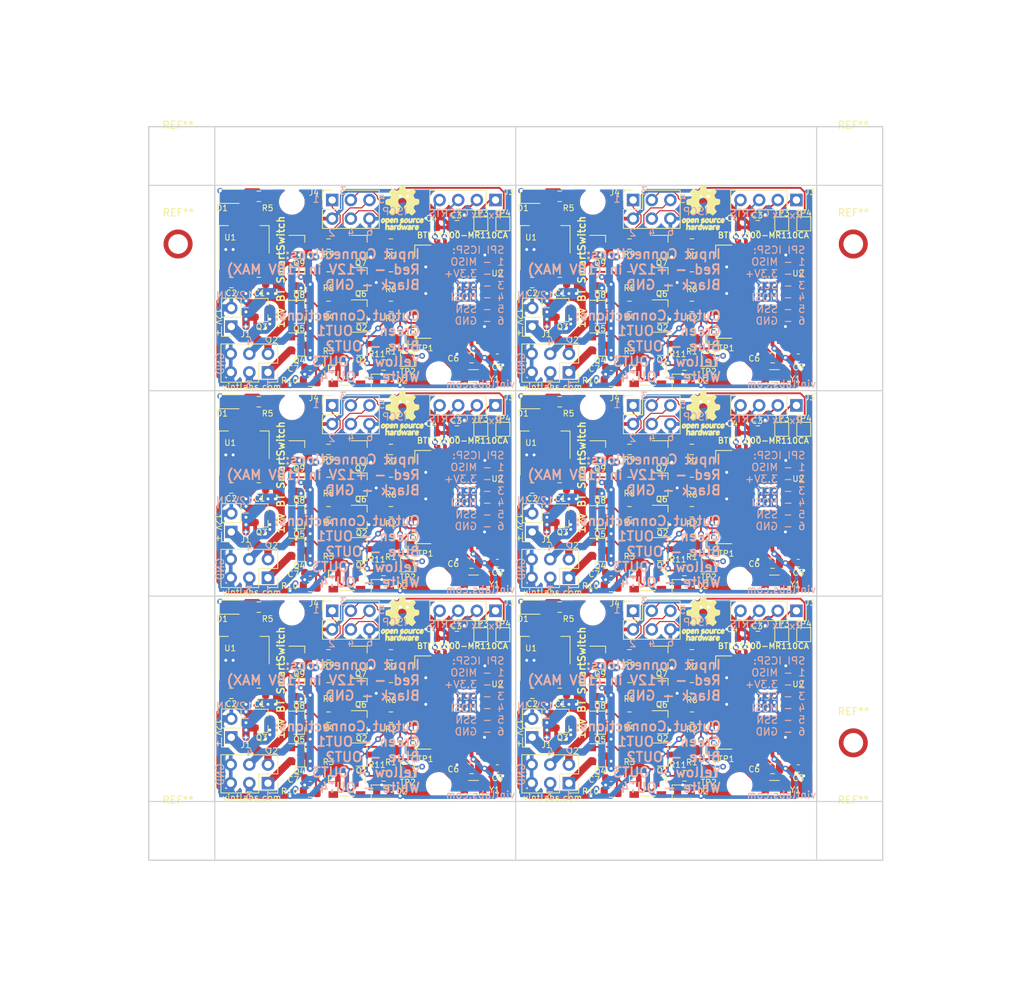
<source format=kicad_pcb>
(kicad_pcb (version 20171130) (host pcbnew 5.0.0)
  (layers (0 F.Cu signal) (31 B.Cu signal) (34 B.Paste user hide) (35 F.Paste user hide) (36 B.SilkS user) (37 F.SilkS user) (38 B.Mask user) (39 F.Mask user) (44 Edge.Cuts user))
  (net 0 "")
  (net 1 RESET)
  (net 2 VDD)
  (net 3 ADC_IN2)
  (net 4 "Net-(Q2-Pad1)")
  (net 5 "Net-(Q1-Pad2)")
  (net 6 "Net-(Q1-Pad1)")
  (net 7 GND)
  (net 8 "Net-(D1-Pad2)")
  (net 9 STATUS)
  (net 10 "Net-(D2-Pad2)")
  (net 11 +12V)
  (net 12 "Net-(U2-Pad18)")
  (net 13 "Net-(U2-Pad19)")
  (net 14 SPI_MISO)
  (net 15 SPI_SCK)
  (net 16 SPI_MOSI)
  (net 17 SPI_SSN)
  (net 18 RxD)
  (net 19 CTS)
  (net 20 TxD)
  (net 21 RTS)
  (net 22 "Net-(Q8-Pad1)")
  (net 23 "Net-(Q6-Pad2)")
  (net 24 "Net-(Q7-Pad1)")
  (net 25 CTRL_OUT4)
  (net 26 CTRL_OUT3)
  (net 27 "Net-(Q6-Pad1)")
  (net 28 "Net-(Q7-Pad2)")
  (net 29 "Net-(Q9-Pad1)")
  (net 30 "Net-(Q2-Pad2)")
  (net 31 "Net-(Q4-Pad1)")
  (net 32 CTRL_OUT2)
  (net 33 CTRL_OUT1)
  (net 34 LOAD_OUT1)
  (net 35 LOAD_OUT3)
  (net 36 LOAD_OUT4)
  (net 37 LOAD_OUT2)
  (net 38 "Net-(Q5-Pad1)")
  (net 39 12V_SUPP)
  (module Symbol:OSHW-Logo_5.7x6mm_SilkScreen (layer F.Cu) (at 165 41.1)
    (fp_text reference REF** hide)
    (fp_text value OSHW-Logo_5.7x6mm_SilkScreen hide)
  )
  (module Symbol:OSHW-Logo_5.7x6mm_SilkScreen (layer F.Cu) (at 165 69.1)
    (fp_text reference REF** hide)
    (fp_text value OSHW-Logo_5.7x6mm_SilkScreen hide)
  )
  (module Symbol:OSHW-Logo_5.7x6mm_SilkScreen (layer F.Cu) (at 124 69.1)
    (fp_text reference REF** hide)
    (fp_text value OSHW-Logo_5.7x6mm_SilkScreen hide)
  )
  (module Symbol:OSHW-Logo_5.7x6mm_SilkScreen (layer F.Cu) (at 124 41.1)
    (fp_text reference REF** hide)
    (fp_text value OSHW-Logo_5.7x6mm_SilkScreen hide)
  )
  (module Symbol:OSHW-Logo_5.7x6mm_SilkScreen (layer F.Cu) (at 165 97.1)
    (fp_text reference REF** hide)
    (fp_text value OSHW-Logo_5.7x6mm_SilkScreen hide)
  )
  (module Symbol:OSHW-Logo_5.7x6mm_SilkScreen (layer F.Cu) (at 124 97.1)
    (fp_text reference REF** hide)
    (fp_text value OSHW-Logo_5.7x6mm_SilkScreen hide)
  )
  (module Fiducial:Fiducial_Modern_CopperTop (layer F.Cu) (at 93.5 46)
    (fp_text reference REF** (at 0.03048 -4.26974) (layer F.SilkS))
    (fp_text value Fiducial_Modern_CopperTop)
    (fp_circle (center 0 0) (end 1.7907 0) (layer F.Cu) (width 0.381))
    (fp_circle (center 0 0) (end 1.52908 0) (layer F.Cu) (width 0.381))
  )
  (module Fiducial:Fiducial_Modern_CopperTop (layer F.Cu) (at 185.5 46)
    (fp_text reference REF** (at 0.03048 -4.26974) (layer F.SilkS))
    (fp_text value Fiducial_Modern_CopperTop)
    (fp_circle (center 0 0) (end 1.7907 0) (layer F.Cu) (width 0.381))
    (fp_circle (center 0 0) (end 1.52908 0) (layer F.Cu) (width 0.381))
  )
  (module Fiducial:Fiducial_Modern_CopperTop (layer F.Cu) (at 185.5 114)
    (fp_text reference REF** (at 0.03048 -4.26974) (layer F.SilkS))
    (fp_text value Fiducial_Modern_CopperTop)
    (fp_circle (center 0 0) (end 1.7907 0) (layer F.Cu) (width 0.381))
    (fp_circle (center 0 0) (end 1.52908 0) (layer F.Cu) (width 0.381))
  )
  (module MountingHole:MountingHole_3.2mm_M3 (layer F.Cu) (at 93.5 34)
    (fp_text reference REF** (at 0 -4.2) (layer F.SilkS))
    (fp_text value MountingHole_3.2mm_M3)
    (pad 1 np_thru_hole circle (at 0 0) (size 3.2 3.2) (drill 3.2) (layers *.Cu *.Mask))
  )
  (module MountingHole:MountingHole_3.2mm_M3 (layer F.Cu) (at 185.5 34)
    (fp_text reference REF** (at 0 -4.2) (layer F.SilkS))
    (fp_text value MountingHole_3.2mm_M3)
    (pad 1 np_thru_hole circle (at 0 0) (size 3.2 3.2) (drill 3.2) (layers *.Cu *.Mask))
  )
  (module MountingHole:MountingHole_3.2mm_M3 (layer F.Cu) (at 185.5 126)
    (fp_text reference REF** (at 0 -4.2) (layer F.SilkS))
    (fp_text value MountingHole_3.2mm_M3)
    (pad 1 np_thru_hole circle (at 0 0) (size 3.2 3.2) (drill 3.2) (layers *.Cu *.Mask))
  )
  (module MountingHole:MountingHole_3.2mm_M3 (layer F.Cu) (at 93.5 126)
    (fp_text reference REF** (at 0 -4.2) (layer F.SilkS))
    (fp_text value MountingHole_3.2mm_M3)
    (pad 1 np_thru_hole circle (at 0 0) (size 3.2 3.2) (drill 3.2) (layers *.Cu *.Mask))
  )
  (module BT_12v:ATBTLC1000-MR110 (layer F.Cu) (at 176.75 52.5 270)
    (fp_text reference U2 (at -2.5 -1.25) (layer F.SilkS) (effects (font (size 0.8 0.8) (thickness 0.12))))
    (fp_text value BTLC1000-MR110CA (at -7.7 3.5 180) (layer F.SilkS) (effects (font (size 0.8 0.8))))
    (pad 1 smd rect (at -6.35 0.476 270) (size 1.55 0.5) (layers F.Cu F.Paste F.Mask) (net 7 GND))
    (pad 25 smd rect (at 0 2.9 180) (size 2.7 2.7) (layers B.Cu) (net 7 GND))
    (pad 25 thru_hole circle (at -0.9 2 180) (size 0.8 0.8) (drill 0.4) (layers *.Cu F.Mask) (net 7 GND))
    (pad 25 thru_hole circle (at 0 2 180) (size 0.8 0.8) (drill 0.4) (layers *.Cu F.Mask) (net 7 GND))
    (pad 25 thru_hole circle (at 0.9 2 180) (size 0.8 0.8) (drill 0.4) (layers *.Cu F.Mask) (net 7 GND))
    (pad 25 thru_hole circle (at -0.9 2.9 180) (size 0.8 0.8) (drill 0.4) (layers *.Cu F.Mask) (net 7 GND))
    (pad 25 thru_hole circle (at -0.9 3.8 180) (size 0.8 0.8) (drill 0.4) (layers *.Cu F.Mask) (net 7 GND))
    (pad 25 thru_hole circle (at 0 3.8 180) (size 0.8 0.8) (drill 0.4) (layers *.Cu F.Mask) (net 7 GND))
    (pad 25 thru_hole circle (at 0 2.9 180) (size 0.8 0.8) (drill 0.4) (layers *.Cu F.Mask) (net 7 GND))
    (pad 25 thru_hole circle (at 0.9 2.9 180) (size 0.8 0.8) (drill 0.4) (layers *.Cu F.Mask) (net 7 GND))
    (pad 25 thru_hole circle (at 0.9 3.8 180) (size 0.8 0.8) (drill 0.4) (layers *.Cu F.Mask) (net 7 GND))
    (pad 2 smd rect (at -6.35 1.376 270) (size 1.55 0.5) (layers F.Cu F.Paste F.Mask) (net 25 CTRL_OUT4))
    (pad 3 smd rect (at -6.35 2.276 270) (size 1.55 0.5) (layers F.Cu F.Paste F.Mask) (net 26 CTRL_OUT3))
    (pad 4 smd rect (at -6.35 3.176 270) (size 1.55 0.5) (layers F.Cu F.Paste F.Mask) (net 18 RxD))
    (pad 5 smd rect (at -6.35 4.076 270) (size 1.55 0.5) (layers F.Cu F.Paste F.Mask) (net 20 TxD))
    (pad 6 smd rect (at -6.36 4.976 270) (size 1.55 0.5) (layers F.Cu F.Paste F.Mask) (net 2 VDD))
    (pad 7 smd rect (at -6.35 5.876 270) (size 1.55 0.5) (layers F.Cu F.Paste F.Mask) (net 19 CTS))
    (pad 8 smd rect (at -6.35 6.776 270) (size 1.55 0.5) (layers F.Cu F.Paste F.Mask) (net 21 RTS))
    (pad 9 smd rect (at -3.375 10) (size 1.55 0.5) (layers F.Cu F.Paste F.Mask) (net 7 GND))
    (pad 10 smd rect (at -2.475 10) (size 1.55 0.5) (layers F.Cu F.Paste F.Mask) (net 15 SPI_SCK))
    (pad 11 smd rect (at -1.575 10) (size 1.55 0.5) (layers F.Cu F.Paste F.Mask) (net 16 SPI_MOSI))
    (pad 12 smd rect (at -0.675 10) (size 1.55 0.5) (layers F.Cu F.Paste F.Mask) (net 17 SPI_SSN))
    (pad 13 smd rect (at 0.225 10) (size 1.55 0.5) (layers F.Cu F.Paste F.Mask) (net 7 GND))
    (pad 14 smd rect (at 1.125 10) (size 1.55 0.5) (layers F.Cu F.Paste F.Mask) (net 14 SPI_MISO))
    (pad 15 smd rect (at 2.025 10) (size 1.55 0.5) (layers F.Cu F.Paste F.Mask) (net 9 STATUS))
    (pad 16 smd rect (at 2.925 10) (size 1.55 0.5) (layers F.Cu F.Paste F.Mask) (net 3 ADC_IN2))
    (pad 21 smd rect (at 6.35 3.176 270) (size 1.55 0.5) (layers F.Cu F.Paste F.Mask) (net 33 CTRL_OUT1))
    (pad 24 smd rect (at 6.35 0.476 270) (size 1.55 0.5) (layers F.Cu F.Paste F.Mask) (net 7 GND))
    (pad 18 smd rect (at 6.35 5.876 270) (size 1.55 0.5) (layers F.Cu F.Paste F.Mask) (net 12 "Net-(U2-Pad18)"))
    (pad 17 smd rect (at 6.35 6.776 270) (size 1.55 0.5) (layers F.Cu F.Paste F.Mask) (net 2 VDD))
    (pad 19 smd rect (at 6.34 4.976 270) (size 1.55 0.5) (layers F.Cu F.Paste F.Mask) (net 13 "Net-(U2-Pad19)"))
    (pad 22 smd rect (at 6.35 2.276 270) (size 1.55 0.5) (layers F.Cu F.Paste F.Mask) (net 2 VDD))
    (pad 23 smd rect (at 6.35 1.376 270) (size 1.55 0.5) (layers F.Cu F.Paste F.Mask) (net 32 CTRL_OUT2))
    (pad 20 smd rect (at 6.35 4.076 270) (size 1.55 0.5) (layers F.Cu F.Paste F.Mask) (net 1 RESET))
    (pad 25 smd rect (at 0 2.9 180) (size 2.7 2.7) (layers F.Cu F.Paste F.Mask) (net 7 GND))
  )
  (module BT_12v:SW_TACTILE_PO21301 (layer F.Cu) (at 157.5 64)
    (fp_text reference SW1 hide)
    (fp_text value SW_Push)
    (pad "" smd rect (at -1.85 1.05) (size 1.3 0.9) (layers F.Cu F.Paste F.Mask))
    (pad "" smd rect (at 1.85 1.05) (size 1.3 0.9) (layers F.Cu F.Paste F.Mask))
    (pad "" np_thru_hole circle (at -2.125 0) (size 0.7 0.7) (drill 0.7) (layers *.Cu))
    (pad "" np_thru_hole circle (at 2.125 0) (size 0.7 0.7) (drill 0.7) (layers *.Cu))
    (pad 1 smd rect (at 1.225 -0.9) (size 0.75 1.8) (layers F.Cu F.Paste F.Mask) (net 1 RESET))
    (pad 2 smd rect (at 0 -0.9) (size 0.6 1.8) (layers F.Cu F.Paste F.Mask) (net 2 VDD))
    (pad 1 smd rect (at -1.225 -0.9) (size 0.75 1.8) (layers F.Cu F.Paste F.Mask) (net 1 RESET))
  )
  (module TestPoint:TestPoint_Pad_1.0x1.0mm (layer F.Cu) (at 166.25 59)
    (fp_text reference TP1 (at 1.95 1.2) (layer F.SilkS) (effects (font (size 0.8 0.8) (thickness 0.12))))
    (fp_text value TestPoint)
    (pad 1 smd rect (at 0 0) (size 1 1) (layers F.Cu F.Mask) (net 3 ADC_IN2))
  )
  (module TestPoint:TestPoint_Pad_1.5x1.5mm (layer F.Cu) (at 165.75 61.75)
    (fp_text reference TP2 (at 0.05 1.65) (layer F.SilkS) (effects (font (size 0.8 0.8) (thickness 0.12))))
    (fp_text value TestPoint)
    (pad 1 smd rect (at 0 0) (size 1.5 1.5) (layers F.Cu F.Mask) (net 32 CTRL_OUT2))
  )
  (module TestPoint:TestPoint_Pad_1.5x1.5mm (layer F.Cu) (at 178.75 43.25)
    (fp_text reference TP4 (at 0 -1.45) (layer F.SilkS) (effects (font (size 0.8 0.8) (thickness 0.12))))
    (fp_text value TestPoint)
    (pad 1 smd rect (at 0 0) (size 1.5 1.5) (layers F.Cu F.Mask) (net 25 CTRL_OUT4))
  )
  (module TestPoint:TestPoint_Pad_1.5x1.5mm (layer F.Cu) (at 175.75 43.25)
    (fp_text reference TP3 (at 0 -1.45) (layer F.SilkS) (effects (font (size 0.8 0.8) (thickness 0.12))))
    (fp_text value TestPoint)
    (pad 1 smd rect (at 0 0) (size 1.5 1.5) (layers F.Cu F.Mask) (net 26 CTRL_OUT3))
  )
  (module Connector_PinSocket_2.54mm:PinSocket_1x04_P2.54mm_Vertical (layer F.Cu) (at 177.75 40 270)
    (fp_text reference J3 (at -1.1 -1.85) (layer F.SilkS) (effects (font (size 0.8 0.8) (thickness 0.12))))
    (fp_text value Conn_02x02_Odd_Even)
    (pad 1 thru_hole rect (at 0 0 270) (size 1.7 1.7) (drill 1) (layers *.Cu *.Mask) (net 18 RxD))
    (pad 2 thru_hole oval (at 0 2.54 270) (size 1.7 1.7) (drill 1) (layers *.Cu *.Mask) (net 20 TxD))
    (pad 3 thru_hole oval (at 0 5.08 270) (size 1.7 1.7) (drill 1) (layers *.Cu *.Mask) (net 19 CTS))
    (pad 4 thru_hole oval (at 0 7.62 270) (size 1.7 1.7) (drill 1) (layers *.Cu *.Mask) (net 21 RTS))
  )
  (module Capacitor_SMD:C_0603_1608Metric (layer F.Cu) (at 152.5 62.75 180)
    (fp_text reference C7 (at 2.3 -0.25 180) (layer F.SilkS) (effects (font (size 0.8 0.8) (thickness 0.12))))
    (fp_text value C)
    (pad 1 smd roundrect (at -0.7875 0 180) (size 0.875 0.95) (layers F.Cu F.Paste F.Mask) (net 1 RESET))
    (pad 2 smd roundrect (at 0.7875 0 180) (size 0.875 0.95) (layers F.Cu F.Paste F.Mask) (net 7 GND))
  )
  (module Capacitor_SMD:C_0805_2012Metric (layer F.Cu) (at 172.5 43.5)
    (fp_text reference C3 (at -0.1 -1.4) (layer F.SilkS) (effects (font (size 0.8 0.8) (thickness 0.12))))
    (fp_text value 10u)
    (pad 2 smd roundrect (at 0.9375 0) (size 0.975 1.4) (layers F.Cu F.Paste F.Mask) (net 7 GND))
    (pad 1 smd roundrect (at -0.9375 0) (size 0.975 1.4) (layers F.Cu F.Paste F.Mask) (net 2 VDD))
  )
  (module Capacitor_SMD:C_0805_2012Metric (layer F.Cu) (at 174.5 61.5 180)
    (fp_text reference C6 (at 2.5 -0.1 180) (layer F.SilkS) (effects (font (size 0.8 0.8) (thickness 0.12))))
    (fp_text value 10u)
    (pad 2 smd roundrect (at 0.9375 0 180) (size 0.975 1.4) (layers F.Cu F.Paste F.Mask) (net 7 GND))
    (pad 1 smd roundrect (at -0.9375 0 180) (size 0.975 1.4) (layers F.Cu F.Paste F.Mask) (net 2 VDD))
  )
  (module Capacitor_SMD:C_0805_2012Metric (layer F.Cu) (at 141.75 51.25 180)
    (fp_text reference C2 (at 0 -1.45 180) (layer F.SilkS) (effects (font (size 0.8 0.8) (thickness 0.12))))
    (fp_text value 10u)
    (pad 1 smd roundrect (at -0.9375 0 180) (size 0.975 1.4) (layers F.Cu F.Paste F.Mask) (net 2 VDD))
    (pad 2 smd roundrect (at 0.9375 0 180) (size 0.975 1.4) (layers F.Cu F.Paste F.Mask) (net 7 GND))
  )
  (module Connector_PinSocket_2.54mm:PinSocket_1x02_P2.54mm_Vertical (layer F.Cu) (at 141.75 57.25 180)
    (fp_text reference J1 (at -1.95 -1.05 180) (layer F.SilkS) (effects (font (size 0.8 0.8) (thickness 0.12))))
    (fp_text value Screw_Terminal_01x02)
    (pad 1 thru_hole rect (at 0 0 180) (size 1.7 1.7) (drill 1) (layers *.Cu *.Mask) (net 39 12V_SUPP))
    (pad 2 thru_hole oval (at 0 2.54 180) (size 1.7 1.7) (drill 1) (layers *.Cu *.Mask) (net 7 GND))
  )
  (module Connector_PinSocket_2.54mm:PinSocket_2x03_P2.54mm_Vertical (layer F.Cu) (at 155.5 40 90)
    (fp_text reference J4 (at 1 -2.5 180) (layer F.SilkS) (effects (font (size 0.8 0.8) (thickness 0.12))))
    (fp_text value Conn_02x03_Odd_Even)
    (pad 6 thru_hole oval (at -2.54 5.08 90) (size 1.7 1.7) (drill 1) (layers *.Cu *.Mask) (net 7 GND))
    (pad 5 thru_hole oval (at 0 5.08 90) (size 1.7 1.7) (drill 1) (layers *.Cu *.Mask) (net 17 SPI_SSN))
    (pad 4 thru_hole oval (at -2.54 2.54 90) (size 1.7 1.7) (drill 1) (layers *.Cu *.Mask) (net 16 SPI_MOSI))
    (pad 3 thru_hole oval (at 0 2.54 90) (size 1.7 1.7) (drill 1) (layers *.Cu *.Mask) (net 15 SPI_SCK))
    (pad 2 thru_hole oval (at -2.54 0 90) (size 1.7 1.7) (drill 1) (layers *.Cu *.Mask) (net 2 VDD))
    (pad 1 thru_hole rect (at 0 0 90) (size 1.7 1.7) (drill 1) (layers *.Cu *.Mask) (net 14 SPI_MISO))
  )
  (module Connector_PinSocket_2.54mm:PinSocket_2x03_P2.54mm_Vertical (layer F.Cu) (at 146.75 63.5 270)
    (fp_text reference J2 (at -4.4 -0.65) (layer F.SilkS) (effects (font (size 0.8 0.8) (thickness 0.12))))
    (fp_text value Conn_02x03_Odd_Even)
    (pad 1 thru_hole rect (at 0 0 270) (size 1.7 1.7) (drill 1) (layers *.Cu *.Mask) (net 34 LOAD_OUT1))
    (pad 2 thru_hole oval (at -2.54 0 270) (size 1.7 1.7) (drill 1) (layers *.Cu *.Mask) (net 37 LOAD_OUT2))
    (pad 3 thru_hole oval (at 0 2.54 270) (size 1.7 1.7) (drill 1) (layers *.Cu *.Mask) (net 35 LOAD_OUT3))
    (pad 4 thru_hole oval (at -2.54 2.54 270) (size 1.7 1.7) (drill 1) (layers *.Cu *.Mask) (net 36 LOAD_OUT4))
    (pad 5 thru_hole oval (at 0 5.08 270) (size 1.7 1.7) (drill 1) (layers *.Cu *.Mask) (net 7 GND))
    (pad 6 thru_hole oval (at -2.54 5.08 270) (size 1.7 1.7) (drill 1) (layers *.Cu *.Mask) (net 7 GND))
  )
  (module Package_TO_SOT_SMD:SOT-23 (layer F.Cu) (at 159.5 46.4)
    (fp_text reference Q7 (at -0.1 2.2) (layer F.SilkS) (effects (font (size 0.8 0.8) (thickness 0.12))))
    (fp_text value PZT2222A)
    (pad 3 smd rect (at 1 0) (size 0.9 0.8) (layers F.Cu F.Paste F.Mask) (net 7 GND))
    (pad 2 smd rect (at -1 0.95) (size 0.9 0.8) (layers F.Cu F.Paste F.Mask) (net 28 "Net-(Q7-Pad2)"))
    (pad 1 smd rect (at -1 -0.95) (size 0.9 0.8) (layers F.Cu F.Paste F.Mask) (net 24 "Net-(Q7-Pad1)"))
  )
  (module Package_TO_SOT_SMD:SOT-23 (layer F.Cu) (at 151 59.7)
    (fp_text reference Q4 (at 0 2.2) (layer F.SilkS) (effects (font (size 0.8 0.8) (thickness 0.12))))
    (fp_text value IRLML6402)
    (pad 1 smd rect (at -1 -0.95) (size 0.9 0.8) (layers F.Cu F.Paste F.Mask) (net 31 "Net-(Q4-Pad1)"))
    (pad 2 smd rect (at -1 0.95) (size 0.9 0.8) (layers F.Cu F.Paste F.Mask) (net 34 LOAD_OUT1))
    (pad 3 smd rect (at 1 0) (size 0.9 0.8) (layers F.Cu F.Paste F.Mask) (net 11 +12V))
  )
  (module Package_TO_SOT_SMD:SOT-23 (layer F.Cu) (at 151 46.4)
    (fp_text reference Q9 (at 0 2.2) (layer F.SilkS) (effects (font (size 0.8 0.8) (thickness 0.12))))
    (fp_text value IRLML6402)
    (pad 3 smd rect (at 1 0) (size 0.9 0.8) (layers F.Cu F.Paste F.Mask) (net 11 +12V))
    (pad 2 smd rect (at -1 0.95) (size 0.9 0.8) (layers F.Cu F.Paste F.Mask) (net 36 LOAD_OUT4))
    (pad 1 smd rect (at -1 -0.95) (size 0.9 0.8) (layers F.Cu F.Paste F.Mask) (net 29 "Net-(Q9-Pad1)"))
  )
  (module Package_TO_SOT_SMD:SOT-23 (layer F.Cu) (at 151 50.8)
    (fp_text reference Q8 (at 0 2.15) (layer F.SilkS) (effects (font (size 0.8 0.8) (thickness 0.12))))
    (fp_text value IRLML6402)
    (pad 1 smd rect (at -1 -0.95) (size 0.9 0.8) (layers F.Cu F.Paste F.Mask) (net 22 "Net-(Q8-Pad1)"))
    (pad 2 smd rect (at -1 0.95) (size 0.9 0.8) (layers F.Cu F.Paste F.Mask) (net 35 LOAD_OUT3))
    (pad 3 smd rect (at 1 0) (size 0.9 0.8) (layers F.Cu F.Paste F.Mask) (net 11 +12V))
  )
  (module Package_TO_SOT_SMD:SOT-23 (layer F.Cu) (at 159.5 50.8)
    (fp_text reference Q6 (at -0.1 2) (layer F.SilkS) (effects (font (size 0.8 0.8) (thickness 0.12))))
    (fp_text value PZT2222A)
    (pad 3 smd rect (at 1 0) (size 0.9 0.8) (layers F.Cu F.Paste F.Mask) (net 7 GND))
    (pad 2 smd rect (at -1 0.95) (size 0.9 0.8) (layers F.Cu F.Paste F.Mask) (net 23 "Net-(Q6-Pad2)"))
    (pad 1 smd rect (at -1 -0.95) (size 0.9 0.8) (layers F.Cu F.Paste F.Mask) (net 27 "Net-(Q6-Pad1)"))
  )
  (module Package_TO_SOT_SMD:SOT-23 (layer F.Cu) (at 151 55.25)
    (fp_text reference Q5 (at 0 2.3) (layer F.SilkS) (effects (font (size 0.8 0.8) (thickness 0.12))))
    (fp_text value IRLML6402)
    (pad 1 smd rect (at -1 -0.95) (size 0.9 0.8) (layers F.Cu F.Paste F.Mask) (net 38 "Net-(Q5-Pad1)"))
    (pad 2 smd rect (at -1 0.95) (size 0.9 0.8) (layers F.Cu F.Paste F.Mask) (net 37 LOAD_OUT2))
    (pad 3 smd rect (at 1 0) (size 0.9 0.8) (layers F.Cu F.Paste F.Mask) (net 11 +12V))
  )
  (module Resistor_SMD:R_0805_2012Metric (layer F.Cu) (at 155 46)
    (fp_text reference R9 (at 0 1.4) (layer F.SilkS) (effects (font (size 0.8 0.8) (thickness 0.12))))
    (fp_text value 1k)
    (pad 2 smd roundrect (at 0.9375 0) (size 0.975 1.4) (layers F.Cu F.Paste F.Mask) (net 28 "Net-(Q7-Pad2)"))
    (pad 1 smd roundrect (at -0.9375 0) (size 0.975 1.4) (layers F.Cu F.Paste F.Mask) (net 29 "Net-(Q9-Pad1)"))
  )
  (module Resistor_SMD:R_0805_2012Metric (layer F.Cu) (at 152.5 64.7 180)
    (fp_text reference R10 (at 2.8 0.1 180) (layer F.SilkS) (effects (font (size 0.8 0.8) (thickness 0.12))))
    (fp_text value 10k)
    (pad 1 smd roundrect (at -0.9375 0 180) (size 0.975 1.4) (layers F.Cu F.Paste F.Mask) (net 1 RESET))
    (pad 2 smd roundrect (at 0.9375 0 180) (size 0.975 1.4) (layers F.Cu F.Paste F.Mask) (net 7 GND))
  )
  (module Resistor_SMD:R_0805_2012Metric (layer F.Cu) (at 162.5 62.5)
    (fp_text reference R11 (at -0.9 -1.5) (layer F.SilkS) (effects (font (size 0.8 0.8) (thickness 0.12))))
    (fp_text value 1k)
    (pad 2 smd roundrect (at 0.9375 0) (size 0.975 1.4) (layers F.Cu F.Paste F.Mask) (net 10 "Net-(D2-Pad2)"))
    (pad 1 smd roundrect (at -0.9375 0) (size 0.975 1.4) (layers F.Cu F.Paste F.Mask) (net 9 STATUS))
  )
  (module Resistor_SMD:R_0805_2012Metric (layer F.Cu) (at 163.5 50.5 180)
    (fp_text reference R6 (at 0 -1.65 180) (layer F.SilkS) (effects (font (size 0.8 0.8) (thickness 0.12))))
    (fp_text value 1k)
    (pad 1 smd roundrect (at -0.9375 0 180) (size 0.975 1.4) (layers F.Cu F.Paste F.Mask) (net 26 CTRL_OUT3))
    (pad 2 smd roundrect (at 0.9375 0 180) (size 0.975 1.4) (layers F.Cu F.Paste F.Mask) (net 27 "Net-(Q6-Pad1)"))
  )
  (module Resistor_SMD:R_0805_2012Metric (layer F.Cu) (at 163.5 46 180)
    (fp_text reference R7 (at 0 -1.65 180) (layer F.SilkS) (effects (font (size 0.8 0.8) (thickness 0.12))))
    (fp_text value 1k)
    (pad 2 smd roundrect (at 0.9375 0 180) (size 0.975 1.4) (layers F.Cu F.Paste F.Mask) (net 24 "Net-(Q7-Pad1)"))
    (pad 1 smd roundrect (at -0.9375 0 180) (size 0.975 1.4) (layers F.Cu F.Paste F.Mask) (net 25 CTRL_OUT4))
  )
  (module Resistor_SMD:R_0805_2012Metric (layer F.Cu) (at 155 50.5)
    (fp_text reference R8 (at 0 1.5) (layer F.SilkS) (effects (font (size 0.8 0.8) (thickness 0.12))))
    (fp_text value 1k)
    (pad 1 smd roundrect (at -0.9375 0) (size 0.975 1.4) (layers F.Cu F.Paste F.Mask) (net 22 "Net-(Q8-Pad1)"))
    (pad 2 smd roundrect (at 0.9375 0) (size 0.975 1.4) (layers F.Cu F.Paste F.Mask) (net 23 "Net-(Q6-Pad2)"))
  )
  (module Capacitor_SMD:C_0805_2012Metric (layer F.Cu) (at 145.5 51.25 180)
    (fp_text reference C1 (at -0.1 -1.45 180) (layer F.SilkS) (effects (font (size 0.8 0.8) (thickness 0.12))))
    (fp_text value 10u)
    (pad 2 smd roundrect (at 0.9375 0 180) (size 0.975 1.4) (layers F.Cu F.Paste F.Mask) (net 7 GND))
    (pad 1 smd roundrect (at -0.9375 0 180) (size 0.975 1.4) (layers F.Cu F.Paste F.Mask) (net 11 +12V))
  )
  (module Capacitor_SMD:C_0603_1608Metric (layer F.Cu) (at 169 43.75 180)
    (fp_text reference C4 (at 0 1.25 180) (layer F.SilkS) (effects (font (size 0.8 0.8) (thickness 0.12))))
    (fp_text value 1u)
    (pad 2 smd roundrect (at 0.7875 0 180) (size 0.875 0.95) (layers F.Cu F.Paste F.Mask) (net 7 GND))
    (pad 1 smd roundrect (at -0.7875 0 180) (size 0.875 0.95) (layers F.Cu F.Paste F.Mask) (net 2 VDD))
  )
  (module Capacitor_SMD:C_0603_1608Metric (layer F.Cu) (at 178 61.5)
    (fp_text reference C5 (at 0 1.3) (layer F.SilkS) (effects (font (size 0.8 0.8) (thickness 0.12))))
    (fp_text value 1u)
    (pad 1 smd roundrect (at -0.7875 0) (size 0.875 0.95) (layers F.Cu F.Paste F.Mask) (net 2 VDD))
    (pad 2 smd roundrect (at 0.7875 0) (size 0.875 0.95) (layers F.Cu F.Paste F.Mask) (net 7 GND))
  )
  (module MountingHole:MountingHole_2.5mm (layer F.Cu) (at 170 63.75)
    (fp_text reference REF** hide)
    (fp_text value MountingHole_2.5mm)
    (pad 1 np_thru_hole circle (at 0 0) (size 2.5 2.5) (drill 2.5) (layers *.Cu *.Mask))
  )
  (module Package_TO_SOT_SMD:SOT-23 (layer F.Cu) (at 146 55)
    (fp_text reference Q3 (at -0.1 2.3) (layer F.SilkS) (effects (font (size 0.8 0.8) (thickness 0.12))))
    (fp_text value IRLML6402)
    (pad 1 smd rect (at -1 -0.95) (size 0.9 0.8) (layers F.Cu F.Paste F.Mask) (net 7 GND))
    (pad 2 smd rect (at -1 0.95) (size 0.9 0.8) (layers F.Cu F.Paste F.Mask) (net 11 +12V))
    (pad 3 smd rect (at 1 0) (size 0.9 0.8) (layers F.Cu F.Paste F.Mask) (net 39 12V_SUPP))
  )
  (module Package_TO_SOT_SMD:SOT-23 (layer F.Cu) (at 159.5 59.6)
    (fp_text reference Q1 (at 0 2.2) (layer F.SilkS) (effects (font (size 0.8 0.8) (thickness 0.12))))
    (fp_text value PZT2222A)
    (pad 1 smd rect (at -1 -0.95) (size 0.9 0.8) (layers F.Cu F.Paste F.Mask) (net 6 "Net-(Q1-Pad1)"))
    (pad 2 smd rect (at -1 0.95) (size 0.9 0.8) (layers F.Cu F.Paste F.Mask) (net 5 "Net-(Q1-Pad2)"))
    (pad 3 smd rect (at 1 0) (size 0.9 0.8) (layers F.Cu F.Paste F.Mask) (net 7 GND))
  )
  (module Crystal:Crystal_SMD_3215-2Pin_3.2x1.5mm (layer F.Cu) (at 174.75 64 180)
    (fp_text reference Y1 (at -2.85 -0.4 180) (layer F.SilkS) (effects (font (size 0.8 0.8) (thickness 0.12))))
    (fp_text value Crystal)
    (pad 1 smd rect (at 1.25 0 180) (size 1 1.8) (layers F.Cu F.Paste F.Mask) (net 12 "Net-(U2-Pad18)"))
    (pad 2 smd rect (at -1.25 0 180) (size 1 1.8) (layers F.Cu F.Paste F.Mask) (net 13 "Net-(U2-Pad19)"))
  )
  (module LED_SMD:LED_0805_2012Metric (layer F.Cu) (at 162.5 64.7)
    (fp_text reference D2 (at 2.5 -0.1) (layer F.SilkS) (effects (font (size 0.8 0.8) (thickness 0.12))))
    (fp_text value LED)
    (pad 2 smd roundrect (at 0.9375 0) (size 0.975 1.4) (layers F.Cu F.Paste F.Mask) (net 10 "Net-(D2-Pad2)"))
    (pad 1 smd roundrect (at -0.9375 0) (size 0.975 1.4) (layers F.Cu F.Paste F.Mask) (net 7 GND))
  )
  (module LED_SMD:LED_0805_2012Metric (layer F.Cu) (at 141.8125 39.5)
    (fp_text reference D1 (at -1.3125 1.6) (layer F.SilkS) (effects (font (size 0.8 0.8) (thickness 0.12))))
    (fp_text value LED)
    (pad 1 smd roundrect (at -0.9375 0) (size 0.975 1.4) (layers F.Cu F.Paste F.Mask) (net 7 GND))
    (pad 2 smd roundrect (at 0.9375 0) (size 0.975 1.4) (layers F.Cu F.Paste F.Mask) (net 8 "Net-(D1-Pad2)"))
  )
  (module Package_TO_SOT_SMD:SOT-223-3_TabPin2 (layer F.Cu) (at 143.5 45.4 90)
    (fp_text reference U1 (at 0.3 -1.9 180) (layer F.SilkS) (effects (font (size 0.8 0.8) (thickness 0.12))))
    (fp_text value AP1117-33)
    (pad 2 smd rect (at 3.15 0 90) (size 2 3.8) (layers F.Cu F.Paste F.Mask) (net 2 VDD))
    (pad 2 smd rect (at -3.15 0 90) (size 2 1.5) (layers F.Cu F.Paste F.Mask) (net 2 VDD))
    (pad 3 smd rect (at -3.15 2.3 90) (size 2 1.5) (layers F.Cu F.Paste F.Mask) (net 11 +12V))
    (pad 1 smd rect (at -3.15 -2.3 90) (size 2 1.5) (layers F.Cu F.Paste F.Mask) (net 7 GND))
  )
  (module Package_TO_SOT_SMD:SOT-23 (layer F.Cu) (at 159.5 55.2)
    (fp_text reference Q2 (at 0 2.2) (layer F.SilkS) (effects (font (size 0.8 0.8) (thickness 0.12))))
    (fp_text value PZT2222A)
    (pad 1 smd rect (at -1 -0.95) (size 0.9 0.8) (layers F.Cu F.Paste F.Mask) (net 4 "Net-(Q2-Pad1)"))
    (pad 2 smd rect (at -1 0.95) (size 0.9 0.8) (layers F.Cu F.Paste F.Mask) (net 30 "Net-(Q2-Pad2)"))
    (pad 3 smd rect (at 1 0) (size 0.9 0.8) (layers F.Cu F.Paste F.Mask) (net 7 GND))
  )
  (module Resistor_SMD:R_0805_2012Metric (layer F.Cu) (at 155 59)
    (fp_text reference R3 (at 0 1.6) (layer F.SilkS) (effects (font (size 0.8 0.8) (thickness 0.12))))
    (fp_text value 1k)
    (pad 1 smd roundrect (at -0.9375 0) (size 0.975 1.4) (layers F.Cu F.Paste F.Mask) (net 31 "Net-(Q4-Pad1)"))
    (pad 2 smd roundrect (at 0.9375 0) (size 0.975 1.4) (layers F.Cu F.Paste F.Mask) (net 5 "Net-(Q1-Pad2)"))
  )
  (module Resistor_SMD:R_0805_2012Metric (layer F.Cu) (at 163.5 54.5 180)
    (fp_text reference R2 (at 0 -1.65 180) (layer F.SilkS) (effects (font (size 0.8 0.8) (thickness 0.12))))
    (fp_text value 1k)
    (pad 2 smd roundrect (at 0.9375 0 180) (size 0.975 1.4) (layers F.Cu F.Paste F.Mask) (net 4 "Net-(Q2-Pad1)"))
    (pad 1 smd roundrect (at -0.9375 0 180) (size 0.975 1.4) (layers F.Cu F.Paste F.Mask) (net 32 CTRL_OUT2))
  )
  (module Resistor_SMD:R_0805_2012Metric (layer F.Cu) (at 163.5 59 180)
    (fp_text reference R1 (at 0 -1.65 180) (layer F.SilkS) (effects (font (size 0.8 0.8) (thickness 0.12))))
    (fp_text value 1k)
    (pad 1 smd roundrect (at -0.9375 0 180) (size 0.975 1.4) (layers F.Cu F.Paste F.Mask) (net 33 CTRL_OUT1))
    (pad 2 smd roundrect (at 0.9375 0 180) (size 0.975 1.4) (layers F.Cu F.Paste F.Mask) (net 6 "Net-(Q1-Pad1)"))
  )
  (module Resistor_SMD:R_0805_2012Metric (layer F.Cu) (at 155 54.5)
    (fp_text reference R4 (at 0 1.5) (layer F.SilkS) (effects (font (size 0.8 0.8) (thickness 0.12))))
    (fp_text value 1k)
    (pad 2 smd roundrect (at 0.9375 0) (size 0.975 1.4) (layers F.Cu F.Paste F.Mask) (net 30 "Net-(Q2-Pad2)"))
    (pad 1 smd roundrect (at -0.9375 0) (size 0.975 1.4) (layers F.Cu F.Paste F.Mask) (net 38 "Net-(Q5-Pad1)"))
  )
  (module Resistor_SMD:R_0805_2012Metric (layer F.Cu) (at 145.5 39.5)
    (fp_text reference R5 (at 1.2 1.6) (layer F.SilkS) (effects (font (size 0.8 0.8) (thickness 0.12))))
    (fp_text value 1k)
    (pad 1 smd roundrect (at -0.9375 0) (size 0.975 1.4) (layers F.Cu F.Paste F.Mask) (net 2 VDD))
    (pad 2 smd roundrect (at 0.9375 0) (size 0.975 1.4) (layers F.Cu F.Paste F.Mask) (net 8 "Net-(D1-Pad2)"))
  )
  (module MountingHole:MountingHole_2.5mm (layer F.Cu) (at 150 40.25)
    (fp_text reference REF** hide)
    (fp_text value MountingHole_2.5mm)
    (pad 1 np_thru_hole circle (at 0 0) (size 2.5 2.5) (drill 2.5) (layers *.Cu *.Mask))
  )
  (module Symbol:OSHW-Logo_5.7x6mm_SilkScreen (layer F.Cu) (at 165.1 41)
    (fp_text reference REF** hide)
    (fp_text value OSHW-Logo_5.7x6mm_SilkScreen hide)
  )
  (module BT_12v:ATBTLC1000-MR110 (layer F.Cu) (at 176.75 80.5 270)
    (fp_text reference U2 (at -2.5 -1.25) (layer F.SilkS) (effects (font (size 0.8 0.8) (thickness 0.12))))
    (fp_text value BTLC1000-MR110CA (at -7.7 3.5 180) (layer F.SilkS) (effects (font (size 0.8 0.8))))
    (pad 1 smd rect (at -6.35 0.476 270) (size 1.55 0.5) (layers F.Cu F.Paste F.Mask) (net 7 GND))
    (pad 25 smd rect (at 0 2.9 180) (size 2.7 2.7) (layers B.Cu) (net 7 GND))
    (pad 25 thru_hole circle (at -0.9 2 180) (size 0.8 0.8) (drill 0.4) (layers *.Cu F.Mask) (net 7 GND))
    (pad 25 thru_hole circle (at 0 2 180) (size 0.8 0.8) (drill 0.4) (layers *.Cu F.Mask) (net 7 GND))
    (pad 25 thru_hole circle (at 0.9 2 180) (size 0.8 0.8) (drill 0.4) (layers *.Cu F.Mask) (net 7 GND))
    (pad 25 thru_hole circle (at -0.9 2.9 180) (size 0.8 0.8) (drill 0.4) (layers *.Cu F.Mask) (net 7 GND))
    (pad 25 thru_hole circle (at -0.9 3.8 180) (size 0.8 0.8) (drill 0.4) (layers *.Cu F.Mask) (net 7 GND))
    (pad 25 thru_hole circle (at 0 3.8 180) (size 0.8 0.8) (drill 0.4) (layers *.Cu F.Mask) (net 7 GND))
    (pad 25 thru_hole circle (at 0 2.9 180) (size 0.8 0.8) (drill 0.4) (layers *.Cu F.Mask) (net 7 GND))
    (pad 25 thru_hole circle (at 0.9 2.9 180) (size 0.8 0.8) (drill 0.4) (layers *.Cu F.Mask) (net 7 GND))
    (pad 25 thru_hole circle (at 0.9 3.8 180) (size 0.8 0.8) (drill 0.4) (layers *.Cu F.Mask) (net 7 GND))
    (pad 2 smd rect (at -6.35 1.376 270) (size 1.55 0.5) (layers F.Cu F.Paste F.Mask) (net 25 CTRL_OUT4))
    (pad 3 smd rect (at -6.35 2.276 270) (size 1.55 0.5) (layers F.Cu F.Paste F.Mask) (net 26 CTRL_OUT3))
    (pad 4 smd rect (at -6.35 3.176 270) (size 1.55 0.5) (layers F.Cu F.Paste F.Mask) (net 18 RxD))
    (pad 5 smd rect (at -6.35 4.076 270) (size 1.55 0.5) (layers F.Cu F.Paste F.Mask) (net 20 TxD))
    (pad 6 smd rect (at -6.36 4.976 270) (size 1.55 0.5) (layers F.Cu F.Paste F.Mask) (net 2 VDD))
    (pad 7 smd rect (at -6.35 5.876 270) (size 1.55 0.5) (layers F.Cu F.Paste F.Mask) (net 19 CTS))
    (pad 8 smd rect (at -6.35 6.776 270) (size 1.55 0.5) (layers F.Cu F.Paste F.Mask) (net 21 RTS))
    (pad 9 smd rect (at -3.375 10) (size 1.55 0.5) (layers F.Cu F.Paste F.Mask) (net 7 GND))
    (pad 10 smd rect (at -2.475 10) (size 1.55 0.5) (layers F.Cu F.Paste F.Mask) (net 15 SPI_SCK))
    (pad 11 smd rect (at -1.575 10) (size 1.55 0.5) (layers F.Cu F.Paste F.Mask) (net 16 SPI_MOSI))
    (pad 12 smd rect (at -0.675 10) (size 1.55 0.5) (layers F.Cu F.Paste F.Mask) (net 17 SPI_SSN))
    (pad 13 smd rect (at 0.225 10) (size 1.55 0.5) (layers F.Cu F.Paste F.Mask) (net 7 GND))
    (pad 14 smd rect (at 1.125 10) (size 1.55 0.5) (layers F.Cu F.Paste F.Mask) (net 14 SPI_MISO))
    (pad 15 smd rect (at 2.025 10) (size 1.55 0.5) (layers F.Cu F.Paste F.Mask) (net 9 STATUS))
    (pad 16 smd rect (at 2.925 10) (size 1.55 0.5) (layers F.Cu F.Paste F.Mask) (net 3 ADC_IN2))
    (pad 21 smd rect (at 6.35 3.176 270) (size 1.55 0.5) (layers F.Cu F.Paste F.Mask) (net 33 CTRL_OUT1))
    (pad 24 smd rect (at 6.35 0.476 270) (size 1.55 0.5) (layers F.Cu F.Paste F.Mask) (net 7 GND))
    (pad 18 smd rect (at 6.35 5.876 270) (size 1.55 0.5) (layers F.Cu F.Paste F.Mask) (net 12 "Net-(U2-Pad18)"))
    (pad 17 smd rect (at 6.35 6.776 270) (size 1.55 0.5) (layers F.Cu F.Paste F.Mask) (net 2 VDD))
    (pad 19 smd rect (at 6.34 4.976 270) (size 1.55 0.5) (layers F.Cu F.Paste F.Mask) (net 13 "Net-(U2-Pad19)"))
    (pad 22 smd rect (at 6.35 2.276 270) (size 1.55 0.5) (layers F.Cu F.Paste F.Mask) (net 2 VDD))
    (pad 23 smd rect (at 6.35 1.376 270) (size 1.55 0.5) (layers F.Cu F.Paste F.Mask) (net 32 CTRL_OUT2))
    (pad 20 smd rect (at 6.35 4.076 270) (size 1.55 0.5) (layers F.Cu F.Paste F.Mask) (net 1 RESET))
    (pad 25 smd rect (at 0 2.9 180) (size 2.7 2.7) (layers F.Cu F.Paste F.Mask) (net 7 GND))
  )
  (module BT_12v:SW_TACTILE_PO21301 (layer F.Cu) (at 157.5 92)
    (fp_text reference SW1 hide)
    (fp_text value SW_Push)
    (pad "" smd rect (at -1.85 1.05) (size 1.3 0.9) (layers F.Cu F.Paste F.Mask))
    (pad "" smd rect (at 1.85 1.05) (size 1.3 0.9) (layers F.Cu F.Paste F.Mask))
    (pad "" np_thru_hole circle (at -2.125 0) (size 0.7 0.7) (drill 0.7) (layers *.Cu))
    (pad "" np_thru_hole circle (at 2.125 0) (size 0.7 0.7) (drill 0.7) (layers *.Cu))
    (pad 1 smd rect (at 1.225 -0.9) (size 0.75 1.8) (layers F.Cu F.Paste F.Mask) (net 1 RESET))
    (pad 2 smd rect (at 0 -0.9) (size 0.6 1.8) (layers F.Cu F.Paste F.Mask) (net 2 VDD))
    (pad 1 smd rect (at -1.225 -0.9) (size 0.75 1.8) (layers F.Cu F.Paste F.Mask) (net 1 RESET))
  )
  (module TestPoint:TestPoint_Pad_1.0x1.0mm (layer F.Cu) (at 166.25 87)
    (fp_text reference TP1 (at 1.95 1.2) (layer F.SilkS) (effects (font (size 0.8 0.8) (thickness 0.12))))
    (fp_text value TestPoint)
    (pad 1 smd rect (at 0 0) (size 1 1) (layers F.Cu F.Mask) (net 3 ADC_IN2))
  )
  (module TestPoint:TestPoint_Pad_1.5x1.5mm (layer F.Cu) (at 165.75 89.75)
    (fp_text reference TP2 (at 0.05 1.65) (layer F.SilkS) (effects (font (size 0.8 0.8) (thickness 0.12))))
    (fp_text value TestPoint)
    (pad 1 smd rect (at 0 0) (size 1.5 1.5) (layers F.Cu F.Mask) (net 32 CTRL_OUT2))
  )
  (module TestPoint:TestPoint_Pad_1.5x1.5mm (layer F.Cu) (at 178.75 71.25)
    (fp_text reference TP4 (at 0 -1.45) (layer F.SilkS) (effects (font (size 0.8 0.8) (thickness 0.12))))
    (fp_text value TestPoint)
    (pad 1 smd rect (at 0 0) (size 1.5 1.5) (layers F.Cu F.Mask) (net 25 CTRL_OUT4))
  )
  (module TestPoint:TestPoint_Pad_1.5x1.5mm (layer F.Cu) (at 175.75 71.25)
    (fp_text reference TP3 (at 0 -1.45) (layer F.SilkS) (effects (font (size 0.8 0.8) (thickness 0.12))))
    (fp_text value TestPoint)
    (pad 1 smd rect (at 0 0) (size 1.5 1.5) (layers F.Cu F.Mask) (net 26 CTRL_OUT3))
  )
  (module Connector_PinSocket_2.54mm:PinSocket_1x04_P2.54mm_Vertical (layer F.Cu) (at 177.75 68 270)
    (fp_text reference J3 (at -1.1 -1.85) (layer F.SilkS) (effects (font (size 0.8 0.8) (thickness 0.12))))
    (fp_text value Conn_02x02_Odd_Even)
    (pad 1 thru_hole rect (at 0 0 270) (size 1.7 1.7) (drill 1) (layers *.Cu *.Mask) (net 18 RxD))
    (pad 2 thru_hole oval (at 0 2.54 270) (size 1.7 1.7) (drill 1) (layers *.Cu *.Mask) (net 20 TxD))
    (pad 3 thru_hole oval (at 0 5.08 270) (size 1.7 1.7) (drill 1) (layers *.Cu *.Mask) (net 19 CTS))
    (pad 4 thru_hole oval (at 0 7.62 270) (size 1.7 1.7) (drill 1) (layers *.Cu *.Mask) (net 21 RTS))
  )
  (module Capacitor_SMD:C_0603_1608Metric (layer F.Cu) (at 152.5 90.75 180)
    (fp_text reference C7 (at 2.3 -0.25 180) (layer F.SilkS) (effects (font (size 0.8 0.8) (thickness 0.12))))
    (fp_text value C)
    (pad 1 smd roundrect (at -0.7875 0 180) (size 0.875 0.95) (layers F.Cu F.Paste F.Mask) (net 1 RESET))
    (pad 2 smd roundrect (at 0.7875 0 180) (size 0.875 0.95) (layers F.Cu F.Paste F.Mask) (net 7 GND))
  )
  (module Capacitor_SMD:C_0805_2012Metric (layer F.Cu) (at 172.5 71.5)
    (fp_text reference C3 (at -0.1 -1.4) (layer F.SilkS) (effects (font (size 0.8 0.8) (thickness 0.12))))
    (fp_text value 10u)
    (pad 2 smd roundrect (at 0.9375 0) (size 0.975 1.4) (layers F.Cu F.Paste F.Mask) (net 7 GND))
    (pad 1 smd roundrect (at -0.9375 0) (size 0.975 1.4) (layers F.Cu F.Paste F.Mask) (net 2 VDD))
  )
  (module Capacitor_SMD:C_0805_2012Metric (layer F.Cu) (at 174.5 89.5 180)
    (fp_text reference C6 (at 2.5 -0.1 180) (layer F.SilkS) (effects (font (size 0.8 0.8) (thickness 0.12))))
    (fp_text value 10u)
    (pad 2 smd roundrect (at 0.9375 0 180) (size 0.975 1.4) (layers F.Cu F.Paste F.Mask) (net 7 GND))
    (pad 1 smd roundrect (at -0.9375 0 180) (size 0.975 1.4) (layers F.Cu F.Paste F.Mask) (net 2 VDD))
  )
  (module Capacitor_SMD:C_0805_2012Metric (layer F.Cu) (at 141.75 79.25 180)
    (fp_text reference C2 (at 0 -1.45 180) (layer F.SilkS) (effects (font (size 0.8 0.8) (thickness 0.12))))
    (fp_text value 10u)
    (pad 1 smd roundrect (at -0.9375 0 180) (size 0.975 1.4) (layers F.Cu F.Paste F.Mask) (net 2 VDD))
    (pad 2 smd roundrect (at 0.9375 0 180) (size 0.975 1.4) (layers F.Cu F.Paste F.Mask) (net 7 GND))
  )
  (module Connector_PinSocket_2.54mm:PinSocket_1x02_P2.54mm_Vertical (layer F.Cu) (at 141.75 85.25 180)
    (fp_text reference J1 (at -1.95 -1.05 180) (layer F.SilkS) (effects (font (size 0.8 0.8) (thickness 0.12))))
    (fp_text value Screw_Terminal_01x02)
    (pad 1 thru_hole rect (at 0 0 180) (size 1.7 1.7) (drill 1) (layers *.Cu *.Mask) (net 39 12V_SUPP))
    (pad 2 thru_hole oval (at 0 2.54 180) (size 1.7 1.7) (drill 1) (layers *.Cu *.Mask) (net 7 GND))
  )
  (module Connector_PinSocket_2.54mm:PinSocket_2x03_P2.54mm_Vertical (layer F.Cu) (at 155.5 68 90)
    (fp_text reference J4 (at 1 -2.5 180) (layer F.SilkS) (effects (font (size 0.8 0.8) (thickness 0.12))))
    (fp_text value Conn_02x03_Odd_Even)
    (pad 6 thru_hole oval (at -2.54 5.08 90) (size 1.7 1.7) (drill 1) (layers *.Cu *.Mask) (net 7 GND))
    (pad 5 thru_hole oval (at 0 5.08 90) (size 1.7 1.7) (drill 1) (layers *.Cu *.Mask) (net 17 SPI_SSN))
    (pad 4 thru_hole oval (at -2.54 2.54 90) (size 1.7 1.7) (drill 1) (layers *.Cu *.Mask) (net 16 SPI_MOSI))
    (pad 3 thru_hole oval (at 0 2.54 90) (size 1.7 1.7) (drill 1) (layers *.Cu *.Mask) (net 15 SPI_SCK))
    (pad 2 thru_hole oval (at -2.54 0 90) (size 1.7 1.7) (drill 1) (layers *.Cu *.Mask) (net 2 VDD))
    (pad 1 thru_hole rect (at 0 0 90) (size 1.7 1.7) (drill 1) (layers *.Cu *.Mask) (net 14 SPI_MISO))
  )
  (module Connector_PinSocket_2.54mm:PinSocket_2x03_P2.54mm_Vertical (layer F.Cu) (at 146.75 91.5 270)
    (fp_text reference J2 (at -4.4 -0.65) (layer F.SilkS) (effects (font (size 0.8 0.8) (thickness 0.12))))
    (fp_text value Conn_02x03_Odd_Even)
    (pad 1 thru_hole rect (at 0 0 270) (size 1.7 1.7) (drill 1) (layers *.Cu *.Mask) (net 34 LOAD_OUT1))
    (pad 2 thru_hole oval (at -2.54 0 270) (size 1.7 1.7) (drill 1) (layers *.Cu *.Mask) (net 37 LOAD_OUT2))
    (pad 3 thru_hole oval (at 0 2.54 270) (size 1.7 1.7) (drill 1) (layers *.Cu *.Mask) (net 35 LOAD_OUT3))
    (pad 4 thru_hole oval (at -2.54 2.54 270) (size 1.7 1.7) (drill 1) (layers *.Cu *.Mask) (net 36 LOAD_OUT4))
    (pad 5 thru_hole oval (at 0 5.08 270) (size 1.7 1.7) (drill 1) (layers *.Cu *.Mask) (net 7 GND))
    (pad 6 thru_hole oval (at -2.54 5.08 270) (size 1.7 1.7) (drill 1) (layers *.Cu *.Mask) (net 7 GND))
  )
  (module Package_TO_SOT_SMD:SOT-23 (layer F.Cu) (at 159.5 74.4)
    (fp_text reference Q7 (at -0.1 2.2) (layer F.SilkS) (effects (font (size 0.8 0.8) (thickness 0.12))))
    (fp_text value PZT2222A)
    (pad 3 smd rect (at 1 0) (size 0.9 0.8) (layers F.Cu F.Paste F.Mask) (net 7 GND))
    (pad 2 smd rect (at -1 0.95) (size 0.9 0.8) (layers F.Cu F.Paste F.Mask) (net 28 "Net-(Q7-Pad2)"))
    (pad 1 smd rect (at -1 -0.95) (size 0.9 0.8) (layers F.Cu F.Paste F.Mask) (net 24 "Net-(Q7-Pad1)"))
  )
  (module Package_TO_SOT_SMD:SOT-23 (layer F.Cu) (at 151 87.7)
    (fp_text reference Q4 (at 0 2.2) (layer F.SilkS) (effects (font (size 0.8 0.8) (thickness 0.12))))
    (fp_text value IRLML6402)
    (pad 1 smd rect (at -1 -0.95) (size 0.9 0.8) (layers F.Cu F.Paste F.Mask) (net 31 "Net-(Q4-Pad1)"))
    (pad 2 smd rect (at -1 0.95) (size 0.9 0.8) (layers F.Cu F.Paste F.Mask) (net 34 LOAD_OUT1))
    (pad 3 smd rect (at 1 0) (size 0.9 0.8) (layers F.Cu F.Paste F.Mask) (net 11 +12V))
  )
  (module Package_TO_SOT_SMD:SOT-23 (layer F.Cu) (at 151 74.4)
    (fp_text reference Q9 (at 0 2.2) (layer F.SilkS) (effects (font (size 0.8 0.8) (thickness 0.12))))
    (fp_text value IRLML6402)
    (pad 3 smd rect (at 1 0) (size 0.9 0.8) (layers F.Cu F.Paste F.Mask) (net 11 +12V))
    (pad 2 smd rect (at -1 0.95) (size 0.9 0.8) (layers F.Cu F.Paste F.Mask) (net 36 LOAD_OUT4))
    (pad 1 smd rect (at -1 -0.95) (size 0.9 0.8) (layers F.Cu F.Paste F.Mask) (net 29 "Net-(Q9-Pad1)"))
  )
  (module Package_TO_SOT_SMD:SOT-23 (layer F.Cu) (at 151 78.8)
    (fp_text reference Q8 (at 0 2.15) (layer F.SilkS) (effects (font (size 0.8 0.8) (thickness 0.12))))
    (fp_text value IRLML6402)
    (pad 1 smd rect (at -1 -0.95) (size 0.9 0.8) (layers F.Cu F.Paste F.Mask) (net 22 "Net-(Q8-Pad1)"))
    (pad 2 smd rect (at -1 0.95) (size 0.9 0.8) (layers F.Cu F.Paste F.Mask) (net 35 LOAD_OUT3))
    (pad 3 smd rect (at 1 0) (size 0.9 0.8) (layers F.Cu F.Paste F.Mask) (net 11 +12V))
  )
  (module Package_TO_SOT_SMD:SOT-23 (layer F.Cu) (at 159.5 78.8)
    (fp_text reference Q6 (at -0.1 2) (layer F.SilkS) (effects (font (size 0.8 0.8) (thickness 0.12))))
    (fp_text value PZT2222A)
    (pad 3 smd rect (at 1 0) (size 0.9 0.8) (layers F.Cu F.Paste F.Mask) (net 7 GND))
    (pad 2 smd rect (at -1 0.95) (size 0.9 0.8) (layers F.Cu F.Paste F.Mask) (net 23 "Net-(Q6-Pad2)"))
    (pad 1 smd rect (at -1 -0.95) (size 0.9 0.8) (layers F.Cu F.Paste F.Mask) (net 27 "Net-(Q6-Pad1)"))
  )
  (module Package_TO_SOT_SMD:SOT-23 (layer F.Cu) (at 151 83.25)
    (fp_text reference Q5 (at 0 2.3) (layer F.SilkS) (effects (font (size 0.8 0.8) (thickness 0.12))))
    (fp_text value IRLML6402)
    (pad 1 smd rect (at -1 -0.95) (size 0.9 0.8) (layers F.Cu F.Paste F.Mask) (net 38 "Net-(Q5-Pad1)"))
    (pad 2 smd rect (at -1 0.95) (size 0.9 0.8) (layers F.Cu F.Paste F.Mask) (net 37 LOAD_OUT2))
    (pad 3 smd rect (at 1 0) (size 0.9 0.8) (layers F.Cu F.Paste F.Mask) (net 11 +12V))
  )
  (module Resistor_SMD:R_0805_2012Metric (layer F.Cu) (at 155 74)
    (fp_text reference R9 (at 0 1.4) (layer F.SilkS) (effects (font (size 0.8 0.8) (thickness 0.12))))
    (fp_text value 1k)
    (pad 2 smd roundrect (at 0.9375 0) (size 0.975 1.4) (layers F.Cu F.Paste F.Mask) (net 28 "Net-(Q7-Pad2)"))
    (pad 1 smd roundrect (at -0.9375 0) (size 0.975 1.4) (layers F.Cu F.Paste F.Mask) (net 29 "Net-(Q9-Pad1)"))
  )
  (module Resistor_SMD:R_0805_2012Metric (layer F.Cu) (at 152.5 92.7 180)
    (fp_text reference R10 (at 2.8 0.1 180) (layer F.SilkS) (effects (font (size 0.8 0.8) (thickness 0.12))))
    (fp_text value 10k)
    (pad 1 smd roundrect (at -0.9375 0 180) (size 0.975 1.4) (layers F.Cu F.Paste F.Mask) (net 1 RESET))
    (pad 2 smd roundrect (at 0.9375 0 180) (size 0.975 1.4) (layers F.Cu F.Paste F.Mask) (net 7 GND))
  )
  (module Resistor_SMD:R_0805_2012Metric (layer F.Cu) (at 162.5 90.5)
    (fp_text reference R11 (at -0.9 -1.5) (layer F.SilkS) (effects (font (size 0.8 0.8) (thickness 0.12))))
    (fp_text value 1k)
    (pad 2 smd roundrect (at 0.9375 0) (size 0.975 1.4) (layers F.Cu F.Paste F.Mask) (net 10 "Net-(D2-Pad2)"))
    (pad 1 smd roundrect (at -0.9375 0) (size 0.975 1.4) (layers F.Cu F.Paste F.Mask) (net 9 STATUS))
  )
  (module Resistor_SMD:R_0805_2012Metric (layer F.Cu) (at 163.5 78.5 180)
    (fp_text reference R6 (at 0 -1.65 180) (layer F.SilkS) (effects (font (size 0.8 0.8) (thickness 0.12))))
    (fp_text value 1k)
    (pad 1 smd roundrect (at -0.9375 0 180) (size 0.975 1.4) (layers F.Cu F.Paste F.Mask) (net 26 CTRL_OUT3))
    (pad 2 smd roundrect (at 0.9375 0 180) (size 0.975 1.4) (layers F.Cu F.Paste F.Mask) (net 27 "Net-(Q6-Pad1)"))
  )
  (module Resistor_SMD:R_0805_2012Metric (layer F.Cu) (at 163.5 74 180)
    (fp_text reference R7 (at 0 -1.65 180) (layer F.SilkS) (effects (font (size 0.8 0.8) (thickness 0.12))))
    (fp_text value 1k)
    (pad 2 smd roundrect (at 0.9375 0 180) (size 0.975 1.4) (layers F.Cu F.Paste F.Mask) (net 24 "Net-(Q7-Pad1)"))
    (pad 1 smd roundrect (at -0.9375 0 180) (size 0.975 1.4) (layers F.Cu F.Paste F.Mask) (net 25 CTRL_OUT4))
  )
  (module Resistor_SMD:R_0805_2012Metric (layer F.Cu) (at 155 78.5)
    (fp_text reference R8 (at 0 1.5) (layer F.SilkS) (effects (font (size 0.8 0.8) (thickness 0.12))))
    (fp_text value 1k)
    (pad 1 smd roundrect (at -0.9375 0) (size 0.975 1.4) (layers F.Cu F.Paste F.Mask) (net 22 "Net-(Q8-Pad1)"))
    (pad 2 smd roundrect (at 0.9375 0) (size 0.975 1.4) (layers F.Cu F.Paste F.Mask) (net 23 "Net-(Q6-Pad2)"))
  )
  (module Capacitor_SMD:C_0805_2012Metric (layer F.Cu) (at 145.5 79.25 180)
    (fp_text reference C1 (at -0.1 -1.45 180) (layer F.SilkS) (effects (font (size 0.8 0.8) (thickness 0.12))))
    (fp_text value 10u)
    (pad 2 smd roundrect (at 0.9375 0 180) (size 0.975 1.4) (layers F.Cu F.Paste F.Mask) (net 7 GND))
    (pad 1 smd roundrect (at -0.9375 0 180) (size 0.975 1.4) (layers F.Cu F.Paste F.Mask) (net 11 +12V))
  )
  (module Capacitor_SMD:C_0603_1608Metric (layer F.Cu) (at 169 71.75 180)
    (fp_text reference C4 (at 0 1.25 180) (layer F.SilkS) (effects (font (size 0.8 0.8) (thickness 0.12))))
    (fp_text value 1u)
    (pad 2 smd roundrect (at 0.7875 0 180) (size 0.875 0.95) (layers F.Cu F.Paste F.Mask) (net 7 GND))
    (pad 1 smd roundrect (at -0.7875 0 180) (size 0.875 0.95) (layers F.Cu F.Paste F.Mask) (net 2 VDD))
  )
  (module Capacitor_SMD:C_0603_1608Metric (layer F.Cu) (at 178 89.5)
    (fp_text reference C5 (at 0 1.3) (layer F.SilkS) (effects (font (size 0.8 0.8) (thickness 0.12))))
    (fp_text value 1u)
    (pad 1 smd roundrect (at -0.7875 0) (size 0.875 0.95) (layers F.Cu F.Paste F.Mask) (net 2 VDD))
    (pad 2 smd roundrect (at 0.7875 0) (size 0.875 0.95) (layers F.Cu F.Paste F.Mask) (net 7 GND))
  )
  (module MountingHole:MountingHole_2.5mm (layer F.Cu) (at 170 91.75)
    (fp_text reference REF** hide)
    (fp_text value MountingHole_2.5mm)
    (pad 1 np_thru_hole circle (at 0 0) (size 2.5 2.5) (drill 2.5) (layers *.Cu *.Mask))
  )
  (module Package_TO_SOT_SMD:SOT-23 (layer F.Cu) (at 146 83)
    (fp_text reference Q3 (at -0.1 2.3) (layer F.SilkS) (effects (font (size 0.8 0.8) (thickness 0.12))))
    (fp_text value IRLML6402)
    (pad 1 smd rect (at -1 -0.95) (size 0.9 0.8) (layers F.Cu F.Paste F.Mask) (net 7 GND))
    (pad 2 smd rect (at -1 0.95) (size 0.9 0.8) (layers F.Cu F.Paste F.Mask) (net 11 +12V))
    (pad 3 smd rect (at 1 0) (size 0.9 0.8) (layers F.Cu F.Paste F.Mask) (net 39 12V_SUPP))
  )
  (module Package_TO_SOT_SMD:SOT-23 (layer F.Cu) (at 159.5 87.6)
    (fp_text reference Q1 (at 0 2.2) (layer F.SilkS) (effects (font (size 0.8 0.8) (thickness 0.12))))
    (fp_text value PZT2222A)
    (pad 1 smd rect (at -1 -0.95) (size 0.9 0.8) (layers F.Cu F.Paste F.Mask) (net 6 "Net-(Q1-Pad1)"))
    (pad 2 smd rect (at -1 0.95) (size 0.9 0.8) (layers F.Cu F.Paste F.Mask) (net 5 "Net-(Q1-Pad2)"))
    (pad 3 smd rect (at 1 0) (size 0.9 0.8) (layers F.Cu F.Paste F.Mask) (net 7 GND))
  )
  (module Crystal:Crystal_SMD_3215-2Pin_3.2x1.5mm (layer F.Cu) (at 174.75 92 180)
    (fp_text reference Y1 (at -2.85 -0.4 180) (layer F.SilkS) (effects (font (size 0.8 0.8) (thickness 0.12))))
    (fp_text value Crystal)
    (pad 1 smd rect (at 1.25 0 180) (size 1 1.8) (layers F.Cu F.Paste F.Mask) (net 12 "Net-(U2-Pad18)"))
    (pad 2 smd rect (at -1.25 0 180) (size 1 1.8) (layers F.Cu F.Paste F.Mask) (net 13 "Net-(U2-Pad19)"))
  )
  (module LED_SMD:LED_0805_2012Metric (layer F.Cu) (at 162.5 92.7)
    (fp_text reference D2 (at 2.5 -0.1) (layer F.SilkS) (effects (font (size 0.8 0.8) (thickness 0.12))))
    (fp_text value LED)
    (pad 2 smd roundrect (at 0.9375 0) (size 0.975 1.4) (layers F.Cu F.Paste F.Mask) (net 10 "Net-(D2-Pad2)"))
    (pad 1 smd roundrect (at -0.9375 0) (size 0.975 1.4) (layers F.Cu F.Paste F.Mask) (net 7 GND))
  )
  (module LED_SMD:LED_0805_2012Metric (layer F.Cu) (at 141.8125 67.5)
    (fp_text reference D1 (at -1.3125 1.6) (layer F.SilkS) (effects (font (size 0.8 0.8) (thickness 0.12))))
    (fp_text value LED)
    (pad 1 smd roundrect (at -0.9375 0) (size 0.975 1.4) (layers F.Cu F.Paste F.Mask) (net 7 GND))
    (pad 2 smd roundrect (at 0.9375 0) (size 0.975 1.4) (layers F.Cu F.Paste F.Mask) (net 8 "Net-(D1-Pad2)"))
  )
  (module Package_TO_SOT_SMD:SOT-223-3_TabPin2 (layer F.Cu) (at 143.5 73.4 90)
    (fp_text reference U1 (at 0.3 -1.9 180) (layer F.SilkS) (effects (font (size 0.8 0.8) (thickness 0.12))))
    (fp_text value AP1117-33)
    (pad 2 smd rect (at 3.15 0 90) (size 2 3.8) (layers F.Cu F.Paste F.Mask) (net 2 VDD))
    (pad 2 smd rect (at -3.15 0 90) (size 2 1.5) (layers F.Cu F.Paste F.Mask) (net 2 VDD))
    (pad 3 smd rect (at -3.15 2.3 90) (size 2 1.5) (layers F.Cu F.Paste F.Mask) (net 11 +12V))
    (pad 1 smd rect (at -3.15 -2.3 90) (size 2 1.5) (layers F.Cu F.Paste F.Mask) (net 7 GND))
  )
  (module Package_TO_SOT_SMD:SOT-23 (layer F.Cu) (at 159.5 83.2)
    (fp_text reference Q2 (at 0 2.2) (layer F.SilkS) (effects (font (size 0.8 0.8) (thickness 0.12))))
    (fp_text value PZT2222A)
    (pad 1 smd rect (at -1 -0.95) (size 0.9 0.8) (layers F.Cu F.Paste F.Mask) (net 4 "Net-(Q2-Pad1)"))
    (pad 2 smd rect (at -1 0.95) (size 0.9 0.8) (layers F.Cu F.Paste F.Mask) (net 30 "Net-(Q2-Pad2)"))
    (pad 3 smd rect (at 1 0) (size 0.9 0.8) (layers F.Cu F.Paste F.Mask) (net 7 GND))
  )
  (module Resistor_SMD:R_0805_2012Metric (layer F.Cu) (at 155 87)
    (fp_text reference R3 (at 0 1.6) (layer F.SilkS) (effects (font (size 0.8 0.8) (thickness 0.12))))
    (fp_text value 1k)
    (pad 1 smd roundrect (at -0.9375 0) (size 0.975 1.4) (layers F.Cu F.Paste F.Mask) (net 31 "Net-(Q4-Pad1)"))
    (pad 2 smd roundrect (at 0.9375 0) (size 0.975 1.4) (layers F.Cu F.Paste F.Mask) (net 5 "Net-(Q1-Pad2)"))
  )
  (module Resistor_SMD:R_0805_2012Metric (layer F.Cu) (at 163.5 82.5 180)
    (fp_text reference R2 (at 0 -1.65 180) (layer F.SilkS) (effects (font (size 0.8 0.8) (thickness 0.12))))
    (fp_text value 1k)
    (pad 2 smd roundrect (at 0.9375 0 180) (size 0.975 1.4) (layers F.Cu F.Paste F.Mask) (net 4 "Net-(Q2-Pad1)"))
    (pad 1 smd roundrect (at -0.9375 0 180) (size 0.975 1.4) (layers F.Cu F.Paste F.Mask) (net 32 CTRL_OUT2))
  )
  (module Resistor_SMD:R_0805_2012Metric (layer F.Cu) (at 163.5 87 180)
    (fp_text reference R1 (at 0 -1.65 180) (layer F.SilkS) (effects (font (size 0.8 0.8) (thickness 0.12))))
    (fp_text value 1k)
    (pad 1 smd roundrect (at -0.9375 0 180) (size 0.975 1.4) (layers F.Cu F.Paste F.Mask) (net 33 CTRL_OUT1))
    (pad 2 smd roundrect (at 0.9375 0 180) (size 0.975 1.4) (layers F.Cu F.Paste F.Mask) (net 6 "Net-(Q1-Pad1)"))
  )
  (module Resistor_SMD:R_0805_2012Metric (layer F.Cu) (at 155 82.5)
    (fp_text reference R4 (at 0 1.5) (layer F.SilkS) (effects (font (size 0.8 0.8) (thickness 0.12))))
    (fp_text value 1k)
    (pad 2 smd roundrect (at 0.9375 0) (size 0.975 1.4) (layers F.Cu F.Paste F.Mask) (net 30 "Net-(Q2-Pad2)"))
    (pad 1 smd roundrect (at -0.9375 0) (size 0.975 1.4) (layers F.Cu F.Paste F.Mask) (net 38 "Net-(Q5-Pad1)"))
  )
  (module Resistor_SMD:R_0805_2012Metric (layer F.Cu) (at 145.5 67.5)
    (fp_text reference R5 (at 1.2 1.6) (layer F.SilkS) (effects (font (size 0.8 0.8) (thickness 0.12))))
    (fp_text value 1k)
    (pad 1 smd roundrect (at -0.9375 0) (size 0.975 1.4) (layers F.Cu F.Paste F.Mask) (net 2 VDD))
    (pad 2 smd roundrect (at 0.9375 0) (size 0.975 1.4) (layers F.Cu F.Paste F.Mask) (net 8 "Net-(D1-Pad2)"))
  )
  (module MountingHole:MountingHole_2.5mm (layer F.Cu) (at 150 68.25)
    (fp_text reference REF** hide)
    (fp_text value MountingHole_2.5mm)
    (pad 1 np_thru_hole circle (at 0 0) (size 2.5 2.5) (drill 2.5) (layers *.Cu *.Mask))
  )
  (module Symbol:OSHW-Logo_5.7x6mm_SilkScreen (layer F.Cu) (at 165.1 69)
    (fp_text reference REF** hide)
    (fp_text value OSHW-Logo_5.7x6mm_SilkScreen hide)
  )
  (module BT_12v:ATBTLC1000-MR110 (layer F.Cu) (at 176.75 108.5 270)
    (fp_text reference U2 (at -2.5 -1.25) (layer F.SilkS) (effects (font (size 0.8 0.8) (thickness 0.12))))
    (fp_text value BTLC1000-MR110CA (at -7.7 3.5 180) (layer F.SilkS) (effects (font (size 0.8 0.8))))
    (pad 1 smd rect (at -6.35 0.476 270) (size 1.55 0.5) (layers F.Cu F.Paste F.Mask) (net 7 GND))
    (pad 25 smd rect (at 0 2.9 180) (size 2.7 2.7) (layers B.Cu) (net 7 GND))
    (pad 25 thru_hole circle (at -0.9 2 180) (size 0.8 0.8) (drill 0.4) (layers *.Cu F.Mask) (net 7 GND))
    (pad 25 thru_hole circle (at 0 2 180) (size 0.8 0.8) (drill 0.4) (layers *.Cu F.Mask) (net 7 GND))
    (pad 25 thru_hole circle (at 0.9 2 180) (size 0.8 0.8) (drill 0.4) (layers *.Cu F.Mask) (net 7 GND))
    (pad 25 thru_hole circle (at -0.9 2.9 180) (size 0.8 0.8) (drill 0.4) (layers *.Cu F.Mask) (net 7 GND))
    (pad 25 thru_hole circle (at -0.9 3.8 180) (size 0.8 0.8) (drill 0.4) (layers *.Cu F.Mask) (net 7 GND))
    (pad 25 thru_hole circle (at 0 3.8 180) (size 0.8 0.8) (drill 0.4) (layers *.Cu F.Mask) (net 7 GND))
    (pad 25 thru_hole circle (at 0 2.9 180) (size 0.8 0.8) (drill 0.4) (layers *.Cu F.Mask) (net 7 GND))
    (pad 25 thru_hole circle (at 0.9 2.9 180) (size 0.8 0.8) (drill 0.4) (layers *.Cu F.Mask) (net 7 GND))
    (pad 25 thru_hole circle (at 0.9 3.8 180) (size 0.8 0.8) (drill 0.4) (layers *.Cu F.Mask) (net 7 GND))
    (pad 2 smd rect (at -6.35 1.376 270) (size 1.55 0.5) (layers F.Cu F.Paste F.Mask) (net 25 CTRL_OUT4))
    (pad 3 smd rect (at -6.35 2.276 270) (size 1.55 0.5) (layers F.Cu F.Paste F.Mask) (net 26 CTRL_OUT3))
    (pad 4 smd rect (at -6.35 3.176 270) (size 1.55 0.5) (layers F.Cu F.Paste F.Mask) (net 18 RxD))
    (pad 5 smd rect (at -6.35 4.076 270) (size 1.55 0.5) (layers F.Cu F.Paste F.Mask) (net 20 TxD))
    (pad 6 smd rect (at -6.36 4.976 270) (size 1.55 0.5) (layers F.Cu F.Paste F.Mask) (net 2 VDD))
    (pad 7 smd rect (at -6.35 5.876 270) (size 1.55 0.5) (layers F.Cu F.Paste F.Mask) (net 19 CTS))
    (pad 8 smd rect (at -6.35 6.776 270) (size 1.55 0.5) (layers F.Cu F.Paste F.Mask) (net 21 RTS))
    (pad 9 smd rect (at -3.375 10) (size 1.55 0.5) (layers F.Cu F.Paste F.Mask) (net 7 GND))
    (pad 10 smd rect (at -2.475 10) (size 1.55 0.5) (layers F.Cu F.Paste F.Mask) (net 15 SPI_SCK))
    (pad 11 smd rect (at -1.575 10) (size 1.55 0.5) (layers F.Cu F.Paste F.Mask) (net 16 SPI_MOSI))
    (pad 12 smd rect (at -0.675 10) (size 1.55 0.5) (layers F.Cu F.Paste F.Mask) (net 17 SPI_SSN))
    (pad 13 smd rect (at 0.225 10) (size 1.55 0.5) (layers F.Cu F.Paste F.Mask) (net 7 GND))
    (pad 14 smd rect (at 1.125 10) (size 1.55 0.5) (layers F.Cu F.Paste F.Mask) (net 14 SPI_MISO))
    (pad 15 smd rect (at 2.025 10) (size 1.55 0.5) (layers F.Cu F.Paste F.Mask) (net 9 STATUS))
    (pad 16 smd rect (at 2.925 10) (size 1.55 0.5) (layers F.Cu F.Paste F.Mask) (net 3 ADC_IN2))
    (pad 21 smd rect (at 6.35 3.176 270) (size 1.55 0.5) (layers F.Cu F.Paste F.Mask) (net 33 CTRL_OUT1))
    (pad 24 smd rect (at 6.35 0.476 270) (size 1.55 0.5) (layers F.Cu F.Paste F.Mask) (net 7 GND))
    (pad 18 smd rect (at 6.35 5.876 270) (size 1.55 0.5) (layers F.Cu F.Paste F.Mask) (net 12 "Net-(U2-Pad18)"))
    (pad 17 smd rect (at 6.35 6.776 270) (size 1.55 0.5) (layers F.Cu F.Paste F.Mask) (net 2 VDD))
    (pad 19 smd rect (at 6.34 4.976 270) (size 1.55 0.5) (layers F.Cu F.Paste F.Mask) (net 13 "Net-(U2-Pad19)"))
    (pad 22 smd rect (at 6.35 2.276 270) (size 1.55 0.5) (layers F.Cu F.Paste F.Mask) (net 2 VDD))
    (pad 23 smd rect (at 6.35 1.376 270) (size 1.55 0.5) (layers F.Cu F.Paste F.Mask) (net 32 CTRL_OUT2))
    (pad 20 smd rect (at 6.35 4.076 270) (size 1.55 0.5) (layers F.Cu F.Paste F.Mask) (net 1 RESET))
    (pad 25 smd rect (at 0 2.9 180) (size 2.7 2.7) (layers F.Cu F.Paste F.Mask) (net 7 GND))
  )
  (module BT_12v:SW_TACTILE_PO21301 (layer F.Cu) (at 157.5 120)
    (fp_text reference SW1 hide)
    (fp_text value SW_Push)
    (pad "" smd rect (at -1.85 1.05) (size 1.3 0.9) (layers F.Cu F.Paste F.Mask))
    (pad "" smd rect (at 1.85 1.05) (size 1.3 0.9) (layers F.Cu F.Paste F.Mask))
    (pad "" np_thru_hole circle (at -2.125 0) (size 0.7 0.7) (drill 0.7) (layers *.Cu))
    (pad "" np_thru_hole circle (at 2.125 0) (size 0.7 0.7) (drill 0.7) (layers *.Cu))
    (pad 1 smd rect (at 1.225 -0.9) (size 0.75 1.8) (layers F.Cu F.Paste F.Mask) (net 1 RESET))
    (pad 2 smd rect (at 0 -0.9) (size 0.6 1.8) (layers F.Cu F.Paste F.Mask) (net 2 VDD))
    (pad 1 smd rect (at -1.225 -0.9) (size 0.75 1.8) (layers F.Cu F.Paste F.Mask) (net 1 RESET))
  )
  (module TestPoint:TestPoint_Pad_1.0x1.0mm (layer F.Cu) (at 166.25 115)
    (fp_text reference TP1 (at 1.95 1.2) (layer F.SilkS) (effects (font (size 0.8 0.8) (thickness 0.12))))
    (fp_text value TestPoint)
    (pad 1 smd rect (at 0 0) (size 1 1) (layers F.Cu F.Mask) (net 3 ADC_IN2))
  )
  (module TestPoint:TestPoint_Pad_1.5x1.5mm (layer F.Cu) (at 165.75 117.75)
    (fp_text reference TP2 (at 0.05 1.65) (layer F.SilkS) (effects (font (size 0.8 0.8) (thickness 0.12))))
    (fp_text value TestPoint)
    (pad 1 smd rect (at 0 0) (size 1.5 1.5) (layers F.Cu F.Mask) (net 32 CTRL_OUT2))
  )
  (module TestPoint:TestPoint_Pad_1.5x1.5mm (layer F.Cu) (at 178.75 99.25)
    (fp_text reference TP4 (at 0 -1.45) (layer F.SilkS) (effects (font (size 0.8 0.8) (thickness 0.12))))
    (fp_text value TestPoint)
    (pad 1 smd rect (at 0 0) (size 1.5 1.5) (layers F.Cu F.Mask) (net 25 CTRL_OUT4))
  )
  (module TestPoint:TestPoint_Pad_1.5x1.5mm (layer F.Cu) (at 175.75 99.25)
    (fp_text reference TP3 (at 0 -1.45) (layer F.SilkS) (effects (font (size 0.8 0.8) (thickness 0.12))))
    (fp_text value TestPoint)
    (pad 1 smd rect (at 0 0) (size 1.5 1.5) (layers F.Cu F.Mask) (net 26 CTRL_OUT3))
  )
  (module Connector_PinSocket_2.54mm:PinSocket_1x04_P2.54mm_Vertical (layer F.Cu) (at 177.75 96 270)
    (fp_text reference J3 (at -1.1 -1.85) (layer F.SilkS) (effects (font (size 0.8 0.8) (thickness 0.12))))
    (fp_text value Conn_02x02_Odd_Even)
    (pad 1 thru_hole rect (at 0 0 270) (size 1.7 1.7) (drill 1) (layers *.Cu *.Mask) (net 18 RxD))
    (pad 2 thru_hole oval (at 0 2.54 270) (size 1.7 1.7) (drill 1) (layers *.Cu *.Mask) (net 20 TxD))
    (pad 3 thru_hole oval (at 0 5.08 270) (size 1.7 1.7) (drill 1) (layers *.Cu *.Mask) (net 19 CTS))
    (pad 4 thru_hole oval (at 0 7.62 270) (size 1.7 1.7) (drill 1) (layers *.Cu *.Mask) (net 21 RTS))
  )
  (module Capacitor_SMD:C_0603_1608Metric (layer F.Cu) (at 152.5 118.75 180)
    (fp_text reference C7 (at 2.3 -0.25 180) (layer F.SilkS) (effects (font (size 0.8 0.8) (thickness 0.12))))
    (fp_text value C)
    (pad 1 smd roundrect (at -0.7875 0 180) (size 0.875 0.95) (layers F.Cu F.Paste F.Mask) (net 1 RESET))
    (pad 2 smd roundrect (at 0.7875 0 180) (size 0.875 0.95) (layers F.Cu F.Paste F.Mask) (net 7 GND))
  )
  (module Capacitor_SMD:C_0805_2012Metric (layer F.Cu) (at 172.5 99.5)
    (fp_text reference C3 (at -0.1 -1.4) (layer F.SilkS) (effects (font (size 0.8 0.8) (thickness 0.12))))
    (fp_text value 10u)
    (pad 2 smd roundrect (at 0.9375 0) (size 0.975 1.4) (layers F.Cu F.Paste F.Mask) (net 7 GND))
    (pad 1 smd roundrect (at -0.9375 0) (size 0.975 1.4) (layers F.Cu F.Paste F.Mask) (net 2 VDD))
  )
  (module Capacitor_SMD:C_0805_2012Metric (layer F.Cu) (at 174.5 117.5 180)
    (fp_text reference C6 (at 2.5 -0.1 180) (layer F.SilkS) (effects (font (size 0.8 0.8) (thickness 0.12))))
    (fp_text value 10u)
    (pad 2 smd roundrect (at 0.9375 0 180) (size 0.975 1.4) (layers F.Cu F.Paste F.Mask) (net 7 GND))
    (pad 1 smd roundrect (at -0.9375 0 180) (size 0.975 1.4) (layers F.Cu F.Paste F.Mask) (net 2 VDD))
  )
  (module Capacitor_SMD:C_0805_2012Metric (layer F.Cu) (at 141.75 107.25 180)
    (fp_text reference C2 (at 0 -1.45 180) (layer F.SilkS) (effects (font (size 0.8 0.8) (thickness 0.12))))
    (fp_text value 10u)
    (pad 1 smd roundrect (at -0.9375 0 180) (size 0.975 1.4) (layers F.Cu F.Paste F.Mask) (net 2 VDD))
    (pad 2 smd roundrect (at 0.9375 0 180) (size 0.975 1.4) (layers F.Cu F.Paste F.Mask) (net 7 GND))
  )
  (module Connector_PinSocket_2.54mm:PinSocket_1x02_P2.54mm_Vertical (layer F.Cu) (at 141.75 113.25 180)
    (fp_text reference J1 (at -1.95 -1.05 180) (layer F.SilkS) (effects (font (size 0.8 0.8) (thickness 0.12))))
    (fp_text value Screw_Terminal_01x02)
    (pad 1 thru_hole rect (at 0 0 180) (size 1.7 1.7) (drill 1) (layers *.Cu *.Mask) (net 39 12V_SUPP))
    (pad 2 thru_hole oval (at 0 2.54 180) (size 1.7 1.7) (drill 1) (layers *.Cu *.Mask) (net 7 GND))
  )
  (module Connector_PinSocket_2.54mm:PinSocket_2x03_P2.54mm_Vertical (layer F.Cu) (at 155.5 96 90)
    (fp_text reference J4 (at 1 -2.5 180) (layer F.SilkS) (effects (font (size 0.8 0.8) (thickness 0.12))))
    (fp_text value Conn_02x03_Odd_Even)
    (pad 6 thru_hole oval (at -2.54 5.08 90) (size 1.7 1.7) (drill 1) (layers *.Cu *.Mask) (net 7 GND))
    (pad 5 thru_hole oval (at 0 5.08 90) (size 1.7 1.7) (drill 1) (layers *.Cu *.Mask) (net 17 SPI_SSN))
    (pad 4 thru_hole oval (at -2.54 2.54 90) (size 1.7 1.7) (drill 1) (layers *.Cu *.Mask) (net 16 SPI_MOSI))
    (pad 3 thru_hole oval (at 0 2.54 90) (size 1.7 1.7) (drill 1) (layers *.Cu *.Mask) (net 15 SPI_SCK))
    (pad 2 thru_hole oval (at -2.54 0 90) (size 1.7 1.7) (drill 1) (layers *.Cu *.Mask) (net 2 VDD))
    (pad 1 thru_hole rect (at 0 0 90) (size 1.7 1.7) (drill 1) (layers *.Cu *.Mask) (net 14 SPI_MISO))
  )
  (module Connector_PinSocket_2.54mm:PinSocket_2x03_P2.54mm_Vertical (layer F.Cu) (at 146.75 119.5 270)
    (fp_text reference J2 (at -4.4 -0.65) (layer F.SilkS) (effects (font (size 0.8 0.8) (thickness 0.12))))
    (fp_text value Conn_02x03_Odd_Even)
    (pad 1 thru_hole rect (at 0 0 270) (size 1.7 1.7) (drill 1) (layers *.Cu *.Mask) (net 34 LOAD_OUT1))
    (pad 2 thru_hole oval (at -2.54 0 270) (size 1.7 1.7) (drill 1) (layers *.Cu *.Mask) (net 37 LOAD_OUT2))
    (pad 3 thru_hole oval (at 0 2.54 270) (size 1.7 1.7) (drill 1) (layers *.Cu *.Mask) (net 35 LOAD_OUT3))
    (pad 4 thru_hole oval (at -2.54 2.54 270) (size 1.7 1.7) (drill 1) (layers *.Cu *.Mask) (net 36 LOAD_OUT4))
    (pad 5 thru_hole oval (at 0 5.08 270) (size 1.7 1.7) (drill 1) (layers *.Cu *.Mask) (net 7 GND))
    (pad 6 thru_hole oval (at -2.54 5.08 270) (size 1.7 1.7) (drill 1) (layers *.Cu *.Mask) (net 7 GND))
  )
  (module Package_TO_SOT_SMD:SOT-23 (layer F.Cu) (at 159.5 102.4)
    (fp_text reference Q7 (at -0.1 2.2) (layer F.SilkS) (effects (font (size 0.8 0.8) (thickness 0.12))))
    (fp_text value PZT2222A)
    (pad 3 smd rect (at 1 0) (size 0.9 0.8) (layers F.Cu F.Paste F.Mask) (net 7 GND))
    (pad 2 smd rect (at -1 0.95) (size 0.9 0.8) (layers F.Cu F.Paste F.Mask) (net 28 "Net-(Q7-Pad2)"))
    (pad 1 smd rect (at -1 -0.95) (size 0.9 0.8) (layers F.Cu F.Paste F.Mask) (net 24 "Net-(Q7-Pad1)"))
  )
  (module Package_TO_SOT_SMD:SOT-23 (layer F.Cu) (at 151 115.7)
    (fp_text reference Q4 (at 0 2.2) (layer F.SilkS) (effects (font (size 0.8 0.8) (thickness 0.12))))
    (fp_text value IRLML6402)
    (pad 1 smd rect (at -1 -0.95) (size 0.9 0.8) (layers F.Cu F.Paste F.Mask) (net 31 "Net-(Q4-Pad1)"))
    (pad 2 smd rect (at -1 0.95) (size 0.9 0.8) (layers F.Cu F.Paste F.Mask) (net 34 LOAD_OUT1))
    (pad 3 smd rect (at 1 0) (size 0.9 0.8) (layers F.Cu F.Paste F.Mask) (net 11 +12V))
  )
  (module Package_TO_SOT_SMD:SOT-23 (layer F.Cu) (at 151 102.4)
    (fp_text reference Q9 (at 0 2.2) (layer F.SilkS) (effects (font (size 0.8 0.8) (thickness 0.12))))
    (fp_text value IRLML6402)
    (pad 3 smd rect (at 1 0) (size 0.9 0.8) (layers F.Cu F.Paste F.Mask) (net 11 +12V))
    (pad 2 smd rect (at -1 0.95) (size 0.9 0.8) (layers F.Cu F.Paste F.Mask) (net 36 LOAD_OUT4))
    (pad 1 smd rect (at -1 -0.95) (size 0.9 0.8) (layers F.Cu F.Paste F.Mask) (net 29 "Net-(Q9-Pad1)"))
  )
  (module Package_TO_SOT_SMD:SOT-23 (layer F.Cu) (at 151 106.8)
    (fp_text reference Q8 (at 0 2.15) (layer F.SilkS) (effects (font (size 0.8 0.8) (thickness 0.12))))
    (fp_text value IRLML6402)
    (pad 1 smd rect (at -1 -0.95) (size 0.9 0.8) (layers F.Cu F.Paste F.Mask) (net 22 "Net-(Q8-Pad1)"))
    (pad 2 smd rect (at -1 0.95) (size 0.9 0.8) (layers F.Cu F.Paste F.Mask) (net 35 LOAD_OUT3))
    (pad 3 smd rect (at 1 0) (size 0.9 0.8) (layers F.Cu F.Paste F.Mask) (net 11 +12V))
  )
  (module Package_TO_SOT_SMD:SOT-23 (layer F.Cu) (at 159.5 106.8)
    (fp_text reference Q6 (at -0.1 2) (layer F.SilkS) (effects (font (size 0.8 0.8) (thickness 0.12))))
    (fp_text value PZT2222A)
    (pad 3 smd rect (at 1 0) (size 0.9 0.8) (layers F.Cu F.Paste F.Mask) (net 7 GND))
    (pad 2 smd rect (at -1 0.95) (size 0.9 0.8) (layers F.Cu F.Paste F.Mask) (net 23 "Net-(Q6-Pad2)"))
    (pad 1 smd rect (at -1 -0.95) (size 0.9 0.8) (layers F.Cu F.Paste F.Mask) (net 27 "Net-(Q6-Pad1)"))
  )
  (module Package_TO_SOT_SMD:SOT-23 (layer F.Cu) (at 151 111.25)
    (fp_text reference Q5 (at 0 2.3) (layer F.SilkS) (effects (font (size 0.8 0.8) (thickness 0.12))))
    (fp_text value IRLML6402)
    (pad 1 smd rect (at -1 -0.95) (size 0.9 0.8) (layers F.Cu F.Paste F.Mask) (net 38 "Net-(Q5-Pad1)"))
    (pad 2 smd rect (at -1 0.95) (size 0.9 0.8) (layers F.Cu F.Paste F.Mask) (net 37 LOAD_OUT2))
    (pad 3 smd rect (at 1 0) (size 0.9 0.8) (layers F.Cu F.Paste F.Mask) (net 11 +12V))
  )
  (module Resistor_SMD:R_0805_2012Metric (layer F.Cu) (at 155 102)
    (fp_text reference R9 (at 0 1.4) (layer F.SilkS) (effects (font (size 0.8 0.8) (thickness 0.12))))
    (fp_text value 1k)
    (pad 2 smd roundrect (at 0.9375 0) (size 0.975 1.4) (layers F.Cu F.Paste F.Mask) (net 28 "Net-(Q7-Pad2)"))
    (pad 1 smd roundrect (at -0.9375 0) (size 0.975 1.4) (layers F.Cu F.Paste F.Mask) (net 29 "Net-(Q9-Pad1)"))
  )
  (module Resistor_SMD:R_0805_2012Metric (layer F.Cu) (at 152.5 120.7 180)
    (fp_text reference R10 (at 2.8 0.1 180) (layer F.SilkS) (effects (font (size 0.8 0.8) (thickness 0.12))))
    (fp_text value 10k)
    (pad 1 smd roundrect (at -0.9375 0 180) (size 0.975 1.4) (layers F.Cu F.Paste F.Mask) (net 1 RESET))
    (pad 2 smd roundrect (at 0.9375 0 180) (size 0.975 1.4) (layers F.Cu F.Paste F.Mask) (net 7 GND))
  )
  (module Resistor_SMD:R_0805_2012Metric (layer F.Cu) (at 162.5 118.5)
    (fp_text reference R11 (at -0.9 -1.5) (layer F.SilkS) (effects (font (size 0.8 0.8) (thickness 0.12))))
    (fp_text value 1k)
    (pad 2 smd roundrect (at 0.9375 0) (size 0.975 1.4) (layers F.Cu F.Paste F.Mask) (net 10 "Net-(D2-Pad2)"))
    (pad 1 smd roundrect (at -0.9375 0) (size 0.975 1.4) (layers F.Cu F.Paste F.Mask) (net 9 STATUS))
  )
  (module Resistor_SMD:R_0805_2012Metric (layer F.Cu) (at 163.5 106.5 180)
    (fp_text reference R6 (at 0 -1.65 180) (layer F.SilkS) (effects (font (size 0.8 0.8) (thickness 0.12))))
    (fp_text value 1k)
    (pad 1 smd roundrect (at -0.9375 0 180) (size 0.975 1.4) (layers F.Cu F.Paste F.Mask) (net 26 CTRL_OUT3))
    (pad 2 smd roundrect (at 0.9375 0 180) (size 0.975 1.4) (layers F.Cu F.Paste F.Mask) (net 27 "Net-(Q6-Pad1)"))
  )
  (module Resistor_SMD:R_0805_2012Metric (layer F.Cu) (at 163.5 102 180)
    (fp_text reference R7 (at 0 -1.65 180) (layer F.SilkS) (effects (font (size 0.8 0.8) (thickness 0.12))))
    (fp_text value 1k)
    (pad 2 smd roundrect (at 0.9375 0 180) (size 0.975 1.4) (layers F.Cu F.Paste F.Mask) (net 24 "Net-(Q7-Pad1)"))
    (pad 1 smd roundrect (at -0.9375 0 180) (size 0.975 1.4) (layers F.Cu F.Paste F.Mask) (net 25 CTRL_OUT4))
  )
  (module Resistor_SMD:R_0805_2012Metric (layer F.Cu) (at 155 106.5)
    (fp_text reference R8 (at 0 1.5) (layer F.SilkS) (effects (font (size 0.8 0.8) (thickness 0.12))))
    (fp_text value 1k)
    (pad 1 smd roundrect (at -0.9375 0) (size 0.975 1.4) (layers F.Cu F.Paste F.Mask) (net 22 "Net-(Q8-Pad1)"))
    (pad 2 smd roundrect (at 0.9375 0) (size 0.975 1.4) (layers F.Cu F.Paste F.Mask) (net 23 "Net-(Q6-Pad2)"))
  )
  (module Capacitor_SMD:C_0805_2012Metric (layer F.Cu) (at 145.5 107.25 180)
    (fp_text reference C1 (at -0.1 -1.45 180) (layer F.SilkS) (effects (font (size 0.8 0.8) (thickness 0.12))))
    (fp_text value 10u)
    (pad 2 smd roundrect (at 0.9375 0 180) (size 0.975 1.4) (layers F.Cu F.Paste F.Mask) (net 7 GND))
    (pad 1 smd roundrect (at -0.9375 0 180) (size 0.975 1.4) (layers F.Cu F.Paste F.Mask) (net 11 +12V))
  )
  (module Capacitor_SMD:C_0603_1608Metric (layer F.Cu) (at 169 99.75 180)
    (fp_text reference C4 (at 0 1.25 180) (layer F.SilkS) (effects (font (size 0.8 0.8) (thickness 0.12))))
    (fp_text value 1u)
    (pad 2 smd roundrect (at 0.7875 0 180) (size 0.875 0.95) (layers F.Cu F.Paste F.Mask) (net 7 GND))
    (pad 1 smd roundrect (at -0.7875 0 180) (size 0.875 0.95) (layers F.Cu F.Paste F.Mask) (net 2 VDD))
  )
  (module Capacitor_SMD:C_0603_1608Metric (layer F.Cu) (at 178 117.5)
    (fp_text reference C5 (at 0 1.3) (layer F.SilkS) (effects (font (size 0.8 0.8) (thickness 0.12))))
    (fp_text value 1u)
    (pad 1 smd roundrect (at -0.7875 0) (size 0.875 0.95) (layers F.Cu F.Paste F.Mask) (net 2 VDD))
    (pad 2 smd roundrect (at 0.7875 0) (size 0.875 0.95) (layers F.Cu F.Paste F.Mask) (net 7 GND))
  )
  (module MountingHole:MountingHole_2.5mm (layer F.Cu) (at 170 119.75)
    (fp_text reference REF** hide)
    (fp_text value MountingHole_2.5mm)
    (pad 1 np_thru_hole circle (at 0 0) (size 2.5 2.5) (drill 2.5) (layers *.Cu *.Mask))
  )
  (module Package_TO_SOT_SMD:SOT-23 (layer F.Cu) (at 146 111)
    (fp_text reference Q3 (at -0.1 2.3) (layer F.SilkS) (effects (font (size 0.8 0.8) (thickness 0.12))))
    (fp_text value IRLML6402)
    (pad 1 smd rect (at -1 -0.95) (size 0.9 0.8) (layers F.Cu F.Paste F.Mask) (net 7 GND))
    (pad 2 smd rect (at -1 0.95) (size 0.9 0.8) (layers F.Cu F.Paste F.Mask) (net 11 +12V))
    (pad 3 smd rect (at 1 0) (size 0.9 0.8) (layers F.Cu F.Paste F.Mask) (net 39 12V_SUPP))
  )
  (module Package_TO_SOT_SMD:SOT-23 (layer F.Cu) (at 159.5 115.6)
    (fp_text reference Q1 (at 0 2.2) (layer F.SilkS) (effects (font (size 0.8 0.8) (thickness 0.12))))
    (fp_text value PZT2222A)
    (pad 1 smd rect (at -1 -0.95) (size 0.9 0.8) (layers F.Cu F.Paste F.Mask) (net 6 "Net-(Q1-Pad1)"))
    (pad 2 smd rect (at -1 0.95) (size 0.9 0.8) (layers F.Cu F.Paste F.Mask) (net 5 "Net-(Q1-Pad2)"))
    (pad 3 smd rect (at 1 0) (size 0.9 0.8) (layers F.Cu F.Paste F.Mask) (net 7 GND))
  )
  (module Crystal:Crystal_SMD_3215-2Pin_3.2x1.5mm (layer F.Cu) (at 174.75 120 180)
    (fp_text reference Y1 (at -2.85 -0.4 180) (layer F.SilkS) (effects (font (size 0.8 0.8) (thickness 0.12))))
    (fp_text value Crystal)
    (pad 1 smd rect (at 1.25 0 180) (size 1 1.8) (layers F.Cu F.Paste F.Mask) (net 12 "Net-(U2-Pad18)"))
    (pad 2 smd rect (at -1.25 0 180) (size 1 1.8) (layers F.Cu F.Paste F.Mask) (net 13 "Net-(U2-Pad19)"))
  )
  (module LED_SMD:LED_0805_2012Metric (layer F.Cu) (at 162.5 120.7)
    (fp_text reference D2 (at 2.5 -0.1) (layer F.SilkS) (effects (font (size 0.8 0.8) (thickness 0.12))))
    (fp_text value LED)
    (pad 2 smd roundrect (at 0.9375 0) (size 0.975 1.4) (layers F.Cu F.Paste F.Mask) (net 10 "Net-(D2-Pad2)"))
    (pad 1 smd roundrect (at -0.9375 0) (size 0.975 1.4) (layers F.Cu F.Paste F.Mask) (net 7 GND))
  )
  (module LED_SMD:LED_0805_2012Metric (layer F.Cu) (at 141.8125 95.5)
    (fp_text reference D1 (at -1.3125 1.6) (layer F.SilkS) (effects (font (size 0.8 0.8) (thickness 0.12))))
    (fp_text value LED)
    (pad 1 smd roundrect (at -0.9375 0) (size 0.975 1.4) (layers F.Cu F.Paste F.Mask) (net 7 GND))
    (pad 2 smd roundrect (at 0.9375 0) (size 0.975 1.4) (layers F.Cu F.Paste F.Mask) (net 8 "Net-(D1-Pad2)"))
  )
  (module Package_TO_SOT_SMD:SOT-223-3_TabPin2 (layer F.Cu) (at 143.5 101.4 90)
    (fp_text reference U1 (at 0.3 -1.9 180) (layer F.SilkS) (effects (font (size 0.8 0.8) (thickness 0.12))))
    (fp_text value AP1117-33)
    (pad 2 smd rect (at 3.15 0 90) (size 2 3.8) (layers F.Cu F.Paste F.Mask) (net 2 VDD))
    (pad 2 smd rect (at -3.15 0 90) (size 2 1.5) (layers F.Cu F.Paste F.Mask) (net 2 VDD))
    (pad 3 smd rect (at -3.15 2.3 90) (size 2 1.5) (layers F.Cu F.Paste F.Mask) (net 11 +12V))
    (pad 1 smd rect (at -3.15 -2.3 90) (size 2 1.5) (layers F.Cu F.Paste F.Mask) (net 7 GND))
  )
  (module Package_TO_SOT_SMD:SOT-23 (layer F.Cu) (at 159.5 111.2)
    (fp_text reference Q2 (at 0 2.2) (layer F.SilkS) (effects (font (size 0.8 0.8) (thickness 0.12))))
    (fp_text value PZT2222A)
    (pad 1 smd rect (at -1 -0.95) (size 0.9 0.8) (layers F.Cu F.Paste F.Mask) (net 4 "Net-(Q2-Pad1)"))
    (pad 2 smd rect (at -1 0.95) (size 0.9 0.8) (layers F.Cu F.Paste F.Mask) (net 30 "Net-(Q2-Pad2)"))
    (pad 3 smd rect (at 1 0) (size 0.9 0.8) (layers F.Cu F.Paste F.Mask) (net 7 GND))
  )
  (module Resistor_SMD:R_0805_2012Metric (layer F.Cu) (at 155 115)
    (fp_text reference R3 (at 0 1.6) (layer F.SilkS) (effects (font (size 0.8 0.8) (thickness 0.12))))
    (fp_text value 1k)
    (pad 1 smd roundrect (at -0.9375 0) (size 0.975 1.4) (layers F.Cu F.Paste F.Mask) (net 31 "Net-(Q4-Pad1)"))
    (pad 2 smd roundrect (at 0.9375 0) (size 0.975 1.4) (layers F.Cu F.Paste F.Mask) (net 5 "Net-(Q1-Pad2)"))
  )
  (module Resistor_SMD:R_0805_2012Metric (layer F.Cu) (at 163.5 110.5 180)
    (fp_text reference R2 (at 0 -1.65 180) (layer F.SilkS) (effects (font (size 0.8 0.8) (thickness 0.12))))
    (fp_text value 1k)
    (pad 2 smd roundrect (at 0.9375 0 180) (size 0.975 1.4) (layers F.Cu F.Paste F.Mask) (net 4 "Net-(Q2-Pad1)"))
    (pad 1 smd roundrect (at -0.9375 0 180) (size 0.975 1.4) (layers F.Cu F.Paste F.Mask) (net 32 CTRL_OUT2))
  )
  (module Resistor_SMD:R_0805_2012Metric (layer F.Cu) (at 163.5 115 180)
    (fp_text reference R1 (at 0 -1.65 180) (layer F.SilkS) (effects (font (size 0.8 0.8) (thickness 0.12))))
    (fp_text value 1k)
    (pad 1 smd roundrect (at -0.9375 0 180) (size 0.975 1.4) (layers F.Cu F.Paste F.Mask) (net 33 CTRL_OUT1))
    (pad 2 smd roundrect (at 0.9375 0 180) (size 0.975 1.4) (layers F.Cu F.Paste F.Mask) (net 6 "Net-(Q1-Pad1)"))
  )
  (module Resistor_SMD:R_0805_2012Metric (layer F.Cu) (at 155 110.5)
    (fp_text reference R4 (at 0 1.5) (layer F.SilkS) (effects (font (size 0.8 0.8) (thickness 0.12))))
    (fp_text value 1k)
    (pad 2 smd roundrect (at 0.9375 0) (size 0.975 1.4) (layers F.Cu F.Paste F.Mask) (net 30 "Net-(Q2-Pad2)"))
    (pad 1 smd roundrect (at -0.9375 0) (size 0.975 1.4) (layers F.Cu F.Paste F.Mask) (net 38 "Net-(Q5-Pad1)"))
  )
  (module Resistor_SMD:R_0805_2012Metric (layer F.Cu) (at 145.5 95.5)
    (fp_text reference R5 (at 1.2 1.6) (layer F.SilkS) (effects (font (size 0.8 0.8) (thickness 0.12))))
    (fp_text value 1k)
    (pad 1 smd roundrect (at -0.9375 0) (size 0.975 1.4) (layers F.Cu F.Paste F.Mask) (net 2 VDD))
    (pad 2 smd roundrect (at 0.9375 0) (size 0.975 1.4) (layers F.Cu F.Paste F.Mask) (net 8 "Net-(D1-Pad2)"))
  )
  (module MountingHole:MountingHole_2.5mm (layer F.Cu) (at 150 96.25)
    (fp_text reference REF** hide)
    (fp_text value MountingHole_2.5mm)
    (pad 1 np_thru_hole circle (at 0 0) (size 2.5 2.5) (drill 2.5) (layers *.Cu *.Mask))
  )
  (module Symbol:OSHW-Logo_5.7x6mm_SilkScreen (layer F.Cu) (at 165.1 97)
    (fp_text reference REF** hide)
    (fp_text value OSHW-Logo_5.7x6mm_SilkScreen hide)
  )
  (module BT_12v:ATBTLC1000-MR110 (layer F.Cu) (at 135.75 108.5 270)
    (fp_text reference U2 (at -2.5 -1.25) (layer F.SilkS) (effects (font (size 0.8 0.8) (thickness 0.12))))
    (fp_text value BTLC1000-MR110CA (at -7.7 3.5 180) (layer F.SilkS) (effects (font (size 0.8 0.8))))
    (pad 1 smd rect (at -6.35 0.476 270) (size 1.55 0.5) (layers F.Cu F.Paste F.Mask) (net 7 GND))
    (pad 25 smd rect (at 0 2.9 180) (size 2.7 2.7) (layers B.Cu) (net 7 GND))
    (pad 25 thru_hole circle (at -0.9 2 180) (size 0.8 0.8) (drill 0.4) (layers *.Cu F.Mask) (net 7 GND))
    (pad 25 thru_hole circle (at 0 2 180) (size 0.8 0.8) (drill 0.4) (layers *.Cu F.Mask) (net 7 GND))
    (pad 25 thru_hole circle (at 0.9 2 180) (size 0.8 0.8) (drill 0.4) (layers *.Cu F.Mask) (net 7 GND))
    (pad 25 thru_hole circle (at -0.9 2.9 180) (size 0.8 0.8) (drill 0.4) (layers *.Cu F.Mask) (net 7 GND))
    (pad 25 thru_hole circle (at -0.9 3.8 180) (size 0.8 0.8) (drill 0.4) (layers *.Cu F.Mask) (net 7 GND))
    (pad 25 thru_hole circle (at 0 3.8 180) (size 0.8 0.8) (drill 0.4) (layers *.Cu F.Mask) (net 7 GND))
    (pad 25 thru_hole circle (at 0 2.9 180) (size 0.8 0.8) (drill 0.4) (layers *.Cu F.Mask) (net 7 GND))
    (pad 25 thru_hole circle (at 0.9 2.9 180) (size 0.8 0.8) (drill 0.4) (layers *.Cu F.Mask) (net 7 GND))
    (pad 25 thru_hole circle (at 0.9 3.8 180) (size 0.8 0.8) (drill 0.4) (layers *.Cu F.Mask) (net 7 GND))
    (pad 2 smd rect (at -6.35 1.376 270) (size 1.55 0.5) (layers F.Cu F.Paste F.Mask) (net 25 CTRL_OUT4))
    (pad 3 smd rect (at -6.35 2.276 270) (size 1.55 0.5) (layers F.Cu F.Paste F.Mask) (net 26 CTRL_OUT3))
    (pad 4 smd rect (at -6.35 3.176 270) (size 1.55 0.5) (layers F.Cu F.Paste F.Mask) (net 18 RxD))
    (pad 5 smd rect (at -6.35 4.076 270) (size 1.55 0.5) (layers F.Cu F.Paste F.Mask) (net 20 TxD))
    (pad 6 smd rect (at -6.36 4.976 270) (size 1.55 0.5) (layers F.Cu F.Paste F.Mask) (net 2 VDD))
    (pad 7 smd rect (at -6.35 5.876 270) (size 1.55 0.5) (layers F.Cu F.Paste F.Mask) (net 19 CTS))
    (pad 8 smd rect (at -6.35 6.776 270) (size 1.55 0.5) (layers F.Cu F.Paste F.Mask) (net 21 RTS))
    (pad 9 smd rect (at -3.375 10) (size 1.55 0.5) (layers F.Cu F.Paste F.Mask) (net 7 GND))
    (pad 10 smd rect (at -2.475 10) (size 1.55 0.5) (layers F.Cu F.Paste F.Mask) (net 15 SPI_SCK))
    (pad 11 smd rect (at -1.575 10) (size 1.55 0.5) (layers F.Cu F.Paste F.Mask) (net 16 SPI_MOSI))
    (pad 12 smd rect (at -0.675 10) (size 1.55 0.5) (layers F.Cu F.Paste F.Mask) (net 17 SPI_SSN))
    (pad 13 smd rect (at 0.225 10) (size 1.55 0.5) (layers F.Cu F.Paste F.Mask) (net 7 GND))
    (pad 14 smd rect (at 1.125 10) (size 1.55 0.5) (layers F.Cu F.Paste F.Mask) (net 14 SPI_MISO))
    (pad 15 smd rect (at 2.025 10) (size 1.55 0.5) (layers F.Cu F.Paste F.Mask) (net 9 STATUS))
    (pad 16 smd rect (at 2.925 10) (size 1.55 0.5) (layers F.Cu F.Paste F.Mask) (net 3 ADC_IN2))
    (pad 21 smd rect (at 6.35 3.176 270) (size 1.55 0.5) (layers F.Cu F.Paste F.Mask) (net 33 CTRL_OUT1))
    (pad 24 smd rect (at 6.35 0.476 270) (size 1.55 0.5) (layers F.Cu F.Paste F.Mask) (net 7 GND))
    (pad 18 smd rect (at 6.35 5.876 270) (size 1.55 0.5) (layers F.Cu F.Paste F.Mask) (net 12 "Net-(U2-Pad18)"))
    (pad 17 smd rect (at 6.35 6.776 270) (size 1.55 0.5) (layers F.Cu F.Paste F.Mask) (net 2 VDD))
    (pad 19 smd rect (at 6.34 4.976 270) (size 1.55 0.5) (layers F.Cu F.Paste F.Mask) (net 13 "Net-(U2-Pad19)"))
    (pad 22 smd rect (at 6.35 2.276 270) (size 1.55 0.5) (layers F.Cu F.Paste F.Mask) (net 2 VDD))
    (pad 23 smd rect (at 6.35 1.376 270) (size 1.55 0.5) (layers F.Cu F.Paste F.Mask) (net 32 CTRL_OUT2))
    (pad 20 smd rect (at 6.35 4.076 270) (size 1.55 0.5) (layers F.Cu F.Paste F.Mask) (net 1 RESET))
    (pad 25 smd rect (at 0 2.9 180) (size 2.7 2.7) (layers F.Cu F.Paste F.Mask) (net 7 GND))
  )
  (module BT_12v:SW_TACTILE_PO21301 (layer F.Cu) (at 116.5 120)
    (fp_text reference SW1 hide)
    (fp_text value SW_Push)
    (pad "" smd rect (at -1.85 1.05) (size 1.3 0.9) (layers F.Cu F.Paste F.Mask))
    (pad "" smd rect (at 1.85 1.05) (size 1.3 0.9) (layers F.Cu F.Paste F.Mask))
    (pad "" np_thru_hole circle (at -2.125 0) (size 0.7 0.7) (drill 0.7) (layers *.Cu))
    (pad "" np_thru_hole circle (at 2.125 0) (size 0.7 0.7) (drill 0.7) (layers *.Cu))
    (pad 1 smd rect (at 1.225 -0.9) (size 0.75 1.8) (layers F.Cu F.Paste F.Mask) (net 1 RESET))
    (pad 2 smd rect (at 0 -0.9) (size 0.6 1.8) (layers F.Cu F.Paste F.Mask) (net 2 VDD))
    (pad 1 smd rect (at -1.225 -0.9) (size 0.75 1.8) (layers F.Cu F.Paste F.Mask) (net 1 RESET))
  )
  (module TestPoint:TestPoint_Pad_1.0x1.0mm (layer F.Cu) (at 125.25 115)
    (fp_text reference TP1 (at 1.95 1.2) (layer F.SilkS) (effects (font (size 0.8 0.8) (thickness 0.12))))
    (fp_text value TestPoint)
    (pad 1 smd rect (at 0 0) (size 1 1) (layers F.Cu F.Mask) (net 3 ADC_IN2))
  )
  (module TestPoint:TestPoint_Pad_1.5x1.5mm (layer F.Cu) (at 124.75 117.75)
    (fp_text reference TP2 (at 0.05 1.65) (layer F.SilkS) (effects (font (size 0.8 0.8) (thickness 0.12))))
    (fp_text value TestPoint)
    (pad 1 smd rect (at 0 0) (size 1.5 1.5) (layers F.Cu F.Mask) (net 32 CTRL_OUT2))
  )
  (module TestPoint:TestPoint_Pad_1.5x1.5mm (layer F.Cu) (at 137.75 99.25)
    (fp_text reference TP4 (at 0 -1.45) (layer F.SilkS) (effects (font (size 0.8 0.8) (thickness 0.12))))
    (fp_text value TestPoint)
    (pad 1 smd rect (at 0 0) (size 1.5 1.5) (layers F.Cu F.Mask) (net 25 CTRL_OUT4))
  )
  (module TestPoint:TestPoint_Pad_1.5x1.5mm (layer F.Cu) (at 134.75 99.25)
    (fp_text reference TP3 (at 0 -1.45) (layer F.SilkS) (effects (font (size 0.8 0.8) (thickness 0.12))))
    (fp_text value TestPoint)
    (pad 1 smd rect (at 0 0) (size 1.5 1.5) (layers F.Cu F.Mask) (net 26 CTRL_OUT3))
  )
  (module Connector_PinSocket_2.54mm:PinSocket_1x04_P2.54mm_Vertical (layer F.Cu) (at 136.75 96 270)
    (fp_text reference J3 (at -1.1 -1.85) (layer F.SilkS) (effects (font (size 0.8 0.8) (thickness 0.12))))
    (fp_text value Conn_02x02_Odd_Even)
    (pad 1 thru_hole rect (at 0 0 270) (size 1.7 1.7) (drill 1) (layers *.Cu *.Mask) (net 18 RxD))
    (pad 2 thru_hole oval (at 0 2.54 270) (size 1.7 1.7) (drill 1) (layers *.Cu *.Mask) (net 20 TxD))
    (pad 3 thru_hole oval (at 0 5.08 270) (size 1.7 1.7) (drill 1) (layers *.Cu *.Mask) (net 19 CTS))
    (pad 4 thru_hole oval (at 0 7.62 270) (size 1.7 1.7) (drill 1) (layers *.Cu *.Mask) (net 21 RTS))
  )
  (module Capacitor_SMD:C_0603_1608Metric (layer F.Cu) (at 111.5 118.75 180)
    (fp_text reference C7 (at 2.3 -0.25 180) (layer F.SilkS) (effects (font (size 0.8 0.8) (thickness 0.12))))
    (fp_text value C)
    (pad 1 smd roundrect (at -0.7875 0 180) (size 0.875 0.95) (layers F.Cu F.Paste F.Mask) (net 1 RESET))
    (pad 2 smd roundrect (at 0.7875 0 180) (size 0.875 0.95) (layers F.Cu F.Paste F.Mask) (net 7 GND))
  )
  (module Capacitor_SMD:C_0805_2012Metric (layer F.Cu) (at 131.5 99.5)
    (fp_text reference C3 (at -0.1 -1.4) (layer F.SilkS) (effects (font (size 0.8 0.8) (thickness 0.12))))
    (fp_text value 10u)
    (pad 2 smd roundrect (at 0.9375 0) (size 0.975 1.4) (layers F.Cu F.Paste F.Mask) (net 7 GND))
    (pad 1 smd roundrect (at -0.9375 0) (size 0.975 1.4) (layers F.Cu F.Paste F.Mask) (net 2 VDD))
  )
  (module Capacitor_SMD:C_0805_2012Metric (layer F.Cu) (at 133.5 117.5 180)
    (fp_text reference C6 (at 2.5 -0.1 180) (layer F.SilkS) (effects (font (size 0.8 0.8) (thickness 0.12))))
    (fp_text value 10u)
    (pad 2 smd roundrect (at 0.9375 0 180) (size 0.975 1.4) (layers F.Cu F.Paste F.Mask) (net 7 GND))
    (pad 1 smd roundrect (at -0.9375 0 180) (size 0.975 1.4) (layers F.Cu F.Paste F.Mask) (net 2 VDD))
  )
  (module Capacitor_SMD:C_0805_2012Metric (layer F.Cu) (at 100.75 107.25 180)
    (fp_text reference C2 (at 0 -1.45 180) (layer F.SilkS) (effects (font (size 0.8 0.8) (thickness 0.12))))
    (fp_text value 10u)
    (pad 1 smd roundrect (at -0.9375 0 180) (size 0.975 1.4) (layers F.Cu F.Paste F.Mask) (net 2 VDD))
    (pad 2 smd roundrect (at 0.9375 0 180) (size 0.975 1.4) (layers F.Cu F.Paste F.Mask) (net 7 GND))
  )
  (module Connector_PinSocket_2.54mm:PinSocket_1x02_P2.54mm_Vertical (layer F.Cu) (at 100.75 113.25 180)
    (fp_text reference J1 (at -1.95 -1.05 180) (layer F.SilkS) (effects (font (size 0.8 0.8) (thickness 0.12))))
    (fp_text value Screw_Terminal_01x02)
    (pad 1 thru_hole rect (at 0 0 180) (size 1.7 1.7) (drill 1) (layers *.Cu *.Mask) (net 39 12V_SUPP))
    (pad 2 thru_hole oval (at 0 2.54 180) (size 1.7 1.7) (drill 1) (layers *.Cu *.Mask) (net 7 GND))
  )
  (module Connector_PinSocket_2.54mm:PinSocket_2x03_P2.54mm_Vertical (layer F.Cu) (at 114.5 96 90)
    (fp_text reference J4 (at 1 -2.5 180) (layer F.SilkS) (effects (font (size 0.8 0.8) (thickness 0.12))))
    (fp_text value Conn_02x03_Odd_Even)
    (pad 6 thru_hole oval (at -2.54 5.08 90) (size 1.7 1.7) (drill 1) (layers *.Cu *.Mask) (net 7 GND))
    (pad 5 thru_hole oval (at 0 5.08 90) (size 1.7 1.7) (drill 1) (layers *.Cu *.Mask) (net 17 SPI_SSN))
    (pad 4 thru_hole oval (at -2.54 2.54 90) (size 1.7 1.7) (drill 1) (layers *.Cu *.Mask) (net 16 SPI_MOSI))
    (pad 3 thru_hole oval (at 0 2.54 90) (size 1.7 1.7) (drill 1) (layers *.Cu *.Mask) (net 15 SPI_SCK))
    (pad 2 thru_hole oval (at -2.54 0 90) (size 1.7 1.7) (drill 1) (layers *.Cu *.Mask) (net 2 VDD))
    (pad 1 thru_hole rect (at 0 0 90) (size 1.7 1.7) (drill 1) (layers *.Cu *.Mask) (net 14 SPI_MISO))
  )
  (module Connector_PinSocket_2.54mm:PinSocket_2x03_P2.54mm_Vertical (layer F.Cu) (at 105.75 119.5 270)
    (fp_text reference J2 (at -4.4 -0.65) (layer F.SilkS) (effects (font (size 0.8 0.8) (thickness 0.12))))
    (fp_text value Conn_02x03_Odd_Even)
    (pad 1 thru_hole rect (at 0 0 270) (size 1.7 1.7) (drill 1) (layers *.Cu *.Mask) (net 34 LOAD_OUT1))
    (pad 2 thru_hole oval (at -2.54 0 270) (size 1.7 1.7) (drill 1) (layers *.Cu *.Mask) (net 37 LOAD_OUT2))
    (pad 3 thru_hole oval (at 0 2.54 270) (size 1.7 1.7) (drill 1) (layers *.Cu *.Mask) (net 35 LOAD_OUT3))
    (pad 4 thru_hole oval (at -2.54 2.54 270) (size 1.7 1.7) (drill 1) (layers *.Cu *.Mask) (net 36 LOAD_OUT4))
    (pad 5 thru_hole oval (at 0 5.08 270) (size 1.7 1.7) (drill 1) (layers *.Cu *.Mask) (net 7 GND))
    (pad 6 thru_hole oval (at -2.54 5.08 270) (size 1.7 1.7) (drill 1) (layers *.Cu *.Mask) (net 7 GND))
  )
  (module Package_TO_SOT_SMD:SOT-23 (layer F.Cu) (at 118.5 102.4)
    (fp_text reference Q7 (at -0.1 2.2) (layer F.SilkS) (effects (font (size 0.8 0.8) (thickness 0.12))))
    (fp_text value PZT2222A)
    (pad 3 smd rect (at 1 0) (size 0.9 0.8) (layers F.Cu F.Paste F.Mask) (net 7 GND))
    (pad 2 smd rect (at -1 0.95) (size 0.9 0.8) (layers F.Cu F.Paste F.Mask) (net 28 "Net-(Q7-Pad2)"))
    (pad 1 smd rect (at -1 -0.95) (size 0.9 0.8) (layers F.Cu F.Paste F.Mask) (net 24 "Net-(Q7-Pad1)"))
  )
  (module Package_TO_SOT_SMD:SOT-23 (layer F.Cu) (at 110 115.7)
    (fp_text reference Q4 (at 0 2.2) (layer F.SilkS) (effects (font (size 0.8 0.8) (thickness 0.12))))
    (fp_text value IRLML6402)
    (pad 1 smd rect (at -1 -0.95) (size 0.9 0.8) (layers F.Cu F.Paste F.Mask) (net 31 "Net-(Q4-Pad1)"))
    (pad 2 smd rect (at -1 0.95) (size 0.9 0.8) (layers F.Cu F.Paste F.Mask) (net 34 LOAD_OUT1))
    (pad 3 smd rect (at 1 0) (size 0.9 0.8) (layers F.Cu F.Paste F.Mask) (net 11 +12V))
  )
  (module Package_TO_SOT_SMD:SOT-23 (layer F.Cu) (at 110 102.4)
    (fp_text reference Q9 (at 0 2.2) (layer F.SilkS) (effects (font (size 0.8 0.8) (thickness 0.12))))
    (fp_text value IRLML6402)
    (pad 3 smd rect (at 1 0) (size 0.9 0.8) (layers F.Cu F.Paste F.Mask) (net 11 +12V))
    (pad 2 smd rect (at -1 0.95) (size 0.9 0.8) (layers F.Cu F.Paste F.Mask) (net 36 LOAD_OUT4))
    (pad 1 smd rect (at -1 -0.95) (size 0.9 0.8) (layers F.Cu F.Paste F.Mask) (net 29 "Net-(Q9-Pad1)"))
  )
  (module Package_TO_SOT_SMD:SOT-23 (layer F.Cu) (at 110 106.8)
    (fp_text reference Q8 (at 0 2.15) (layer F.SilkS) (effects (font (size 0.8 0.8) (thickness 0.12))))
    (fp_text value IRLML6402)
    (pad 1 smd rect (at -1 -0.95) (size 0.9 0.8) (layers F.Cu F.Paste F.Mask) (net 22 "Net-(Q8-Pad1)"))
    (pad 2 smd rect (at -1 0.95) (size 0.9 0.8) (layers F.Cu F.Paste F.Mask) (net 35 LOAD_OUT3))
    (pad 3 smd rect (at 1 0) (size 0.9 0.8) (layers F.Cu F.Paste F.Mask) (net 11 +12V))
  )
  (module Package_TO_SOT_SMD:SOT-23 (layer F.Cu) (at 118.5 106.8)
    (fp_text reference Q6 (at -0.1 2) (layer F.SilkS) (effects (font (size 0.8 0.8) (thickness 0.12))))
    (fp_text value PZT2222A)
    (pad 3 smd rect (at 1 0) (size 0.9 0.8) (layers F.Cu F.Paste F.Mask) (net 7 GND))
    (pad 2 smd rect (at -1 0.95) (size 0.9 0.8) (layers F.Cu F.Paste F.Mask) (net 23 "Net-(Q6-Pad2)"))
    (pad 1 smd rect (at -1 -0.95) (size 0.9 0.8) (layers F.Cu F.Paste F.Mask) (net 27 "Net-(Q6-Pad1)"))
  )
  (module Package_TO_SOT_SMD:SOT-23 (layer F.Cu) (at 110 111.25)
    (fp_text reference Q5 (at 0 2.3) (layer F.SilkS) (effects (font (size 0.8 0.8) (thickness 0.12))))
    (fp_text value IRLML6402)
    (pad 1 smd rect (at -1 -0.95) (size 0.9 0.8) (layers F.Cu F.Paste F.Mask) (net 38 "Net-(Q5-Pad1)"))
    (pad 2 smd rect (at -1 0.95) (size 0.9 0.8) (layers F.Cu F.Paste F.Mask) (net 37 LOAD_OUT2))
    (pad 3 smd rect (at 1 0) (size 0.9 0.8) (layers F.Cu F.Paste F.Mask) (net 11 +12V))
  )
  (module Resistor_SMD:R_0805_2012Metric (layer F.Cu) (at 114 102)
    (fp_text reference R9 (at 0 1.4) (layer F.SilkS) (effects (font (size 0.8 0.8) (thickness 0.12))))
    (fp_text value 1k)
    (pad 2 smd roundrect (at 0.9375 0) (size 0.975 1.4) (layers F.Cu F.Paste F.Mask) (net 28 "Net-(Q7-Pad2)"))
    (pad 1 smd roundrect (at -0.9375 0) (size 0.975 1.4) (layers F.Cu F.Paste F.Mask) (net 29 "Net-(Q9-Pad1)"))
  )
  (module Resistor_SMD:R_0805_2012Metric (layer F.Cu) (at 111.5 120.7 180)
    (fp_text reference R10 (at 2.8 0.1 180) (layer F.SilkS) (effects (font (size 0.8 0.8) (thickness 0.12))))
    (fp_text value 10k)
    (pad 1 smd roundrect (at -0.9375 0 180) (size 0.975 1.4) (layers F.Cu F.Paste F.Mask) (net 1 RESET))
    (pad 2 smd roundrect (at 0.9375 0 180) (size 0.975 1.4) (layers F.Cu F.Paste F.Mask) (net 7 GND))
  )
  (module Resistor_SMD:R_0805_2012Metric (layer F.Cu) (at 121.5 118.5)
    (fp_text reference R11 (at -0.9 -1.5) (layer F.SilkS) (effects (font (size 0.8 0.8) (thickness 0.12))))
    (fp_text value 1k)
    (pad 2 smd roundrect (at 0.9375 0) (size 0.975 1.4) (layers F.Cu F.Paste F.Mask) (net 10 "Net-(D2-Pad2)"))
    (pad 1 smd roundrect (at -0.9375 0) (size 0.975 1.4) (layers F.Cu F.Paste F.Mask) (net 9 STATUS))
  )
  (module Resistor_SMD:R_0805_2012Metric (layer F.Cu) (at 122.5 106.5 180)
    (fp_text reference R6 (at 0 -1.65 180) (layer F.SilkS) (effects (font (size 0.8 0.8) (thickness 0.12))))
    (fp_text value 1k)
    (pad 1 smd roundrect (at -0.9375 0 180) (size 0.975 1.4) (layers F.Cu F.Paste F.Mask) (net 26 CTRL_OUT3))
    (pad 2 smd roundrect (at 0.9375 0 180) (size 0.975 1.4) (layers F.Cu F.Paste F.Mask) (net 27 "Net-(Q6-Pad1)"))
  )
  (module Resistor_SMD:R_0805_2012Metric (layer F.Cu) (at 122.5 102 180)
    (fp_text reference R7 (at 0 -1.65 180) (layer F.SilkS) (effects (font (size 0.8 0.8) (thickness 0.12))))
    (fp_text value 1k)
    (pad 2 smd roundrect (at 0.9375 0 180) (size 0.975 1.4) (layers F.Cu F.Paste F.Mask) (net 24 "Net-(Q7-Pad1)"))
    (pad 1 smd roundrect (at -0.9375 0 180) (size 0.975 1.4) (layers F.Cu F.Paste F.Mask) (net 25 CTRL_OUT4))
  )
  (module Resistor_SMD:R_0805_2012Metric (layer F.Cu) (at 114 106.5)
    (fp_text reference R8 (at 0 1.5) (layer F.SilkS) (effects (font (size 0.8 0.8) (thickness 0.12))))
    (fp_text value 1k)
    (pad 1 smd roundrect (at -0.9375 0) (size 0.975 1.4) (layers F.Cu F.Paste F.Mask) (net 22 "Net-(Q8-Pad1)"))
    (pad 2 smd roundrect (at 0.9375 0) (size 0.975 1.4) (layers F.Cu F.Paste F.Mask) (net 23 "Net-(Q6-Pad2)"))
  )
  (module Capacitor_SMD:C_0805_2012Metric (layer F.Cu) (at 104.5 107.25 180)
    (fp_text reference C1 (at -0.1 -1.45 180) (layer F.SilkS) (effects (font (size 0.8 0.8) (thickness 0.12))))
    (fp_text value 10u)
    (pad 2 smd roundrect (at 0.9375 0 180) (size 0.975 1.4) (layers F.Cu F.Paste F.Mask) (net 7 GND))
    (pad 1 smd roundrect (at -0.9375 0 180) (size 0.975 1.4) (layers F.Cu F.Paste F.Mask) (net 11 +12V))
  )
  (module Capacitor_SMD:C_0603_1608Metric (layer F.Cu) (at 128 99.75 180)
    (fp_text reference C4 (at 0 1.25 180) (layer F.SilkS) (effects (font (size 0.8 0.8) (thickness 0.12))))
    (fp_text value 1u)
    (pad 2 smd roundrect (at 0.7875 0 180) (size 0.875 0.95) (layers F.Cu F.Paste F.Mask) (net 7 GND))
    (pad 1 smd roundrect (at -0.7875 0 180) (size 0.875 0.95) (layers F.Cu F.Paste F.Mask) (net 2 VDD))
  )
  (module Capacitor_SMD:C_0603_1608Metric (layer F.Cu) (at 137 117.5)
    (fp_text reference C5 (at 0 1.3) (layer F.SilkS) (effects (font (size 0.8 0.8) (thickness 0.12))))
    (fp_text value 1u)
    (pad 1 smd roundrect (at -0.7875 0) (size 0.875 0.95) (layers F.Cu F.Paste F.Mask) (net 2 VDD))
    (pad 2 smd roundrect (at 0.7875 0) (size 0.875 0.95) (layers F.Cu F.Paste F.Mask) (net 7 GND))
  )
  (module MountingHole:MountingHole_2.5mm (layer F.Cu) (at 129 119.75)
    (fp_text reference REF** hide)
    (fp_text value MountingHole_2.5mm)
    (pad 1 np_thru_hole circle (at 0 0) (size 2.5 2.5) (drill 2.5) (layers *.Cu *.Mask))
  )
  (module Package_TO_SOT_SMD:SOT-23 (layer F.Cu) (at 105 111)
    (fp_text reference Q3 (at -0.1 2.3) (layer F.SilkS) (effects (font (size 0.8 0.8) (thickness 0.12))))
    (fp_text value IRLML6402)
    (pad 1 smd rect (at -1 -0.95) (size 0.9 0.8) (layers F.Cu F.Paste F.Mask) (net 7 GND))
    (pad 2 smd rect (at -1 0.95) (size 0.9 0.8) (layers F.Cu F.Paste F.Mask) (net 11 +12V))
    (pad 3 smd rect (at 1 0) (size 0.9 0.8) (layers F.Cu F.Paste F.Mask) (net 39 12V_SUPP))
  )
  (module Package_TO_SOT_SMD:SOT-23 (layer F.Cu) (at 118.5 115.6)
    (fp_text reference Q1 (at 0 2.2) (layer F.SilkS) (effects (font (size 0.8 0.8) (thickness 0.12))))
    (fp_text value PZT2222A)
    (pad 1 smd rect (at -1 -0.95) (size 0.9 0.8) (layers F.Cu F.Paste F.Mask) (net 6 "Net-(Q1-Pad1)"))
    (pad 2 smd rect (at -1 0.95) (size 0.9 0.8) (layers F.Cu F.Paste F.Mask) (net 5 "Net-(Q1-Pad2)"))
    (pad 3 smd rect (at 1 0) (size 0.9 0.8) (layers F.Cu F.Paste F.Mask) (net 7 GND))
  )
  (module Crystal:Crystal_SMD_3215-2Pin_3.2x1.5mm (layer F.Cu) (at 133.75 120 180)
    (fp_text reference Y1 (at -2.85 -0.4 180) (layer F.SilkS) (effects (font (size 0.8 0.8) (thickness 0.12))))
    (fp_text value Crystal)
    (pad 1 smd rect (at 1.25 0 180) (size 1 1.8) (layers F.Cu F.Paste F.Mask) (net 12 "Net-(U2-Pad18)"))
    (pad 2 smd rect (at -1.25 0 180) (size 1 1.8) (layers F.Cu F.Paste F.Mask) (net 13 "Net-(U2-Pad19)"))
  )
  (module LED_SMD:LED_0805_2012Metric (layer F.Cu) (at 121.5 120.7)
    (fp_text reference D2 (at 2.5 -0.1) (layer F.SilkS) (effects (font (size 0.8 0.8) (thickness 0.12))))
    (fp_text value LED)
    (pad 2 smd roundrect (at 0.9375 0) (size 0.975 1.4) (layers F.Cu F.Paste F.Mask) (net 10 "Net-(D2-Pad2)"))
    (pad 1 smd roundrect (at -0.9375 0) (size 0.975 1.4) (layers F.Cu F.Paste F.Mask) (net 7 GND))
  )
  (module LED_SMD:LED_0805_2012Metric (layer F.Cu) (at 100.8125 95.5)
    (fp_text reference D1 (at -1.3125 1.6) (layer F.SilkS) (effects (font (size 0.8 0.8) (thickness 0.12))))
    (fp_text value LED)
    (pad 1 smd roundrect (at -0.9375 0) (size 0.975 1.4) (layers F.Cu F.Paste F.Mask) (net 7 GND))
    (pad 2 smd roundrect (at 0.9375 0) (size 0.975 1.4) (layers F.Cu F.Paste F.Mask) (net 8 "Net-(D1-Pad2)"))
  )
  (module Package_TO_SOT_SMD:SOT-223-3_TabPin2 (layer F.Cu) (at 102.5 101.4 90)
    (fp_text reference U1 (at 0.3 -1.9 180) (layer F.SilkS) (effects (font (size 0.8 0.8) (thickness 0.12))))
    (fp_text value AP1117-33)
    (pad 2 smd rect (at 3.15 0 90) (size 2 3.8) (layers F.Cu F.Paste F.Mask) (net 2 VDD))
    (pad 2 smd rect (at -3.15 0 90) (size 2 1.5) (layers F.Cu F.Paste F.Mask) (net 2 VDD))
    (pad 3 smd rect (at -3.15 2.3 90) (size 2 1.5) (layers F.Cu F.Paste F.Mask) (net 11 +12V))
    (pad 1 smd rect (at -3.15 -2.3 90) (size 2 1.5) (layers F.Cu F.Paste F.Mask) (net 7 GND))
  )
  (module Package_TO_SOT_SMD:SOT-23 (layer F.Cu) (at 118.5 111.2)
    (fp_text reference Q2 (at 0 2.2) (layer F.SilkS) (effects (font (size 0.8 0.8) (thickness 0.12))))
    (fp_text value PZT2222A)
    (pad 1 smd rect (at -1 -0.95) (size 0.9 0.8) (layers F.Cu F.Paste F.Mask) (net 4 "Net-(Q2-Pad1)"))
    (pad 2 smd rect (at -1 0.95) (size 0.9 0.8) (layers F.Cu F.Paste F.Mask) (net 30 "Net-(Q2-Pad2)"))
    (pad 3 smd rect (at 1 0) (size 0.9 0.8) (layers F.Cu F.Paste F.Mask) (net 7 GND))
  )
  (module Resistor_SMD:R_0805_2012Metric (layer F.Cu) (at 114 115)
    (fp_text reference R3 (at 0 1.6) (layer F.SilkS) (effects (font (size 0.8 0.8) (thickness 0.12))))
    (fp_text value 1k)
    (pad 1 smd roundrect (at -0.9375 0) (size 0.975 1.4) (layers F.Cu F.Paste F.Mask) (net 31 "Net-(Q4-Pad1)"))
    (pad 2 smd roundrect (at 0.9375 0) (size 0.975 1.4) (layers F.Cu F.Paste F.Mask) (net 5 "Net-(Q1-Pad2)"))
  )
  (module Resistor_SMD:R_0805_2012Metric (layer F.Cu) (at 122.5 110.5 180)
    (fp_text reference R2 (at 0 -1.65 180) (layer F.SilkS) (effects (font (size 0.8 0.8) (thickness 0.12))))
    (fp_text value 1k)
    (pad 2 smd roundrect (at 0.9375 0 180) (size 0.975 1.4) (layers F.Cu F.Paste F.Mask) (net 4 "Net-(Q2-Pad1)"))
    (pad 1 smd roundrect (at -0.9375 0 180) (size 0.975 1.4) (layers F.Cu F.Paste F.Mask) (net 32 CTRL_OUT2))
  )
  (module Resistor_SMD:R_0805_2012Metric (layer F.Cu) (at 122.5 115 180)
    (fp_text reference R1 (at 0 -1.65 180) (layer F.SilkS) (effects (font (size 0.8 0.8) (thickness 0.12))))
    (fp_text value 1k)
    (pad 1 smd roundrect (at -0.9375 0 180) (size 0.975 1.4) (layers F.Cu F.Paste F.Mask) (net 33 CTRL_OUT1))
    (pad 2 smd roundrect (at 0.9375 0 180) (size 0.975 1.4) (layers F.Cu F.Paste F.Mask) (net 6 "Net-(Q1-Pad1)"))
  )
  (module Resistor_SMD:R_0805_2012Metric (layer F.Cu) (at 114 110.5)
    (fp_text reference R4 (at 0 1.5) (layer F.SilkS) (effects (font (size 0.8 0.8) (thickness 0.12))))
    (fp_text value 1k)
    (pad 2 smd roundrect (at 0.9375 0) (size 0.975 1.4) (layers F.Cu F.Paste F.Mask) (net 30 "Net-(Q2-Pad2)"))
    (pad 1 smd roundrect (at -0.9375 0) (size 0.975 1.4) (layers F.Cu F.Paste F.Mask) (net 38 "Net-(Q5-Pad1)"))
  )
  (module Resistor_SMD:R_0805_2012Metric (layer F.Cu) (at 104.5 95.5)
    (fp_text reference R5 (at 1.2 1.6) (layer F.SilkS) (effects (font (size 0.8 0.8) (thickness 0.12))))
    (fp_text value 1k)
    (pad 1 smd roundrect (at -0.9375 0) (size 0.975 1.4) (layers F.Cu F.Paste F.Mask) (net 2 VDD))
    (pad 2 smd roundrect (at 0.9375 0) (size 0.975 1.4) (layers F.Cu F.Paste F.Mask) (net 8 "Net-(D1-Pad2)"))
  )
  (module MountingHole:MountingHole_2.5mm (layer F.Cu) (at 109 96.25)
    (fp_text reference REF** hide)
    (fp_text value MountingHole_2.5mm)
    (pad 1 np_thru_hole circle (at 0 0) (size 2.5 2.5) (drill 2.5) (layers *.Cu *.Mask))
  )
  (module Symbol:OSHW-Logo_5.7x6mm_SilkScreen (layer F.Cu) (at 124.1 97)
    (fp_text reference REF** hide)
    (fp_text value OSHW-Logo_5.7x6mm_SilkScreen hide)
  )
  (module BT_12v:ATBTLC1000-MR110 (layer F.Cu) (at 135.75 80.5 270)
    (fp_text reference U2 (at -2.5 -1.25) (layer F.SilkS) (effects (font (size 0.8 0.8) (thickness 0.12))))
    (fp_text value BTLC1000-MR110CA (at -7.7 3.5 180) (layer F.SilkS) (effects (font (size 0.8 0.8))))
    (pad 1 smd rect (at -6.35 0.476 270) (size 1.55 0.5) (layers F.Cu F.Paste F.Mask) (net 7 GND))
    (pad 25 smd rect (at 0 2.9 180) (size 2.7 2.7) (layers B.Cu) (net 7 GND))
    (pad 25 thru_hole circle (at -0.9 2 180) (size 0.8 0.8) (drill 0.4) (layers *.Cu F.Mask) (net 7 GND))
    (pad 25 thru_hole circle (at 0 2 180) (size 0.8 0.8) (drill 0.4) (layers *.Cu F.Mask) (net 7 GND))
    (pad 25 thru_hole circle (at 0.9 2 180) (size 0.8 0.8) (drill 0.4) (layers *.Cu F.Mask) (net 7 GND))
    (pad 25 thru_hole circle (at -0.9 2.9 180) (size 0.8 0.8) (drill 0.4) (layers *.Cu F.Mask) (net 7 GND))
    (pad 25 thru_hole circle (at -0.9 3.8 180) (size 0.8 0.8) (drill 0.4) (layers *.Cu F.Mask) (net 7 GND))
    (pad 25 thru_hole circle (at 0 3.8 180) (size 0.8 0.8) (drill 0.4) (layers *.Cu F.Mask) (net 7 GND))
    (pad 25 thru_hole circle (at 0 2.9 180) (size 0.8 0.8) (drill 0.4) (layers *.Cu F.Mask) (net 7 GND))
    (pad 25 thru_hole circle (at 0.9 2.9 180) (size 0.8 0.8) (drill 0.4) (layers *.Cu F.Mask) (net 7 GND))
    (pad 25 thru_hole circle (at 0.9 3.8 180) (size 0.8 0.8) (drill 0.4) (layers *.Cu F.Mask) (net 7 GND))
    (pad 2 smd rect (at -6.35 1.376 270) (size 1.55 0.5) (layers F.Cu F.Paste F.Mask) (net 25 CTRL_OUT4))
    (pad 3 smd rect (at -6.35 2.276 270) (size 1.55 0.5) (layers F.Cu F.Paste F.Mask) (net 26 CTRL_OUT3))
    (pad 4 smd rect (at -6.35 3.176 270) (size 1.55 0.5) (layers F.Cu F.Paste F.Mask) (net 18 RxD))
    (pad 5 smd rect (at -6.35 4.076 270) (size 1.55 0.5) (layers F.Cu F.Paste F.Mask) (net 20 TxD))
    (pad 6 smd rect (at -6.36 4.976 270) (size 1.55 0.5) (layers F.Cu F.Paste F.Mask) (net 2 VDD))
    (pad 7 smd rect (at -6.35 5.876 270) (size 1.55 0.5) (layers F.Cu F.Paste F.Mask) (net 19 CTS))
    (pad 8 smd rect (at -6.35 6.776 270) (size 1.55 0.5) (layers F.Cu F.Paste F.Mask) (net 21 RTS))
    (pad 9 smd rect (at -3.375 10) (size 1.55 0.5) (layers F.Cu F.Paste F.Mask) (net 7 GND))
    (pad 10 smd rect (at -2.475 10) (size 1.55 0.5) (layers F.Cu F.Paste F.Mask) (net 15 SPI_SCK))
    (pad 11 smd rect (at -1.575 10) (size 1.55 0.5) (layers F.Cu F.Paste F.Mask) (net 16 SPI_MOSI))
    (pad 12 smd rect (at -0.675 10) (size 1.55 0.5) (layers F.Cu F.Paste F.Mask) (net 17 SPI_SSN))
    (pad 13 smd rect (at 0.225 10) (size 1.55 0.5) (layers F.Cu F.Paste F.Mask) (net 7 GND))
    (pad 14 smd rect (at 1.125 10) (size 1.55 0.5) (layers F.Cu F.Paste F.Mask) (net 14 SPI_MISO))
    (pad 15 smd rect (at 2.025 10) (size 1.55 0.5) (layers F.Cu F.Paste F.Mask) (net 9 STATUS))
    (pad 16 smd rect (at 2.925 10) (size 1.55 0.5) (layers F.Cu F.Paste F.Mask) (net 3 ADC_IN2))
    (pad 21 smd rect (at 6.35 3.176 270) (size 1.55 0.5) (layers F.Cu F.Paste F.Mask) (net 33 CTRL_OUT1))
    (pad 24 smd rect (at 6.35 0.476 270) (size 1.55 0.5) (layers F.Cu F.Paste F.Mask) (net 7 GND))
    (pad 18 smd rect (at 6.35 5.876 270) (size 1.55 0.5) (layers F.Cu F.Paste F.Mask) (net 12 "Net-(U2-Pad18)"))
    (pad 17 smd rect (at 6.35 6.776 270) (size 1.55 0.5) (layers F.Cu F.Paste F.Mask) (net 2 VDD))
    (pad 19 smd rect (at 6.34 4.976 270) (size 1.55 0.5) (layers F.Cu F.Paste F.Mask) (net 13 "Net-(U2-Pad19)"))
    (pad 22 smd rect (at 6.35 2.276 270) (size 1.55 0.5) (layers F.Cu F.Paste F.Mask) (net 2 VDD))
    (pad 23 smd rect (at 6.35 1.376 270) (size 1.55 0.5) (layers F.Cu F.Paste F.Mask) (net 32 CTRL_OUT2))
    (pad 20 smd rect (at 6.35 4.076 270) (size 1.55 0.5) (layers F.Cu F.Paste F.Mask) (net 1 RESET))
    (pad 25 smd rect (at 0 2.9 180) (size 2.7 2.7) (layers F.Cu F.Paste F.Mask) (net 7 GND))
  )
  (module BT_12v:SW_TACTILE_PO21301 (layer F.Cu) (at 116.5 92)
    (fp_text reference SW1 hide)
    (fp_text value SW_Push)
    (pad "" smd rect (at -1.85 1.05) (size 1.3 0.9) (layers F.Cu F.Paste F.Mask))
    (pad "" smd rect (at 1.85 1.05) (size 1.3 0.9) (layers F.Cu F.Paste F.Mask))
    (pad "" np_thru_hole circle (at -2.125 0) (size 0.7 0.7) (drill 0.7) (layers *.Cu))
    (pad "" np_thru_hole circle (at 2.125 0) (size 0.7 0.7) (drill 0.7) (layers *.Cu))
    (pad 1 smd rect (at 1.225 -0.9) (size 0.75 1.8) (layers F.Cu F.Paste F.Mask) (net 1 RESET))
    (pad 2 smd rect (at 0 -0.9) (size 0.6 1.8) (layers F.Cu F.Paste F.Mask) (net 2 VDD))
    (pad 1 smd rect (at -1.225 -0.9) (size 0.75 1.8) (layers F.Cu F.Paste F.Mask) (net 1 RESET))
  )
  (module TestPoint:TestPoint_Pad_1.0x1.0mm (layer F.Cu) (at 125.25 87)
    (fp_text reference TP1 (at 1.95 1.2) (layer F.SilkS) (effects (font (size 0.8 0.8) (thickness 0.12))))
    (fp_text value TestPoint)
    (pad 1 smd rect (at 0 0) (size 1 1) (layers F.Cu F.Mask) (net 3 ADC_IN2))
  )
  (module TestPoint:TestPoint_Pad_1.5x1.5mm (layer F.Cu) (at 124.75 89.75)
    (fp_text reference TP2 (at 0.05 1.65) (layer F.SilkS) (effects (font (size 0.8 0.8) (thickness 0.12))))
    (fp_text value TestPoint)
    (pad 1 smd rect (at 0 0) (size 1.5 1.5) (layers F.Cu F.Mask) (net 32 CTRL_OUT2))
  )
  (module TestPoint:TestPoint_Pad_1.5x1.5mm (layer F.Cu) (at 137.75 71.25)
    (fp_text reference TP4 (at 0 -1.45) (layer F.SilkS) (effects (font (size 0.8 0.8) (thickness 0.12))))
    (fp_text value TestPoint)
    (pad 1 smd rect (at 0 0) (size 1.5 1.5) (layers F.Cu F.Mask) (net 25 CTRL_OUT4))
  )
  (module TestPoint:TestPoint_Pad_1.5x1.5mm (layer F.Cu) (at 134.75 71.25)
    (fp_text reference TP3 (at 0 -1.45) (layer F.SilkS) (effects (font (size 0.8 0.8) (thickness 0.12))))
    (fp_text value TestPoint)
    (pad 1 smd rect (at 0 0) (size 1.5 1.5) (layers F.Cu F.Mask) (net 26 CTRL_OUT3))
  )
  (module Connector_PinSocket_2.54mm:PinSocket_1x04_P2.54mm_Vertical (layer F.Cu) (at 136.75 68 270)
    (fp_text reference J3 (at -1.1 -1.85) (layer F.SilkS) (effects (font (size 0.8 0.8) (thickness 0.12))))
    (fp_text value Conn_02x02_Odd_Even)
    (pad 1 thru_hole rect (at 0 0 270) (size 1.7 1.7) (drill 1) (layers *.Cu *.Mask) (net 18 RxD))
    (pad 2 thru_hole oval (at 0 2.54 270) (size 1.7 1.7) (drill 1) (layers *.Cu *.Mask) (net 20 TxD))
    (pad 3 thru_hole oval (at 0 5.08 270) (size 1.7 1.7) (drill 1) (layers *.Cu *.Mask) (net 19 CTS))
    (pad 4 thru_hole oval (at 0 7.62 270) (size 1.7 1.7) (drill 1) (layers *.Cu *.Mask) (net 21 RTS))
  )
  (module Capacitor_SMD:C_0603_1608Metric (layer F.Cu) (at 111.5 90.75 180)
    (fp_text reference C7 (at 2.3 -0.25 180) (layer F.SilkS) (effects (font (size 0.8 0.8) (thickness 0.12))))
    (fp_text value C)
    (pad 1 smd roundrect (at -0.7875 0 180) (size 0.875 0.95) (layers F.Cu F.Paste F.Mask) (net 1 RESET))
    (pad 2 smd roundrect (at 0.7875 0 180) (size 0.875 0.95) (layers F.Cu F.Paste F.Mask) (net 7 GND))
  )
  (module Capacitor_SMD:C_0805_2012Metric (layer F.Cu) (at 131.5 71.5)
    (fp_text reference C3 (at -0.1 -1.4) (layer F.SilkS) (effects (font (size 0.8 0.8) (thickness 0.12))))
    (fp_text value 10u)
    (pad 2 smd roundrect (at 0.9375 0) (size 0.975 1.4) (layers F.Cu F.Paste F.Mask) (net 7 GND))
    (pad 1 smd roundrect (at -0.9375 0) (size 0.975 1.4) (layers F.Cu F.Paste F.Mask) (net 2 VDD))
  )
  (module Capacitor_SMD:C_0805_2012Metric (layer F.Cu) (at 133.5 89.5 180)
    (fp_text reference C6 (at 2.5 -0.1 180) (layer F.SilkS) (effects (font (size 0.8 0.8) (thickness 0.12))))
    (fp_text value 10u)
    (pad 2 smd roundrect (at 0.9375 0 180) (size 0.975 1.4) (layers F.Cu F.Paste F.Mask) (net 7 GND))
    (pad 1 smd roundrect (at -0.9375 0 180) (size 0.975 1.4) (layers F.Cu F.Paste F.Mask) (net 2 VDD))
  )
  (module Capacitor_SMD:C_0805_2012Metric (layer F.Cu) (at 100.75 79.25 180)
    (fp_text reference C2 (at 0 -1.45 180) (layer F.SilkS) (effects (font (size 0.8 0.8) (thickness 0.12))))
    (fp_text value 10u)
    (pad 1 smd roundrect (at -0.9375 0 180) (size 0.975 1.4) (layers F.Cu F.Paste F.Mask) (net 2 VDD))
    (pad 2 smd roundrect (at 0.9375 0 180) (size 0.975 1.4) (layers F.Cu F.Paste F.Mask) (net 7 GND))
  )
  (module Connector_PinSocket_2.54mm:PinSocket_1x02_P2.54mm_Vertical (layer F.Cu) (at 100.75 85.25 180)
    (fp_text reference J1 (at -1.95 -1.05 180) (layer F.SilkS) (effects (font (size 0.8 0.8) (thickness 0.12))))
    (fp_text value Screw_Terminal_01x02)
    (pad 1 thru_hole rect (at 0 0 180) (size 1.7 1.7) (drill 1) (layers *.Cu *.Mask) (net 39 12V_SUPP))
    (pad 2 thru_hole oval (at 0 2.54 180) (size 1.7 1.7) (drill 1) (layers *.Cu *.Mask) (net 7 GND))
  )
  (module Connector_PinSocket_2.54mm:PinSocket_2x03_P2.54mm_Vertical (layer F.Cu) (at 114.5 68 90)
    (fp_text reference J4 (at 1 -2.5 180) (layer F.SilkS) (effects (font (size 0.8 0.8) (thickness 0.12))))
    (fp_text value Conn_02x03_Odd_Even)
    (pad 6 thru_hole oval (at -2.54 5.08 90) (size 1.7 1.7) (drill 1) (layers *.Cu *.Mask) (net 7 GND))
    (pad 5 thru_hole oval (at 0 5.08 90) (size 1.7 1.7) (drill 1) (layers *.Cu *.Mask) (net 17 SPI_SSN))
    (pad 4 thru_hole oval (at -2.54 2.54 90) (size 1.7 1.7) (drill 1) (layers *.Cu *.Mask) (net 16 SPI_MOSI))
    (pad 3 thru_hole oval (at 0 2.54 90) (size 1.7 1.7) (drill 1) (layers *.Cu *.Mask) (net 15 SPI_SCK))
    (pad 2 thru_hole oval (at -2.54 0 90) (size 1.7 1.7) (drill 1) (layers *.Cu *.Mask) (net 2 VDD))
    (pad 1 thru_hole rect (at 0 0 90) (size 1.7 1.7) (drill 1) (layers *.Cu *.Mask) (net 14 SPI_MISO))
  )
  (module Connector_PinSocket_2.54mm:PinSocket_2x03_P2.54mm_Vertical (layer F.Cu) (at 105.75 91.5 270)
    (fp_text reference J2 (at -4.4 -0.65) (layer F.SilkS) (effects (font (size 0.8 0.8) (thickness 0.12))))
    (fp_text value Conn_02x03_Odd_Even)
    (pad 1 thru_hole rect (at 0 0 270) (size 1.7 1.7) (drill 1) (layers *.Cu *.Mask) (net 34 LOAD_OUT1))
    (pad 2 thru_hole oval (at -2.54 0 270) (size 1.7 1.7) (drill 1) (layers *.Cu *.Mask) (net 37 LOAD_OUT2))
    (pad 3 thru_hole oval (at 0 2.54 270) (size 1.7 1.7) (drill 1) (layers *.Cu *.Mask) (net 35 LOAD_OUT3))
    (pad 4 thru_hole oval (at -2.54 2.54 270) (size 1.7 1.7) (drill 1) (layers *.Cu *.Mask) (net 36 LOAD_OUT4))
    (pad 5 thru_hole oval (at 0 5.08 270) (size 1.7 1.7) (drill 1) (layers *.Cu *.Mask) (net 7 GND))
    (pad 6 thru_hole oval (at -2.54 5.08 270) (size 1.7 1.7) (drill 1) (layers *.Cu *.Mask) (net 7 GND))
  )
  (module Package_TO_SOT_SMD:SOT-23 (layer F.Cu) (at 118.5 74.4)
    (fp_text reference Q7 (at -0.1 2.2) (layer F.SilkS) (effects (font (size 0.8 0.8) (thickness 0.12))))
    (fp_text value PZT2222A)
    (pad 3 smd rect (at 1 0) (size 0.9 0.8) (layers F.Cu F.Paste F.Mask) (net 7 GND))
    (pad 2 smd rect (at -1 0.95) (size 0.9 0.8) (layers F.Cu F.Paste F.Mask) (net 28 "Net-(Q7-Pad2)"))
    (pad 1 smd rect (at -1 -0.95) (size 0.9 0.8) (layers F.Cu F.Paste F.Mask) (net 24 "Net-(Q7-Pad1)"))
  )
  (module Package_TO_SOT_SMD:SOT-23 (layer F.Cu) (at 110 87.7)
    (fp_text reference Q4 (at 0 2.2) (layer F.SilkS) (effects (font (size 0.8 0.8) (thickness 0.12))))
    (fp_text value IRLML6402)
    (pad 1 smd rect (at -1 -0.95) (size 0.9 0.8) (layers F.Cu F.Paste F.Mask) (net 31 "Net-(Q4-Pad1)"))
    (pad 2 smd rect (at -1 0.95) (size 0.9 0.8) (layers F.Cu F.Paste F.Mask) (net 34 LOAD_OUT1))
    (pad 3 smd rect (at 1 0) (size 0.9 0.8) (layers F.Cu F.Paste F.Mask) (net 11 +12V))
  )
  (module Package_TO_SOT_SMD:SOT-23 (layer F.Cu) (at 110 74.4)
    (fp_text reference Q9 (at 0 2.2) (layer F.SilkS) (effects (font (size 0.8 0.8) (thickness 0.12))))
    (fp_text value IRLML6402)
    (pad 3 smd rect (at 1 0) (size 0.9 0.8) (layers F.Cu F.Paste F.Mask) (net 11 +12V))
    (pad 2 smd rect (at -1 0.95) (size 0.9 0.8) (layers F.Cu F.Paste F.Mask) (net 36 LOAD_OUT4))
    (pad 1 smd rect (at -1 -0.95) (size 0.9 0.8) (layers F.Cu F.Paste F.Mask) (net 29 "Net-(Q9-Pad1)"))
  )
  (module Package_TO_SOT_SMD:SOT-23 (layer F.Cu) (at 110 78.8)
    (fp_text reference Q8 (at 0 2.15) (layer F.SilkS) (effects (font (size 0.8 0.8) (thickness 0.12))))
    (fp_text value IRLML6402)
    (pad 1 smd rect (at -1 -0.95) (size 0.9 0.8) (layers F.Cu F.Paste F.Mask) (net 22 "Net-(Q8-Pad1)"))
    (pad 2 smd rect (at -1 0.95) (size 0.9 0.8) (layers F.Cu F.Paste F.Mask) (net 35 LOAD_OUT3))
    (pad 3 smd rect (at 1 0) (size 0.9 0.8) (layers F.Cu F.Paste F.Mask) (net 11 +12V))
  )
  (module Package_TO_SOT_SMD:SOT-23 (layer F.Cu) (at 118.5 78.8)
    (fp_text reference Q6 (at -0.1 2) (layer F.SilkS) (effects (font (size 0.8 0.8) (thickness 0.12))))
    (fp_text value PZT2222A)
    (pad 3 smd rect (at 1 0) (size 0.9 0.8) (layers F.Cu F.Paste F.Mask) (net 7 GND))
    (pad 2 smd rect (at -1 0.95) (size 0.9 0.8) (layers F.Cu F.Paste F.Mask) (net 23 "Net-(Q6-Pad2)"))
    (pad 1 smd rect (at -1 -0.95) (size 0.9 0.8) (layers F.Cu F.Paste F.Mask) (net 27 "Net-(Q6-Pad1)"))
  )
  (module Package_TO_SOT_SMD:SOT-23 (layer F.Cu) (at 110 83.25)
    (fp_text reference Q5 (at 0 2.3) (layer F.SilkS) (effects (font (size 0.8 0.8) (thickness 0.12))))
    (fp_text value IRLML6402)
    (pad 1 smd rect (at -1 -0.95) (size 0.9 0.8) (layers F.Cu F.Paste F.Mask) (net 38 "Net-(Q5-Pad1)"))
    (pad 2 smd rect (at -1 0.95) (size 0.9 0.8) (layers F.Cu F.Paste F.Mask) (net 37 LOAD_OUT2))
    (pad 3 smd rect (at 1 0) (size 0.9 0.8) (layers F.Cu F.Paste F.Mask) (net 11 +12V))
  )
  (module Resistor_SMD:R_0805_2012Metric (layer F.Cu) (at 114 74)
    (fp_text reference R9 (at 0 1.4) (layer F.SilkS) (effects (font (size 0.8 0.8) (thickness 0.12))))
    (fp_text value 1k)
    (pad 2 smd roundrect (at 0.9375 0) (size 0.975 1.4) (layers F.Cu F.Paste F.Mask) (net 28 "Net-(Q7-Pad2)"))
    (pad 1 smd roundrect (at -0.9375 0) (size 0.975 1.4) (layers F.Cu F.Paste F.Mask) (net 29 "Net-(Q9-Pad1)"))
  )
  (module Resistor_SMD:R_0805_2012Metric (layer F.Cu) (at 111.5 92.7 180)
    (fp_text reference R10 (at 2.8 0.1 180) (layer F.SilkS) (effects (font (size 0.8 0.8) (thickness 0.12))))
    (fp_text value 10k)
    (pad 1 smd roundrect (at -0.9375 0 180) (size 0.975 1.4) (layers F.Cu F.Paste F.Mask) (net 1 RESET))
    (pad 2 smd roundrect (at 0.9375 0 180) (size 0.975 1.4) (layers F.Cu F.Paste F.Mask) (net 7 GND))
  )
  (module Resistor_SMD:R_0805_2012Metric (layer F.Cu) (at 121.5 90.5)
    (fp_text reference R11 (at -0.9 -1.5) (layer F.SilkS) (effects (font (size 0.8 0.8) (thickness 0.12))))
    (fp_text value 1k)
    (pad 2 smd roundrect (at 0.9375 0) (size 0.975 1.4) (layers F.Cu F.Paste F.Mask) (net 10 "Net-(D2-Pad2)"))
    (pad 1 smd roundrect (at -0.9375 0) (size 0.975 1.4) (layers F.Cu F.Paste F.Mask) (net 9 STATUS))
  )
  (module Resistor_SMD:R_0805_2012Metric (layer F.Cu) (at 122.5 78.5 180)
    (fp_text reference R6 (at 0 -1.65 180) (layer F.SilkS) (effects (font (size 0.8 0.8) (thickness 0.12))))
    (fp_text value 1k)
    (pad 1 smd roundrect (at -0.9375 0 180) (size 0.975 1.4) (layers F.Cu F.Paste F.Mask) (net 26 CTRL_OUT3))
    (pad 2 smd roundrect (at 0.9375 0 180) (size 0.975 1.4) (layers F.Cu F.Paste F.Mask) (net 27 "Net-(Q6-Pad1)"))
  )
  (module Resistor_SMD:R_0805_2012Metric (layer F.Cu) (at 122.5 74 180)
    (fp_text reference R7 (at 0 -1.65 180) (layer F.SilkS) (effects (font (size 0.8 0.8) (thickness 0.12))))
    (fp_text value 1k)
    (pad 2 smd roundrect (at 0.9375 0 180) (size 0.975 1.4) (layers F.Cu F.Paste F.Mask) (net 24 "Net-(Q7-Pad1)"))
    (pad 1 smd roundrect (at -0.9375 0 180) (size 0.975 1.4) (layers F.Cu F.Paste F.Mask) (net 25 CTRL_OUT4))
  )
  (module Resistor_SMD:R_0805_2012Metric (layer F.Cu) (at 114 78.5)
    (fp_text reference R8 (at 0 1.5) (layer F.SilkS) (effects (font (size 0.8 0.8) (thickness 0.12))))
    (fp_text value 1k)
    (pad 1 smd roundrect (at -0.9375 0) (size 0.975 1.4) (layers F.Cu F.Paste F.Mask) (net 22 "Net-(Q8-Pad1)"))
    (pad 2 smd roundrect (at 0.9375 0) (size 0.975 1.4) (layers F.Cu F.Paste F.Mask) (net 23 "Net-(Q6-Pad2)"))
  )
  (module Capacitor_SMD:C_0805_2012Metric (layer F.Cu) (at 104.5 79.25 180)
    (fp_text reference C1 (at -0.1 -1.45 180) (layer F.SilkS) (effects (font (size 0.8 0.8) (thickness 0.12))))
    (fp_text value 10u)
    (pad 2 smd roundrect (at 0.9375 0 180) (size 0.975 1.4) (layers F.Cu F.Paste F.Mask) (net 7 GND))
    (pad 1 smd roundrect (at -0.9375 0 180) (size 0.975 1.4) (layers F.Cu F.Paste F.Mask) (net 11 +12V))
  )
  (module Capacitor_SMD:C_0603_1608Metric (layer F.Cu) (at 128 71.75 180)
    (fp_text reference C4 (at 0 1.25 180) (layer F.SilkS) (effects (font (size 0.8 0.8) (thickness 0.12))))
    (fp_text value 1u)
    (pad 2 smd roundrect (at 0.7875 0 180) (size 0.875 0.95) (layers F.Cu F.Paste F.Mask) (net 7 GND))
    (pad 1 smd roundrect (at -0.7875 0 180) (size 0.875 0.95) (layers F.Cu F.Paste F.Mask) (net 2 VDD))
  )
  (module Capacitor_SMD:C_0603_1608Metric (layer F.Cu) (at 137 89.5)
    (fp_text reference C5 (at 0 1.3) (layer F.SilkS) (effects (font (size 0.8 0.8) (thickness 0.12))))
    (fp_text value 1u)
    (pad 1 smd roundrect (at -0.7875 0) (size 0.875 0.95) (layers F.Cu F.Paste F.Mask) (net 2 VDD))
    (pad 2 smd roundrect (at 0.7875 0) (size 0.875 0.95) (layers F.Cu F.Paste F.Mask) (net 7 GND))
  )
  (module MountingHole:MountingHole_2.5mm (layer F.Cu) (at 129 91.75)
    (fp_text reference REF** hide)
    (fp_text value MountingHole_2.5mm)
    (pad 1 np_thru_hole circle (at 0 0) (size 2.5 2.5) (drill 2.5) (layers *.Cu *.Mask))
  )
  (module Package_TO_SOT_SMD:SOT-23 (layer F.Cu) (at 105 83)
    (fp_text reference Q3 (at -0.1 2.3) (layer F.SilkS) (effects (font (size 0.8 0.8) (thickness 0.12))))
    (fp_text value IRLML6402)
    (pad 1 smd rect (at -1 -0.95) (size 0.9 0.8) (layers F.Cu F.Paste F.Mask) (net 7 GND))
    (pad 2 smd rect (at -1 0.95) (size 0.9 0.8) (layers F.Cu F.Paste F.Mask) (net 11 +12V))
    (pad 3 smd rect (at 1 0) (size 0.9 0.8) (layers F.Cu F.Paste F.Mask) (net 39 12V_SUPP))
  )
  (module Package_TO_SOT_SMD:SOT-23 (layer F.Cu) (at 118.5 87.6)
    (fp_text reference Q1 (at 0 2.2) (layer F.SilkS) (effects (font (size 0.8 0.8) (thickness 0.12))))
    (fp_text value PZT2222A)
    (pad 1 smd rect (at -1 -0.95) (size 0.9 0.8) (layers F.Cu F.Paste F.Mask) (net 6 "Net-(Q1-Pad1)"))
    (pad 2 smd rect (at -1 0.95) (size 0.9 0.8) (layers F.Cu F.Paste F.Mask) (net 5 "Net-(Q1-Pad2)"))
    (pad 3 smd rect (at 1 0) (size 0.9 0.8) (layers F.Cu F.Paste F.Mask) (net 7 GND))
  )
  (module Crystal:Crystal_SMD_3215-2Pin_3.2x1.5mm (layer F.Cu) (at 133.75 92 180)
    (fp_text reference Y1 (at -2.85 -0.4 180) (layer F.SilkS) (effects (font (size 0.8 0.8) (thickness 0.12))))
    (fp_text value Crystal)
    (pad 1 smd rect (at 1.25 0 180) (size 1 1.8) (layers F.Cu F.Paste F.Mask) (net 12 "Net-(U2-Pad18)"))
    (pad 2 smd rect (at -1.25 0 180) (size 1 1.8) (layers F.Cu F.Paste F.Mask) (net 13 "Net-(U2-Pad19)"))
  )
  (module LED_SMD:LED_0805_2012Metric (layer F.Cu) (at 121.5 92.7)
    (fp_text reference D2 (at 2.5 -0.1) (layer F.SilkS) (effects (font (size 0.8 0.8) (thickness 0.12))))
    (fp_text value LED)
    (pad 2 smd roundrect (at 0.9375 0) (size 0.975 1.4) (layers F.Cu F.Paste F.Mask) (net 10 "Net-(D2-Pad2)"))
    (pad 1 smd roundrect (at -0.9375 0) (size 0.975 1.4) (layers F.Cu F.Paste F.Mask) (net 7 GND))
  )
  (module LED_SMD:LED_0805_2012Metric (layer F.Cu) (at 100.8125 67.5)
    (fp_text reference D1 (at -1.3125 1.6) (layer F.SilkS) (effects (font (size 0.8 0.8) (thickness 0.12))))
    (fp_text value LED)
    (pad 1 smd roundrect (at -0.9375 0) (size 0.975 1.4) (layers F.Cu F.Paste F.Mask) (net 7 GND))
    (pad 2 smd roundrect (at 0.9375 0) (size 0.975 1.4) (layers F.Cu F.Paste F.Mask) (net 8 "Net-(D1-Pad2)"))
  )
  (module Package_TO_SOT_SMD:SOT-223-3_TabPin2 (layer F.Cu) (at 102.5 73.4 90)
    (fp_text reference U1 (at 0.3 -1.9 180) (layer F.SilkS) (effects (font (size 0.8 0.8) (thickness 0.12))))
    (fp_text value AP1117-33)
    (pad 2 smd rect (at 3.15 0 90) (size 2 3.8) (layers F.Cu F.Paste F.Mask) (net 2 VDD))
    (pad 2 smd rect (at -3.15 0 90) (size 2 1.5) (layers F.Cu F.Paste F.Mask) (net 2 VDD))
    (pad 3 smd rect (at -3.15 2.3 90) (size 2 1.5) (layers F.Cu F.Paste F.Mask) (net 11 +12V))
    (pad 1 smd rect (at -3.15 -2.3 90) (size 2 1.5) (layers F.Cu F.Paste F.Mask) (net 7 GND))
  )
  (module Package_TO_SOT_SMD:SOT-23 (layer F.Cu) (at 118.5 83.2)
    (fp_text reference Q2 (at 0 2.2) (layer F.SilkS) (effects (font (size 0.8 0.8) (thickness 0.12))))
    (fp_text value PZT2222A)
    (pad 1 smd rect (at -1 -0.95) (size 0.9 0.8) (layers F.Cu F.Paste F.Mask) (net 4 "Net-(Q2-Pad1)"))
    (pad 2 smd rect (at -1 0.95) (size 0.9 0.8) (layers F.Cu F.Paste F.Mask) (net 30 "Net-(Q2-Pad2)"))
    (pad 3 smd rect (at 1 0) (size 0.9 0.8) (layers F.Cu F.Paste F.Mask) (net 7 GND))
  )
  (module Resistor_SMD:R_0805_2012Metric (layer F.Cu) (at 114 87)
    (fp_text reference R3 (at 0 1.6) (layer F.SilkS) (effects (font (size 0.8 0.8) (thickness 0.12))))
    (fp_text value 1k)
    (pad 1 smd roundrect (at -0.9375 0) (size 0.975 1.4) (layers F.Cu F.Paste F.Mask) (net 31 "Net-(Q4-Pad1)"))
    (pad 2 smd roundrect (at 0.9375 0) (size 0.975 1.4) (layers F.Cu F.Paste F.Mask) (net 5 "Net-(Q1-Pad2)"))
  )
  (module Resistor_SMD:R_0805_2012Metric (layer F.Cu) (at 122.5 82.5 180)
    (fp_text reference R2 (at 0 -1.65 180) (layer F.SilkS) (effects (font (size 0.8 0.8) (thickness 0.12))))
    (fp_text value 1k)
    (pad 2 smd roundrect (at 0.9375 0 180) (size 0.975 1.4) (layers F.Cu F.Paste F.Mask) (net 4 "Net-(Q2-Pad1)"))
    (pad 1 smd roundrect (at -0.9375 0 180) (size 0.975 1.4) (layers F.Cu F.Paste F.Mask) (net 32 CTRL_OUT2))
  )
  (module Resistor_SMD:R_0805_2012Metric (layer F.Cu) (at 122.5 87 180)
    (fp_text reference R1 (at 0 -1.65 180) (layer F.SilkS) (effects (font (size 0.8 0.8) (thickness 0.12))))
    (fp_text value 1k)
    (pad 1 smd roundrect (at -0.9375 0 180) (size 0.975 1.4) (layers F.Cu F.Paste F.Mask) (net 33 CTRL_OUT1))
    (pad 2 smd roundrect (at 0.9375 0 180) (size 0.975 1.4) (layers F.Cu F.Paste F.Mask) (net 6 "Net-(Q1-Pad1)"))
  )
  (module Resistor_SMD:R_0805_2012Metric (layer F.Cu) (at 114 82.5)
    (fp_text reference R4 (at 0 1.5) (layer F.SilkS) (effects (font (size 0.8 0.8) (thickness 0.12))))
    (fp_text value 1k)
    (pad 2 smd roundrect (at 0.9375 0) (size 0.975 1.4) (layers F.Cu F.Paste F.Mask) (net 30 "Net-(Q2-Pad2)"))
    (pad 1 smd roundrect (at -0.9375 0) (size 0.975 1.4) (layers F.Cu F.Paste F.Mask) (net 38 "Net-(Q5-Pad1)"))
  )
  (module Resistor_SMD:R_0805_2012Metric (layer F.Cu) (at 104.5 67.5)
    (fp_text reference R5 (at 1.2 1.6) (layer F.SilkS) (effects (font (size 0.8 0.8) (thickness 0.12))))
    (fp_text value 1k)
    (pad 1 smd roundrect (at -0.9375 0) (size 0.975 1.4) (layers F.Cu F.Paste F.Mask) (net 2 VDD))
    (pad 2 smd roundrect (at 0.9375 0) (size 0.975 1.4) (layers F.Cu F.Paste F.Mask) (net 8 "Net-(D1-Pad2)"))
  )
  (module MountingHole:MountingHole_2.5mm (layer F.Cu) (at 109 68.25)
    (fp_text reference REF** hide)
    (fp_text value MountingHole_2.5mm)
    (pad 1 np_thru_hole circle (at 0 0) (size 2.5 2.5) (drill 2.5) (layers *.Cu *.Mask))
  )
  (module Symbol:OSHW-Logo_5.7x6mm_SilkScreen (layer F.Cu) (at 124.1 69)
    (fp_text reference REF** hide)
    (fp_text value OSHW-Logo_5.7x6mm_SilkScreen hide)
  )
  (module BT_12v:ATBTLC1000-MR110 (layer F.Cu) (at 135.75 52.5 270)
    (fp_text reference U2 (at -2.5 -1.25) (layer F.SilkS) (effects (font (size 0.8 0.8) (thickness 0.12))))
    (fp_text value BTLC1000-MR110CA (at -7.7 3.5 180) (layer F.SilkS) (effects (font (size 0.8 0.8))))
    (pad 1 smd rect (at -6.35 0.476 270) (size 1.55 0.5) (layers F.Cu F.Paste F.Mask) (net 7 GND))
    (pad 25 smd rect (at 0 2.9 180) (size 2.7 2.7) (layers B.Cu) (net 7 GND))
    (pad 25 thru_hole circle (at -0.9 2 180) (size 0.8 0.8) (drill 0.4) (layers *.Cu F.Mask) (net 7 GND))
    (pad 25 thru_hole circle (at 0 2 180) (size 0.8 0.8) (drill 0.4) (layers *.Cu F.Mask) (net 7 GND))
    (pad 25 thru_hole circle (at 0.9 2 180) (size 0.8 0.8) (drill 0.4) (layers *.Cu F.Mask) (net 7 GND))
    (pad 25 thru_hole circle (at -0.9 2.9 180) (size 0.8 0.8) (drill 0.4) (layers *.Cu F.Mask) (net 7 GND))
    (pad 25 thru_hole circle (at -0.9 3.8 180) (size 0.8 0.8) (drill 0.4) (layers *.Cu F.Mask) (net 7 GND))
    (pad 25 thru_hole circle (at 0 3.8 180) (size 0.8 0.8) (drill 0.4) (layers *.Cu F.Mask) (net 7 GND))
    (pad 25 thru_hole circle (at 0 2.9 180) (size 0.8 0.8) (drill 0.4) (layers *.Cu F.Mask) (net 7 GND))
    (pad 25 thru_hole circle (at 0.9 2.9 180) (size 0.8 0.8) (drill 0.4) (layers *.Cu F.Mask) (net 7 GND))
    (pad 25 thru_hole circle (at 0.9 3.8 180) (size 0.8 0.8) (drill 0.4) (layers *.Cu F.Mask) (net 7 GND))
    (pad 2 smd rect (at -6.35 1.376 270) (size 1.55 0.5) (layers F.Cu F.Paste F.Mask) (net 25 CTRL_OUT4))
    (pad 3 smd rect (at -6.35 2.276 270) (size 1.55 0.5) (layers F.Cu F.Paste F.Mask) (net 26 CTRL_OUT3))
    (pad 4 smd rect (at -6.35 3.176 270) (size 1.55 0.5) (layers F.Cu F.Paste F.Mask) (net 18 RxD))
    (pad 5 smd rect (at -6.35 4.076 270) (size 1.55 0.5) (layers F.Cu F.Paste F.Mask) (net 20 TxD))
    (pad 6 smd rect (at -6.36 4.976 270) (size 1.55 0.5) (layers F.Cu F.Paste F.Mask) (net 2 VDD))
    (pad 7 smd rect (at -6.35 5.876 270) (size 1.55 0.5) (layers F.Cu F.Paste F.Mask) (net 19 CTS))
    (pad 8 smd rect (at -6.35 6.776 270) (size 1.55 0.5) (layers F.Cu F.Paste F.Mask) (net 21 RTS))
    (pad 9 smd rect (at -3.375 10) (size 1.55 0.5) (layers F.Cu F.Paste F.Mask) (net 7 GND))
    (pad 10 smd rect (at -2.475 10) (size 1.55 0.5) (layers F.Cu F.Paste F.Mask) (net 15 SPI_SCK))
    (pad 11 smd rect (at -1.575 10) (size 1.55 0.5) (layers F.Cu F.Paste F.Mask) (net 16 SPI_MOSI))
    (pad 12 smd rect (at -0.675 10) (size 1.55 0.5) (layers F.Cu F.Paste F.Mask) (net 17 SPI_SSN))
    (pad 13 smd rect (at 0.225 10) (size 1.55 0.5) (layers F.Cu F.Paste F.Mask) (net 7 GND))
    (pad 14 smd rect (at 1.125 10) (size 1.55 0.5) (layers F.Cu F.Paste F.Mask) (net 14 SPI_MISO))
    (pad 15 smd rect (at 2.025 10) (size 1.55 0.5) (layers F.Cu F.Paste F.Mask) (net 9 STATUS))
    (pad 16 smd rect (at 2.925 10) (size 1.55 0.5) (layers F.Cu F.Paste F.Mask) (net 3 ADC_IN2))
    (pad 21 smd rect (at 6.35 3.176 270) (size 1.55 0.5) (layers F.Cu F.Paste F.Mask) (net 33 CTRL_OUT1))
    (pad 24 smd rect (at 6.35 0.476 270) (size 1.55 0.5) (layers F.Cu F.Paste F.Mask) (net 7 GND))
    (pad 18 smd rect (at 6.35 5.876 270) (size 1.55 0.5) (layers F.Cu F.Paste F.Mask) (net 12 "Net-(U2-Pad18)"))
    (pad 17 smd rect (at 6.35 6.776 270) (size 1.55 0.5) (layers F.Cu F.Paste F.Mask) (net 2 VDD))
    (pad 19 smd rect (at 6.34 4.976 270) (size 1.55 0.5) (layers F.Cu F.Paste F.Mask) (net 13 "Net-(U2-Pad19)"))
    (pad 22 smd rect (at 6.35 2.276 270) (size 1.55 0.5) (layers F.Cu F.Paste F.Mask) (net 2 VDD))
    (pad 23 smd rect (at 6.35 1.376 270) (size 1.55 0.5) (layers F.Cu F.Paste F.Mask) (net 32 CTRL_OUT2))
    (pad 20 smd rect (at 6.35 4.076 270) (size 1.55 0.5) (layers F.Cu F.Paste F.Mask) (net 1 RESET))
    (pad 25 smd rect (at 0 2.9 180) (size 2.7 2.7) (layers F.Cu F.Paste F.Mask) (net 7 GND))
  )
  (module BT_12v:SW_TACTILE_PO21301 (layer F.Cu) (at 116.5 64)
    (fp_text reference SW1 hide)
    (fp_text value SW_Push)
    (pad "" smd rect (at -1.85 1.05) (size 1.3 0.9) (layers F.Cu F.Paste F.Mask))
    (pad "" smd rect (at 1.85 1.05) (size 1.3 0.9) (layers F.Cu F.Paste F.Mask))
    (pad "" np_thru_hole circle (at -2.125 0) (size 0.7 0.7) (drill 0.7) (layers *.Cu))
    (pad "" np_thru_hole circle (at 2.125 0) (size 0.7 0.7) (drill 0.7) (layers *.Cu))
    (pad 1 smd rect (at 1.225 -0.9) (size 0.75 1.8) (layers F.Cu F.Paste F.Mask) (net 1 RESET))
    (pad 2 smd rect (at 0 -0.9) (size 0.6 1.8) (layers F.Cu F.Paste F.Mask) (net 2 VDD))
    (pad 1 smd rect (at -1.225 -0.9) (size 0.75 1.8) (layers F.Cu F.Paste F.Mask) (net 1 RESET))
  )
  (module TestPoint:TestPoint_Pad_1.0x1.0mm (layer F.Cu) (at 125.25 59)
    (fp_text reference TP1 (at 1.95 1.2) (layer F.SilkS) (effects (font (size 0.8 0.8) (thickness 0.12))))
    (fp_text value TestPoint)
    (pad 1 smd rect (at 0 0) (size 1 1) (layers F.Cu F.Mask) (net 3 ADC_IN2))
  )
  (module TestPoint:TestPoint_Pad_1.5x1.5mm (layer F.Cu) (at 124.75 61.75)
    (fp_text reference TP2 (at 0.05 1.65) (layer F.SilkS) (effects (font (size 0.8 0.8) (thickness 0.12))))
    (fp_text value TestPoint)
    (pad 1 smd rect (at 0 0) (size 1.5 1.5) (layers F.Cu F.Mask) (net 32 CTRL_OUT2))
  )
  (module TestPoint:TestPoint_Pad_1.5x1.5mm (layer F.Cu) (at 137.75 43.25)
    (fp_text reference TP4 (at 0 -1.45) (layer F.SilkS) (effects (font (size 0.8 0.8) (thickness 0.12))))
    (fp_text value TestPoint)
    (pad 1 smd rect (at 0 0) (size 1.5 1.5) (layers F.Cu F.Mask) (net 25 CTRL_OUT4))
  )
  (module TestPoint:TestPoint_Pad_1.5x1.5mm (layer F.Cu) (at 134.75 43.25)
    (fp_text reference TP3 (at 0 -1.45) (layer F.SilkS) (effects (font (size 0.8 0.8) (thickness 0.12))))
    (fp_text value TestPoint)
    (pad 1 smd rect (at 0 0) (size 1.5 1.5) (layers F.Cu F.Mask) (net 26 CTRL_OUT3))
  )
  (module Connector_PinSocket_2.54mm:PinSocket_1x04_P2.54mm_Vertical (layer F.Cu) (at 136.75 40 270)
    (fp_text reference J3 (at -1.1 -1.85) (layer F.SilkS) (effects (font (size 0.8 0.8) (thickness 0.12))))
    (fp_text value Conn_02x02_Odd_Even)
    (pad 1 thru_hole rect (at 0 0 270) (size 1.7 1.7) (drill 1) (layers *.Cu *.Mask) (net 18 RxD))
    (pad 2 thru_hole oval (at 0 2.54 270) (size 1.7 1.7) (drill 1) (layers *.Cu *.Mask) (net 20 TxD))
    (pad 3 thru_hole oval (at 0 5.08 270) (size 1.7 1.7) (drill 1) (layers *.Cu *.Mask) (net 19 CTS))
    (pad 4 thru_hole oval (at 0 7.62 270) (size 1.7 1.7) (drill 1) (layers *.Cu *.Mask) (net 21 RTS))
  )
  (module Capacitor_SMD:C_0603_1608Metric (layer F.Cu) (at 111.5 62.75 180)
    (fp_text reference C7 (at 2.3 -0.25 180) (layer F.SilkS) (effects (font (size 0.8 0.8) (thickness 0.12))))
    (fp_text value C)
    (pad 1 smd roundrect (at -0.7875 0 180) (size 0.875 0.95) (layers F.Cu F.Paste F.Mask) (net 1 RESET))
    (pad 2 smd roundrect (at 0.7875 0 180) (size 0.875 0.95) (layers F.Cu F.Paste F.Mask) (net 7 GND))
  )
  (module Capacitor_SMD:C_0805_2012Metric (layer F.Cu) (at 131.5 43.5)
    (fp_text reference C3 (at -0.1 -1.4) (layer F.SilkS) (effects (font (size 0.8 0.8) (thickness 0.12))))
    (fp_text value 10u)
    (pad 2 smd roundrect (at 0.9375 0) (size 0.975 1.4) (layers F.Cu F.Paste F.Mask) (net 7 GND))
    (pad 1 smd roundrect (at -0.9375 0) (size 0.975 1.4) (layers F.Cu F.Paste F.Mask) (net 2 VDD))
  )
  (module Capacitor_SMD:C_0805_2012Metric (layer F.Cu) (at 133.5 61.5 180)
    (fp_text reference C6 (at 2.5 -0.1 180) (layer F.SilkS) (effects (font (size 0.8 0.8) (thickness 0.12))))
    (fp_text value 10u)
    (pad 2 smd roundrect (at 0.9375 0 180) (size 0.975 1.4) (layers F.Cu F.Paste F.Mask) (net 7 GND))
    (pad 1 smd roundrect (at -0.9375 0 180) (size 0.975 1.4) (layers F.Cu F.Paste F.Mask) (net 2 VDD))
  )
  (module Capacitor_SMD:C_0805_2012Metric (layer F.Cu) (at 100.75 51.25 180)
    (fp_text reference C2 (at 0 -1.45 180) (layer F.SilkS) (effects (font (size 0.8 0.8) (thickness 0.12))))
    (fp_text value 10u)
    (pad 1 smd roundrect (at -0.9375 0 180) (size 0.975 1.4) (layers F.Cu F.Paste F.Mask) (net 2 VDD))
    (pad 2 smd roundrect (at 0.9375 0 180) (size 0.975 1.4) (layers F.Cu F.Paste F.Mask) (net 7 GND))
  )
  (module Connector_PinSocket_2.54mm:PinSocket_1x02_P2.54mm_Vertical (layer F.Cu) (at 100.75 57.25 180)
    (fp_text reference J1 (at -1.95 -1.05 180) (layer F.SilkS) (effects (font (size 0.8 0.8) (thickness 0.12))))
    (fp_text value Screw_Terminal_01x02)
    (pad 1 thru_hole rect (at 0 0 180) (size 1.7 1.7) (drill 1) (layers *.Cu *.Mask) (net 39 12V_SUPP))
    (pad 2 thru_hole oval (at 0 2.54 180) (size 1.7 1.7) (drill 1) (layers *.Cu *.Mask) (net 7 GND))
  )
  (module Connector_PinSocket_2.54mm:PinSocket_2x03_P2.54mm_Vertical (layer F.Cu) (at 114.5 40 90)
    (fp_text reference J4 (at 1 -2.5 180) (layer F.SilkS) (effects (font (size 0.8 0.8) (thickness 0.12))))
    (fp_text value Conn_02x03_Odd_Even)
    (pad 6 thru_hole oval (at -2.54 5.08 90) (size 1.7 1.7) (drill 1) (layers *.Cu *.Mask) (net 7 GND))
    (pad 5 thru_hole oval (at 0 5.08 90) (size 1.7 1.7) (drill 1) (layers *.Cu *.Mask) (net 17 SPI_SSN))
    (pad 4 thru_hole oval (at -2.54 2.54 90) (size 1.7 1.7) (drill 1) (layers *.Cu *.Mask) (net 16 SPI_MOSI))
    (pad 3 thru_hole oval (at 0 2.54 90) (size 1.7 1.7) (drill 1) (layers *.Cu *.Mask) (net 15 SPI_SCK))
    (pad 2 thru_hole oval (at -2.54 0 90) (size 1.7 1.7) (drill 1) (layers *.Cu *.Mask) (net 2 VDD))
    (pad 1 thru_hole rect (at 0 0 90) (size 1.7 1.7) (drill 1) (layers *.Cu *.Mask) (net 14 SPI_MISO))
  )
  (module Connector_PinSocket_2.54mm:PinSocket_2x03_P2.54mm_Vertical (layer F.Cu) (at 105.75 63.5 270)
    (fp_text reference J2 (at -4.4 -0.65) (layer F.SilkS) (effects (font (size 0.8 0.8) (thickness 0.12))))
    (fp_text value Conn_02x03_Odd_Even)
    (pad 1 thru_hole rect (at 0 0 270) (size 1.7 1.7) (drill 1) (layers *.Cu *.Mask) (net 34 LOAD_OUT1))
    (pad 2 thru_hole oval (at -2.54 0 270) (size 1.7 1.7) (drill 1) (layers *.Cu *.Mask) (net 37 LOAD_OUT2))
    (pad 3 thru_hole oval (at 0 2.54 270) (size 1.7 1.7) (drill 1) (layers *.Cu *.Mask) (net 35 LOAD_OUT3))
    (pad 4 thru_hole oval (at -2.54 2.54 270) (size 1.7 1.7) (drill 1) (layers *.Cu *.Mask) (net 36 LOAD_OUT4))
    (pad 5 thru_hole oval (at 0 5.08 270) (size 1.7 1.7) (drill 1) (layers *.Cu *.Mask) (net 7 GND))
    (pad 6 thru_hole oval (at -2.54 5.08 270) (size 1.7 1.7) (drill 1) (layers *.Cu *.Mask) (net 7 GND))
  )
  (module Package_TO_SOT_SMD:SOT-23 (layer F.Cu) (at 118.5 46.4)
    (fp_text reference Q7 (at -0.1 2.2) (layer F.SilkS) (effects (font (size 0.8 0.8) (thickness 0.12))))
    (fp_text value PZT2222A)
    (pad 3 smd rect (at 1 0) (size 0.9 0.8) (layers F.Cu F.Paste F.Mask) (net 7 GND))
    (pad 2 smd rect (at -1 0.95) (size 0.9 0.8) (layers F.Cu F.Paste F.Mask) (net 28 "Net-(Q7-Pad2)"))
    (pad 1 smd rect (at -1 -0.95) (size 0.9 0.8) (layers F.Cu F.Paste F.Mask) (net 24 "Net-(Q7-Pad1)"))
  )
  (module Package_TO_SOT_SMD:SOT-23 (layer F.Cu) (at 110 59.7)
    (fp_text reference Q4 (at 0 2.2) (layer F.SilkS) (effects (font (size 0.8 0.8) (thickness 0.12))))
    (fp_text value IRLML6402)
    (pad 1 smd rect (at -1 -0.95) (size 0.9 0.8) (layers F.Cu F.Paste F.Mask) (net 31 "Net-(Q4-Pad1)"))
    (pad 2 smd rect (at -1 0.95) (size 0.9 0.8) (layers F.Cu F.Paste F.Mask) (net 34 LOAD_OUT1))
    (pad 3 smd rect (at 1 0) (size 0.9 0.8) (layers F.Cu F.Paste F.Mask) (net 11 +12V))
  )
  (module Package_TO_SOT_SMD:SOT-23 (layer F.Cu) (at 110 46.4)
    (fp_text reference Q9 (at 0 2.2) (layer F.SilkS) (effects (font (size 0.8 0.8) (thickness 0.12))))
    (fp_text value IRLML6402)
    (pad 3 smd rect (at 1 0) (size 0.9 0.8) (layers F.Cu F.Paste F.Mask) (net 11 +12V))
    (pad 2 smd rect (at -1 0.95) (size 0.9 0.8) (layers F.Cu F.Paste F.Mask) (net 36 LOAD_OUT4))
    (pad 1 smd rect (at -1 -0.95) (size 0.9 0.8) (layers F.Cu F.Paste F.Mask) (net 29 "Net-(Q9-Pad1)"))
  )
  (module Package_TO_SOT_SMD:SOT-23 (layer F.Cu) (at 110 50.8)
    (fp_text reference Q8 (at 0 2.15) (layer F.SilkS) (effects (font (size 0.8 0.8) (thickness 0.12))))
    (fp_text value IRLML6402)
    (pad 1 smd rect (at -1 -0.95) (size 0.9 0.8) (layers F.Cu F.Paste F.Mask) (net 22 "Net-(Q8-Pad1)"))
    (pad 2 smd rect (at -1 0.95) (size 0.9 0.8) (layers F.Cu F.Paste F.Mask) (net 35 LOAD_OUT3))
    (pad 3 smd rect (at 1 0) (size 0.9 0.8) (layers F.Cu F.Paste F.Mask) (net 11 +12V))
  )
  (module Package_TO_SOT_SMD:SOT-23 (layer F.Cu) (at 118.5 50.8)
    (fp_text reference Q6 (at -0.1 2) (layer F.SilkS) (effects (font (size 0.8 0.8) (thickness 0.12))))
    (fp_text value PZT2222A)
    (pad 3 smd rect (at 1 0) (size 0.9 0.8) (layers F.Cu F.Paste F.Mask) (net 7 GND))
    (pad 2 smd rect (at -1 0.95) (size 0.9 0.8) (layers F.Cu F.Paste F.Mask) (net 23 "Net-(Q6-Pad2)"))
    (pad 1 smd rect (at -1 -0.95) (size 0.9 0.8) (layers F.Cu F.Paste F.Mask) (net 27 "Net-(Q6-Pad1)"))
  )
  (module Package_TO_SOT_SMD:SOT-23 (layer F.Cu) (at 110 55.25)
    (fp_text reference Q5 (at 0 2.3) (layer F.SilkS) (effects (font (size 0.8 0.8) (thickness 0.12))))
    (fp_text value IRLML6402)
    (pad 1 smd rect (at -1 -0.95) (size 0.9 0.8) (layers F.Cu F.Paste F.Mask) (net 38 "Net-(Q5-Pad1)"))
    (pad 2 smd rect (at -1 0.95) (size 0.9 0.8) (layers F.Cu F.Paste F.Mask) (net 37 LOAD_OUT2))
    (pad 3 smd rect (at 1 0) (size 0.9 0.8) (layers F.Cu F.Paste F.Mask) (net 11 +12V))
  )
  (module Resistor_SMD:R_0805_2012Metric (layer F.Cu) (at 114 46)
    (fp_text reference R9 (at 0 1.4) (layer F.SilkS) (effects (font (size 0.8 0.8) (thickness 0.12))))
    (fp_text value 1k)
    (pad 2 smd roundrect (at 0.9375 0) (size 0.975 1.4) (layers F.Cu F.Paste F.Mask) (net 28 "Net-(Q7-Pad2)"))
    (pad 1 smd roundrect (at -0.9375 0) (size 0.975 1.4) (layers F.Cu F.Paste F.Mask) (net 29 "Net-(Q9-Pad1)"))
  )
  (module Resistor_SMD:R_0805_2012Metric (layer F.Cu) (at 111.5 64.7 180)
    (fp_text reference R10 (at 2.8 0.1 180) (layer F.SilkS) (effects (font (size 0.8 0.8) (thickness 0.12))))
    (fp_text value 10k)
    (pad 1 smd roundrect (at -0.9375 0 180) (size 0.975 1.4) (layers F.Cu F.Paste F.Mask) (net 1 RESET))
    (pad 2 smd roundrect (at 0.9375 0 180) (size 0.975 1.4) (layers F.Cu F.Paste F.Mask) (net 7 GND))
  )
  (module Resistor_SMD:R_0805_2012Metric (layer F.Cu) (at 121.5 62.5)
    (fp_text reference R11 (at -0.9 -1.5) (layer F.SilkS) (effects (font (size 0.8 0.8) (thickness 0.12))))
    (fp_text value 1k)
    (pad 2 smd roundrect (at 0.9375 0) (size 0.975 1.4) (layers F.Cu F.Paste F.Mask) (net 10 "Net-(D2-Pad2)"))
    (pad 1 smd roundrect (at -0.9375 0) (size 0.975 1.4) (layers F.Cu F.Paste F.Mask) (net 9 STATUS))
  )
  (module Resistor_SMD:R_0805_2012Metric (layer F.Cu) (at 122.5 50.5 180)
    (fp_text reference R6 (at 0 -1.65 180) (layer F.SilkS) (effects (font (size 0.8 0.8) (thickness 0.12))))
    (fp_text value 1k)
    (pad 1 smd roundrect (at -0.9375 0 180) (size 0.975 1.4) (layers F.Cu F.Paste F.Mask) (net 26 CTRL_OUT3))
    (pad 2 smd roundrect (at 0.9375 0 180) (size 0.975 1.4) (layers F.Cu F.Paste F.Mask) (net 27 "Net-(Q6-Pad1)"))
  )
  (module Resistor_SMD:R_0805_2012Metric (layer F.Cu) (at 122.5 46 180)
    (fp_text reference R7 (at 0 -1.65 180) (layer F.SilkS) (effects (font (size 0.8 0.8) (thickness 0.12))))
    (fp_text value 1k)
    (pad 2 smd roundrect (at 0.9375 0 180) (size 0.975 1.4) (layers F.Cu F.Paste F.Mask) (net 24 "Net-(Q7-Pad1)"))
    (pad 1 smd roundrect (at -0.9375 0 180) (size 0.975 1.4) (layers F.Cu F.Paste F.Mask) (net 25 CTRL_OUT4))
  )
  (module Resistor_SMD:R_0805_2012Metric (layer F.Cu) (at 114 50.5)
    (fp_text reference R8 (at 0 1.5) (layer F.SilkS) (effects (font (size 0.8 0.8) (thickness 0.12))))
    (fp_text value 1k)
    (pad 1 smd roundrect (at -0.9375 0) (size 0.975 1.4) (layers F.Cu F.Paste F.Mask) (net 22 "Net-(Q8-Pad1)"))
    (pad 2 smd roundrect (at 0.9375 0) (size 0.975 1.4) (layers F.Cu F.Paste F.Mask) (net 23 "Net-(Q6-Pad2)"))
  )
  (module Capacitor_SMD:C_0805_2012Metric (layer F.Cu) (at 104.5 51.25 180)
    (fp_text reference C1 (at -0.1 -1.45 180) (layer F.SilkS) (effects (font (size 0.8 0.8) (thickness 0.12))))
    (fp_text value 10u)
    (pad 2 smd roundrect (at 0.9375 0 180) (size 0.975 1.4) (layers F.Cu F.Paste F.Mask) (net 7 GND))
    (pad 1 smd roundrect (at -0.9375 0 180) (size 0.975 1.4) (layers F.Cu F.Paste F.Mask) (net 11 +12V))
  )
  (module Capacitor_SMD:C_0603_1608Metric (layer F.Cu) (at 128 43.75 180)
    (fp_text reference C4 (at 0 1.25 180) (layer F.SilkS) (effects (font (size 0.8 0.8) (thickness 0.12))))
    (fp_text value 1u)
    (pad 2 smd roundrect (at 0.7875 0 180) (size 0.875 0.95) (layers F.Cu F.Paste F.Mask) (net 7 GND))
    (pad 1 smd roundrect (at -0.7875 0 180) (size 0.875 0.95) (layers F.Cu F.Paste F.Mask) (net 2 VDD))
  )
  (module Capacitor_SMD:C_0603_1608Metric (layer F.Cu) (at 137 61.5)
    (fp_text reference C5 (at 0 1.3) (layer F.SilkS) (effects (font (size 0.8 0.8) (thickness 0.12))))
    (fp_text value 1u)
    (pad 1 smd roundrect (at -0.7875 0) (size 0.875 0.95) (layers F.Cu F.Paste F.Mask) (net 2 VDD))
    (pad 2 smd roundrect (at 0.7875 0) (size 0.875 0.95) (layers F.Cu F.Paste F.Mask) (net 7 GND))
  )
  (module MountingHole:MountingHole_2.5mm (layer F.Cu) (at 129 63.75)
    (fp_text reference REF** hide)
    (fp_text value MountingHole_2.5mm)
    (pad 1 np_thru_hole circle (at 0 0) (size 2.5 2.5) (drill 2.5) (layers *.Cu *.Mask))
  )
  (module Package_TO_SOT_SMD:SOT-23 (layer F.Cu) (at 105 55)
    (fp_text reference Q3 (at -0.1 2.3) (layer F.SilkS) (effects (font (size 0.8 0.8) (thickness 0.12))))
    (fp_text value IRLML6402)
    (pad 1 smd rect (at -1 -0.95) (size 0.9 0.8) (layers F.Cu F.Paste F.Mask) (net 7 GND))
    (pad 2 smd rect (at -1 0.95) (size 0.9 0.8) (layers F.Cu F.Paste F.Mask) (net 11 +12V))
    (pad 3 smd rect (at 1 0) (size 0.9 0.8) (layers F.Cu F.Paste F.Mask) (net 39 12V_SUPP))
  )
  (module Package_TO_SOT_SMD:SOT-23 (layer F.Cu) (at 118.5 59.6)
    (fp_text reference Q1 (at 0 2.2) (layer F.SilkS) (effects (font (size 0.8 0.8) (thickness 0.12))))
    (fp_text value PZT2222A)
    (pad 1 smd rect (at -1 -0.95) (size 0.9 0.8) (layers F.Cu F.Paste F.Mask) (net 6 "Net-(Q1-Pad1)"))
    (pad 2 smd rect (at -1 0.95) (size 0.9 0.8) (layers F.Cu F.Paste F.Mask) (net 5 "Net-(Q1-Pad2)"))
    (pad 3 smd rect (at 1 0) (size 0.9 0.8) (layers F.Cu F.Paste F.Mask) (net 7 GND))
  )
  (module Crystal:Crystal_SMD_3215-2Pin_3.2x1.5mm (layer F.Cu) (at 133.75 64 180)
    (fp_text reference Y1 (at -2.85 -0.4 180) (layer F.SilkS) (effects (font (size 0.8 0.8) (thickness 0.12))))
    (fp_text value Crystal)
    (pad 1 smd rect (at 1.25 0 180) (size 1 1.8) (layers F.Cu F.Paste F.Mask) (net 12 "Net-(U2-Pad18)"))
    (pad 2 smd rect (at -1.25 0 180) (size 1 1.8) (layers F.Cu F.Paste F.Mask) (net 13 "Net-(U2-Pad19)"))
  )
  (module LED_SMD:LED_0805_2012Metric (layer F.Cu) (at 121.5 64.7)
    (fp_text reference D2 (at 2.5 -0.1) (layer F.SilkS) (effects (font (size 0.8 0.8) (thickness 0.12))))
    (fp_text value LED)
    (pad 2 smd roundrect (at 0.9375 0) (size 0.975 1.4) (layers F.Cu F.Paste F.Mask) (net 10 "Net-(D2-Pad2)"))
    (pad 1 smd roundrect (at -0.9375 0) (size 0.975 1.4) (layers F.Cu F.Paste F.Mask) (net 7 GND))
  )
  (module LED_SMD:LED_0805_2012Metric (layer F.Cu) (at 100.8125 39.5)
    (fp_text reference D1 (at -1.3125 1.6) (layer F.SilkS) (effects (font (size 0.8 0.8) (thickness 0.12))))
    (fp_text value LED)
    (pad 1 smd roundrect (at -0.9375 0) (size 0.975 1.4) (layers F.Cu F.Paste F.Mask) (net 7 GND))
    (pad 2 smd roundrect (at 0.9375 0) (size 0.975 1.4) (layers F.Cu F.Paste F.Mask) (net 8 "Net-(D1-Pad2)"))
  )
  (module Package_TO_SOT_SMD:SOT-223-3_TabPin2 (layer F.Cu) (at 102.5 45.4 90)
    (fp_text reference U1 (at 0.3 -1.9 180) (layer F.SilkS) (effects (font (size 0.8 0.8) (thickness 0.12))))
    (fp_text value AP1117-33)
    (pad 2 smd rect (at 3.15 0 90) (size 2 3.8) (layers F.Cu F.Paste F.Mask) (net 2 VDD))
    (pad 2 smd rect (at -3.15 0 90) (size 2 1.5) (layers F.Cu F.Paste F.Mask) (net 2 VDD))
    (pad 3 smd rect (at -3.15 2.3 90) (size 2 1.5) (layers F.Cu F.Paste F.Mask) (net 11 +12V))
    (pad 1 smd rect (at -3.15 -2.3 90) (size 2 1.5) (layers F.Cu F.Paste F.Mask) (net 7 GND))
  )
  (module Package_TO_SOT_SMD:SOT-23 (layer F.Cu) (at 118.5 55.2)
    (fp_text reference Q2 (at 0 2.2) (layer F.SilkS) (effects (font (size 0.8 0.8) (thickness 0.12))))
    (fp_text value PZT2222A)
    (pad 1 smd rect (at -1 -0.95) (size 0.9 0.8) (layers F.Cu F.Paste F.Mask) (net 4 "Net-(Q2-Pad1)"))
    (pad 2 smd rect (at -1 0.95) (size 0.9 0.8) (layers F.Cu F.Paste F.Mask) (net 30 "Net-(Q2-Pad2)"))
    (pad 3 smd rect (at 1 0) (size 0.9 0.8) (layers F.Cu F.Paste F.Mask) (net 7 GND))
  )
  (module Resistor_SMD:R_0805_2012Metric (layer F.Cu) (at 114 59)
    (fp_text reference R3 (at 0 1.6) (layer F.SilkS) (effects (font (size 0.8 0.8) (thickness 0.12))))
    (fp_text value 1k)
    (pad 1 smd roundrect (at -0.9375 0) (size 0.975 1.4) (layers F.Cu F.Paste F.Mask) (net 31 "Net-(Q4-Pad1)"))
    (pad 2 smd roundrect (at 0.9375 0) (size 0.975 1.4) (layers F.Cu F.Paste F.Mask) (net 5 "Net-(Q1-Pad2)"))
  )
  (module Resistor_SMD:R_0805_2012Metric (layer F.Cu) (at 122.5 54.5 180)
    (fp_text reference R2 (at 0 -1.65 180) (layer F.SilkS) (effects (font (size 0.8 0.8) (thickness 0.12))))
    (fp_text value 1k)
    (pad 2 smd roundrect (at 0.9375 0 180) (size 0.975 1.4) (layers F.Cu F.Paste F.Mask) (net 4 "Net-(Q2-Pad1)"))
    (pad 1 smd roundrect (at -0.9375 0 180) (size 0.975 1.4) (layers F.Cu F.Paste F.Mask) (net 32 CTRL_OUT2))
  )
  (module Resistor_SMD:R_0805_2012Metric (layer F.Cu) (at 122.5 59 180)
    (fp_text reference R1 (at 0 -1.65 180) (layer F.SilkS) (effects (font (size 0.8 0.8) (thickness 0.12))))
    (fp_text value 1k)
    (pad 1 smd roundrect (at -0.9375 0 180) (size 0.975 1.4) (layers F.Cu F.Paste F.Mask) (net 33 CTRL_OUT1))
    (pad 2 smd roundrect (at 0.9375 0 180) (size 0.975 1.4) (layers F.Cu F.Paste F.Mask) (net 6 "Net-(Q1-Pad1)"))
  )
  (module Resistor_SMD:R_0805_2012Metric (layer F.Cu) (at 114 54.5)
    (fp_text reference R4 (at 0 1.5) (layer F.SilkS) (effects (font (size 0.8 0.8) (thickness 0.12))))
    (fp_text value 1k)
    (pad 2 smd roundrect (at 0.9375 0) (size 0.975 1.4) (layers F.Cu F.Paste F.Mask) (net 30 "Net-(Q2-Pad2)"))
    (pad 1 smd roundrect (at -0.9375 0) (size 0.975 1.4) (layers F.Cu F.Paste F.Mask) (net 38 "Net-(Q5-Pad1)"))
  )
  (module Resistor_SMD:R_0805_2012Metric (layer F.Cu) (at 104.5 39.5)
    (fp_text reference R5 (at 1.2 1.6) (layer F.SilkS) (effects (font (size 0.8 0.8) (thickness 0.12))))
    (fp_text value 1k)
    (pad 1 smd roundrect (at -0.9375 0) (size 0.975 1.4) (layers F.Cu F.Paste F.Mask) (net 2 VDD))
    (pad 2 smd roundrect (at 0.9375 0) (size 0.975 1.4) (layers F.Cu F.Paste F.Mask) (net 8 "Net-(D1-Pad2)"))
  )
  (module MountingHole:MountingHole_2.5mm (layer F.Cu) (at 109 40.25)
    (fp_text reference REF** hide)
    (fp_text value MountingHole_2.5mm)
    (pad 1 np_thru_hole circle (at 0 0) (size 2.5 2.5) (drill 2.5) (layers *.Cu *.Mask))
  )
  (module Symbol:OSHW-Logo_5.7x6mm_SilkScreen (layer F.Cu) (at 124.1 41)
    (fp_text reference REF** hide)
    (fp_text value OSHW-Logo_5.7x6mm_SilkScreen hide)
  )
  (gr_line (start 139.5 122) (end 139.5 130) (layer Edge.Cuts) (width 0.15))
  (gr_line (start 139.5 38) (end 139.5 30) (layer Edge.Cuts) (width 0.15))
  (gr_line (start 89.5 130) (end 89.5 30) (layer Edge.Cuts) (width 0.15))
  (gr_line (start 189.5 130) (end 89.5 130) (layer Edge.Cuts) (width 0.15))
  (gr_line (start 189.5 30) (end 189.5 130) (layer Edge.Cuts) (width 0.15))
  (gr_line (start 89.5 30) (end 189.5 30) (layer Edge.Cuts) (width 0.15))
  (gr_line (start 180.5 122) (end 180.5 130) (layer Edge.Cuts) (width 0.15))
  (gr_line (start 98.5 122) (end 98.5 130) (layer Edge.Cuts) (width 0.15))
  (gr_line (start 89.5 130) (end 89.5 122) (layer Edge.Cuts) (width 0.15))
  (gr_line (start 189.5 130) (end 89.5 130) (layer Edge.Cuts) (width 0.15))
  (gr_line (start 189.5 122) (end 189.5 130) (layer Edge.Cuts) (width 0.15))
  (gr_line (start 180.5 38) (end 180.5 30) (layer Edge.Cuts) (width 0.15))
  (gr_line (start 98.5 38) (end 98.5 30) (layer Edge.Cuts) (width 0.15))
  (gr_line (start 89.5 30) (end 89.5 38) (layer Edge.Cuts) (width 0.15))
  (gr_line (start 189.5 30) (end 89.5 30) (layer Edge.Cuts) (width 0.15))
  (gr_line (start 189.5 38) (end 189.5 30) (layer Edge.Cuts) (width 0.15))
  (gr_line (start 180.5 66) (end 189.5 66) (layer Edge.Cuts) (width 0.15))
  (gr_line (start 180.5 94) (end 189.5 94) (layer Edge.Cuts) (width 0.15))
  (gr_line (start 189.5 122) (end 180.5 122) (layer Edge.Cuts) (width 0.15))
  (gr_line (start 189.5 38) (end 189.5 122) (layer Edge.Cuts) (width 0.15))
  (gr_line (start 180.5 38) (end 189.5 38) (layer Edge.Cuts) (width 0.15))
  (gr_line (start 98.5 66) (end 89.5 66) (layer Edge.Cuts) (width 0.15))
  (gr_line (start 98.5 94) (end 89.5 94) (layer Edge.Cuts) (width 0.15))
  (gr_line (start 89.5 122) (end 98.5 122) (layer Edge.Cuts) (width 0.15))
  (gr_line (start 89.5 38) (end 89.5 122) (layer Edge.Cuts) (width 0.15))
  (gr_line (start 98.5 38) (end 89.5 38) (layer Edge.Cuts) (width 0.15))
  (gr_line (start 180.5 38) (end 180.5 66) (layer Edge.Cuts) (width 0.15))
  (gr_line (start 180.5 38) (end 180.5 66) (layer Edge.Cuts) (width 0.15))
  (gr_line (start 180.5 66) (end 180.5 94) (layer Edge.Cuts) (width 0.15))
  (gr_line (start 180.5 66) (end 180.5 94) (layer Edge.Cuts) (width 0.15))
  (gr_line (start 98.5 94) (end 98.5 66) (layer Edge.Cuts) (width 0.15))
  (gr_line (start 98.5 94) (end 98.5 66) (layer Edge.Cuts) (width 0.15))
  (gr_line (start 98.5 66) (end 98.5 38) (layer Edge.Cuts) (width 0.15))
  (gr_line (start 98.5 66) (end 98.5 38) (layer Edge.Cuts) (width 0.15))
  (gr_line (start 180.5 94) (end 180.5 122) (layer Edge.Cuts) (width 0.15))
  (gr_line (start 180.5 94) (end 180.5 122) (layer Edge.Cuts) (width 0.15))
  (gr_line (start 98.5 122) (end 98.5 94) (layer Edge.Cuts) (width 0.15))
  (gr_line (start 98.5 122) (end 98.5 94) (layer Edge.Cuts) (width 0.15))
  (gr_text "vintlabs.com\n\n" (at 175.7 65.9) (layer B.SilkS) (effects (font (size 1 1)) (justify mirror)))
  (gr_text + (at 143.7 57.2) (layer B.SilkS) (effects (font (size 1 1)) (justify mirror)))
  (gr_text - (at 143.7 54.6) (layer B.SilkS) (effects (font (size 1 1)) (justify mirror)))
  (gr_text "12V IN" (at 142.2 53) (layer B.SilkS) (effects (font (size 1 1)) (justify mirror)))
  (gr_text ISCP (at 164 41.55) (layer B.SilkS) (effects (font (size 1 1)) (justify mirror)))
  (gr_text "SPI ICSP:\n1 - MISO\n2 - 3.3V+\n3 - SCK\n4 - MOSI\n5 - SSN\n6 - GND" (at 179.05 51.65) (layer B.SilkS) (effects (font (size 1 1)) (justify left mirror)))
  (gr_text 3 (at 157 38.75) (layer B.SilkS) (effects (font (size 1 1)) (justify mirror)))
  (gr_text 5 (at 162.25 39.9) (layer B.SilkS) (effects (font (size 1 1)) (justify mirror)))
  (gr_text 6 (at 160.6 44.35) (layer B.SilkS) (effects (font (size 1 1)) (justify mirror)))
  (gr_text 4 (at 158.05 44.4) (layer B.SilkS) (effects (font (size 1 1)) (justify mirror)))
  (gr_text 2 (at 155.45 44.45) (layer B.SilkS) (effects (font (size 1 1)) (justify mirror)))
  (gr_text 1 (at 153.3 39.85) (layer B.SilkS) (effects (font (size 1 1)) (justify mirror)))
  (gr_text RTS (at 169.95 41.8) (layer B.SilkS) (effects (font (size 1 1)) (justify mirror)))
  (gr_text CTS (at 172.75 41.8) (layer B.SilkS) (effects (font (size 1 1)) (justify mirror)))
  (gr_text Tx (at 175.25 41.95) (layer B.SilkS) (effects (font (size 1 1)) (justify mirror)))
  (gr_text Rx (at 177.7 42.05) (layer B.SilkS) (effects (font (size 1 1)) (justify mirror)))
  (gr_text 3 (at 144.2 65.2) (layer B.SilkS) (effects (font (size 1 1)) (justify mirror)))
  (gr_text 2 (at 146.75 59.25) (layer B.SilkS) (effects (font (size 1 1)) (justify mirror)))
  (gr_text 1 (at 146.7 65.2) (layer B.SilkS) (effects (font (size 1 1)) (justify mirror)))
  (gr_text 4 (at 144.25 59.3) (layer B.SilkS) (effects (font (size 1 1)) (justify mirror)))
  (gr_text GND (at 140.25 62.3 90) (layer B.SilkS) (effects (font (size 1 1)) (justify mirror)))
  (gr_text "- 12V +" (at 140 55.9 270) (layer F.SilkS) (effects (font (size 0.8 0.8) (thickness 0.12))))
  (gr_text "Input Connections:\nRed - +12V in (18V MAX)\nBlack - GND\n\nOutput Connections:\nGreen - OUT1\nBlue - OUT2\nYellow - OUT3\nWhite - OUT4" (at 167.6 55.75) (layer B.SilkS) (effects (font (size 1.3 1.3) (thickness 0.25)) (justify left mirror)))
  (gr_text "vintlabs.com\n\n" (at 144.55 66.15) (layer F.SilkS) (effects (font (size 0.85 0.85) (thickness 0.12))))
  (gr_text "12V BT SmartSwitch" (at 148.5 49.8 90) (layer F.SilkS) (effects (font (size 1 1) (thickness 0.2))))
  (gr_line (start 139.5 66) (end 139.5 38) (layer Edge.Cuts) (width 0.15))
  (gr_line (start 180.5 66) (end 139.5 66) (layer Edge.Cuts) (width 0.15))
  (gr_line (start 180.5 38) (end 180.5 66) (layer Edge.Cuts) (width 0.15))
  (gr_line (start 139.5 38) (end 180.5 38) (layer Edge.Cuts) (width 0.15))
  (gr_text "vintlabs.com\n\n" (at 175.7 93.9) (layer B.SilkS) (effects (font (size 1 1)) (justify mirror)))
  (gr_text + (at 143.7 85.2) (layer B.SilkS) (effects (font (size 1 1)) (justify mirror)))
  (gr_text - (at 143.7 82.6) (layer B.SilkS) (effects (font (size 1 1)) (justify mirror)))
  (gr_text "12V IN" (at 142.2 81) (layer B.SilkS) (effects (font (size 1 1)) (justify mirror)))
  (gr_text ISCP (at 164 69.55) (layer B.SilkS) (effects (font (size 1 1)) (justify mirror)))
  (gr_text "SPI ICSP:\n1 - MISO\n2 - 3.3V+\n3 - SCK\n4 - MOSI\n5 - SSN\n6 - GND" (at 179.05 79.65) (layer B.SilkS) (effects (font (size 1 1)) (justify left mirror)))
  (gr_text 3 (at 157 66.75) (layer B.SilkS) (effects (font (size 1 1)) (justify mirror)))
  (gr_text 5 (at 162.25 67.9) (layer B.SilkS) (effects (font (size 1 1)) (justify mirror)))
  (gr_text 6 (at 160.6 72.35) (layer B.SilkS) (effects (font (size 1 1)) (justify mirror)))
  (gr_text 4 (at 158.05 72.4) (layer B.SilkS) (effects (font (size 1 1)) (justify mirror)))
  (gr_text 2 (at 155.45 72.45) (layer B.SilkS) (effects (font (size 1 1)) (justify mirror)))
  (gr_text 1 (at 153.3 67.85) (layer B.SilkS) (effects (font (size 1 1)) (justify mirror)))
  (gr_text RTS (at 169.95 69.8) (layer B.SilkS) (effects (font (size 1 1)) (justify mirror)))
  (gr_text CTS (at 172.75 69.8) (layer B.SilkS) (effects (font (size 1 1)) (justify mirror)))
  (gr_text Tx (at 175.25 69.95) (layer B.SilkS) (effects (font (size 1 1)) (justify mirror)))
  (gr_text Rx (at 177.7 70.05) (layer B.SilkS) (effects (font (size 1 1)) (justify mirror)))
  (gr_text 3 (at 144.2 93.2) (layer B.SilkS) (effects (font (size 1 1)) (justify mirror)))
  (gr_text 2 (at 146.75 87.25) (layer B.SilkS) (effects (font (size 1 1)) (justify mirror)))
  (gr_text 1 (at 146.7 93.2) (layer B.SilkS) (effects (font (size 1 1)) (justify mirror)))
  (gr_text 4 (at 144.25 87.3) (layer B.SilkS) (effects (font (size 1 1)) (justify mirror)))
  (gr_text GND (at 140.25 90.3 90) (layer B.SilkS) (effects (font (size 1 1)) (justify mirror)))
  (gr_text "- 12V +" (at 140 83.9 270) (layer F.SilkS) (effects (font (size 0.8 0.8) (thickness 0.12))))
  (gr_text "Input Connections:\nRed - +12V in (18V MAX)\nBlack - GND\n\nOutput Connections:\nGreen - OUT1\nBlue - OUT2\nYellow - OUT3\nWhite - OUT4" (at 167.6 83.75) (layer B.SilkS) (effects (font (size 1.3 1.3) (thickness 0.25)) (justify left mirror)))
  (gr_text "vintlabs.com\n\n" (at 144.55 94.15) (layer F.SilkS) (effects (font (size 0.85 0.85) (thickness 0.12))))
  (gr_text "12V BT SmartSwitch" (at 148.5 77.8 90) (layer F.SilkS) (effects (font (size 1 1) (thickness 0.2))))
  (gr_line (start 139.5 94) (end 139.5 66) (layer Edge.Cuts) (width 0.15))
  (gr_line (start 180.5 94) (end 139.5 94) (layer Edge.Cuts) (width 0.15))
  (gr_line (start 180.5 66) (end 180.5 94) (layer Edge.Cuts) (width 0.15))
  (gr_line (start 139.5 66) (end 180.5 66) (layer Edge.Cuts) (width 0.15))
  (gr_text "vintlabs.com\n\n" (at 175.7 121.9) (layer B.SilkS) (effects (font (size 1 1)) (justify mirror)))
  (gr_text + (at 143.7 113.2) (layer B.SilkS) (effects (font (size 1 1)) (justify mirror)))
  (gr_text - (at 143.7 110.6) (layer B.SilkS) (effects (font (size 1 1)) (justify mirror)))
  (gr_text "12V IN" (at 142.2 109) (layer B.SilkS) (effects (font (size 1 1)) (justify mirror)))
  (gr_text ISCP (at 164 97.55) (layer B.SilkS) (effects (font (size 1 1)) (justify mirror)))
  (gr_text "SPI ICSP:\n1 - MISO\n2 - 3.3V+\n3 - SCK\n4 - MOSI\n5 - SSN\n6 - GND" (at 179.05 107.65) (layer B.SilkS) (effects (font (size 1 1)) (justify left mirror)))
  (gr_text 3 (at 157 94.75) (layer B.SilkS) (effects (font (size 1 1)) (justify mirror)))
  (gr_text 5 (at 162.25 95.9) (layer B.SilkS) (effects (font (size 1 1)) (justify mirror)))
  (gr_text 6 (at 160.6 100.35) (layer B.SilkS) (effects (font (size 1 1)) (justify mirror)))
  (gr_text 4 (at 158.05 100.4) (layer B.SilkS) (effects (font (size 1 1)) (justify mirror)))
  (gr_text 2 (at 155.45 100.45) (layer B.SilkS) (effects (font (size 1 1)) (justify mirror)))
  (gr_text 1 (at 153.3 95.85) (layer B.SilkS) (effects (font (size 1 1)) (justify mirror)))
  (gr_text RTS (at 169.95 97.8) (layer B.SilkS) (effects (font (size 1 1)) (justify mirror)))
  (gr_text CTS (at 172.75 97.8) (layer B.SilkS) (effects (font (size 1 1)) (justify mirror)))
  (gr_text Tx (at 175.25 97.95) (layer B.SilkS) (effects (font (size 1 1)) (justify mirror)))
  (gr_text Rx (at 177.7 98.05) (layer B.SilkS) (effects (font (size 1 1)) (justify mirror)))
  (gr_text 3 (at 144.2 121.2) (layer B.SilkS) (effects (font (size 1 1)) (justify mirror)))
  (gr_text 2 (at 146.75 115.25) (layer B.SilkS) (effects (font (size 1 1)) (justify mirror)))
  (gr_text 1 (at 146.7 121.2) (layer B.SilkS) (effects (font (size 1 1)) (justify mirror)))
  (gr_text 4 (at 144.25 115.3) (layer B.SilkS) (effects (font (size 1 1)) (justify mirror)))
  (gr_text GND (at 140.25 118.3 90) (layer B.SilkS) (effects (font (size 1 1)) (justify mirror)))
  (gr_text "- 12V +" (at 140 111.9 270) (layer F.SilkS) (effects (font (size 0.8 0.8) (thickness 0.12))))
  (gr_text "Input Connections:\nRed - +12V in (18V MAX)\nBlack - GND\n\nOutput Connections:\nGreen - OUT1\nBlue - OUT2\nYellow - OUT3\nWhite - OUT4" (at 167.6 111.75) (layer B.SilkS) (effects (font (size 1.3 1.3) (thickness 0.25)) (justify left mirror)))
  (gr_text "vintlabs.com\n\n" (at 144.55 122.15) (layer F.SilkS) (effects (font (size 0.85 0.85) (thickness 0.12))))
  (gr_text "12V BT SmartSwitch" (at 148.5 105.8 90) (layer F.SilkS) (effects (font (size 1 1) (thickness 0.2))))
  (gr_line (start 139.5 122) (end 139.5 94) (layer Edge.Cuts) (width 0.15))
  (gr_line (start 180.5 122) (end 139.5 122) (layer Edge.Cuts) (width 0.15))
  (gr_line (start 180.5 94) (end 180.5 122) (layer Edge.Cuts) (width 0.15))
  (gr_line (start 139.5 94) (end 180.5 94) (layer Edge.Cuts) (width 0.15))
  (gr_text "vintlabs.com\n\n" (at 134.7 121.9) (layer B.SilkS) (effects (font (size 1 1)) (justify mirror)))
  (gr_text + (at 102.7 113.2) (layer B.SilkS) (effects (font (size 1 1)) (justify mirror)))
  (gr_text - (at 102.7 110.6) (layer B.SilkS) (effects (font (size 1 1)) (justify mirror)))
  (gr_text "12V IN" (at 101.2 109) (layer B.SilkS) (effects (font (size 1 1)) (justify mirror)))
  (gr_text ISCP (at 123 97.55) (layer B.SilkS) (effects (font (size 1 1)) (justify mirror)))
  (gr_text "SPI ICSP:\n1 - MISO\n2 - 3.3V+\n3 - SCK\n4 - MOSI\n5 - SSN\n6 - GND" (at 138.05 107.65) (layer B.SilkS) (effects (font (size 1 1)) (justify left mirror)))
  (gr_text 3 (at 116 94.75) (layer B.SilkS) (effects (font (size 1 1)) (justify mirror)))
  (gr_text 5 (at 121.25 95.9) (layer B.SilkS) (effects (font (size 1 1)) (justify mirror)))
  (gr_text 6 (at 119.6 100.35) (layer B.SilkS) (effects (font (size 1 1)) (justify mirror)))
  (gr_text 4 (at 117.05 100.4) (layer B.SilkS) (effects (font (size 1 1)) (justify mirror)))
  (gr_text 2 (at 114.45 100.45) (layer B.SilkS) (effects (font (size 1 1)) (justify mirror)))
  (gr_text 1 (at 112.3 95.85) (layer B.SilkS) (effects (font (size 1 1)) (justify mirror)))
  (gr_text RTS (at 128.95 97.8) (layer B.SilkS) (effects (font (size 1 1)) (justify mirror)))
  (gr_text CTS (at 131.75 97.8) (layer B.SilkS) (effects (font (size 1 1)) (justify mirror)))
  (gr_text Tx (at 134.25 97.95) (layer B.SilkS) (effects (font (size 1 1)) (justify mirror)))
  (gr_text Rx (at 136.7 98.05) (layer B.SilkS) (effects (font (size 1 1)) (justify mirror)))
  (gr_text 3 (at 103.2 121.2) (layer B.SilkS) (effects (font (size 1 1)) (justify mirror)))
  (gr_text 2 (at 105.75 115.25) (layer B.SilkS) (effects (font (size 1 1)) (justify mirror)))
  (gr_text 1 (at 105.7 121.2) (layer B.SilkS) (effects (font (size 1 1)) (justify mirror)))
  (gr_text 4 (at 103.25 115.3) (layer B.SilkS) (effects (font (size 1 1)) (justify mirror)))
  (gr_text GND (at 99.25 118.3 90) (layer B.SilkS) (effects (font (size 1 1)) (justify mirror)))
  (gr_text "- 12V +" (at 99 111.9 270) (layer F.SilkS) (effects (font (size 0.8 0.8) (thickness 0.12))))
  (gr_text "Input Connections:\nRed - +12V in (18V MAX)\nBlack - GND\n\nOutput Connections:\nGreen - OUT1\nBlue - OUT2\nYellow - OUT3\nWhite - OUT4" (at 126.6 111.75) (layer B.SilkS) (effects (font (size 1.3 1.3) (thickness 0.25)) (justify left mirror)))
  (gr_text "vintlabs.com\n\n" (at 103.55 122.15) (layer F.SilkS) (effects (font (size 0.85 0.85) (thickness 0.12))))
  (gr_text "12V BT SmartSwitch" (at 107.5 105.8 90) (layer F.SilkS) (effects (font (size 1 1) (thickness 0.2))))
  (gr_line (start 98.5 122) (end 98.5 94) (layer Edge.Cuts) (width 0.15))
  (gr_line (start 139.5 122) (end 98.5 122) (layer Edge.Cuts) (width 0.15))
  (gr_line (start 139.5 94) (end 139.5 122) (layer Edge.Cuts) (width 0.15))
  (gr_line (start 98.5 94) (end 139.5 94) (layer Edge.Cuts) (width 0.15))
  (gr_text "vintlabs.com\n\n" (at 134.7 93.9) (layer B.SilkS) (effects (font (size 1 1)) (justify mirror)))
  (gr_text + (at 102.7 85.2) (layer B.SilkS) (effects (font (size 1 1)) (justify mirror)))
  (gr_text - (at 102.7 82.6) (layer B.SilkS) (effects (font (size 1 1)) (justify mirror)))
  (gr_text "12V IN" (at 101.2 81) (layer B.SilkS) (effects (font (size 1 1)) (justify mirror)))
  (gr_text ISCP (at 123 69.55) (layer B.SilkS) (effects (font (size 1 1)) (justify mirror)))
  (gr_text "SPI ICSP:\n1 - MISO\n2 - 3.3V+\n3 - SCK\n4 - MOSI\n5 - SSN\n6 - GND" (at 138.05 79.65) (layer B.SilkS) (effects (font (size 1 1)) (justify left mirror)))
  (gr_text 3 (at 116 66.75) (layer B.SilkS) (effects (font (size 1 1)) (justify mirror)))
  (gr_text 5 (at 121.25 67.9) (layer B.SilkS) (effects (font (size 1 1)) (justify mirror)))
  (gr_text 6 (at 119.6 72.35) (layer B.SilkS) (effects (font (size 1 1)) (justify mirror)))
  (gr_text 4 (at 117.05 72.4) (layer B.SilkS) (effects (font (size 1 1)) (justify mirror)))
  (gr_text 2 (at 114.45 72.45) (layer B.SilkS) (effects (font (size 1 1)) (justify mirror)))
  (gr_text 1 (at 112.3 67.85) (layer B.SilkS) (effects (font (size 1 1)) (justify mirror)))
  (gr_text RTS (at 128.95 69.8) (layer B.SilkS) (effects (font (size 1 1)) (justify mirror)))
  (gr_text CTS (at 131.75 69.8) (layer B.SilkS) (effects (font (size 1 1)) (justify mirror)))
  (gr_text Tx (at 134.25 69.95) (layer B.SilkS) (effects (font (size 1 1)) (justify mirror)))
  (gr_text Rx (at 136.7 70.05) (layer B.SilkS) (effects (font (size 1 1)) (justify mirror)))
  (gr_text 3 (at 103.2 93.2) (layer B.SilkS) (effects (font (size 1 1)) (justify mirror)))
  (gr_text 2 (at 105.75 87.25) (layer B.SilkS) (effects (font (size 1 1)) (justify mirror)))
  (gr_text 1 (at 105.7 93.2) (layer B.SilkS) (effects (font (size 1 1)) (justify mirror)))
  (gr_text 4 (at 103.25 87.3) (layer B.SilkS) (effects (font (size 1 1)) (justify mirror)))
  (gr_text GND (at 99.25 90.3 90) (layer B.SilkS) (effects (font (size 1 1)) (justify mirror)))
  (gr_text "- 12V +" (at 99 83.9 270) (layer F.SilkS) (effects (font (size 0.8 0.8) (thickness 0.12))))
  (gr_text "Input Connections:\nRed - +12V in (18V MAX)\nBlack - GND\n\nOutput Connections:\nGreen - OUT1\nBlue - OUT2\nYellow - OUT3\nWhite - OUT4" (at 126.6 83.75) (layer B.SilkS) (effects (font (size 1.3 1.3) (thickness 0.25)) (justify left mirror)))
  (gr_text "vintlabs.com\n\n" (at 103.55 94.15) (layer F.SilkS) (effects (font (size 0.85 0.85) (thickness 0.12))))
  (gr_text "12V BT SmartSwitch" (at 107.5 77.8 90) (layer F.SilkS) (effects (font (size 1 1) (thickness 0.2))))
  (gr_line (start 98.5 94) (end 98.5 66) (layer Edge.Cuts) (width 0.15))
  (gr_line (start 139.5 94) (end 98.5 94) (layer Edge.Cuts) (width 0.15))
  (gr_line (start 139.5 66) (end 139.5 94) (layer Edge.Cuts) (width 0.15))
  (gr_line (start 98.5 66) (end 139.5 66) (layer Edge.Cuts) (width 0.15))
  (gr_text "vintlabs.com\n\n" (at 134.7 65.9) (layer B.SilkS) (effects (font (size 1 1)) (justify mirror)))
  (gr_text + (at 102.7 57.2) (layer B.SilkS) (effects (font (size 1 1)) (justify mirror)))
  (gr_text - (at 102.7 54.6) (layer B.SilkS) (effects (font (size 1 1)) (justify mirror)))
  (gr_text "12V IN" (at 101.2 53) (layer B.SilkS) (effects (font (size 1 1)) (justify mirror)))
  (gr_text ISCP (at 123 41.55) (layer B.SilkS) (effects (font (size 1 1)) (justify mirror)))
  (gr_text "SPI ICSP:\n1 - MISO\n2 - 3.3V+\n3 - SCK\n4 - MOSI\n5 - SSN\n6 - GND" (at 138.05 51.65) (layer B.SilkS) (effects (font (size 1 1)) (justify left mirror)))
  (gr_text 3 (at 116 38.75) (layer B.SilkS) (effects (font (size 1 1)) (justify mirror)))
  (gr_text 5 (at 121.25 39.9) (layer B.SilkS) (effects (font (size 1 1)) (justify mirror)))
  (gr_text 6 (at 119.6 44.35) (layer B.SilkS) (effects (font (size 1 1)) (justify mirror)))
  (gr_text 4 (at 117.05 44.4) (layer B.SilkS) (effects (font (size 1 1)) (justify mirror)))
  (gr_text 2 (at 114.45 44.45) (layer B.SilkS) (effects (font (size 1 1)) (justify mirror)))
  (gr_text 1 (at 112.3 39.85) (layer B.SilkS) (effects (font (size 1 1)) (justify mirror)))
  (gr_text RTS (at 128.95 41.8) (layer B.SilkS) (effects (font (size 1 1)) (justify mirror)))
  (gr_text CTS (at 131.75 41.8) (layer B.SilkS) (effects (font (size 1 1)) (justify mirror)))
  (gr_text Tx (at 134.25 41.95) (layer B.SilkS) (effects (font (size 1 1)) (justify mirror)))
  (gr_text Rx (at 136.7 42.05) (layer B.SilkS) (effects (font (size 1 1)) (justify mirror)))
  (gr_text 3 (at 103.2 65.2) (layer B.SilkS) (effects (font (size 1 1)) (justify mirror)))
  (gr_text 2 (at 105.75 59.25) (layer B.SilkS) (effects (font (size 1 1)) (justify mirror)))
  (gr_text 1 (at 105.7 65.2) (layer B.SilkS) (effects (font (size 1 1)) (justify mirror)))
  (gr_text 4 (at 103.25 59.3) (layer B.SilkS) (effects (font (size 1 1)) (justify mirror)))
  (gr_text GND (at 99.25 62.3 90) (layer B.SilkS) (effects (font (size 1 1)) (justify mirror)))
  (gr_text "- 12V +" (at 99 55.9 270) (layer F.SilkS) (effects (font (size 0.8 0.8) (thickness 0.12))))
  (gr_text "Input Connections:\nRed - +12V in (18V MAX)\nBlack - GND\n\nOutput Connections:\nGreen - OUT1\nBlue - OUT2\nYellow - OUT3\nWhite - OUT4" (at 126.6 55.75) (layer B.SilkS) (effects (font (size 1.3 1.3) (thickness 0.25)) (justify left mirror)))
  (gr_text "vintlabs.com\n\n" (at 103.55 66.15) (layer F.SilkS) (effects (font (size 0.85 0.85) (thickness 0.12))))
  (gr_text "12V BT SmartSwitch" (at 107.5 49.8 90) (layer F.SilkS) (effects (font (size 1 1) (thickness 0.2))))
  (gr_line (start 98.5 66) (end 98.5 38) (layer Edge.Cuts) (width 0.15))
  (gr_line (start 139.5 66) (end 98.5 66) (layer Edge.Cuts) (width 0.15))
  (gr_line (start 139.5 38) (end 139.5 66) (layer Edge.Cuts) (width 0.15))
  (gr_line (start 98.5 38) (end 139.5 38) (layer Edge.Cuts) (width 0.15))
  (segment (start 153.8875 63.35) (end 153.2875 62.75) (width 0.25) (layer F.Cu) (net 1))
  (segment (start 156.275 63.35) (end 153.8875 63.35) (width 0.25) (layer F.Cu) (net 1))
  (segment (start 153.2875 64.55) (end 153.4375 64.7) (width 0.25) (layer F.Cu) (net 1))
  (segment (start 153.2875 62.75) (end 153.2875 64.55) (width 0.25) (layer F.Cu) (net 1))
  (segment (start 156.939999 64.575001) (end 158.024999 64.575001) (width 0.25) (layer F.Cu) (net 1))
  (segment (start 158.725 63.875) (end 158.725 63.35) (width 0.25) (layer F.Cu) (net 1))
  (segment (start 158.024999 64.575001) (end 158.725 63.875) (width 0.25) (layer F.Cu) (net 1))
  (segment (start 156.275 63.910002) (end 156.939999 64.575001) (width 0.25) (layer F.Cu) (net 1))
  (segment (start 156.275 63.35) (end 156.275 63.910002) (width 0.25) (layer F.Cu) (net 1))
  (segment (start 172.674 57.825) (end 172.674 58.85) (width 0.25) (layer F.Cu) (net 1))
  (segment (start 172.588999 57.739999) (end 172.674 57.825) (width 0.25) (layer F.Cu) (net 1))
  (segment (start 169.473999 57.739999) (end 172.588999 57.739999) (width 0.25) (layer F.Cu) (net 1))
  (segment (start 166.988997 60.225001) (end 169.473999 57.739999) (width 0.25) (layer F.Cu) (net 1))
  (segment (start 161.275997 60.225001) (end 166.988997 60.225001) (width 0.25) (layer F.Cu) (net 1))
  (segment (start 158.725 62.775998) (end 161.275997 60.225001) (width 0.25) (layer F.Cu) (net 1))
  (segment (start 158.725 63.1) (end 158.725 62.775998) (width 0.25) (layer F.Cu) (net 1))
  (segment (start 153.8875 91.35) (end 153.2875 90.75) (width 0.25) (layer F.Cu) (net 1))
  (segment (start 156.275 91.35) (end 153.8875 91.35) (width 0.25) (layer F.Cu) (net 1))
  (segment (start 153.2875 92.55) (end 153.4375 92.7) (width 0.25) (layer F.Cu) (net 1))
  (segment (start 153.2875 90.75) (end 153.2875 92.55) (width 0.25) (layer F.Cu) (net 1))
  (segment (start 156.939999 92.575001) (end 158.024999 92.575001) (width 0.25) (layer F.Cu) (net 1))
  (segment (start 158.725 91.875) (end 158.725 91.35) (width 0.25) (layer F.Cu) (net 1))
  (segment (start 158.024999 92.575001) (end 158.725 91.875) (width 0.25) (layer F.Cu) (net 1))
  (segment (start 156.275 91.910002) (end 156.939999 92.575001) (width 0.25) (layer F.Cu) (net 1))
  (segment (start 156.275 91.35) (end 156.275 91.910002) (width 0.25) (layer F.Cu) (net 1))
  (segment (start 172.674 85.825) (end 172.674 86.85) (width 0.25) (layer F.Cu) (net 1))
  (segment (start 172.588999 85.739999) (end 172.674 85.825) (width 0.25) (layer F.Cu) (net 1))
  (segment (start 169.473999 85.739999) (end 172.588999 85.739999) (width 0.25) (layer F.Cu) (net 1))
  (segment (start 166.988997 88.225001) (end 169.473999 85.739999) (width 0.25) (layer F.Cu) (net 1))
  (segment (start 161.275997 88.225001) (end 166.988997 88.225001) (width 0.25) (layer F.Cu) (net 1))
  (segment (start 158.725 90.775998) (end 161.275997 88.225001) (width 0.25) (layer F.Cu) (net 1))
  (segment (start 158.725 91.1) (end 158.725 90.775998) (width 0.25) (layer F.Cu) (net 1))
  (segment (start 153.8875 119.35) (end 153.2875 118.75) (width 0.25) (layer F.Cu) (net 1))
  (segment (start 156.275 119.35) (end 153.8875 119.35) (width 0.25) (layer F.Cu) (net 1))
  (segment (start 153.2875 120.55) (end 153.4375 120.7) (width 0.25) (layer F.Cu) (net 1))
  (segment (start 153.2875 118.75) (end 153.2875 120.55) (width 0.25) (layer F.Cu) (net 1))
  (segment (start 156.939999 120.575001) (end 158.024999 120.575001) (width 0.25) (layer F.Cu) (net 1))
  (segment (start 158.725 119.875) (end 158.725 119.35) (width 0.25) (layer F.Cu) (net 1))
  (segment (start 158.024999 120.575001) (end 158.725 119.875) (width 0.25) (layer F.Cu) (net 1))
  (segment (start 156.275 119.910002) (end 156.939999 120.575001) (width 0.25) (layer F.Cu) (net 1))
  (segment (start 156.275 119.35) (end 156.275 119.910002) (width 0.25) (layer F.Cu) (net 1))
  (segment (start 172.674 113.825) (end 172.674 114.85) (width 0.25) (layer F.Cu) (net 1))
  (segment (start 172.588999 113.739999) (end 172.674 113.825) (width 0.25) (layer F.Cu) (net 1))
  (segment (start 169.473999 113.739999) (end 172.588999 113.739999) (width 0.25) (layer F.Cu) (net 1))
  (segment (start 166.988997 116.225001) (end 169.473999 113.739999) (width 0.25) (layer F.Cu) (net 1))
  (segment (start 161.275997 116.225001) (end 166.988997 116.225001) (width 0.25) (layer F.Cu) (net 1))
  (segment (start 158.725 118.775998) (end 161.275997 116.225001) (width 0.25) (layer F.Cu) (net 1))
  (segment (start 158.725 119.1) (end 158.725 118.775998) (width 0.25) (layer F.Cu) (net 1))
  (segment (start 112.8875 119.35) (end 112.2875 118.75) (width 0.25) (layer F.Cu) (net 1))
  (segment (start 115.275 119.35) (end 112.8875 119.35) (width 0.25) (layer F.Cu) (net 1))
  (segment (start 112.2875 120.55) (end 112.4375 120.7) (width 0.25) (layer F.Cu) (net 1))
  (segment (start 112.2875 118.75) (end 112.2875 120.55) (width 0.25) (layer F.Cu) (net 1))
  (segment (start 115.939999 120.575001) (end 117.024999 120.575001) (width 0.25) (layer F.Cu) (net 1))
  (segment (start 117.725 119.875) (end 117.725 119.35) (width 0.25) (layer F.Cu) (net 1))
  (segment (start 117.024999 120.575001) (end 117.725 119.875) (width 0.25) (layer F.Cu) (net 1))
  (segment (start 115.275 119.910002) (end 115.939999 120.575001) (width 0.25) (layer F.Cu) (net 1))
  (segment (start 115.275 119.35) (end 115.275 119.910002) (width 0.25) (layer F.Cu) (net 1))
  (segment (start 131.674 113.825) (end 131.674 114.85) (width 0.25) (layer F.Cu) (net 1))
  (segment (start 131.588999 113.739999) (end 131.674 113.825) (width 0.25) (layer F.Cu) (net 1))
  (segment (start 128.473999 113.739999) (end 131.588999 113.739999) (width 0.25) (layer F.Cu) (net 1))
  (segment (start 125.988997 116.225001) (end 128.473999 113.739999) (width 0.25) (layer F.Cu) (net 1))
  (segment (start 120.275997 116.225001) (end 125.988997 116.225001) (width 0.25) (layer F.Cu) (net 1))
  (segment (start 117.725 118.775998) (end 120.275997 116.225001) (width 0.25) (layer F.Cu) (net 1))
  (segment (start 117.725 119.1) (end 117.725 118.775998) (width 0.25) (layer F.Cu) (net 1))
  (segment (start 112.8875 91.35) (end 112.2875 90.75) (width 0.25) (layer F.Cu) (net 1))
  (segment (start 115.275 91.35) (end 112.8875 91.35) (width 0.25) (layer F.Cu) (net 1))
  (segment (start 112.2875 92.55) (end 112.4375 92.7) (width 0.25) (layer F.Cu) (net 1))
  (segment (start 112.2875 90.75) (end 112.2875 92.55) (width 0.25) (layer F.Cu) (net 1))
  (segment (start 115.939999 92.575001) (end 117.024999 92.575001) (width 0.25) (layer F.Cu) (net 1))
  (segment (start 117.725 91.875) (end 117.725 91.35) (width 0.25) (layer F.Cu) (net 1))
  (segment (start 117.024999 92.575001) (end 117.725 91.875) (width 0.25) (layer F.Cu) (net 1))
  (segment (start 115.275 91.910002) (end 115.939999 92.575001) (width 0.25) (layer F.Cu) (net 1))
  (segment (start 115.275 91.35) (end 115.275 91.910002) (width 0.25) (layer F.Cu) (net 1))
  (segment (start 131.674 85.825) (end 131.674 86.85) (width 0.25) (layer F.Cu) (net 1))
  (segment (start 131.588999 85.739999) (end 131.674 85.825) (width 0.25) (layer F.Cu) (net 1))
  (segment (start 128.473999 85.739999) (end 131.588999 85.739999) (width 0.25) (layer F.Cu) (net 1))
  (segment (start 125.988997 88.225001) (end 128.473999 85.739999) (width 0.25) (layer F.Cu) (net 1))
  (segment (start 120.275997 88.225001) (end 125.988997 88.225001) (width 0.25) (layer F.Cu) (net 1))
  (segment (start 117.725 90.775998) (end 120.275997 88.225001) (width 0.25) (layer F.Cu) (net 1))
  (segment (start 117.725 91.1) (end 117.725 90.775998) (width 0.25) (layer F.Cu) (net 1))
  (segment (start 112.8875 63.35) (end 112.2875 62.75) (width 0.25) (layer F.Cu) (net 1))
  (segment (start 115.275 63.35) (end 112.8875 63.35) (width 0.25) (layer F.Cu) (net 1))
  (segment (start 112.2875 64.55) (end 112.4375 64.7) (width 0.25) (layer F.Cu) (net 1))
  (segment (start 112.2875 62.75) (end 112.2875 64.55) (width 0.25) (layer F.Cu) (net 1))
  (segment (start 115.939999 64.575001) (end 117.024999 64.575001) (width 0.25) (layer F.Cu) (net 1))
  (segment (start 117.725 63.875) (end 117.725 63.35) (width 0.25) (layer F.Cu) (net 1))
  (segment (start 117.024999 64.575001) (end 117.725 63.875) (width 0.25) (layer F.Cu) (net 1))
  (segment (start 115.275 63.910002) (end 115.939999 64.575001) (width 0.25) (layer F.Cu) (net 1))
  (segment (start 115.275 63.35) (end 115.275 63.910002) (width 0.25) (layer F.Cu) (net 1))
  (segment (start 131.674 57.825) (end 131.674 58.85) (width 0.25) (layer F.Cu) (net 1))
  (segment (start 131.588999 57.739999) (end 131.674 57.825) (width 0.25) (layer F.Cu) (net 1))
  (segment (start 128.473999 57.739999) (end 131.588999 57.739999) (width 0.25) (layer F.Cu) (net 1))
  (segment (start 125.988997 60.225001) (end 128.473999 57.739999) (width 0.25) (layer F.Cu) (net 1))
  (segment (start 120.275997 60.225001) (end 125.988997 60.225001) (width 0.25) (layer F.Cu) (net 1))
  (segment (start 117.725 62.775998) (end 120.275997 60.225001) (width 0.25) (layer F.Cu) (net 1))
  (segment (start 117.725 63.1) (end 117.725 62.775998) (width 0.25) (layer F.Cu) (net 1))
  (segment (start 171.774 43.7115) (end 171.774 46.14) (width 0.5) (layer F.Cu) (net 2))
  (segment (start 171.5625 43.5) (end 171.774 43.7115) (width 0.5) (layer F.Cu) (net 2))
  (segment (start 171.774 44.865) (end 171.774 46.14) (width 0.5) (layer F.Cu) (net 2))
  (segment (start 177.2125 61.5) (end 176.25 61.5) (width 0.5) (layer F.Cu) (net 2))
  (segment (start 175.4375 60.7) (end 175.4375 61.5) (width 0.5) (layer F.Cu) (net 2))
  (segment (start 174.474 59.7365) (end 174.7375 60) (width 0.5) (layer F.Cu) (net 2))
  (segment (start 174.474 58.85) (end 174.474 59.7365) (width 0.5) (layer F.Cu) (net 2))
  (via (at 164.75 39.5) (size 0.8) (drill 0.4) (layers F.Cu B.Cu) (net 2))
  (via (at 165.75 39.5) (size 0.8) (drill 0.4) (layers F.Cu B.Cu) (net 2))
  (segment (start 156.789999 39.399999) (end 157.439998 38.75) (width 0.5) (layer B.Cu) (net 2))
  (segment (start 155.5 42.54) (end 156.789999 41.250001) (width 0.5) (layer B.Cu) (net 2))
  (segment (start 156.789999 41.250001) (end 156.789999 39.399999) (width 0.5) (layer B.Cu) (net 2))
  (segment (start 164 38.75) (end 164.75 39.5) (width 0.5) (layer B.Cu) (net 2))
  (segment (start 157.439998 38.75) (end 164 38.75) (width 0.5) (layer B.Cu) (net 2))
  (segment (start 143.5 40.5625) (end 144.5625 39.5) (width 0.5) (layer F.Cu) (net 2))
  (segment (start 143.5 42.25) (end 143.5 40.5625) (width 0.5) (layer F.Cu) (net 2))
  (segment (start 143.5 48.55) (end 143.5 42.25) (width 1) (layer F.Cu) (net 2))
  (via (at 157.5 61.75) (size 0.8) (drill 0.4) (layers F.Cu B.Cu) (net 2))
  (segment (start 164.75 65.25) (end 158.5 65.25) (width 0.5) (layer B.Cu) (net 2))
  (segment (start 158.5 65.25) (end 157.5 64.25) (width 0.5) (layer B.Cu) (net 2))
  (segment (start 157.5 61.75) (end 157.5 64.25) (width 0.5) (layer B.Cu) (net 2))
  (via (at 164.75 65.25) (size 0.8) (drill 0.4) (layers F.Cu B.Cu) (net 2))
  (segment (start 174.7375 60) (end 175.4375 60.7) (width 0.5) (layer F.Cu) (net 2))
  (via (at 174.7375 60.25) (size 0.8) (drill 0.4) (layers F.Cu B.Cu) (net 2))
  (segment (start 176.25 61.5) (end 175.4375 61.5) (width 0.5) (layer F.Cu) (net 2))
  (via (at 176.25 61.5) (size 0.8) (drill 0.4) (layers F.Cu B.Cu) (net 2))
  (segment (start 177.2125 61.5) (end 175.4375 61.5) (width 0.5) (layer F.Cu) (net 2))
  (segment (start 174.7375 60) (end 174.75 60) (width 0.5) (layer B.Cu) (net 2))
  (segment (start 176.25 61.5) (end 177.75 63) (width 0.5) (layer B.Cu) (net 2))
  (segment (start 177.75 63) (end 177.75 65.25) (width 0.5) (layer B.Cu) (net 2))
  (segment (start 165.315685 65.25) (end 164.75 65.25) (width 0.5) (layer B.Cu) (net 2))
  (segment (start 165.465686 65.400001) (end 165.315685 65.25) (width 0.5) (layer B.Cu) (net 2))
  (segment (start 177.599999 65.400001) (end 165.465686 65.400001) (width 0.5) (layer B.Cu) (net 2))
  (segment (start 177.75 65.25) (end 177.599999 65.400001) (width 0.5) (layer B.Cu) (net 2))
  (segment (start 175.9875 61.5) (end 174.7375 60.25) (width 0.5) (layer B.Cu) (net 2))
  (segment (start 176.25 61.5) (end 175.9875 61.5) (width 0.5) (layer B.Cu) (net 2))
  (segment (start 165.315685 65.25) (end 164.75 65.25) (width 0.5) (layer F.Cu) (net 2))
  (segment (start 169.974 60.591685) (end 165.315685 65.25) (width 0.5) (layer F.Cu) (net 2))
  (segment (start 169.974 58.85) (end 169.974 60.591685) (width 0.5) (layer F.Cu) (net 2))
  (segment (start 167.5625 39.5) (end 165.75 39.5) (width 0.5) (layer F.Cu) (net 2))
  (segment (start 171.5625 43.5) (end 167.5625 39.5) (width 0.5) (layer F.Cu) (net 2))
  (segment (start 165.75 39.5) (end 164.75 39.5) (width 0.5) (layer F.Cu) (net 2))
  (segment (start 143.5 50.4375) (end 142.6875 51.25) (width 0.75) (layer F.Cu) (net 2))
  (segment (start 143.5 48.55) (end 143.5 50.4375) (width 0.75) (layer F.Cu) (net 2))
  (segment (start 140.10001 63.965012) (end 141.384998 65.25) (width 0.75) (layer F.Cu) (net 2))
  (segment (start 142.6875 51.25) (end 140.10001 53.83749) (width 0.75) (layer F.Cu) (net 2))
  (segment (start 140.10001 53.83749) (end 140.10001 63.965012) (width 0.75) (layer F.Cu) (net 2))
  (segment (start 141.384998 65.25) (end 148.75 65.25) (width 0.75) (layer F.Cu) (net 2))
  (via (at 149.75 65.25) (size 0.8) (drill 0.4) (layers F.Cu B.Cu) (net 2))
  (via (at 150.5 64.25) (size 0.8) (drill 0.4) (layers F.Cu B.Cu) (net 2))
  (segment (start 148.75 65.25) (end 149.75 65.25) (width 0.75) (layer F.Cu) (net 2))
  (segment (start 149.75 65) (end 150.5 64.25) (width 0.75) (layer B.Cu) (net 2))
  (segment (start 149.75 65.25) (end 149.75 65) (width 0.75) (layer B.Cu) (net 2))
  (segment (start 171.3125 43.75) (end 171.5625 43.5) (width 0.5) (layer F.Cu) (net 2))
  (segment (start 169.7875 43.75) (end 171.3125 43.75) (width 0.5) (layer F.Cu) (net 2))
  (segment (start 156.934315 61.75) (end 157.5 61.75) (width 0.75) (layer B.Cu) (net 2))
  (segment (start 156 61.75) (end 156.934315 61.75) (width 0.75) (layer B.Cu) (net 2))
  (segment (start 149.75 65.25) (end 152.5 65.25) (width 0.75) (layer B.Cu) (net 2))
  (segment (start 152.5 65.25) (end 156 61.75) (width 0.75) (layer B.Cu) (net 2))
  (segment (start 171.774 71.7115) (end 171.774 74.14) (width 0.5) (layer F.Cu) (net 2))
  (segment (start 171.5625 71.5) (end 171.774 71.7115) (width 0.5) (layer F.Cu) (net 2))
  (segment (start 171.774 72.865) (end 171.774 74.14) (width 0.5) (layer F.Cu) (net 2))
  (segment (start 177.2125 89.5) (end 176.25 89.5) (width 0.5) (layer F.Cu) (net 2))
  (segment (start 175.4375 88.7) (end 175.4375 89.5) (width 0.5) (layer F.Cu) (net 2))
  (segment (start 174.474 87.7365) (end 174.7375 88) (width 0.5) (layer F.Cu) (net 2))
  (segment (start 174.474 86.85) (end 174.474 87.7365) (width 0.5) (layer F.Cu) (net 2))
  (via (at 164.75 67.5) (size 0.8) (drill 0.4) (layers F.Cu B.Cu) (net 2))
  (via (at 165.75 67.5) (size 0.8) (drill 0.4) (layers F.Cu B.Cu) (net 2))
  (segment (start 156.789999 67.399999) (end 157.439998 66.75) (width 0.5) (layer B.Cu) (net 2))
  (segment (start 155.5 70.54) (end 156.789999 69.250001) (width 0.5) (layer B.Cu) (net 2))
  (segment (start 156.789999 69.250001) (end 156.789999 67.399999) (width 0.5) (layer B.Cu) (net 2))
  (segment (start 164 66.75) (end 164.75 67.5) (width 0.5) (layer B.Cu) (net 2))
  (segment (start 157.439998 66.75) (end 164 66.75) (width 0.5) (layer B.Cu) (net 2))
  (segment (start 143.5 68.5625) (end 144.5625 67.5) (width 0.5) (layer F.Cu) (net 2))
  (segment (start 143.5 70.25) (end 143.5 68.5625) (width 0.5) (layer F.Cu) (net 2))
  (segment (start 143.5 76.55) (end 143.5 70.25) (width 1) (layer F.Cu) (net 2))
  (via (at 157.5 89.75) (size 0.8) (drill 0.4) (layers F.Cu B.Cu) (net 2))
  (segment (start 164.75 93.25) (end 158.5 93.25) (width 0.5) (layer B.Cu) (net 2))
  (segment (start 158.5 93.25) (end 157.5 92.25) (width 0.5) (layer B.Cu) (net 2))
  (segment (start 157.5 89.75) (end 157.5 92.25) (width 0.5) (layer B.Cu) (net 2))
  (via (at 164.75 93.25) (size 0.8) (drill 0.4) (layers F.Cu B.Cu) (net 2))
  (segment (start 174.7375 88) (end 175.4375 88.7) (width 0.5) (layer F.Cu) (net 2))
  (via (at 174.7375 88.25) (size 0.8) (drill 0.4) (layers F.Cu B.Cu) (net 2))
  (segment (start 176.25 89.5) (end 175.4375 89.5) (width 0.5) (layer F.Cu) (net 2))
  (via (at 176.25 89.5) (size 0.8) (drill 0.4) (layers F.Cu B.Cu) (net 2))
  (segment (start 177.2125 89.5) (end 175.4375 89.5) (width 0.5) (layer F.Cu) (net 2))
  (segment (start 174.7375 88) (end 174.75 88) (width 0.5) (layer B.Cu) (net 2))
  (segment (start 176.25 89.5) (end 177.75 91) (width 0.5) (layer B.Cu) (net 2))
  (segment (start 177.75 91) (end 177.75 93.25) (width 0.5) (layer B.Cu) (net 2))
  (segment (start 165.315685 93.25) (end 164.75 93.25) (width 0.5) (layer B.Cu) (net 2))
  (segment (start 165.465686 93.400001) (end 165.315685 93.25) (width 0.5) (layer B.Cu) (net 2))
  (segment (start 177.599999 93.400001) (end 165.465686 93.400001) (width 0.5) (layer B.Cu) (net 2))
  (segment (start 177.75 93.25) (end 177.599999 93.400001) (width 0.5) (layer B.Cu) (net 2))
  (segment (start 175.9875 89.5) (end 174.7375 88.25) (width 0.5) (layer B.Cu) (net 2))
  (segment (start 176.25 89.5) (end 175.9875 89.5) (width 0.5) (layer B.Cu) (net 2))
  (segment (start 165.315685 93.25) (end 164.75 93.25) (width 0.5) (layer F.Cu) (net 2))
  (segment (start 169.974 88.591685) (end 165.315685 93.25) (width 0.5) (layer F.Cu) (net 2))
  (segment (start 169.974 86.85) (end 169.974 88.591685) (width 0.5) (layer F.Cu) (net 2))
  (segment (start 167.5625 67.5) (end 165.75 67.5) (width 0.5) (layer F.Cu) (net 2))
  (segment (start 171.5625 71.5) (end 167.5625 67.5) (width 0.5) (layer F.Cu) (net 2))
  (segment (start 165.75 67.5) (end 164.75 67.5) (width 0.5) (layer F.Cu) (net 2))
  (segment (start 143.5 78.4375) (end 142.6875 79.25) (width 0.75) (layer F.Cu) (net 2))
  (segment (start 143.5 76.55) (end 143.5 78.4375) (width 0.75) (layer F.Cu) (net 2))
  (segment (start 140.10001 91.965012) (end 141.384998 93.25) (width 0.75) (layer F.Cu) (net 2))
  (segment (start 142.6875 79.25) (end 140.10001 81.83749) (width 0.75) (layer F.Cu) (net 2))
  (segment (start 140.10001 81.83749) (end 140.10001 91.965012) (width 0.75) (layer F.Cu) (net 2))
  (segment (start 141.384998 93.25) (end 148.75 93.25) (width 0.75) (layer F.Cu) (net 2))
  (via (at 149.75 93.25) (size 0.8) (drill 0.4) (layers F.Cu B.Cu) (net 2))
  (via (at 150.5 92.25) (size 0.8) (drill 0.4) (layers F.Cu B.Cu) (net 2))
  (segment (start 148.75 93.25) (end 149.75 93.25) (width 0.75) (layer F.Cu) (net 2))
  (segment (start 149.75 93) (end 150.5 92.25) (width 0.75) (layer B.Cu) (net 2))
  (segment (start 149.75 93.25) (end 149.75 93) (width 0.75) (layer B.Cu) (net 2))
  (segment (start 171.3125 71.75) (end 171.5625 71.5) (width 0.5) (layer F.Cu) (net 2))
  (segment (start 169.7875 71.75) (end 171.3125 71.75) (width 0.5) (layer F.Cu) (net 2))
  (segment (start 156.934315 89.75) (end 157.5 89.75) (width 0.75) (layer B.Cu) (net 2))
  (segment (start 156 89.75) (end 156.934315 89.75) (width 0.75) (layer B.Cu) (net 2))
  (segment (start 149.75 93.25) (end 152.5 93.25) (width 0.75) (layer B.Cu) (net 2))
  (segment (start 152.5 93.25) (end 156 89.75) (width 0.75) (layer B.Cu) (net 2))
  (segment (start 171.774 99.7115) (end 171.774 102.14) (width 0.5) (layer F.Cu) (net 2))
  (segment (start 171.5625 99.5) (end 171.774 99.7115) (width 0.5) (layer F.Cu) (net 2))
  (segment (start 171.774 100.865) (end 171.774 102.14) (width 0.5) (layer F.Cu) (net 2))
  (segment (start 177.2125 117.5) (end 176.25 117.5) (width 0.5) (layer F.Cu) (net 2))
  (segment (start 175.4375 116.7) (end 175.4375 117.5) (width 0.5) (layer F.Cu) (net 2))
  (segment (start 174.474 115.7365) (end 174.7375 116) (width 0.5) (layer F.Cu) (net 2))
  (segment (start 174.474 114.85) (end 174.474 115.7365) (width 0.5) (layer F.Cu) (net 2))
  (via (at 164.75 95.5) (size 0.8) (drill 0.4) (layers F.Cu B.Cu) (net 2))
  (via (at 165.75 95.5) (size 0.8) (drill 0.4) (layers F.Cu B.Cu) (net 2))
  (segment (start 156.789999 95.399999) (end 157.439998 94.75) (width 0.5) (layer B.Cu) (net 2))
  (segment (start 155.5 98.54) (end 156.789999 97.250001) (width 0.5) (layer B.Cu) (net 2))
  (segment (start 156.789999 97.250001) (end 156.789999 95.399999) (width 0.5) (layer B.Cu) (net 2))
  (segment (start 164 94.75) (end 164.75 95.5) (width 0.5) (layer B.Cu) (net 2))
  (segment (start 157.439998 94.75) (end 164 94.75) (width 0.5) (layer B.Cu) (net 2))
  (segment (start 143.5 96.5625) (end 144.5625 95.5) (width 0.5) (layer F.Cu) (net 2))
  (segment (start 143.5 98.25) (end 143.5 96.5625) (width 0.5) (layer F.Cu) (net 2))
  (segment (start 143.5 104.55) (end 143.5 98.25) (width 1) (layer F.Cu) (net 2))
  (via (at 157.5 117.75) (size 0.8) (drill 0.4) (layers F.Cu B.Cu) (net 2))
  (segment (start 164.75 121.25) (end 158.5 121.25) (width 0.5) (layer B.Cu) (net 2))
  (segment (start 158.5 121.25) (end 157.5 120.25) (width 0.5) (layer B.Cu) (net 2))
  (segment (start 157.5 117.75) (end 157.5 120.25) (width 0.5) (layer B.Cu) (net 2))
  (via (at 164.75 121.25) (size 0.8) (drill 0.4) (layers F.Cu B.Cu) (net 2))
  (segment (start 174.7375 116) (end 175.4375 116.7) (width 0.5) (layer F.Cu) (net 2))
  (via (at 174.7375 116.25) (size 0.8) (drill 0.4) (layers F.Cu B.Cu) (net 2))
  (segment (start 176.25 117.5) (end 175.4375 117.5) (width 0.5) (layer F.Cu) (net 2))
  (via (at 176.25 117.5) (size 0.8) (drill 0.4) (layers F.Cu B.Cu) (net 2))
  (segment (start 177.2125 117.5) (end 175.4375 117.5) (width 0.5) (layer F.Cu) (net 2))
  (segment (start 174.7375 116) (end 174.75 116) (width 0.5) (layer B.Cu) (net 2))
  (segment (start 176.25 117.5) (end 177.75 119) (width 0.5) (layer B.Cu) (net 2))
  (segment (start 177.75 119) (end 177.75 121.25) (width 0.5) (layer B.Cu) (net 2))
  (segment (start 165.315685 121.25) (end 164.75 121.25) (width 0.5) (layer B.Cu) (net 2))
  (segment (start 165.465686 121.400001) (end 165.315685 121.25) (width 0.5) (layer B.Cu) (net 2))
  (segment (start 177.599999 121.400001) (end 165.465686 121.400001) (width 0.5) (layer B.Cu) (net 2))
  (segment (start 177.75 121.25) (end 177.599999 121.400001) (width 0.5) (layer B.Cu) (net 2))
  (segment (start 175.9875 117.5) (end 174.7375 116.25) (width 0.5) (layer B.Cu) (net 2))
  (segment (start 176.25 117.5) (end 175.9875 117.5) (width 0.5) (layer B.Cu) (net 2))
  (segment (start 165.315685 121.25) (end 164.75 121.25) (width 0.5) (layer F.Cu) (net 2))
  (segment (start 169.974 116.591685) (end 165.315685 121.25) (width 0.5) (layer F.Cu) (net 2))
  (segment (start 169.974 114.85) (end 169.974 116.591685) (width 0.5) (layer F.Cu) (net 2))
  (segment (start 167.5625 95.5) (end 165.75 95.5) (width 0.5) (layer F.Cu) (net 2))
  (segment (start 171.5625 99.5) (end 167.5625 95.5) (width 0.5) (layer F.Cu) (net 2))
  (segment (start 165.75 95.5) (end 164.75 95.5) (width 0.5) (layer F.Cu) (net 2))
  (segment (start 143.5 106.4375) (end 142.6875 107.25) (width 0.75) (layer F.Cu) (net 2))
  (segment (start 143.5 104.55) (end 143.5 106.4375) (width 0.75) (layer F.Cu) (net 2))
  (segment (start 140.10001 119.965012) (end 141.384998 121.25) (width 0.75) (layer F.Cu) (net 2))
  (segment (start 142.6875 107.25) (end 140.10001 109.83749) (width 0.75) (layer F.Cu) (net 2))
  (segment (start 140.10001 109.83749) (end 140.10001 119.965012) (width 0.75) (layer F.Cu) (net 2))
  (segment (start 141.384998 121.25) (end 148.75 121.25) (width 0.75) (layer F.Cu) (net 2))
  (via (at 149.75 121.25) (size 0.8) (drill 0.4) (layers F.Cu B.Cu) (net 2))
  (via (at 150.5 120.25) (size 0.8) (drill 0.4) (layers F.Cu B.Cu) (net 2))
  (segment (start 148.75 121.25) (end 149.75 121.25) (width 0.75) (layer F.Cu) (net 2))
  (segment (start 149.75 121) (end 150.5 120.25) (width 0.75) (layer B.Cu) (net 2))
  (segment (start 149.75 121.25) (end 149.75 121) (width 0.75) (layer B.Cu) (net 2))
  (segment (start 171.3125 99.75) (end 171.5625 99.5) (width 0.5) (layer F.Cu) (net 2))
  (segment (start 169.7875 99.75) (end 171.3125 99.75) (width 0.5) (layer F.Cu) (net 2))
  (segment (start 156.934315 117.75) (end 157.5 117.75) (width 0.75) (layer B.Cu) (net 2))
  (segment (start 156 117.75) (end 156.934315 117.75) (width 0.75) (layer B.Cu) (net 2))
  (segment (start 149.75 121.25) (end 152.5 121.25) (width 0.75) (layer B.Cu) (net 2))
  (segment (start 152.5 121.25) (end 156 117.75) (width 0.75) (layer B.Cu) (net 2))
  (segment (start 130.774 99.7115) (end 130.774 102.14) (width 0.5) (layer F.Cu) (net 2))
  (segment (start 130.5625 99.5) (end 130.774 99.7115) (width 0.5) (layer F.Cu) (net 2))
  (segment (start 130.774 100.865) (end 130.774 102.14) (width 0.5) (layer F.Cu) (net 2))
  (segment (start 136.2125 117.5) (end 135.25 117.5) (width 0.5) (layer F.Cu) (net 2))
  (segment (start 134.4375 116.7) (end 134.4375 117.5) (width 0.5) (layer F.Cu) (net 2))
  (segment (start 133.474 115.7365) (end 133.7375 116) (width 0.5) (layer F.Cu) (net 2))
  (segment (start 133.474 114.85) (end 133.474 115.7365) (width 0.5) (layer F.Cu) (net 2))
  (via (at 123.75 95.5) (size 0.8) (drill 0.4) (layers F.Cu B.Cu) (net 2))
  (via (at 124.75 95.5) (size 0.8) (drill 0.4) (layers F.Cu B.Cu) (net 2))
  (segment (start 115.789999 95.399999) (end 116.439998 94.75) (width 0.5) (layer B.Cu) (net 2))
  (segment (start 114.5 98.54) (end 115.789999 97.250001) (width 0.5) (layer B.Cu) (net 2))
  (segment (start 115.789999 97.250001) (end 115.789999 95.399999) (width 0.5) (layer B.Cu) (net 2))
  (segment (start 123 94.75) (end 123.75 95.5) (width 0.5) (layer B.Cu) (net 2))
  (segment (start 116.439998 94.75) (end 123 94.75) (width 0.5) (layer B.Cu) (net 2))
  (segment (start 102.5 96.5625) (end 103.5625 95.5) (width 0.5) (layer F.Cu) (net 2))
  (segment (start 102.5 98.25) (end 102.5 96.5625) (width 0.5) (layer F.Cu) (net 2))
  (segment (start 102.5 104.55) (end 102.5 98.25) (width 1) (layer F.Cu) (net 2))
  (via (at 116.5 117.75) (size 0.8) (drill 0.4) (layers F.Cu B.Cu) (net 2))
  (segment (start 123.75 121.25) (end 117.5 121.25) (width 0.5) (layer B.Cu) (net 2))
  (segment (start 117.5 121.25) (end 116.5 120.25) (width 0.5) (layer B.Cu) (net 2))
  (segment (start 116.5 117.75) (end 116.5 120.25) (width 0.5) (layer B.Cu) (net 2))
  (via (at 123.75 121.25) (size 0.8) (drill 0.4) (layers F.Cu B.Cu) (net 2))
  (segment (start 133.7375 116) (end 134.4375 116.7) (width 0.5) (layer F.Cu) (net 2))
  (via (at 133.7375 116.25) (size 0.8) (drill 0.4) (layers F.Cu B.Cu) (net 2))
  (segment (start 135.25 117.5) (end 134.4375 117.5) (width 0.5) (layer F.Cu) (net 2))
  (via (at 135.25 117.5) (size 0.8) (drill 0.4) (layers F.Cu B.Cu) (net 2))
  (segment (start 136.2125 117.5) (end 134.4375 117.5) (width 0.5) (layer F.Cu) (net 2))
  (segment (start 133.7375 116) (end 133.75 116) (width 0.5) (layer B.Cu) (net 2))
  (segment (start 135.25 117.5) (end 136.75 119) (width 0.5) (layer B.Cu) (net 2))
  (segment (start 136.75 119) (end 136.75 121.25) (width 0.5) (layer B.Cu) (net 2))
  (segment (start 124.315685 121.25) (end 123.75 121.25) (width 0.5) (layer B.Cu) (net 2))
  (segment (start 124.465686 121.400001) (end 124.315685 121.25) (width 0.5) (layer B.Cu) (net 2))
  (segment (start 136.599999 121.400001) (end 124.465686 121.400001) (width 0.5) (layer B.Cu) (net 2))
  (segment (start 136.75 121.25) (end 136.599999 121.400001) (width 0.5) (layer B.Cu) (net 2))
  (segment (start 134.9875 117.5) (end 133.7375 116.25) (width 0.5) (layer B.Cu) (net 2))
  (segment (start 135.25 117.5) (end 134.9875 117.5) (width 0.5) (layer B.Cu) (net 2))
  (segment (start 124.315685 121.25) (end 123.75 121.25) (width 0.5) (layer F.Cu) (net 2))
  (segment (start 128.974 116.591685) (end 124.315685 121.25) (width 0.5) (layer F.Cu) (net 2))
  (segment (start 128.974 114.85) (end 128.974 116.591685) (width 0.5) (layer F.Cu) (net 2))
  (segment (start 126.5625 95.5) (end 124.75 95.5) (width 0.5) (layer F.Cu) (net 2))
  (segment (start 130.5625 99.5) (end 126.5625 95.5) (width 0.5) (layer F.Cu) (net 2))
  (segment (start 124.75 95.5) (end 123.75 95.5) (width 0.5) (layer F.Cu) (net 2))
  (segment (start 102.5 106.4375) (end 101.6875 107.25) (width 0.75) (layer F.Cu) (net 2))
  (segment (start 102.5 104.55) (end 102.5 106.4375) (width 0.75) (layer F.Cu) (net 2))
  (segment (start 99.10001 119.965012) (end 100.384998 121.25) (width 0.75) (layer F.Cu) (net 2))
  (segment (start 101.6875 107.25) (end 99.10001 109.83749) (width 0.75) (layer F.Cu) (net 2))
  (segment (start 99.10001 109.83749) (end 99.10001 119.965012) (width 0.75) (layer F.Cu) (net 2))
  (segment (start 100.384998 121.25) (end 107.75 121.25) (width 0.75) (layer F.Cu) (net 2))
  (via (at 108.75 121.25) (size 0.8) (drill 0.4) (layers F.Cu B.Cu) (net 2))
  (via (at 109.5 120.25) (size 0.8) (drill 0.4) (layers F.Cu B.Cu) (net 2))
  (segment (start 107.75 121.25) (end 108.75 121.25) (width 0.75) (layer F.Cu) (net 2))
  (segment (start 108.75 121) (end 109.5 120.25) (width 0.75) (layer B.Cu) (net 2))
  (segment (start 108.75 121.25) (end 108.75 121) (width 0.75) (layer B.Cu) (net 2))
  (segment (start 130.3125 99.75) (end 130.5625 99.5) (width 0.5) (layer F.Cu) (net 2))
  (segment (start 128.7875 99.75) (end 130.3125 99.75) (width 0.5) (layer F.Cu) (net 2))
  (segment (start 115.934315 117.75) (end 116.5 117.75) (width 0.75) (layer B.Cu) (net 2))
  (segment (start 115 117.75) (end 115.934315 117.75) (width 0.75) (layer B.Cu) (net 2))
  (segment (start 108.75 121.25) (end 111.5 121.25) (width 0.75) (layer B.Cu) (net 2))
  (segment (start 111.5 121.25) (end 115 117.75) (width 0.75) (layer B.Cu) (net 2))
  (segment (start 130.774 71.7115) (end 130.774 74.14) (width 0.5) (layer F.Cu) (net 2))
  (segment (start 130.5625 71.5) (end 130.774 71.7115) (width 0.5) (layer F.Cu) (net 2))
  (segment (start 130.774 72.865) (end 130.774 74.14) (width 0.5) (layer F.Cu) (net 2))
  (segment (start 136.2125 89.5) (end 135.25 89.5) (width 0.5) (layer F.Cu) (net 2))
  (segment (start 134.4375 88.7) (end 134.4375 89.5) (width 0.5) (layer F.Cu) (net 2))
  (segment (start 133.474 87.7365) (end 133.7375 88) (width 0.5) (layer F.Cu) (net 2))
  (segment (start 133.474 86.85) (end 133.474 87.7365) (width 0.5) (layer F.Cu) (net 2))
  (via (at 123.75 67.5) (size 0.8) (drill 0.4) (layers F.Cu B.Cu) (net 2))
  (via (at 124.75 67.5) (size 0.8) (drill 0.4) (layers F.Cu B.Cu) (net 2))
  (segment (start 115.789999 67.399999) (end 116.439998 66.75) (width 0.5) (layer B.Cu) (net 2))
  (segment (start 114.5 70.54) (end 115.789999 69.250001) (width 0.5) (layer B.Cu) (net 2))
  (segment (start 115.789999 69.250001) (end 115.789999 67.399999) (width 0.5) (layer B.Cu) (net 2))
  (segment (start 123 66.75) (end 123.75 67.5) (width 0.5) (layer B.Cu) (net 2))
  (segment (start 116.439998 66.75) (end 123 66.75) (width 0.5) (layer B.Cu) (net 2))
  (segment (start 102.5 68.5625) (end 103.5625 67.5) (width 0.5) (layer F.Cu) (net 2))
  (segment (start 102.5 70.25) (end 102.5 68.5625) (width 0.5) (layer F.Cu) (net 2))
  (segment (start 102.5 76.55) (end 102.5 70.25) (width 1) (layer F.Cu) (net 2))
  (via (at 116.5 89.75) (size 0.8) (drill 0.4) (layers F.Cu B.Cu) (net 2))
  (segment (start 123.75 93.25) (end 117.5 93.25) (width 0.5) (layer B.Cu) (net 2))
  (segment (start 117.5 93.25) (end 116.5 92.25) (width 0.5) (layer B.Cu) (net 2))
  (segment (start 116.5 89.75) (end 116.5 92.25) (width 0.5) (layer B.Cu) (net 2))
  (via (at 123.75 93.25) (size 0.8) (drill 0.4) (layers F.Cu B.Cu) (net 2))
  (segment (start 133.7375 88) (end 134.4375 88.7) (width 0.5) (layer F.Cu) (net 2))
  (via (at 133.7375 88.25) (size 0.8) (drill 0.4) (layers F.Cu B.Cu) (net 2))
  (segment (start 135.25 89.5) (end 134.4375 89.5) (width 0.5) (layer F.Cu) (net 2))
  (via (at 135.25 89.5) (size 0.8) (drill 0.4) (layers F.Cu B.Cu) (net 2))
  (segment (start 136.2125 89.5) (end 134.4375 89.5) (width 0.5) (layer F.Cu) (net 2))
  (segment (start 133.7375 88) (end 133.75 88) (width 0.5) (layer B.Cu) (net 2))
  (segment (start 135.25 89.5) (end 136.75 91) (width 0.5) (layer B.Cu) (net 2))
  (segment (start 136.75 91) (end 136.75 93.25) (width 0.5) (layer B.Cu) (net 2))
  (segment (start 124.315685 93.25) (end 123.75 93.25) (width 0.5) (layer B.Cu) (net 2))
  (segment (start 124.465686 93.400001) (end 124.315685 93.25) (width 0.5) (layer B.Cu) (net 2))
  (segment (start 136.599999 93.400001) (end 124.465686 93.400001) (width 0.5) (layer B.Cu) (net 2))
  (segment (start 136.75 93.25) (end 136.599999 93.400001) (width 0.5) (layer B.Cu) (net 2))
  (segment (start 134.9875 89.5) (end 133.7375 88.25) (width 0.5) (layer B.Cu) (net 2))
  (segment (start 135.25 89.5) (end 134.9875 89.5) (width 0.5) (layer B.Cu) (net 2))
  (segment (start 124.315685 93.25) (end 123.75 93.25) (width 0.5) (layer F.Cu) (net 2))
  (segment (start 128.974 88.591685) (end 124.315685 93.25) (width 0.5) (layer F.Cu) (net 2))
  (segment (start 128.974 86.85) (end 128.974 88.591685) (width 0.5) (layer F.Cu) (net 2))
  (segment (start 126.5625 67.5) (end 124.75 67.5) (width 0.5) (layer F.Cu) (net 2))
  (segment (start 130.5625 71.5) (end 126.5625 67.5) (width 0.5) (layer F.Cu) (net 2))
  (segment (start 124.75 67.5) (end 123.75 67.5) (width 0.5) (layer F.Cu) (net 2))
  (segment (start 102.5 78.4375) (end 101.6875 79.25) (width 0.75) (layer F.Cu) (net 2))
  (segment (start 102.5 76.55) (end 102.5 78.4375) (width 0.75) (layer F.Cu) (net 2))
  (segment (start 99.10001 91.965012) (end 100.384998 93.25) (width 0.75) (layer F.Cu) (net 2))
  (segment (start 101.6875 79.25) (end 99.10001 81.83749) (width 0.75) (layer F.Cu) (net 2))
  (segment (start 99.10001 81.83749) (end 99.10001 91.965012) (width 0.75) (layer F.Cu) (net 2))
  (segment (start 100.384998 93.25) (end 107.75 93.25) (width 0.75) (layer F.Cu) (net 2))
  (via (at 108.75 93.25) (size 0.8) (drill 0.4) (layers F.Cu B.Cu) (net 2))
  (via (at 109.5 92.25) (size 0.8) (drill 0.4) (layers F.Cu B.Cu) (net 2))
  (segment (start 107.75 93.25) (end 108.75 93.25) (width 0.75) (layer F.Cu) (net 2))
  (segment (start 108.75 93) (end 109.5 92.25) (width 0.75) (layer B.Cu) (net 2))
  (segment (start 108.75 93.25) (end 108.75 93) (width 0.75) (layer B.Cu) (net 2))
  (segment (start 130.3125 71.75) (end 130.5625 71.5) (width 0.5) (layer F.Cu) (net 2))
  (segment (start 128.7875 71.75) (end 130.3125 71.75) (width 0.5) (layer F.Cu) (net 2))
  (segment (start 115.934315 89.75) (end 116.5 89.75) (width 0.75) (layer B.Cu) (net 2))
  (segment (start 115 89.75) (end 115.934315 89.75) (width 0.75) (layer B.Cu) (net 2))
  (segment (start 108.75 93.25) (end 111.5 93.25) (width 0.75) (layer B.Cu) (net 2))
  (segment (start 111.5 93.25) (end 115 89.75) (width 0.75) (layer B.Cu) (net 2))
  (segment (start 130.774 43.7115) (end 130.774 46.14) (width 0.5) (layer F.Cu) (net 2))
  (segment (start 130.5625 43.5) (end 130.774 43.7115) (width 0.5) (layer F.Cu) (net 2))
  (segment (start 130.774 44.865) (end 130.774 46.14) (width 0.5) (layer F.Cu) (net 2))
  (segment (start 136.2125 61.5) (end 135.25 61.5) (width 0.5) (layer F.Cu) (net 2))
  (segment (start 134.4375 60.7) (end 134.4375 61.5) (width 0.5) (layer F.Cu) (net 2))
  (segment (start 133.474 59.7365) (end 133.7375 60) (width 0.5) (layer F.Cu) (net 2))
  (segment (start 133.474 58.85) (end 133.474 59.7365) (width 0.5) (layer F.Cu) (net 2))
  (via (at 123.75 39.5) (size 0.8) (drill 0.4) (layers F.Cu B.Cu) (net 2))
  (via (at 124.75 39.5) (size 0.8) (drill 0.4) (layers F.Cu B.Cu) (net 2))
  (segment (start 115.789999 39.399999) (end 116.439998 38.75) (width 0.5) (layer B.Cu) (net 2))
  (segment (start 114.5 42.54) (end 115.789999 41.250001) (width 0.5) (layer B.Cu) (net 2))
  (segment (start 115.789999 41.250001) (end 115.789999 39.399999) (width 0.5) (layer B.Cu) (net 2))
  (segment (start 123 38.75) (end 123.75 39.5) (width 0.5) (layer B.Cu) (net 2))
  (segment (start 116.439998 38.75) (end 123 38.75) (width 0.5) (layer B.Cu) (net 2))
  (segment (start 102.5 40.5625) (end 103.5625 39.5) (width 0.5) (layer F.Cu) (net 2))
  (segment (start 102.5 42.25) (end 102.5 40.5625) (width 0.5) (layer F.Cu) (net 2))
  (segment (start 102.5 48.55) (end 102.5 42.25) (width 1) (layer F.Cu) (net 2))
  (via (at 116.5 61.75) (size 0.8) (drill 0.4) (layers F.Cu B.Cu) (net 2))
  (segment (start 123.75 65.25) (end 117.5 65.25) (width 0.5) (layer B.Cu) (net 2))
  (segment (start 117.5 65.25) (end 116.5 64.25) (width 0.5) (layer B.Cu) (net 2))
  (segment (start 116.5 61.75) (end 116.5 64.25) (width 0.5) (layer B.Cu) (net 2))
  (via (at 123.75 65.25) (size 0.8) (drill 0.4) (layers F.Cu B.Cu) (net 2))
  (segment (start 133.7375 60) (end 134.4375 60.7) (width 0.5) (layer F.Cu) (net 2))
  (via (at 133.7375 60.25) (size 0.8) (drill 0.4) (layers F.Cu B.Cu) (net 2))
  (segment (start 135.25 61.5) (end 134.4375 61.5) (width 0.5) (layer F.Cu) (net 2))
  (via (at 135.25 61.5) (size 0.8) (drill 0.4) (layers F.Cu B.Cu) (net 2))
  (segment (start 136.2125 61.5) (end 134.4375 61.5) (width 0.5) (layer F.Cu) (net 2))
  (segment (start 133.7375 60) (end 133.75 60) (width 0.5) (layer B.Cu) (net 2))
  (segment (start 135.25 61.5) (end 136.75 63) (width 0.5) (layer B.Cu) (net 2))
  (segment (start 136.75 63) (end 136.75 65.25) (width 0.5) (layer B.Cu) (net 2))
  (segment (start 124.315685 65.25) (end 123.75 65.25) (width 0.5) (layer B.Cu) (net 2))
  (segment (start 124.465686 65.400001) (end 124.315685 65.25) (width 0.5) (layer B.Cu) (net 2))
  (segment (start 136.599999 65.400001) (end 124.465686 65.400001) (width 0.5) (layer B.Cu) (net 2))
  (segment (start 136.75 65.25) (end 136.599999 65.400001) (width 0.5) (layer B.Cu) (net 2))
  (segment (start 134.9875 61.5) (end 133.7375 60.25) (width 0.5) (layer B.Cu) (net 2))
  (segment (start 135.25 61.5) (end 134.9875 61.5) (width 0.5) (layer B.Cu) (net 2))
  (segment (start 124.315685 65.25) (end 123.75 65.25) (width 0.5) (layer F.Cu) (net 2))
  (segment (start 128.974 60.591685) (end 124.315685 65.25) (width 0.5) (layer F.Cu) (net 2))
  (segment (start 128.974 58.85) (end 128.974 60.591685) (width 0.5) (layer F.Cu) (net 2))
  (segment (start 126.5625 39.5) (end 124.75 39.5) (width 0.5) (layer F.Cu) (net 2))
  (segment (start 130.5625 43.5) (end 126.5625 39.5) (width 0.5) (layer F.Cu) (net 2))
  (segment (start 124.75 39.5) (end 123.75 39.5) (width 0.5) (layer F.Cu) (net 2))
  (segment (start 102.5 50.4375) (end 101.6875 51.25) (width 0.75) (layer F.Cu) (net 2))
  (segment (start 102.5 48.55) (end 102.5 50.4375) (width 0.75) (layer F.Cu) (net 2))
  (segment (start 99.10001 63.965012) (end 100.384998 65.25) (width 0.75) (layer F.Cu) (net 2))
  (segment (start 101.6875 51.25) (end 99.10001 53.83749) (width 0.75) (layer F.Cu) (net 2))
  (segment (start 99.10001 53.83749) (end 99.10001 63.965012) (width 0.75) (layer F.Cu) (net 2))
  (segment (start 100.384998 65.25) (end 107.75 65.25) (width 0.75) (layer F.Cu) (net 2))
  (via (at 108.75 65.25) (size 0.8) (drill 0.4) (layers F.Cu B.Cu) (net 2))
  (via (at 109.5 64.25) (size 0.8) (drill 0.4) (layers F.Cu B.Cu) (net 2))
  (segment (start 107.75 65.25) (end 108.75 65.25) (width 0.75) (layer F.Cu) (net 2))
  (segment (start 108.75 65) (end 109.5 64.25) (width 0.75) (layer B.Cu) (net 2))
  (segment (start 108.75 65.25) (end 108.75 65) (width 0.75) (layer B.Cu) (net 2))
  (segment (start 130.3125 43.75) (end 130.5625 43.5) (width 0.5) (layer F.Cu) (net 2))
  (segment (start 128.7875 43.75) (end 130.3125 43.75) (width 0.5) (layer F.Cu) (net 2))
  (segment (start 115.934315 61.75) (end 116.5 61.75) (width 0.75) (layer B.Cu) (net 2))
  (segment (start 115 61.75) (end 115.934315 61.75) (width 0.75) (layer B.Cu) (net 2))
  (segment (start 108.75 65.25) (end 111.5 65.25) (width 0.75) (layer B.Cu) (net 2))
  (segment (start 111.5 65.25) (end 115 61.75) (width 0.75) (layer B.Cu) (net 2))
  (via (at 166.25 56) (size 0.8) (drill 0.4) (layers F.Cu B.Cu) (net 3))
  (via (at 166.5 58) (size 0.8) (drill 0.4) (layers F.Cu B.Cu) (net 3))
  (segment (start 166.75 55.5) (end 166.25 56) (width 0.15) (layer F.Cu) (net 3))
  (segment (start 166.75 55.425) (end 166.75 55.5) (width 0.15) (layer F.Cu) (net 3))
  (segment (start 166.5 58.75) (end 166.25 59) (width 0.15) (layer F.Cu) (net 3))
  (segment (start 166.5 58) (end 166.5 58.75) (width 0.15) (layer F.Cu) (net 3))
  (segment (start 166.25 57.75) (end 166.5 58) (width 0.15) (layer B.Cu) (net 3))
  (segment (start 166.25 56) (end 166.25 57.75) (width 0.15) (layer B.Cu) (net 3))
  (via (at 166.25 84) (size 0.8) (drill 0.4) (layers F.Cu B.Cu) (net 3))
  (via (at 166.5 86) (size 0.8) (drill 0.4) (layers F.Cu B.Cu) (net 3))
  (segment (start 166.75 83.5) (end 166.25 84) (width 0.15) (layer F.Cu) (net 3))
  (segment (start 166.75 83.425) (end 166.75 83.5) (width 0.15) (layer F.Cu) (net 3))
  (segment (start 166.5 86.75) (end 166.25 87) (width 0.15) (layer F.Cu) (net 3))
  (segment (start 166.5 86) (end 166.5 86.75) (width 0.15) (layer F.Cu) (net 3))
  (segment (start 166.25 85.75) (end 166.5 86) (width 0.15) (layer B.Cu) (net 3))
  (segment (start 166.25 84) (end 166.25 85.75) (width 0.15) (layer B.Cu) (net 3))
  (via (at 166.25 112) (size 0.8) (drill 0.4) (layers F.Cu B.Cu) (net 3))
  (via (at 166.5 114) (size 0.8) (drill 0.4) (layers F.Cu B.Cu) (net 3))
  (segment (start 166.75 111.5) (end 166.25 112) (width 0.15) (layer F.Cu) (net 3))
  (segment (start 166.75 111.425) (end 166.75 111.5) (width 0.15) (layer F.Cu) (net 3))
  (segment (start 166.5 114.75) (end 166.25 115) (width 0.15) (layer F.Cu) (net 3))
  (segment (start 166.5 114) (end 166.5 114.75) (width 0.15) (layer F.Cu) (net 3))
  (segment (start 166.25 113.75) (end 166.5 114) (width 0.15) (layer B.Cu) (net 3))
  (segment (start 166.25 112) (end 166.25 113.75) (width 0.15) (layer B.Cu) (net 3))
  (via (at 125.25 112) (size 0.8) (drill 0.4) (layers F.Cu B.Cu) (net 3))
  (via (at 125.5 114) (size 0.8) (drill 0.4) (layers F.Cu B.Cu) (net 3))
  (segment (start 125.75 111.5) (end 125.25 112) (width 0.15) (layer F.Cu) (net 3))
  (segment (start 125.75 111.425) (end 125.75 111.5) (width 0.15) (layer F.Cu) (net 3))
  (segment (start 125.5 114.75) (end 125.25 115) (width 0.15) (layer F.Cu) (net 3))
  (segment (start 125.5 114) (end 125.5 114.75) (width 0.15) (layer F.Cu) (net 3))
  (segment (start 125.25 113.75) (end 125.5 114) (width 0.15) (layer B.Cu) (net 3))
  (segment (start 125.25 112) (end 125.25 113.75) (width 0.15) (layer B.Cu) (net 3))
  (via (at 125.25 84) (size 0.8) (drill 0.4) (layers F.Cu B.Cu) (net 3))
  (via (at 125.5 86) (size 0.8) (drill 0.4) (layers F.Cu B.Cu) (net 3))
  (segment (start 125.75 83.5) (end 125.25 84) (width 0.15) (layer F.Cu) (net 3))
  (segment (start 125.75 83.425) (end 125.75 83.5) (width 0.15) (layer F.Cu) (net 3))
  (segment (start 125.5 86.75) (end 125.25 87) (width 0.15) (layer F.Cu) (net 3))
  (segment (start 125.5 86) (end 125.5 86.75) (width 0.15) (layer F.Cu) (net 3))
  (segment (start 125.25 85.75) (end 125.5 86) (width 0.15) (layer B.Cu) (net 3))
  (segment (start 125.25 84) (end 125.25 85.75) (width 0.15) (layer B.Cu) (net 3))
  (via (at 125.25 56) (size 0.8) (drill 0.4) (layers F.Cu B.Cu) (net 3))
  (via (at 125.5 58) (size 0.8) (drill 0.4) (layers F.Cu B.Cu) (net 3))
  (segment (start 125.75 55.5) (end 125.25 56) (width 0.15) (layer F.Cu) (net 3))
  (segment (start 125.75 55.425) (end 125.75 55.5) (width 0.15) (layer F.Cu) (net 3))
  (segment (start 125.5 58.75) (end 125.25 59) (width 0.15) (layer F.Cu) (net 3))
  (segment (start 125.5 58) (end 125.5 58.75) (width 0.15) (layer F.Cu) (net 3))
  (segment (start 125.25 57.75) (end 125.5 58) (width 0.15) (layer B.Cu) (net 3))
  (segment (start 125.25 56) (end 125.25 57.75) (width 0.15) (layer B.Cu) (net 3))
  (segment (start 159.2 54.05) (end 158.5 54.05) (width 0.25) (layer F.Cu) (net 4))
  (segment (start 161.525 54.05) (end 159.2 54.05) (width 0.25) (layer F.Cu) (net 4))
  (segment (start 161.975 54.5) (end 161.525 54.05) (width 0.25) (layer F.Cu) (net 4))
  (segment (start 162.5625 54.5) (end 161.975 54.5) (width 0.25) (layer F.Cu) (net 4))
  (segment (start 159.2 82.05) (end 158.5 82.05) (width 0.25) (layer F.Cu) (net 4))
  (segment (start 161.525 82.05) (end 159.2 82.05) (width 0.25) (layer F.Cu) (net 4))
  (segment (start 161.975 82.5) (end 161.525 82.05) (width 0.25) (layer F.Cu) (net 4))
  (segment (start 162.5625 82.5) (end 161.975 82.5) (width 0.25) (layer F.Cu) (net 4))
  (segment (start 159.2 110.05) (end 158.5 110.05) (width 0.25) (layer F.Cu) (net 4))
  (segment (start 161.525 110.05) (end 159.2 110.05) (width 0.25) (layer F.Cu) (net 4))
  (segment (start 161.975 110.5) (end 161.525 110.05) (width 0.25) (layer F.Cu) (net 4))
  (segment (start 162.5625 110.5) (end 161.975 110.5) (width 0.25) (layer F.Cu) (net 4))
  (segment (start 118.2 110.05) (end 117.5 110.05) (width 0.25) (layer F.Cu) (net 4))
  (segment (start 120.525 110.05) (end 118.2 110.05) (width 0.25) (layer F.Cu) (net 4))
  (segment (start 120.975 110.5) (end 120.525 110.05) (width 0.25) (layer F.Cu) (net 4))
  (segment (start 121.5625 110.5) (end 120.975 110.5) (width 0.25) (layer F.Cu) (net 4))
  (segment (start 118.2 82.05) (end 117.5 82.05) (width 0.25) (layer F.Cu) (net 4))
  (segment (start 120.525 82.05) (end 118.2 82.05) (width 0.25) (layer F.Cu) (net 4))
  (segment (start 120.975 82.5) (end 120.525 82.05) (width 0.25) (layer F.Cu) (net 4))
  (segment (start 121.5625 82.5) (end 120.975 82.5) (width 0.25) (layer F.Cu) (net 4))
  (segment (start 118.2 54.05) (end 117.5 54.05) (width 0.25) (layer F.Cu) (net 4))
  (segment (start 120.525 54.05) (end 118.2 54.05) (width 0.25) (layer F.Cu) (net 4))
  (segment (start 120.975 54.5) (end 120.525 54.05) (width 0.25) (layer F.Cu) (net 4))
  (segment (start 121.5625 54.5) (end 120.975 54.5) (width 0.25) (layer F.Cu) (net 4))
  (segment (start 157.3875 60.45) (end 155.9375 59) (width 0.25) (layer F.Cu) (net 5))
  (segment (start 158.5 60.45) (end 157.3875 60.45) (width 0.25) (layer F.Cu) (net 5))
  (segment (start 157.3875 88.45) (end 155.9375 87) (width 0.25) (layer F.Cu) (net 5))
  (segment (start 158.5 88.45) (end 157.3875 88.45) (width 0.25) (layer F.Cu) (net 5))
  (segment (start 157.3875 116.45) (end 155.9375 115) (width 0.25) (layer F.Cu) (net 5))
  (segment (start 158.5 116.45) (end 157.3875 116.45) (width 0.25) (layer F.Cu) (net 5))
  (segment (start 116.3875 116.45) (end 114.9375 115) (width 0.25) (layer F.Cu) (net 5))
  (segment (start 117.5 116.45) (end 116.3875 116.45) (width 0.25) (layer F.Cu) (net 5))
  (segment (start 116.3875 88.45) (end 114.9375 87) (width 0.25) (layer F.Cu) (net 5))
  (segment (start 117.5 88.45) (end 116.3875 88.45) (width 0.25) (layer F.Cu) (net 5))
  (segment (start 116.3875 60.45) (end 114.9375 59) (width 0.25) (layer F.Cu) (net 5))
  (segment (start 117.5 60.45) (end 116.3875 60.45) (width 0.25) (layer F.Cu) (net 5))
  (segment (start 159.2 58.55) (end 158.5 58.55) (width 0.25) (layer F.Cu) (net 6))
  (segment (start 161.525 58.55) (end 159.2 58.55) (width 0.25) (layer F.Cu) (net 6))
  (segment (start 161.975 59) (end 161.525 58.55) (width 0.25) (layer F.Cu) (net 6))
  (segment (start 162.5625 59) (end 161.975 59) (width 0.25) (layer F.Cu) (net 6))
  (segment (start 159.2 86.55) (end 158.5 86.55) (width 0.25) (layer F.Cu) (net 6))
  (segment (start 161.525 86.55) (end 159.2 86.55) (width 0.25) (layer F.Cu) (net 6))
  (segment (start 161.975 87) (end 161.525 86.55) (width 0.25) (layer F.Cu) (net 6))
  (segment (start 162.5625 87) (end 161.975 87) (width 0.25) (layer F.Cu) (net 6))
  (segment (start 159.2 114.55) (end 158.5 114.55) (width 0.25) (layer F.Cu) (net 6))
  (segment (start 161.525 114.55) (end 159.2 114.55) (width 0.25) (layer F.Cu) (net 6))
  (segment (start 161.975 115) (end 161.525 114.55) (width 0.25) (layer F.Cu) (net 6))
  (segment (start 162.5625 115) (end 161.975 115) (width 0.25) (layer F.Cu) (net 6))
  (segment (start 118.2 114.55) (end 117.5 114.55) (width 0.25) (layer F.Cu) (net 6))
  (segment (start 120.525 114.55) (end 118.2 114.55) (width 0.25) (layer F.Cu) (net 6))
  (segment (start 120.975 115) (end 120.525 114.55) (width 0.25) (layer F.Cu) (net 6))
  (segment (start 121.5625 115) (end 120.975 115) (width 0.25) (layer F.Cu) (net 6))
  (segment (start 118.2 86.55) (end 117.5 86.55) (width 0.25) (layer F.Cu) (net 6))
  (segment (start 120.525 86.55) (end 118.2 86.55) (width 0.25) (layer F.Cu) (net 6))
  (segment (start 120.975 87) (end 120.525 86.55) (width 0.25) (layer F.Cu) (net 6))
  (segment (start 121.5625 87) (end 120.975 87) (width 0.25) (layer F.Cu) (net 6))
  (segment (start 118.2 58.55) (end 117.5 58.55) (width 0.25) (layer F.Cu) (net 6))
  (segment (start 120.525 58.55) (end 118.2 58.55) (width 0.25) (layer F.Cu) (net 6))
  (segment (start 120.975 59) (end 120.525 58.55) (width 0.25) (layer F.Cu) (net 6))
  (segment (start 121.5625 59) (end 120.975 59) (width 0.25) (layer F.Cu) (net 6))
  (via (at 159.5 59.5) (size 0.8) (drill 0.4) (layers F.Cu B.Cu) (net 7))
  (via (at 173.5 42) (size 0.8) (drill 0.4) (layers F.Cu B.Cu) (net 7))
  (via (at 168.25 42.5) (size 0.8) (drill 0.4) (layers F.Cu B.Cu) (net 7))
  (via (at 176.25 57.25) (size 0.8) (drill 0.4) (layers F.Cu B.Cu) (net 7))
  (via (at 176.3 47.5) (size 0.8) (drill 0.4) (layers F.Cu B.Cu) (net 7))
  (via (at 168.25 49.125) (size 0.8) (drill 0.4) (layers F.Cu B.Cu) (net 7))
  (via (at 168.25 52.75) (size 0.8) (drill 0.4) (layers F.Cu B.Cu) (net 7))
  (segment (start 140.427919 63.46) (end 140.467919 63.5) (width 1) (layer B.Cu) (net 7))
  (segment (start 140.427919 61) (end 140.427919 63.46) (width 1) (layer B.Cu) (net 7))
  (segment (start 140.467919 60.96) (end 140.427919 61) (width 1) (layer B.Cu) (net 7))
  (segment (start 141.67 60.96) (end 140.467919 60.96) (width 1) (layer B.Cu) (net 7))
  (segment (start 140.249999 55.00792) (end 140.547919 54.71) (width 1) (layer B.Cu) (net 7))
  (segment (start 140.547919 54.71) (end 141.75 54.71) (width 1) (layer B.Cu) (net 7))
  (segment (start 140.249999 59.499999) (end 140.249999 55.00792) (width 1) (layer B.Cu) (net 7))
  (segment (start 140.467919 59.717919) (end 140.249999 59.499999) (width 1) (layer B.Cu) (net 7))
  (segment (start 140.467919 60.96) (end 140.467919 59.717919) (width 1) (layer B.Cu) (net 7))
  (segment (start 141.67 64.702081) (end 141.75 64.782081) (width 1) (layer B.Cu) (net 7))
  (segment (start 141.67 63.5) (end 141.67 64.702081) (width 1) (layer B.Cu) (net 7))
  (segment (start 141.75 64.782081) (end 140.532081 64.782081) (width 1) (layer B.Cu) (net 7))
  (segment (start 140.467919 64.717919) (end 140.467919 63.5) (width 1) (layer B.Cu) (net 7))
  (segment (start 140.532081 64.782081) (end 140.467919 64.717919) (width 1) (layer B.Cu) (net 7))
  (segment (start 176.274 47.474) (end 176.3 47.5) (width 0.5) (layer F.Cu) (net 7))
  (segment (start 176.274 46.15) (end 176.274 47.474) (width 0.5) (layer F.Cu) (net 7))
  (segment (start 168.25 49.125) (end 166.75 49.125) (width 0.5) (layer F.Cu) (net 7))
  (segment (start 168.225 52.725) (end 168.25 52.75) (width 0.5) (layer F.Cu) (net 7))
  (segment (start 166.75 52.725) (end 168.225 52.725) (width 0.5) (layer F.Cu) (net 7))
  (segment (start 176.25 58.826) (end 176.274 58.85) (width 0.5) (layer F.Cu) (net 7))
  (segment (start 176.25 57.25) (end 176.25 58.826) (width 0.5) (layer F.Cu) (net 7))
  (segment (start 173.4375 42.0625) (end 173.5 42) (width 0.5) (layer F.Cu) (net 7))
  (segment (start 173.4375 43.5) (end 173.4375 42.0625) (width 0.5) (layer F.Cu) (net 7))
  (segment (start 168.2125 42.5375) (end 168.25 42.5) (width 0.5) (layer F.Cu) (net 7))
  (segment (start 168.2125 43.75) (end 168.2125 42.5375) (width 0.5) (layer F.Cu) (net 7))
  (via (at 141 46.75) (size 0.8) (drill 0.4) (layers F.Cu B.Cu) (net 7))
  (via (at 142 46.75) (size 0.8) (drill 0.4) (layers F.Cu B.Cu) (net 7))
  (segment (start 142 46.75) (end 141 46.75) (width 1.5) (layer F.Cu) (net 7))
  (segment (start 141.2 46.95) (end 141 46.75) (width 1.5) (layer F.Cu) (net 7))
  (segment (start 141.2 48.55) (end 141.2 46.95) (width 1.5) (layer F.Cu) (net 7))
  (segment (start 141.2 50.8625) (end 140.8125 51.25) (width 0.5) (layer F.Cu) (net 7))
  (segment (start 141.2 48.55) (end 141.2 50.8625) (width 0.5) (layer F.Cu) (net 7))
  (via (at 143.75 52.75) (size 0.8) (drill 0.4) (layers F.Cu B.Cu) (net 7))
  (segment (start 144.5625 51.9375) (end 143.75 52.75) (width 0.5) (layer F.Cu) (net 7))
  (segment (start 144.5625 51.25) (end 144.5625 51.9375) (width 0.5) (layer F.Cu) (net 7))
  (via (at 143.75 53.75) (size 0.8) (drill 0.4) (layers F.Cu B.Cu) (net 7))
  (segment (start 144.05 54.05) (end 143.75 53.75) (width 1) (layer F.Cu) (net 7))
  (segment (start 145 54.05) (end 144.05 54.05) (width 1) (layer F.Cu) (net 7))
  (segment (start 143.75 53.75) (end 143.75 52.75) (width 1) (layer F.Cu) (net 7))
  (via (at 160.75 47.75) (size 0.8) (drill 0.4) (layers F.Cu B.Cu) (net 7))
  (via (at 161.5 51.25) (size 0.8) (drill 0.4) (layers F.Cu B.Cu) (net 7))
  (segment (start 160.5 47.5) (end 160.75 47.75) (width 0.25) (layer F.Cu) (net 7))
  (segment (start 160.5 46.5) (end 160.5 47.5) (width 0.25) (layer F.Cu) (net 7))
  (segment (start 161.25 51) (end 161.5 51.25) (width 0.25) (layer F.Cu) (net 7))
  (segment (start 160.5 51) (end 161.25 51) (width 0.25) (layer F.Cu) (net 7))
  (via (at 160.5 56.25) (size 0.8) (drill 0.4) (layers F.Cu B.Cu) (net 7))
  (segment (start 160.5 56.25) (end 160.5 55) (width 0.25) (layer F.Cu) (net 7))
  (segment (start 159.5 59.5) (end 160.5 59.5) (width 0.25) (layer F.Cu) (net 7))
  (segment (start 151.7125 64.55) (end 151.5625 64.7) (width 0.5) (layer F.Cu) (net 7))
  (segment (start 151.7125 62.75) (end 151.7125 64.55) (width 0.5) (layer F.Cu) (net 7))
  (via (at 151.75 63.75) (size 0.8) (drill 0.4) (layers F.Cu B.Cu) (net 7))
  (via (at 162.25 63.75) (size 0.8) (drill 0.4) (layers F.Cu B.Cu) (net 7))
  (segment (start 162.25 64.0125) (end 161.5625 64.7) (width 0.5) (layer F.Cu) (net 7))
  (segment (start 162.25 63.75) (end 162.25 64.0125) (width 0.5) (layer F.Cu) (net 7))
  (via (at 172.5 61) (size 0.8) (drill 0.4) (layers F.Cu B.Cu) (net 7))
  (via (at 178.75 62.5) (size 0.8) (drill 0.4) (layers F.Cu B.Cu) (net 7))
  (segment (start 178.7875 62.4625) (end 178.75 62.5) (width 0.5) (layer F.Cu) (net 7))
  (segment (start 178.7875 61.5) (end 178.7875 62.4625) (width 0.5) (layer F.Cu) (net 7))
  (segment (start 173 61.5) (end 172.5 61) (width 0.5) (layer F.Cu) (net 7))
  (segment (start 173.5625 61.5) (end 173 61.5) (width 0.5) (layer F.Cu) (net 7))
  (via (at 140.25 38.75) (size 0.8) (drill 0.4) (layers F.Cu B.Cu) (net 7))
  (segment (start 140.25 38.875) (end 140.875 39.5) (width 0.5) (layer F.Cu) (net 7))
  (segment (start 140.25 38.75) (end 140.25 38.875) (width 0.5) (layer F.Cu) (net 7))
  (via (at 159.5 87.5) (size 0.8) (drill 0.4) (layers F.Cu B.Cu) (net 7))
  (via (at 173.5 70) (size 0.8) (drill 0.4) (layers F.Cu B.Cu) (net 7))
  (via (at 168.25 70.5) (size 0.8) (drill 0.4) (layers F.Cu B.Cu) (net 7))
  (via (at 176.25 85.25) (size 0.8) (drill 0.4) (layers F.Cu B.Cu) (net 7))
  (via (at 176.3 75.5) (size 0.8) (drill 0.4) (layers F.Cu B.Cu) (net 7))
  (via (at 168.25 77.125) (size 0.8) (drill 0.4) (layers F.Cu B.Cu) (net 7))
  (via (at 168.25 80.75) (size 0.8) (drill 0.4) (layers F.Cu B.Cu) (net 7))
  (segment (start 140.427919 91.46) (end 140.467919 91.5) (width 1) (layer B.Cu) (net 7))
  (segment (start 140.427919 89) (end 140.427919 91.46) (width 1) (layer B.Cu) (net 7))
  (segment (start 140.467919 88.96) (end 140.427919 89) (width 1) (layer B.Cu) (net 7))
  (segment (start 141.67 88.96) (end 140.467919 88.96) (width 1) (layer B.Cu) (net 7))
  (segment (start 140.249999 83.00792) (end 140.547919 82.71) (width 1) (layer B.Cu) (net 7))
  (segment (start 140.547919 82.71) (end 141.75 82.71) (width 1) (layer B.Cu) (net 7))
  (segment (start 140.249999 87.499999) (end 140.249999 83.00792) (width 1) (layer B.Cu) (net 7))
  (segment (start 140.467919 87.717919) (end 140.249999 87.499999) (width 1) (layer B.Cu) (net 7))
  (segment (start 140.467919 88.96) (end 140.467919 87.717919) (width 1) (layer B.Cu) (net 7))
  (segment (start 141.67 92.702081) (end 141.75 92.782081) (width 1) (layer B.Cu) (net 7))
  (segment (start 141.67 91.5) (end 141.67 92.702081) (width 1) (layer B.Cu) (net 7))
  (segment (start 141.75 92.782081) (end 140.532081 92.782081) (width 1) (layer B.Cu) (net 7))
  (segment (start 140.467919 92.717919) (end 140.467919 91.5) (width 1) (layer B.Cu) (net 7))
  (segment (start 140.532081 92.782081) (end 140.467919 92.717919) (width 1) (layer B.Cu) (net 7))
  (segment (start 176.274 75.474) (end 176.3 75.5) (width 0.5) (layer F.Cu) (net 7))
  (segment (start 176.274 74.15) (end 176.274 75.474) (width 0.5) (layer F.Cu) (net 7))
  (segment (start 168.25 77.125) (end 166.75 77.125) (width 0.5) (layer F.Cu) (net 7))
  (segment (start 168.225 80.725) (end 168.25 80.75) (width 0.5) (layer F.Cu) (net 7))
  (segment (start 166.75 80.725) (end 168.225 80.725) (width 0.5) (layer F.Cu) (net 7))
  (segment (start 176.25 86.826) (end 176.274 86.85) (width 0.5) (layer F.Cu) (net 7))
  (segment (start 176.25 85.25) (end 176.25 86.826) (width 0.5) (layer F.Cu) (net 7))
  (segment (start 173.4375 70.0625) (end 173.5 70) (width 0.5) (layer F.Cu) (net 7))
  (segment (start 173.4375 71.5) (end 173.4375 70.0625) (width 0.5) (layer F.Cu) (net 7))
  (segment (start 168.2125 70.5375) (end 168.25 70.5) (width 0.5) (layer F.Cu) (net 7))
  (segment (start 168.2125 71.75) (end 168.2125 70.5375) (width 0.5) (layer F.Cu) (net 7))
  (via (at 141 74.75) (size 0.8) (drill 0.4) (layers F.Cu B.Cu) (net 7))
  (via (at 142 74.75) (size 0.8) (drill 0.4) (layers F.Cu B.Cu) (net 7))
  (segment (start 142 74.75) (end 141 74.75) (width 1.5) (layer F.Cu) (net 7))
  (segment (start 141.2 74.95) (end 141 74.75) (width 1.5) (layer F.Cu) (net 7))
  (segment (start 141.2 76.55) (end 141.2 74.95) (width 1.5) (layer F.Cu) (net 7))
  (segment (start 141.2 78.8625) (end 140.8125 79.25) (width 0.5) (layer F.Cu) (net 7))
  (segment (start 141.2 76.55) (end 141.2 78.8625) (width 0.5) (layer F.Cu) (net 7))
  (via (at 143.75 80.75) (size 0.8) (drill 0.4) (layers F.Cu B.Cu) (net 7))
  (segment (start 144.5625 79.9375) (end 143.75 80.75) (width 0.5) (layer F.Cu) (net 7))
  (segment (start 144.5625 79.25) (end 144.5625 79.9375) (width 0.5) (layer F.Cu) (net 7))
  (via (at 143.75 81.75) (size 0.8) (drill 0.4) (layers F.Cu B.Cu) (net 7))
  (segment (start 144.05 82.05) (end 143.75 81.75) (width 1) (layer F.Cu) (net 7))
  (segment (start 145 82.05) (end 144.05 82.05) (width 1) (layer F.Cu) (net 7))
  (segment (start 143.75 81.75) (end 143.75 80.75) (width 1) (layer F.Cu) (net 7))
  (via (at 160.75 75.75) (size 0.8) (drill 0.4) (layers F.Cu B.Cu) (net 7))
  (via (at 161.5 79.25) (size 0.8) (drill 0.4) (layers F.Cu B.Cu) (net 7))
  (segment (start 160.5 75.5) (end 160.75 75.75) (width 0.25) (layer F.Cu) (net 7))
  (segment (start 160.5 74.5) (end 160.5 75.5) (width 0.25) (layer F.Cu) (net 7))
  (segment (start 161.25 79) (end 161.5 79.25) (width 0.25) (layer F.Cu) (net 7))
  (segment (start 160.5 79) (end 161.25 79) (width 0.25) (layer F.Cu) (net 7))
  (via (at 160.5 84.25) (size 0.8) (drill 0.4) (layers F.Cu B.Cu) (net 7))
  (segment (start 160.5 84.25) (end 160.5 83) (width 0.25) (layer F.Cu) (net 7))
  (segment (start 159.5 87.5) (end 160.5 87.5) (width 0.25) (layer F.Cu) (net 7))
  (segment (start 151.7125 92.55) (end 151.5625 92.7) (width 0.5) (layer F.Cu) (net 7))
  (segment (start 151.7125 90.75) (end 151.7125 92.55) (width 0.5) (layer F.Cu) (net 7))
  (via (at 151.75 91.75) (size 0.8) (drill 0.4) (layers F.Cu B.Cu) (net 7))
  (via (at 162.25 91.75) (size 0.8) (drill 0.4) (layers F.Cu B.Cu) (net 7))
  (segment (start 162.25 92.0125) (end 161.5625 92.7) (width 0.5) (layer F.Cu) (net 7))
  (segment (start 162.25 91.75) (end 162.25 92.0125) (width 0.5) (layer F.Cu) (net 7))
  (via (at 172.5 89) (size 0.8) (drill 0.4) (layers F.Cu B.Cu) (net 7))
  (via (at 178.75 90.5) (size 0.8) (drill 0.4) (layers F.Cu B.Cu) (net 7))
  (segment (start 178.7875 90.4625) (end 178.75 90.5) (width 0.5) (layer F.Cu) (net 7))
  (segment (start 178.7875 89.5) (end 178.7875 90.4625) (width 0.5) (layer F.Cu) (net 7))
  (segment (start 173 89.5) (end 172.5 89) (width 0.5) (layer F.Cu) (net 7))
  (segment (start 173.5625 89.5) (end 173 89.5) (width 0.5) (layer F.Cu) (net 7))
  (via (at 140.25 66.75) (size 0.8) (drill 0.4) (layers F.Cu B.Cu) (net 7))
  (segment (start 140.25 66.875) (end 140.875 67.5) (width 0.5) (layer F.Cu) (net 7))
  (segment (start 140.25 66.75) (end 140.25 66.875) (width 0.5) (layer F.Cu) (net 7))
  (via (at 159.5 115.5) (size 0.8) (drill 0.4) (layers F.Cu B.Cu) (net 7))
  (via (at 173.5 98) (size 0.8) (drill 0.4) (layers F.Cu B.Cu) (net 7))
  (via (at 168.25 98.5) (size 0.8) (drill 0.4) (layers F.Cu B.Cu) (net 7))
  (via (at 176.25 113.25) (size 0.8) (drill 0.4) (layers F.Cu B.Cu) (net 7))
  (via (at 176.3 103.5) (size 0.8) (drill 0.4) (layers F.Cu B.Cu) (net 7))
  (via (at 168.25 105.125) (size 0.8) (drill 0.4) (layers F.Cu B.Cu) (net 7))
  (via (at 168.25 108.75) (size 0.8) (drill 0.4) (layers F.Cu B.Cu) (net 7))
  (segment (start 140.427919 119.46) (end 140.467919 119.5) (width 1) (layer B.Cu) (net 7))
  (segment (start 140.427919 117) (end 140.427919 119.46) (width 1) (layer B.Cu) (net 7))
  (segment (start 140.467919 116.96) (end 140.427919 117) (width 1) (layer B.Cu) (net 7))
  (segment (start 141.67 116.96) (end 140.467919 116.96) (width 1) (layer B.Cu) (net 7))
  (segment (start 140.249999 111.00792) (end 140.547919 110.71) (width 1) (layer B.Cu) (net 7))
  (segment (start 140.547919 110.71) (end 141.75 110.71) (width 1) (layer B.Cu) (net 7))
  (segment (start 140.249999 115.499999) (end 140.249999 111.00792) (width 1) (layer B.Cu) (net 7))
  (segment (start 140.467919 115.717919) (end 140.249999 115.499999) (width 1) (layer B.Cu) (net 7))
  (segment (start 140.467919 116.96) (end 140.467919 115.717919) (width 1) (layer B.Cu) (net 7))
  (segment (start 141.67 120.702081) (end 141.75 120.782081) (width 1) (layer B.Cu) (net 7))
  (segment (start 141.67 119.5) (end 141.67 120.702081) (width 1) (layer B.Cu) (net 7))
  (segment (start 141.75 120.782081) (end 140.532081 120.782081) (width 1) (layer B.Cu) (net 7))
  (segment (start 140.467919 120.717919) (end 140.467919 119.5) (width 1) (layer B.Cu) (net 7))
  (segment (start 140.532081 120.782081) (end 140.467919 120.717919) (width 1) (layer B.Cu) (net 7))
  (segment (start 176.274 103.474) (end 176.3 103.5) (width 0.5) (layer F.Cu) (net 7))
  (segment (start 176.274 102.15) (end 176.274 103.474) (width 0.5) (layer F.Cu) (net 7))
  (segment (start 168.25 105.125) (end 166.75 105.125) (width 0.5) (layer F.Cu) (net 7))
  (segment (start 168.225 108.725) (end 168.25 108.75) (width 0.5) (layer F.Cu) (net 7))
  (segment (start 166.75 108.725) (end 168.225 108.725) (width 0.5) (layer F.Cu) (net 7))
  (segment (start 176.25 114.826) (end 176.274 114.85) (width 0.5) (layer F.Cu) (net 7))
  (segment (start 176.25 113.25) (end 176.25 114.826) (width 0.5) (layer F.Cu) (net 7))
  (segment (start 173.4375 98.0625) (end 173.5 98) (width 0.5) (layer F.Cu) (net 7))
  (segment (start 173.4375 99.5) (end 173.4375 98.0625) (width 0.5) (layer F.Cu) (net 7))
  (segment (start 168.2125 98.5375) (end 168.25 98.5) (width 0.5) (layer F.Cu) (net 7))
  (segment (start 168.2125 99.75) (end 168.2125 98.5375) (width 0.5) (layer F.Cu) (net 7))
  (via (at 141 102.75) (size 0.8) (drill 0.4) (layers F.Cu B.Cu) (net 7))
  (via (at 142 102.75) (size 0.8) (drill 0.4) (layers F.Cu B.Cu) (net 7))
  (segment (start 142 102.75) (end 141 102.75) (width 1.5) (layer F.Cu) (net 7))
  (segment (start 141.2 102.95) (end 141 102.75) (width 1.5) (layer F.Cu) (net 7))
  (segment (start 141.2 104.55) (end 141.2 102.95) (width 1.5) (layer F.Cu) (net 7))
  (segment (start 141.2 106.8625) (end 140.8125 107.25) (width 0.5) (layer F.Cu) (net 7))
  (segment (start 141.2 104.55) (end 141.2 106.8625) (width 0.5) (layer F.Cu) (net 7))
  (via (at 143.75 108.75) (size 0.8) (drill 0.4) (layers F.Cu B.Cu) (net 7))
  (segment (start 144.5625 107.9375) (end 143.75 108.75) (width 0.5) (layer F.Cu) (net 7))
  (segment (start 144.5625 107.25) (end 144.5625 107.9375) (width 0.5) (layer F.Cu) (net 7))
  (via (at 143.75 109.75) (size 0.8) (drill 0.4) (layers F.Cu B.Cu) (net 7))
  (segment (start 144.05 110.05) (end 143.75 109.75) (width 1) (layer F.Cu) (net 7))
  (segment (start 145 110.05) (end 144.05 110.05) (width 1) (layer F.Cu) (net 7))
  (segment (start 143.75 109.75) (end 143.75 108.75) (width 1) (layer F.Cu) (net 7))
  (via (at 160.75 103.75) (size 0.8) (drill 0.4) (layers F.Cu B.Cu) (net 7))
  (via (at 161.5 107.25) (size 0.8) (drill 0.4) (layers F.Cu B.Cu) (net 7))
  (segment (start 160.5 103.5) (end 160.75 103.75) (width 0.25) (layer F.Cu) (net 7))
  (segment (start 160.5 102.5) (end 160.5 103.5) (width 0.25) (layer F.Cu) (net 7))
  (segment (start 161.25 107) (end 161.5 107.25) (width 0.25) (layer F.Cu) (net 7))
  (segment (start 160.5 107) (end 161.25 107) (width 0.25) (layer F.Cu) (net 7))
  (via (at 160.5 112.25) (size 0.8) (drill 0.4) (layers F.Cu B.Cu) (net 7))
  (segment (start 160.5 112.25) (end 160.5 111) (width 0.25) (layer F.Cu) (net 7))
  (segment (start 159.5 115.5) (end 160.5 115.5) (width 0.25) (layer F.Cu) (net 7))
  (segment (start 151.7125 120.55) (end 151.5625 120.7) (width 0.5) (layer F.Cu) (net 7))
  (segment (start 151.7125 118.75) (end 151.7125 120.55) (width 0.5) (layer F.Cu) (net 7))
  (via (at 151.75 119.75) (size 0.8) (drill 0.4) (layers F.Cu B.Cu) (net 7))
  (via (at 162.25 119.75) (size 0.8) (drill 0.4) (layers F.Cu B.Cu) (net 7))
  (segment (start 162.25 120.0125) (end 161.5625 120.7) (width 0.5) (layer F.Cu) (net 7))
  (segment (start 162.25 119.75) (end 162.25 120.0125) (width 0.5) (layer F.Cu) (net 7))
  (via (at 172.5 117) (size 0.8) (drill 0.4) (layers F.Cu B.Cu) (net 7))
  (via (at 178.75 118.5) (size 0.8) (drill 0.4) (layers F.Cu B.Cu) (net 7))
  (segment (start 178.7875 118.4625) (end 178.75 118.5) (width 0.5) (layer F.Cu) (net 7))
  (segment (start 178.7875 117.5) (end 178.7875 118.4625) (width 0.5) (layer F.Cu) (net 7))
  (segment (start 173 117.5) (end 172.5 117) (width 0.5) (layer F.Cu) (net 7))
  (segment (start 173.5625 117.5) (end 173 117.5) (width 0.5) (layer F.Cu) (net 7))
  (via (at 140.25 94.75) (size 0.8) (drill 0.4) (layers F.Cu B.Cu) (net 7))
  (segment (start 140.25 94.875) (end 140.875 95.5) (width 0.5) (layer F.Cu) (net 7))
  (segment (start 140.25 94.75) (end 140.25 94.875) (width 0.5) (layer F.Cu) (net 7))
  (via (at 118.5 115.5) (size 0.8) (drill 0.4) (layers F.Cu B.Cu) (net 7))
  (via (at 132.5 98) (size 0.8) (drill 0.4) (layers F.Cu B.Cu) (net 7))
  (via (at 127.25 98.5) (size 0.8) (drill 0.4) (layers F.Cu B.Cu) (net 7))
  (via (at 135.25 113.25) (size 0.8) (drill 0.4) (layers F.Cu B.Cu) (net 7))
  (via (at 135.3 103.5) (size 0.8) (drill 0.4) (layers F.Cu B.Cu) (net 7))
  (via (at 127.25 105.125) (size 0.8) (drill 0.4) (layers F.Cu B.Cu) (net 7))
  (via (at 127.25 108.75) (size 0.8) (drill 0.4) (layers F.Cu B.Cu) (net 7))
  (segment (start 99.427919 119.46) (end 99.467919 119.5) (width 1) (layer B.Cu) (net 7))
  (segment (start 99.427919 117) (end 99.427919 119.46) (width 1) (layer B.Cu) (net 7))
  (segment (start 99.467919 116.96) (end 99.427919 117) (width 1) (layer B.Cu) (net 7))
  (segment (start 100.67 116.96) (end 99.467919 116.96) (width 1) (layer B.Cu) (net 7))
  (segment (start 99.249999 111.00792) (end 99.547919 110.71) (width 1) (layer B.Cu) (net 7))
  (segment (start 99.547919 110.71) (end 100.75 110.71) (width 1) (layer B.Cu) (net 7))
  (segment (start 99.249999 115.499999) (end 99.249999 111.00792) (width 1) (layer B.Cu) (net 7))
  (segment (start 99.467919 115.717919) (end 99.249999 115.499999) (width 1) (layer B.Cu) (net 7))
  (segment (start 99.467919 116.96) (end 99.467919 115.717919) (width 1) (layer B.Cu) (net 7))
  (segment (start 100.67 120.702081) (end 100.75 120.782081) (width 1) (layer B.Cu) (net 7))
  (segment (start 100.67 119.5) (end 100.67 120.702081) (width 1) (layer B.Cu) (net 7))
  (segment (start 100.75 120.782081) (end 99.532081 120.782081) (width 1) (layer B.Cu) (net 7))
  (segment (start 99.467919 120.717919) (end 99.467919 119.5) (width 1) (layer B.Cu) (net 7))
  (segment (start 99.532081 120.782081) (end 99.467919 120.717919) (width 1) (layer B.Cu) (net 7))
  (segment (start 135.274 103.474) (end 135.3 103.5) (width 0.5) (layer F.Cu) (net 7))
  (segment (start 135.274 102.15) (end 135.274 103.474) (width 0.5) (layer F.Cu) (net 7))
  (segment (start 127.25 105.125) (end 125.75 105.125) (width 0.5) (layer F.Cu) (net 7))
  (segment (start 127.225 108.725) (end 127.25 108.75) (width 0.5) (layer F.Cu) (net 7))
  (segment (start 125.75 108.725) (end 127.225 108.725) (width 0.5) (layer F.Cu) (net 7))
  (segment (start 135.25 114.826) (end 135.274 114.85) (width 0.5) (layer F.Cu) (net 7))
  (segment (start 135.25 113.25) (end 135.25 114.826) (width 0.5) (layer F.Cu) (net 7))
  (segment (start 132.4375 98.0625) (end 132.5 98) (width 0.5) (layer F.Cu) (net 7))
  (segment (start 132.4375 99.5) (end 132.4375 98.0625) (width 0.5) (layer F.Cu) (net 7))
  (segment (start 127.2125 98.5375) (end 127.25 98.5) (width 0.5) (layer F.Cu) (net 7))
  (segment (start 127.2125 99.75) (end 127.2125 98.5375) (width 0.5) (layer F.Cu) (net 7))
  (via (at 100 102.75) (size 0.8) (drill 0.4) (layers F.Cu B.Cu) (net 7))
  (via (at 101 102.75) (size 0.8) (drill 0.4) (layers F.Cu B.Cu) (net 7))
  (segment (start 101 102.75) (end 100 102.75) (width 1.5) (layer F.Cu) (net 7))
  (segment (start 100.2 102.95) (end 100 102.75) (width 1.5) (layer F.Cu) (net 7))
  (segment (start 100.2 104.55) (end 100.2 102.95) (width 1.5) (layer F.Cu) (net 7))
  (segment (start 100.2 106.8625) (end 99.8125 107.25) (width 0.5) (layer F.Cu) (net 7))
  (segment (start 100.2 104.55) (end 100.2 106.8625) (width 0.5) (layer F.Cu) (net 7))
  (via (at 102.75 108.75) (size 0.8) (drill 0.4) (layers F.Cu B.Cu) (net 7))
  (segment (start 103.5625 107.9375) (end 102.75 108.75) (width 0.5) (layer F.Cu) (net 7))
  (segment (start 103.5625 107.25) (end 103.5625 107.9375) (width 0.5) (layer F.Cu) (net 7))
  (via (at 102.75 109.75) (size 0.8) (drill 0.4) (layers F.Cu B.Cu) (net 7))
  (segment (start 103.05 110.05) (end 102.75 109.75) (width 1) (layer F.Cu) (net 7))
  (segment (start 104 110.05) (end 103.05 110.05) (width 1) (layer F.Cu) (net 7))
  (segment (start 102.75 109.75) (end 102.75 108.75) (width 1) (layer F.Cu) (net 7))
  (via (at 119.75 103.75) (size 0.8) (drill 0.4) (layers F.Cu B.Cu) (net 7))
  (via (at 120.5 107.25) (size 0.8) (drill 0.4) (layers F.Cu B.Cu) (net 7))
  (segment (start 119.5 103.5) (end 119.75 103.75) (width 0.25) (layer F.Cu) (net 7))
  (segment (start 119.5 102.5) (end 119.5 103.5) (width 0.25) (layer F.Cu) (net 7))
  (segment (start 120.25 107) (end 120.5 107.25) (width 0.25) (layer F.Cu) (net 7))
  (segment (start 119.5 107) (end 120.25 107) (width 0.25) (layer F.Cu) (net 7))
  (via (at 119.5 112.25) (size 0.8) (drill 0.4) (layers F.Cu B.Cu) (net 7))
  (segment (start 119.5 112.25) (end 119.5 111) (width 0.25) (layer F.Cu) (net 7))
  (segment (start 118.5 115.5) (end 119.5 115.5) (width 0.25) (layer F.Cu) (net 7))
  (segment (start 110.7125 120.55) (end 110.5625 120.7) (width 0.5) (layer F.Cu) (net 7))
  (segment (start 110.7125 118.75) (end 110.7125 120.55) (width 0.5) (layer F.Cu) (net 7))
  (via (at 110.75 119.75) (size 0.8) (drill 0.4) (layers F.Cu B.Cu) (net 7))
  (via (at 121.25 119.75) (size 0.8) (drill 0.4) (layers F.Cu B.Cu) (net 7))
  (segment (start 121.25 120.0125) (end 120.5625 120.7) (width 0.5) (layer F.Cu) (net 7))
  (segment (start 121.25 119.75) (end 121.25 120.0125) (width 0.5) (layer F.Cu) (net 7))
  (via (at 131.5 117) (size 0.8) (drill 0.4) (layers F.Cu B.Cu) (net 7))
  (via (at 137.75 118.5) (size 0.8) (drill 0.4) (layers F.Cu B.Cu) (net 7))
  (segment (start 137.7875 118.4625) (end 137.75 118.5) (width 0.5) (layer F.Cu) (net 7))
  (segment (start 137.7875 117.5) (end 137.7875 118.4625) (width 0.5) (layer F.Cu) (net 7))
  (segment (start 132 117.5) (end 131.5 117) (width 0.5) (layer F.Cu) (net 7))
  (segment (start 132.5625 117.5) (end 132 117.5) (width 0.5) (layer F.Cu) (net 7))
  (via (at 99.25 94.75) (size 0.8) (drill 0.4) (layers F.Cu B.Cu) (net 7))
  (segment (start 99.25 94.875) (end 99.875 95.5) (width 0.5) (layer F.Cu) (net 7))
  (segment (start 99.25 94.75) (end 99.25 94.875) (width 0.5) (layer F.Cu) (net 7))
  (via (at 118.5 87.5) (size 0.8) (drill 0.4) (layers F.Cu B.Cu) (net 7))
  (via (at 132.5 70) (size 0.8) (drill 0.4) (layers F.Cu B.Cu) (net 7))
  (via (at 127.25 70.5) (size 0.8) (drill 0.4) (layers F.Cu B.Cu) (net 7))
  (via (at 135.25 85.25) (size 0.8) (drill 0.4) (layers F.Cu B.Cu) (net 7))
  (via (at 135.3 75.5) (size 0.8) (drill 0.4) (layers F.Cu B.Cu) (net 7))
  (via (at 127.25 77.125) (size 0.8) (drill 0.4) (layers F.Cu B.Cu) (net 7))
  (via (at 127.25 80.75) (size 0.8) (drill 0.4) (layers F.Cu B.Cu) (net 7))
  (segment (start 99.427919 91.46) (end 99.467919 91.5) (width 1) (layer B.Cu) (net 7))
  (segment (start 99.427919 89) (end 99.427919 91.46) (width 1) (layer B.Cu) (net 7))
  (segment (start 99.467919 88.96) (end 99.427919 89) (width 1) (layer B.Cu) (net 7))
  (segment (start 100.67 88.96) (end 99.467919 88.96) (width 1) (layer B.Cu) (net 7))
  (segment (start 99.249999 83.00792) (end 99.547919 82.71) (width 1) (layer B.Cu) (net 7))
  (segment (start 99.547919 82.71) (end 100.75 82.71) (width 1) (layer B.Cu) (net 7))
  (segment (start 99.249999 87.499999) (end 99.249999 83.00792) (width 1) (layer B.Cu) (net 7))
  (segment (start 99.467919 87.717919) (end 99.249999 87.499999) (width 1) (layer B.Cu) (net 7))
  (segment (start 99.467919 88.96) (end 99.467919 87.717919) (width 1) (layer B.Cu) (net 7))
  (segment (start 100.67 92.702081) (end 100.75 92.782081) (width 1) (layer B.Cu) (net 7))
  (segment (start 100.67 91.5) (end 100.67 92.702081) (width 1) (layer B.Cu) (net 7))
  (segment (start 100.75 92.782081) (end 99.532081 92.782081) (width 1) (layer B.Cu) (net 7))
  (segment (start 99.467919 92.717919) (end 99.467919 91.5) (width 1) (layer B.Cu) (net 7))
  (segment (start 99.532081 92.782081) (end 99.467919 92.717919) (width 1) (layer B.Cu) (net 7))
  (segment (start 135.274 75.474) (end 135.3 75.5) (width 0.5) (layer F.Cu) (net 7))
  (segment (start 135.274 74.15) (end 135.274 75.474) (width 0.5) (layer F.Cu) (net 7))
  (segment (start 127.25 77.125) (end 125.75 77.125) (width 0.5) (layer F.Cu) (net 7))
  (segment (start 127.225 80.725) (end 127.25 80.75) (width 0.5) (layer F.Cu) (net 7))
  (segment (start 125.75 80.725) (end 127.225 80.725) (width 0.5) (layer F.Cu) (net 7))
  (segment (start 135.25 86.826) (end 135.274 86.85) (width 0.5) (layer F.Cu) (net 7))
  (segment (start 135.25 85.25) (end 135.25 86.826) (width 0.5) (layer F.Cu) (net 7))
  (segment (start 132.4375 70.0625) (end 132.5 70) (width 0.5) (layer F.Cu) (net 7))
  (segment (start 132.4375 71.5) (end 132.4375 70.0625) (width 0.5) (layer F.Cu) (net 7))
  (segment (start 127.2125 70.5375) (end 127.25 70.5) (width 0.5) (layer F.Cu) (net 7))
  (segment (start 127.2125 71.75) (end 127.2125 70.5375) (width 0.5) (layer F.Cu) (net 7))
  (via (at 100 74.75) (size 0.8) (drill 0.4) (layers F.Cu B.Cu) (net 7))
  (via (at 101 74.75) (size 0.8) (drill 0.4) (layers F.Cu B.Cu) (net 7))
  (segment (start 101 74.75) (end 100 74.75) (width 1.5) (layer F.Cu) (net 7))
  (segment (start 100.2 74.95) (end 100 74.75) (width 1.5) (layer F.Cu) (net 7))
  (segment (start 100.2 76.55) (end 100.2 74.95) (width 1.5) (layer F.Cu) (net 7))
  (segment (start 100.2 78.8625) (end 99.8125 79.25) (width 0.5) (layer F.Cu) (net 7))
  (segment (start 100.2 76.55) (end 100.2 78.8625) (width 0.5) (layer F.Cu) (net 7))
  (via (at 102.75 80.75) (size 0.8) (drill 0.4) (layers F.Cu B.Cu) (net 7))
  (segment (start 103.5625 79.9375) (end 102.75 80.75) (width 0.5) (layer F.Cu) (net 7))
  (segment (start 103.5625 79.25) (end 103.5625 79.9375) (width 0.5) (layer F.Cu) (net 7))
  (via (at 102.75 81.75) (size 0.8) (drill 0.4) (layers F.Cu B.Cu) (net 7))
  (segment (start 103.05 82.05) (end 102.75 81.75) (width 1) (layer F.Cu) (net 7))
  (segment (start 104 82.05) (end 103.05 82.05) (width 1) (layer F.Cu) (net 7))
  (segment (start 102.75 81.75) (end 102.75 80.75) (width 1) (layer F.Cu) (net 7))
  (via (at 119.75 75.75) (size 0.8) (drill 0.4) (layers F.Cu B.Cu) (net 7))
  (via (at 120.5 79.25) (size 0.8) (drill 0.4) (layers F.Cu B.Cu) (net 7))
  (segment (start 119.5 75.5) (end 119.75 75.75) (width 0.25) (layer F.Cu) (net 7))
  (segment (start 119.5 74.5) (end 119.5 75.5) (width 0.25) (layer F.Cu) (net 7))
  (segment (start 120.25 79) (end 120.5 79.25) (width 0.25) (layer F.Cu) (net 7))
  (segment (start 119.5 79) (end 120.25 79) (width 0.25) (layer F.Cu) (net 7))
  (via (at 119.5 84.25) (size 0.8) (drill 0.4) (layers F.Cu B.Cu) (net 7))
  (segment (start 119.5 84.25) (end 119.5 83) (width 0.25) (layer F.Cu) (net 7))
  (segment (start 118.5 87.5) (end 119.5 87.5) (width 0.25) (layer F.Cu) (net 7))
  (segment (start 110.7125 92.55) (end 110.5625 92.7) (width 0.5) (layer F.Cu) (net 7))
  (segment (start 110.7125 90.75) (end 110.7125 92.55) (width 0.5) (layer F.Cu) (net 7))
  (via (at 110.75 91.75) (size 0.8) (drill 0.4) (layers F.Cu B.Cu) (net 7))
  (via (at 121.25 91.75) (size 0.8) (drill 0.4) (layers F.Cu B.Cu) (net 7))
  (segment (start 121.25 92.0125) (end 120.5625 92.7) (width 0.5) (layer F.Cu) (net 7))
  (segment (start 121.25 91.75) (end 121.25 92.0125) (width 0.5) (layer F.Cu) (net 7))
  (via (at 131.5 89) (size 0.8) (drill 0.4) (layers F.Cu B.Cu) (net 7))
  (via (at 137.75 90.5) (size 0.8) (drill 0.4) (layers F.Cu B.Cu) (net 7))
  (segment (start 137.7875 90.4625) (end 137.75 90.5) (width 0.5) (layer F.Cu) (net 7))
  (segment (start 137.7875 89.5) (end 137.7875 90.4625) (width 0.5) (layer F.Cu) (net 7))
  (segment (start 132 89.5) (end 131.5 89) (width 0.5) (layer F.Cu) (net 7))
  (segment (start 132.5625 89.5) (end 132 89.5) (width 0.5) (layer F.Cu) (net 7))
  (via (at 99.25 66.75) (size 0.8) (drill 0.4) (layers F.Cu B.Cu) (net 7))
  (segment (start 99.25 66.875) (end 99.875 67.5) (width 0.5) (layer F.Cu) (net 7))
  (segment (start 99.25 66.75) (end 99.25 66.875) (width 0.5) (layer F.Cu) (net 7))
  (via (at 118.5 59.5) (size 0.8) (drill 0.4) (layers F.Cu B.Cu) (net 7))
  (via (at 132.5 42) (size 0.8) (drill 0.4) (layers F.Cu B.Cu) (net 7))
  (via (at 127.25 42.5) (size 0.8) (drill 0.4) (layers F.Cu B.Cu) (net 7))
  (via (at 135.25 57.25) (size 0.8) (drill 0.4) (layers F.Cu B.Cu) (net 7))
  (via (at 135.3 47.5) (size 0.8) (drill 0.4) (layers F.Cu B.Cu) (net 7))
  (via (at 127.25 49.125) (size 0.8) (drill 0.4) (layers F.Cu B.Cu) (net 7))
  (via (at 127.25 52.75) (size 0.8) (drill 0.4) (layers F.Cu B.Cu) (net 7))
  (segment (start 99.427919 63.46) (end 99.467919 63.5) (width 1) (layer B.Cu) (net 7))
  (segment (start 99.427919 61) (end 99.427919 63.46) (width 1) (layer B.Cu) (net 7))
  (segment (start 99.467919 60.96) (end 99.427919 61) (width 1) (layer B.Cu) (net 7))
  (segment (start 100.67 60.96) (end 99.467919 60.96) (width 1) (layer B.Cu) (net 7))
  (segment (start 99.249999 55.00792) (end 99.547919 54.71) (width 1) (layer B.Cu) (net 7))
  (segment (start 99.547919 54.71) (end 100.75 54.71) (width 1) (layer B.Cu) (net 7))
  (segment (start 99.249999 59.499999) (end 99.249999 55.00792) (width 1) (layer B.Cu) (net 7))
  (segment (start 99.467919 59.717919) (end 99.249999 59.499999) (width 1) (layer B.Cu) (net 7))
  (segment (start 99.467919 60.96) (end 99.467919 59.717919) (width 1) (layer B.Cu) (net 7))
  (segment (start 100.67 64.702081) (end 100.75 64.782081) (width 1) (layer B.Cu) (net 7))
  (segment (start 100.67 63.5) (end 100.67 64.702081) (width 1) (layer B.Cu) (net 7))
  (segment (start 100.75 64.782081) (end 99.532081 64.782081) (width 1) (layer B.Cu) (net 7))
  (segment (start 99.467919 64.717919) (end 99.467919 63.5) (width 1) (layer B.Cu) (net 7))
  (segment (start 99.532081 64.782081) (end 99.467919 64.717919) (width 1) (layer B.Cu) (net 7))
  (segment (start 135.274 47.474) (end 135.3 47.5) (width 0.5) (layer F.Cu) (net 7))
  (segment (start 135.274 46.15) (end 135.274 47.474) (width 0.5) (layer F.Cu) (net 7))
  (segment (start 127.25 49.125) (end 125.75 49.125) (width 0.5) (layer F.Cu) (net 7))
  (segment (start 127.225 52.725) (end 127.25 52.75) (width 0.5) (layer F.Cu) (net 7))
  (segment (start 125.75 52.725) (end 127.225 52.725) (width 0.5) (layer F.Cu) (net 7))
  (segment (start 135.25 58.826) (end 135.274 58.85) (width 0.5) (layer F.Cu) (net 7))
  (segment (start 135.25 57.25) (end 135.25 58.826) (width 0.5) (layer F.Cu) (net 7))
  (segment (start 132.4375 42.0625) (end 132.5 42) (width 0.5) (layer F.Cu) (net 7))
  (segment (start 132.4375 43.5) (end 132.4375 42.0625) (width 0.5) (layer F.Cu) (net 7))
  (segment (start 127.2125 42.5375) (end 127.25 42.5) (width 0.5) (layer F.Cu) (net 7))
  (segment (start 127.2125 43.75) (end 127.2125 42.5375) (width 0.5) (layer F.Cu) (net 7))
  (via (at 100 46.75) (size 0.8) (drill 0.4) (layers F.Cu B.Cu) (net 7))
  (via (at 101 46.75) (size 0.8) (drill 0.4) (layers F.Cu B.Cu) (net 7))
  (segment (start 101 46.75) (end 100 46.75) (width 1.5) (layer F.Cu) (net 7))
  (segment (start 100.2 46.95) (end 100 46.75) (width 1.5) (layer F.Cu) (net 7))
  (segment (start 100.2 48.55) (end 100.2 46.95) (width 1.5) (layer F.Cu) (net 7))
  (segment (start 100.2 50.8625) (end 99.8125 51.25) (width 0.5) (layer F.Cu) (net 7))
  (segment (start 100.2 48.55) (end 100.2 50.8625) (width 0.5) (layer F.Cu) (net 7))
  (via (at 102.75 52.75) (size 0.8) (drill 0.4) (layers F.Cu B.Cu) (net 7))
  (segment (start 103.5625 51.9375) (end 102.75 52.75) (width 0.5) (layer F.Cu) (net 7))
  (segment (start 103.5625 51.25) (end 103.5625 51.9375) (width 0.5) (layer F.Cu) (net 7))
  (via (at 102.75 53.75) (size 0.8) (drill 0.4) (layers F.Cu B.Cu) (net 7))
  (segment (start 103.05 54.05) (end 102.75 53.75) (width 1) (layer F.Cu) (net 7))
  (segment (start 104 54.05) (end 103.05 54.05) (width 1) (layer F.Cu) (net 7))
  (segment (start 102.75 53.75) (end 102.75 52.75) (width 1) (layer F.Cu) (net 7))
  (via (at 119.75 47.75) (size 0.8) (drill 0.4) (layers F.Cu B.Cu) (net 7))
  (via (at 120.5 51.25) (size 0.8) (drill 0.4) (layers F.Cu B.Cu) (net 7))
  (segment (start 119.5 47.5) (end 119.75 47.75) (width 0.25) (layer F.Cu) (net 7))
  (segment (start 119.5 46.5) (end 119.5 47.5) (width 0.25) (layer F.Cu) (net 7))
  (segment (start 120.25 51) (end 120.5 51.25) (width 0.25) (layer F.Cu) (net 7))
  (segment (start 119.5 51) (end 120.25 51) (width 0.25) (layer F.Cu) (net 7))
  (via (at 119.5 56.25) (size 0.8) (drill 0.4) (layers F.Cu B.Cu) (net 7))
  (segment (start 119.5 56.25) (end 119.5 55) (width 0.25) (layer F.Cu) (net 7))
  (segment (start 118.5 59.5) (end 119.5 59.5) (width 0.25) (layer F.Cu) (net 7))
  (segment (start 110.7125 64.55) (end 110.5625 64.7) (width 0.5) (layer F.Cu) (net 7))
  (segment (start 110.7125 62.75) (end 110.7125 64.55) (width 0.5) (layer F.Cu) (net 7))
  (via (at 110.75 63.75) (size 0.8) (drill 0.4) (layers F.Cu B.Cu) (net 7))
  (via (at 121.25 63.75) (size 0.8) (drill 0.4) (layers F.Cu B.Cu) (net 7))
  (segment (start 121.25 64.0125) (end 120.5625 64.7) (width 0.5) (layer F.Cu) (net 7))
  (segment (start 121.25 63.75) (end 121.25 64.0125) (width 0.5) (layer F.Cu) (net 7))
  (via (at 131.5 61) (size 0.8) (drill 0.4) (layers F.Cu B.Cu) (net 7))
  (via (at 137.75 62.5) (size 0.8) (drill 0.4) (layers F.Cu B.Cu) (net 7))
  (segment (start 137.7875 62.4625) (end 137.75 62.5) (width 0.5) (layer F.Cu) (net 7))
  (segment (start 137.7875 61.5) (end 137.7875 62.4625) (width 0.5) (layer F.Cu) (net 7))
  (segment (start 132 61.5) (end 131.5 61) (width 0.5) (layer F.Cu) (net 7))
  (segment (start 132.5625 61.5) (end 132 61.5) (width 0.5) (layer F.Cu) (net 7))
  (via (at 99.25 38.75) (size 0.8) (drill 0.4) (layers F.Cu B.Cu) (net 7))
  (segment (start 99.25 38.875) (end 99.875 39.5) (width 0.5) (layer F.Cu) (net 7))
  (segment (start 99.25 38.75) (end 99.25 38.875) (width 0.5) (layer F.Cu) (net 7))
  (segment (start 145.881263 38.943763) (end 146.4375 39.5) (width 0.25) (layer F.Cu) (net 8))
  (segment (start 145.46249 38.52499) (end 145.881263 38.943763) (width 0.25) (layer F.Cu) (net 8))
  (segment (start 143.72501 38.52499) (end 145.46249 38.52499) (width 0.25) (layer F.Cu) (net 8))
  (segment (start 142.75 39.5) (end 143.72501 38.52499) (width 0.25) (layer F.Cu) (net 8))
  (segment (start 145.881263 66.943763) (end 146.4375 67.5) (width 0.25) (layer F.Cu) (net 8))
  (segment (start 145.46249 66.52499) (end 145.881263 66.943763) (width 0.25) (layer F.Cu) (net 8))
  (segment (start 143.72501 66.52499) (end 145.46249 66.52499) (width 0.25) (layer F.Cu) (net 8))
  (segment (start 142.75 67.5) (end 143.72501 66.52499) (width 0.25) (layer F.Cu) (net 8))
  (segment (start 145.881263 94.943763) (end 146.4375 95.5) (width 0.25) (layer F.Cu) (net 8))
  (segment (start 145.46249 94.52499) (end 145.881263 94.943763) (width 0.25) (layer F.Cu) (net 8))
  (segment (start 143.72501 94.52499) (end 145.46249 94.52499) (width 0.25) (layer F.Cu) (net 8))
  (segment (start 142.75 95.5) (end 143.72501 94.52499) (width 0.25) (layer F.Cu) (net 8))
  (segment (start 104.881263 94.943763) (end 105.4375 95.5) (width 0.25) (layer F.Cu) (net 8))
  (segment (start 104.46249 94.52499) (end 104.881263 94.943763) (width 0.25) (layer F.Cu) (net 8))
  (segment (start 102.72501 94.52499) (end 104.46249 94.52499) (width 0.25) (layer F.Cu) (net 8))
  (segment (start 101.75 95.5) (end 102.72501 94.52499) (width 0.25) (layer F.Cu) (net 8))
  (segment (start 104.881263 66.943763) (end 105.4375 67.5) (width 0.25) (layer F.Cu) (net 8))
  (segment (start 104.46249 66.52499) (end 104.881263 66.943763) (width 0.25) (layer F.Cu) (net 8))
  (segment (start 102.72501 66.52499) (end 104.46249 66.52499) (width 0.25) (layer F.Cu) (net 8))
  (segment (start 101.75 67.5) (end 102.72501 66.52499) (width 0.25) (layer F.Cu) (net 8))
  (segment (start 104.881263 38.943763) (end 105.4375 39.5) (width 0.25) (layer F.Cu) (net 8))
  (segment (start 104.46249 38.52499) (end 104.881263 38.943763) (width 0.25) (layer F.Cu) (net 8))
  (segment (start 102.72501 38.52499) (end 104.46249 38.52499) (width 0.25) (layer F.Cu) (net 8))
  (segment (start 101.75 39.5) (end 102.72501 38.52499) (width 0.25) (layer F.Cu) (net 8))
  (via (at 161.75 57.5) (size 0.8) (drill 0.4) (layers F.Cu B.Cu) (net 9))
  (via (at 160.25 62.25) (size 0.8) (drill 0.4) (layers F.Cu B.Cu) (net 9))
  (segment (start 160.5 62.5) (end 160.25 62.25) (width 0.25) (layer F.Cu) (net 9))
  (segment (start 161.5625 62.5) (end 160.5 62.5) (width 0.25) (layer F.Cu) (net 9))
  (segment (start 162.149999 57.100001) (end 161.75 57.5) (width 0.25) (layer F.Cu) (net 9))
  (segment (start 163.37501 55.87499) (end 162.149999 57.100001) (width 0.25) (layer F.Cu) (net 9))
  (segment (start 163.37501 54.05814) (end 163.37501 55.87499) (width 0.25) (layer F.Cu) (net 9))
  (segment (start 163.95816 53.47499) (end 163.37501 54.05814) (width 0.25) (layer F.Cu) (net 9))
  (segment (start 164.989988 53.47499) (end 163.95816 53.47499) (width 0.25) (layer F.Cu) (net 9))
  (segment (start 166.039998 54.525) (end 164.989988 53.47499) (width 0.25) (layer F.Cu) (net 9))
  (segment (start 166.75 54.525) (end 166.039998 54.525) (width 0.25) (layer F.Cu) (net 9))
  (segment (start 160.25 59) (end 160.25 62.25) (width 0.25) (layer B.Cu) (net 9))
  (segment (start 161.75 57.5) (end 160.25 59) (width 0.25) (layer B.Cu) (net 9))
  (via (at 161.75 85.5) (size 0.8) (drill 0.4) (layers F.Cu B.Cu) (net 9))
  (via (at 160.25 90.25) (size 0.8) (drill 0.4) (layers F.Cu B.Cu) (net 9))
  (segment (start 160.5 90.5) (end 160.25 90.25) (width 0.25) (layer F.Cu) (net 9))
  (segment (start 161.5625 90.5) (end 160.5 90.5) (width 0.25) (layer F.Cu) (net 9))
  (segment (start 162.149999 85.100001) (end 161.75 85.5) (width 0.25) (layer F.Cu) (net 9))
  (segment (start 163.37501 83.87499) (end 162.149999 85.100001) (width 0.25) (layer F.Cu) (net 9))
  (segment (start 163.37501 82.05814) (end 163.37501 83.87499) (width 0.25) (layer F.Cu) (net 9))
  (segment (start 163.95816 81.47499) (end 163.37501 82.05814) (width 0.25) (layer F.Cu) (net 9))
  (segment (start 164.989988 81.47499) (end 163.95816 81.47499) (width 0.25) (layer F.Cu) (net 9))
  (segment (start 166.039998 82.525) (end 164.989988 81.47499) (width 0.25) (layer F.Cu) (net 9))
  (segment (start 166.75 82.525) (end 166.039998 82.525) (width 0.25) (layer F.Cu) (net 9))
  (segment (start 160.25 87) (end 160.25 90.25) (width 0.25) (layer B.Cu) (net 9))
  (segment (start 161.75 85.5) (end 160.25 87) (width 0.25) (layer B.Cu) (net 9))
  (via (at 161.75 113.5) (size 0.8) (drill 0.4) (layers F.Cu B.Cu) (net 9))
  (via (at 160.25 118.25) (size 0.8) (drill 0.4) (layers F.Cu B.Cu) (net 9))
  (segment (start 160.5 118.5) (end 160.25 118.25) (width 0.25) (layer F.Cu) (net 9))
  (segment (start 161.5625 118.5) (end 160.5 118.5) (width 0.25) (layer F.Cu) (net 9))
  (segment (start 162.149999 113.100001) (end 161.75 113.5) (width 0.25) (layer F.Cu) (net 9))
  (segment (start 163.37501 111.87499) (end 162.149999 113.100001) (width 0.25) (layer F.Cu) (net 9))
  (segment (start 163.37501 110.05814) (end 163.37501 111.87499) (width 0.25) (layer F.Cu) (net 9))
  (segment (start 163.95816 109.47499) (end 163.37501 110.05814) (width 0.25) (layer F.Cu) (net 9))
  (segment (start 164.989988 109.47499) (end 163.95816 109.47499) (width 0.25) (layer F.Cu) (net 9))
  (segment (start 166.039998 110.525) (end 164.989988 109.47499) (width 0.25) (layer F.Cu) (net 9))
  (segment (start 166.75 110.525) (end 166.039998 110.525) (width 0.25) (layer F.Cu) (net 9))
  (segment (start 160.25 115) (end 160.25 118.25) (width 0.25) (layer B.Cu) (net 9))
  (segment (start 161.75 113.5) (end 160.25 115) (width 0.25) (layer B.Cu) (net 9))
  (via (at 120.75 113.5) (size 0.8) (drill 0.4) (layers F.Cu B.Cu) (net 9))
  (via (at 119.25 118.25) (size 0.8) (drill 0.4) (layers F.Cu B.Cu) (net 9))
  (segment (start 119.5 118.5) (end 119.25 118.25) (width 0.25) (layer F.Cu) (net 9))
  (segment (start 120.5625 118.5) (end 119.5 118.5) (width 0.25) (layer F.Cu) (net 9))
  (segment (start 121.149999 113.100001) (end 120.75 113.5) (width 0.25) (layer F.Cu) (net 9))
  (segment (start 122.37501 111.87499) (end 121.149999 113.100001) (width 0.25) (layer F.Cu) (net 9))
  (segment (start 122.37501 110.05814) (end 122.37501 111.87499) (width 0.25) (layer F.Cu) (net 9))
  (segment (start 122.95816 109.47499) (end 122.37501 110.05814) (width 0.25) (layer F.Cu) (net 9))
  (segment (start 123.989988 109.47499) (end 122.95816 109.47499) (width 0.25) (layer F.Cu) (net 9))
  (segment (start 125.039998 110.525) (end 123.989988 109.47499) (width 0.25) (layer F.Cu) (net 9))
  (segment (start 125.75 110.525) (end 125.039998 110.525) (width 0.25) (layer F.Cu) (net 9))
  (segment (start 119.25 115) (end 119.25 118.25) (width 0.25) (layer B.Cu) (net 9))
  (segment (start 120.75 113.5) (end 119.25 115) (width 0.25) (layer B.Cu) (net 9))
  (via (at 120.75 85.5) (size 0.8) (drill 0.4) (layers F.Cu B.Cu) (net 9))
  (via (at 119.25 90.25) (size 0.8) (drill 0.4) (layers F.Cu B.Cu) (net 9))
  (segment (start 119.5 90.5) (end 119.25 90.25) (width 0.25) (layer F.Cu) (net 9))
  (segment (start 120.5625 90.5) (end 119.5 90.5) (width 0.25) (layer F.Cu) (net 9))
  (segment (start 121.149999 85.100001) (end 120.75 85.5) (width 0.25) (layer F.Cu) (net 9))
  (segment (start 122.37501 83.87499) (end 121.149999 85.100001) (width 0.25) (layer F.Cu) (net 9))
  (segment (start 122.37501 82.05814) (end 122.37501 83.87499) (width 0.25) (layer F.Cu) (net 9))
  (segment (start 122.95816 81.47499) (end 122.37501 82.05814) (width 0.25) (layer F.Cu) (net 9))
  (segment (start 123.989988 81.47499) (end 122.95816 81.47499) (width 0.25) (layer F.Cu) (net 9))
  (segment (start 125.039998 82.525) (end 123.989988 81.47499) (width 0.25) (layer F.Cu) (net 9))
  (segment (start 125.75 82.525) (end 125.039998 82.525) (width 0.25) (layer F.Cu) (net 9))
  (segment (start 119.25 87) (end 119.25 90.25) (width 0.25) (layer B.Cu) (net 9))
  (segment (start 120.75 85.5) (end 119.25 87) (width 0.25) (layer B.Cu) (net 9))
  (via (at 120.75 57.5) (size 0.8) (drill 0.4) (layers F.Cu B.Cu) (net 9))
  (via (at 119.25 62.25) (size 0.8) (drill 0.4) (layers F.Cu B.Cu) (net 9))
  (segment (start 119.5 62.5) (end 119.25 62.25) (width 0.25) (layer F.Cu) (net 9))
  (segment (start 120.5625 62.5) (end 119.5 62.5) (width 0.25) (layer F.Cu) (net 9))
  (segment (start 121.149999 57.100001) (end 120.75 57.5) (width 0.25) (layer F.Cu) (net 9))
  (segment (start 122.37501 55.87499) (end 121.149999 57.100001) (width 0.25) (layer F.Cu) (net 9))
  (segment (start 122.37501 54.05814) (end 122.37501 55.87499) (width 0.25) (layer F.Cu) (net 9))
  (segment (start 122.95816 53.47499) (end 122.37501 54.05814) (width 0.25) (layer F.Cu) (net 9))
  (segment (start 123.989988 53.47499) (end 122.95816 53.47499) (width 0.25) (layer F.Cu) (net 9))
  (segment (start 125.039998 54.525) (end 123.989988 53.47499) (width 0.25) (layer F.Cu) (net 9))
  (segment (start 125.75 54.525) (end 125.039998 54.525) (width 0.25) (layer F.Cu) (net 9))
  (segment (start 119.25 59) (end 119.25 62.25) (width 0.25) (layer B.Cu) (net 9))
  (segment (start 120.75 57.5) (end 119.25 59) (width 0.25) (layer B.Cu) (net 9))
  (segment (start 163.4375 62.5) (end 163.4375 64.7) (width 0.25) (layer F.Cu) (net 10))
  (segment (start 163.4375 90.5) (end 163.4375 92.7) (width 0.25) (layer F.Cu) (net 10))
  (segment (start 163.4375 118.5) (end 163.4375 120.7) (width 0.25) (layer F.Cu) (net 10))
  (segment (start 122.4375 118.5) (end 122.4375 120.7) (width 0.25) (layer F.Cu) (net 10))
  (segment (start 122.4375 90.5) (end 122.4375 92.7) (width 0.25) (layer F.Cu) (net 10))
  (segment (start 122.4375 62.5) (end 122.4375 64.7) (width 0.25) (layer F.Cu) (net 10))
  (via (at 152.5 61.5) (size 0.8) (drill 0.4) (layers F.Cu B.Cu) (net 11))
  (via (at 152.5 51.5) (size 0.8) (drill 0.4) (layers F.Cu B.Cu) (net 11))
  (via (at 151.25 50.5) (size 0.8) (drill 0.4) (layers F.Cu B.Cu) (net 11))
  (via (at 153.25 47.75) (size 0.8) (drill 0.4) (layers F.Cu B.Cu) (net 11))
  (via (at 143.75 55.25) (size 0.8) (drill 0.4) (layers F.Cu B.Cu) (net 11))
  (via (at 143.75 56.25) (size 0.8) (drill 0.4) (layers F.Cu B.Cu) (net 11))
  (via (at 143.75 57.25) (size 0.8) (drill 0.4) (layers F.Cu B.Cu) (net 11))
  (segment (start 143.75 55.25) (end 143.75 57.25) (width 1) (layer F.Cu) (net 11))
  (segment (start 144.45 55.95) (end 143.75 55.25) (width 1) (layer F.Cu) (net 11))
  (segment (start 145 55.95) (end 144.45 55.95) (width 1) (layer F.Cu) (net 11))
  (segment (start 144.05 55.95) (end 143.75 56.25) (width 1) (layer F.Cu) (net 11))
  (segment (start 145 55.95) (end 144.05 55.95) (width 1) (layer F.Cu) (net 11))
  (segment (start 146.4375 49.1875) (end 145.8 48.55) (width 0.5) (layer F.Cu) (net 11))
  (segment (start 146.4375 51.25) (end 146.4375 49.1875) (width 0.5) (layer F.Cu) (net 11))
  (via (at 145.75 52.75) (size 0.8) (drill 0.4) (layers F.Cu B.Cu) (net 11))
  (via (at 146.75 52.75) (size 0.8) (drill 0.4) (layers F.Cu B.Cu) (net 11))
  (via (at 147.75 52.75) (size 0.8) (drill 0.4) (layers F.Cu B.Cu) (net 11))
  (segment (start 145.75 53.315685) (end 145.75 52.75) (width 1.5) (layer B.Cu) (net 11))
  (segment (start 145.75 53.674002) (end 145.75 53.315685) (width 1.5) (layer B.Cu) (net 11))
  (segment (start 144.174002 55.25) (end 145.75 53.674002) (width 1.5) (layer B.Cu) (net 11))
  (segment (start 143.75 55.25) (end 144.174002 55.25) (width 1.5) (layer B.Cu) (net 11))
  (segment (start 145.75 52.75) (end 147.75 52.75) (width 1.5) (layer B.Cu) (net 11))
  (segment (start 152 51.25) (end 152.25 51.5) (width 0.75) (layer F.Cu) (net 11))
  (segment (start 152 50.75) (end 152 51.25) (width 0.75) (layer F.Cu) (net 11))
  (segment (start 152.25 51.5) (end 152.25 51) (width 0.75) (layer B.Cu) (net 11))
  (segment (start 152.25 50.934315) (end 151.815685 50.5) (width 0.75) (layer B.Cu) (net 11))
  (segment (start 152.25 51.5) (end 152.25 50.934315) (width 0.75) (layer B.Cu) (net 11))
  (via (at 152.25 47.75) (size 0.8) (drill 0.4) (layers F.Cu B.Cu) (net 11))
  (segment (start 152.25 46.75) (end 152.25 47.75) (width 1) (layer F.Cu) (net 11))
  (segment (start 152 46.5) (end 152.25 46.75) (width 1) (layer F.Cu) (net 11))
  (segment (start 153.25 47.75) (end 152.25 47.75) (width 1) (layer B.Cu) (net 11))
  (segment (start 152.30002 51.273651) (end 152.30002 51.5) (width 1) (layer B.Cu) (net 11))
  (segment (start 152.25 51.223631) (end 152.30002 51.273651) (width 1) (layer B.Cu) (net 11))
  (via (at 152.5 56.5) (size 0.8) (drill 0.4) (layers F.Cu B.Cu) (net 11))
  (via (at 152.5 57.5) (size 0.8) (drill 0.4) (layers F.Cu B.Cu) (net 11))
  (via (at 152.5 60.5) (size 0.8) (drill 0.4) (layers F.Cu B.Cu) (net 11))
  (segment (start 152.5 51.5) (end 152.5 61.5) (width 1) (layer B.Cu) (net 11))
  (segment (start 151.25 50.5) (end 152.25 50.5) (width 0.5) (layer B.Cu) (net 11))
  (segment (start 152.25 47.75) (end 152.25 50.5) (width 1) (layer B.Cu) (net 11))
  (segment (start 152.25 50.5) (end 152.25 51.223631) (width 1) (layer B.Cu) (net 11))
  (segment (start 151.75 50.5) (end 152 50.75) (width 0.5) (layer F.Cu) (net 11))
  (segment (start 151.25 50.5) (end 151.75 50.5) (width 0.5) (layer F.Cu) (net 11))
  (via (at 152.5 89.5) (size 0.8) (drill 0.4) (layers F.Cu B.Cu) (net 11))
  (via (at 152.5 79.5) (size 0.8) (drill 0.4) (layers F.Cu B.Cu) (net 11))
  (via (at 151.25 78.5) (size 0.8) (drill 0.4) (layers F.Cu B.Cu) (net 11))
  (via (at 153.25 75.75) (size 0.8) (drill 0.4) (layers F.Cu B.Cu) (net 11))
  (via (at 143.75 83.25) (size 0.8) (drill 0.4) (layers F.Cu B.Cu) (net 11))
  (via (at 143.75 84.25) (size 0.8) (drill 0.4) (layers F.Cu B.Cu) (net 11))
  (via (at 143.75 85.25) (size 0.8) (drill 0.4) (layers F.Cu B.Cu) (net 11))
  (segment (start 143.75 83.25) (end 143.75 85.25) (width 1) (layer F.Cu) (net 11))
  (segment (start 144.45 83.95) (end 143.75 83.25) (width 1) (layer F.Cu) (net 11))
  (segment (start 145 83.95) (end 144.45 83.95) (width 1) (layer F.Cu) (net 11))
  (segment (start 144.05 83.95) (end 143.75 84.25) (width 1) (layer F.Cu) (net 11))
  (segment (start 145 83.95) (end 144.05 83.95) (width 1) (layer F.Cu) (net 11))
  (segment (start 146.4375 77.1875) (end 145.8 76.55) (width 0.5) (layer F.Cu) (net 11))
  (segment (start 146.4375 79.25) (end 146.4375 77.1875) (width 0.5) (layer F.Cu) (net 11))
  (via (at 145.75 80.75) (size 0.8) (drill 0.4) (layers F.Cu B.Cu) (net 11))
  (via (at 146.75 80.75) (size 0.8) (drill 0.4) (layers F.Cu B.Cu) (net 11))
  (via (at 147.75 80.75) (size 0.8) (drill 0.4) (layers F.Cu B.Cu) (net 11))
  (segment (start 145.75 81.315685) (end 145.75 80.75) (width 1.5) (layer B.Cu) (net 11))
  (segment (start 145.75 81.674002) (end 145.75 81.315685) (width 1.5) (layer B.Cu) (net 11))
  (segment (start 144.174002 83.25) (end 145.75 81.674002) (width 1.5) (layer B.Cu) (net 11))
  (segment (start 143.75 83.25) (end 144.174002 83.25) (width 1.5) (layer B.Cu) (net 11))
  (segment (start 145.75 80.75) (end 147.75 80.75) (width 1.5) (layer B.Cu) (net 11))
  (segment (start 152 79.25) (end 152.25 79.5) (width 0.75) (layer F.Cu) (net 11))
  (segment (start 152 78.75) (end 152 79.25) (width 0.75) (layer F.Cu) (net 11))
  (segment (start 152.25 79.5) (end 152.25 79) (width 0.75) (layer B.Cu) (net 11))
  (segment (start 152.25 78.934315) (end 151.815685 78.5) (width 0.75) (layer B.Cu) (net 11))
  (segment (start 152.25 79.5) (end 152.25 78.934315) (width 0.75) (layer B.Cu) (net 11))
  (via (at 152.25 75.75) (size 0.8) (drill 0.4) (layers F.Cu B.Cu) (net 11))
  (segment (start 152.25 74.75) (end 152.25 75.75) (width 1) (layer F.Cu) (net 11))
  (segment (start 152 74.5) (end 152.25 74.75) (width 1) (layer F.Cu) (net 11))
  (segment (start 153.25 75.75) (end 152.25 75.75) (width 1) (layer B.Cu) (net 11))
  (segment (start 152.30002 79.273651) (end 152.30002 79.5) (width 1) (layer B.Cu) (net 11))
  (segment (start 152.25 79.223631) (end 152.30002 79.273651) (width 1) (layer B.Cu) (net 11))
  (via (at 152.5 84.5) (size 0.8) (drill 0.4) (layers F.Cu B.Cu) (net 11))
  (via (at 152.5 85.5) (size 0.8) (drill 0.4) (layers F.Cu B.Cu) (net 11))
  (via (at 152.5 88.5) (size 0.8) (drill 0.4) (layers F.Cu B.Cu) (net 11))
  (segment (start 152.5 79.5) (end 152.5 89.5) (width 1) (layer B.Cu) (net 11))
  (segment (start 151.25 78.5) (end 152.25 78.5) (width 0.5) (layer B.Cu) (net 11))
  (segment (start 152.25 75.75) (end 152.25 78.5) (width 1) (layer B.Cu) (net 11))
  (segment (start 152.25 78.5) (end 152.25 79.223631) (width 1) (layer B.Cu) (net 11))
  (segment (start 151.75 78.5) (end 152 78.75) (width 0.5) (layer F.Cu) (net 11))
  (segment (start 151.25 78.5) (end 151.75 78.5) (width 0.5) (layer F.Cu) (net 11))
  (via (at 152.5 117.5) (size 0.8) (drill 0.4) (layers F.Cu B.Cu) (net 11))
  (via (at 152.5 107.5) (size 0.8) (drill 0.4) (layers F.Cu B.Cu) (net 11))
  (via (at 151.25 106.5) (size 0.8) (drill 0.4) (layers F.Cu B.Cu) (net 11))
  (via (at 153.25 103.75) (size 0.8) (drill 0.4) (layers F.Cu B.Cu) (net 11))
  (via (at 143.75 111.25) (size 0.8) (drill 0.4) (layers F.Cu B.Cu) (net 11))
  (via (at 143.75 112.25) (size 0.8) (drill 0.4) (layers F.Cu B.Cu) (net 11))
  (via (at 143.75 113.25) (size 0.8) (drill 0.4) (layers F.Cu B.Cu) (net 11))
  (segment (start 143.75 111.25) (end 143.75 113.25) (width 1) (layer F.Cu) (net 11))
  (segment (start 144.45 111.95) (end 143.75 111.25) (width 1) (layer F.Cu) (net 11))
  (segment (start 145 111.95) (end 144.45 111.95) (width 1) (layer F.Cu) (net 11))
  (segment (start 144.05 111.95) (end 143.75 112.25) (width 1) (layer F.Cu) (net 11))
  (segment (start 145 111.95) (end 144.05 111.95) (width 1) (layer F.Cu) (net 11))
  (segment (start 146.4375 105.1875) (end 145.8 104.55) (width 0.5) (layer F.Cu) (net 11))
  (segment (start 146.4375 107.25) (end 146.4375 105.1875) (width 0.5) (layer F.Cu) (net 11))
  (via (at 145.75 108.75) (size 0.8) (drill 0.4) (layers F.Cu B.Cu) (net 11))
  (via (at 146.75 108.75) (size 0.8) (drill 0.4) (layers F.Cu B.Cu) (net 11))
  (via (at 147.75 108.75) (size 0.8) (drill 0.4) (layers F.Cu B.Cu) (net 11))
  (segment (start 145.75 109.315685) (end 145.75 108.75) (width 1.5) (layer B.Cu) (net 11))
  (segment (start 145.75 109.674002) (end 145.75 109.315685) (width 1.5) (layer B.Cu) (net 11))
  (segment (start 144.174002 111.25) (end 145.75 109.674002) (width 1.5) (layer B.Cu) (net 11))
  (segment (start 143.75 111.25) (end 144.174002 111.25) (width 1.5) (layer B.Cu) (net 11))
  (segment (start 145.75 108.75) (end 147.75 108.75) (width 1.5) (layer B.Cu) (net 11))
  (segment (start 152 107.25) (end 152.25 107.5) (width 0.75) (layer F.Cu) (net 11))
  (segment (start 152 106.75) (end 152 107.25) (width 0.75) (layer F.Cu) (net 11))
  (segment (start 152.25 107.5) (end 152.25 107) (width 0.75) (layer B.Cu) (net 11))
  (segment (start 152.25 106.934315) (end 151.815685 106.5) (width 0.75) (layer B.Cu) (net 11))
  (segment (start 152.25 107.5) (end 152.25 106.934315) (width 0.75) (layer B.Cu) (net 11))
  (via (at 152.25 103.75) (size 0.8) (drill 0.4) (layers F.Cu B.Cu) (net 11))
  (segment (start 152.25 102.75) (end 152.25 103.75) (width 1) (layer F.Cu) (net 11))
  (segment (start 152 102.5) (end 152.25 102.75) (width 1) (layer F.Cu) (net 11))
  (segment (start 153.25 103.75) (end 152.25 103.75) (width 1) (layer B.Cu) (net 11))
  (segment (start 152.30002 107.273651) (end 152.30002 107.5) (width 1) (layer B.Cu) (net 11))
  (segment (start 152.25 107.223631) (end 152.30002 107.273651) (width 1) (layer B.Cu) (net 11))
  (via (at 152.5 112.5) (size 0.8) (drill 0.4) (layers F.Cu B.Cu) (net 11))
  (via (at 152.5 113.5) (size 0.8) (drill 0.4) (layers F.Cu B.Cu) (net 11))
  (via (at 152.5 116.5) (size 0.8) (drill 0.4) (layers F.Cu B.Cu) (net 11))
  (segment (start 152.5 107.5) (end 152.5 117.5) (width 1) (layer B.Cu) (net 11))
  (segment (start 151.25 106.5) (end 152.25 106.5) (width 0.5) (layer B.Cu) (net 11))
  (segment (start 152.25 103.75) (end 152.25 106.5) (width 1) (layer B.Cu) (net 11))
  (segment (start 152.25 106.5) (end 152.25 107.223631) (width 1) (layer B.Cu) (net 11))
  (segment (start 151.75 106.5) (end 152 106.75) (width 0.5) (layer F.Cu) (net 11))
  (segment (start 151.25 106.5) (end 151.75 106.5) (width 0.5) (layer F.Cu) (net 11))
  (via (at 111.5 117.5) (size 0.8) (drill 0.4) (layers F.Cu B.Cu) (net 11))
  (via (at 111.5 107.5) (size 0.8) (drill 0.4) (layers F.Cu B.Cu) (net 11))
  (via (at 110.25 106.5) (size 0.8) (drill 0.4) (layers F.Cu B.Cu) (net 11))
  (via (at 112.25 103.75) (size 0.8) (drill 0.4) (layers F.Cu B.Cu) (net 11))
  (via (at 102.75 111.25) (size 0.8) (drill 0.4) (layers F.Cu B.Cu) (net 11))
  (via (at 102.75 112.25) (size 0.8) (drill 0.4) (layers F.Cu B.Cu) (net 11))
  (via (at 102.75 113.25) (size 0.8) (drill 0.4) (layers F.Cu B.Cu) (net 11))
  (segment (start 102.75 111.25) (end 102.75 113.25) (width 1) (layer F.Cu) (net 11))
  (segment (start 103.45 111.95) (end 102.75 111.25) (width 1) (layer F.Cu) (net 11))
  (segment (start 104 111.95) (end 103.45 111.95) (width 1) (layer F.Cu) (net 11))
  (segment (start 103.05 111.95) (end 102.75 112.25) (width 1) (layer F.Cu) (net 11))
  (segment (start 104 111.95) (end 103.05 111.95) (width 1) (layer F.Cu) (net 11))
  (segment (start 105.4375 105.1875) (end 104.8 104.55) (width 0.5) (layer F.Cu) (net 11))
  (segment (start 105.4375 107.25) (end 105.4375 105.1875) (width 0.5) (layer F.Cu) (net 11))
  (via (at 104.75 108.75) (size 0.8) (drill 0.4) (layers F.Cu B.Cu) (net 11))
  (via (at 105.75 108.75) (size 0.8) (drill 0.4) (layers F.Cu B.Cu) (net 11))
  (via (at 106.75 108.75) (size 0.8) (drill 0.4) (layers F.Cu B.Cu) (net 11))
  (segment (start 104.75 109.315685) (end 104.75 108.75) (width 1.5) (layer B.Cu) (net 11))
  (segment (start 104.75 109.674002) (end 104.75 109.315685) (width 1.5) (layer B.Cu) (net 11))
  (segment (start 103.174002 111.25) (end 104.75 109.674002) (width 1.5) (layer B.Cu) (net 11))
  (segment (start 102.75 111.25) (end 103.174002 111.25) (width 1.5) (layer B.Cu) (net 11))
  (segment (start 104.75 108.75) (end 106.75 108.75) (width 1.5) (layer B.Cu) (net 11))
  (segment (start 111 107.25) (end 111.25 107.5) (width 0.75) (layer F.Cu) (net 11))
  (segment (start 111 106.75) (end 111 107.25) (width 0.75) (layer F.Cu) (net 11))
  (segment (start 111.25 107.5) (end 111.25 107) (width 0.75) (layer B.Cu) (net 11))
  (segment (start 111.25 106.934315) (end 110.815685 106.5) (width 0.75) (layer B.Cu) (net 11))
  (segment (start 111.25 107.5) (end 111.25 106.934315) (width 0.75) (layer B.Cu) (net 11))
  (via (at 111.25 103.75) (size 0.8) (drill 0.4) (layers F.Cu B.Cu) (net 11))
  (segment (start 111.25 102.75) (end 111.25 103.75) (width 1) (layer F.Cu) (net 11))
  (segment (start 111 102.5) (end 111.25 102.75) (width 1) (layer F.Cu) (net 11))
  (segment (start 112.25 103.75) (end 111.25 103.75) (width 1) (layer B.Cu) (net 11))
  (segment (start 111.30002 107.273651) (end 111.30002 107.5) (width 1) (layer B.Cu) (net 11))
  (segment (start 111.25 107.223631) (end 111.30002 107.273651) (width 1) (layer B.Cu) (net 11))
  (via (at 111.5 112.5) (size 0.8) (drill 0.4) (layers F.Cu B.Cu) (net 11))
  (via (at 111.5 113.5) (size 0.8) (drill 0.4) (layers F.Cu B.Cu) (net 11))
  (via (at 111.5 116.5) (size 0.8) (drill 0.4) (layers F.Cu B.Cu) (net 11))
  (segment (start 111.5 107.5) (end 111.5 117.5) (width 1) (layer B.Cu) (net 11))
  (segment (start 110.25 106.5) (end 111.25 106.5) (width 0.5) (layer B.Cu) (net 11))
  (segment (start 111.25 103.75) (end 111.25 106.5) (width 1) (layer B.Cu) (net 11))
  (segment (start 111.25 106.5) (end 111.25 107.223631) (width 1) (layer B.Cu) (net 11))
  (segment (start 110.75 106.5) (end 111 106.75) (width 0.5) (layer F.Cu) (net 11))
  (segment (start 110.25 106.5) (end 110.75 106.5) (width 0.5) (layer F.Cu) (net 11))
  (via (at 111.5 89.5) (size 0.8) (drill 0.4) (layers F.Cu B.Cu) (net 11))
  (via (at 111.5 79.5) (size 0.8) (drill 0.4) (layers F.Cu B.Cu) (net 11))
  (via (at 110.25 78.5) (size 0.8) (drill 0.4) (layers F.Cu B.Cu) (net 11))
  (via (at 112.25 75.75) (size 0.8) (drill 0.4) (layers F.Cu B.Cu) (net 11))
  (via (at 102.75 83.25) (size 0.8) (drill 0.4) (layers F.Cu B.Cu) (net 11))
  (via (at 102.75 84.25) (size 0.8) (drill 0.4) (layers F.Cu B.Cu) (net 11))
  (via (at 102.75 85.25) (size 0.8) (drill 0.4) (layers F.Cu B.Cu) (net 11))
  (segment (start 102.75 83.25) (end 102.75 85.25) (width 1) (layer F.Cu) (net 11))
  (segment (start 103.45 83.95) (end 102.75 83.25) (width 1) (layer F.Cu) (net 11))
  (segment (start 104 83.95) (end 103.45 83.95) (width 1) (layer F.Cu) (net 11))
  (segment (start 103.05 83.95) (end 102.75 84.25) (width 1) (layer F.Cu) (net 11))
  (segment (start 104 83.95) (end 103.05 83.95) (width 1) (layer F.Cu) (net 11))
  (segment (start 105.4375 77.1875) (end 104.8 76.55) (width 0.5) (layer F.Cu) (net 11))
  (segment (start 105.4375 79.25) (end 105.4375 77.1875) (width 0.5) (layer F.Cu) (net 11))
  (via (at 104.75 80.75) (size 0.8) (drill 0.4) (layers F.Cu B.Cu) (net 11))
  (via (at 105.75 80.75) (size 0.8) (drill 0.4) (layers F.Cu B.Cu) (net 11))
  (via (at 106.75 80.75) (size 0.8) (drill 0.4) (layers F.Cu B.Cu) (net 11))
  (segment (start 104.75 81.315685) (end 104.75 80.75) (width 1.5) (layer B.Cu) (net 11))
  (segment (start 104.75 81.674002) (end 104.75 81.315685) (width 1.5) (layer B.Cu) (net 11))
  (segment (start 103.174002 83.25) (end 104.75 81.674002) (width 1.5) (layer B.Cu) (net 11))
  (segment (start 102.75 83.25) (end 103.174002 83.25) (width 1.5) (layer B.Cu) (net 11))
  (segment (start 104.75 80.75) (end 106.75 80.75) (width 1.5) (layer B.Cu) (net 11))
  (segment (start 111 79.25) (end 111.25 79.5) (width 0.75) (layer F.Cu) (net 11))
  (segment (start 111 78.75) (end 111 79.25) (width 0.75) (layer F.Cu) (net 11))
  (segment (start 111.25 79.5) (end 111.25 79) (width 0.75) (layer B.Cu) (net 11))
  (segment (start 111.25 78.934315) (end 110.815685 78.5) (width 0.75) (layer B.Cu) (net 11))
  (segment (start 111.25 79.5) (end 111.25 78.934315) (width 0.75) (layer B.Cu) (net 11))
  (via (at 111.25 75.75) (size 0.8) (drill 0.4) (layers F.Cu B.Cu) (net 11))
  (segment (start 111.25 74.75) (end 111.25 75.75) (width 1) (layer F.Cu) (net 11))
  (segment (start 111 74.5) (end 111.25 74.75) (width 1) (layer F.Cu) (net 11))
  (segment (start 112.25 75.75) (end 111.25 75.75) (width 1) (layer B.Cu) (net 11))
  (segment (start 111.30002 79.273651) (end 111.30002 79.5) (width 1) (layer B.Cu) (net 11))
  (segment (start 111.25 79.223631) (end 111.30002 79.273651) (width 1) (layer B.Cu) (net 11))
  (via (at 111.5 84.5) (size 0.8) (drill 0.4) (layers F.Cu B.Cu) (net 11))
  (via (at 111.5 85.5) (size 0.8) (drill 0.4) (layers F.Cu B.Cu) (net 11))
  (via (at 111.5 88.5) (size 0.8) (drill 0.4) (layers F.Cu B.Cu) (net 11))
  (segment (start 111.5 79.5) (end 111.5 89.5) (width 1) (layer B.Cu) (net 11))
  (segment (start 110.25 78.5) (end 111.25 78.5) (width 0.5) (layer B.Cu) (net 11))
  (segment (start 111.25 75.75) (end 111.25 78.5) (width 1) (layer B.Cu) (net 11))
  (segment (start 111.25 78.5) (end 111.25 79.223631) (width 1) (layer B.Cu) (net 11))
  (segment (start 110.75 78.5) (end 111 78.75) (width 0.5) (layer F.Cu) (net 11))
  (segment (start 110.25 78.5) (end 110.75 78.5) (width 0.5) (layer F.Cu) (net 11))
  (via (at 111.5 61.5) (size 0.8) (drill 0.4) (layers F.Cu B.Cu) (net 11))
  (via (at 111.5 51.5) (size 0.8) (drill 0.4) (layers F.Cu B.Cu) (net 11))
  (via (at 110.25 50.5) (size 0.8) (drill 0.4) (layers F.Cu B.Cu) (net 11))
  (via (at 112.25 47.75) (size 0.8) (drill 0.4) (layers F.Cu B.Cu) (net 11))
  (via (at 102.75 55.25) (size 0.8) (drill 0.4) (layers F.Cu B.Cu) (net 11))
  (via (at 102.75 56.25) (size 0.8) (drill 0.4) (layers F.Cu B.Cu) (net 11))
  (via (at 102.75 57.25) (size 0.8) (drill 0.4) (layers F.Cu B.Cu) (net 11))
  (segment (start 102.75 55.25) (end 102.75 57.25) (width 1) (layer F.Cu) (net 11))
  (segment (start 103.45 55.95) (end 102.75 55.25) (width 1) (layer F.Cu) (net 11))
  (segment (start 104 55.95) (end 103.45 55.95) (width 1) (layer F.Cu) (net 11))
  (segment (start 103.05 55.95) (end 102.75 56.25) (width 1) (layer F.Cu) (net 11))
  (segment (start 104 55.95) (end 103.05 55.95) (width 1) (layer F.Cu) (net 11))
  (segment (start 105.4375 49.1875) (end 104.8 48.55) (width 0.5) (layer F.Cu) (net 11))
  (segment (start 105.4375 51.25) (end 105.4375 49.1875) (width 0.5) (layer F.Cu) (net 11))
  (via (at 104.75 52.75) (size 0.8) (drill 0.4) (layers F.Cu B.Cu) (net 11))
  (via (at 105.75 52.75) (size 0.8) (drill 0.4) (layers F.Cu B.Cu) (net 11))
  (via (at 106.75 52.75) (size 0.8) (drill 0.4) (layers F.Cu B.Cu) (net 11))
  (segment (start 104.75 53.315685) (end 104.75 52.75) (width 1.5) (layer B.Cu) (net 11))
  (segment (start 104.75 53.674002) (end 104.75 53.315685) (width 1.5) (layer B.Cu) (net 11))
  (segment (start 103.174002 55.25) (end 104.75 53.674002) (width 1.5) (layer B.Cu) (net 11))
  (segment (start 102.75 55.25) (end 103.174002 55.25) (width 1.5) (layer B.Cu) (net 11))
  (segment (start 104.75 52.75) (end 106.75 52.75) (width 1.5) (layer B.Cu) (net 11))
  (segment (start 111 51.25) (end 111.25 51.5) (width 0.75) (layer F.Cu) (net 11))
  (segment (start 111 50.75) (end 111 51.25) (width 0.75) (layer F.Cu) (net 11))
  (segment (start 111.25 51.5) (end 111.25 51) (width 0.75) (layer B.Cu) (net 11))
  (segment (start 111.25 50.934315) (end 110.815685 50.5) (width 0.75) (layer B.Cu) (net 11))
  (segment (start 111.25 51.5) (end 111.25 50.934315) (width 0.75) (layer B.Cu) (net 11))
  (via (at 111.25 47.75) (size 0.8) (drill 0.4) (layers F.Cu B.Cu) (net 11))
  (segment (start 111.25 46.75) (end 111.25 47.75) (width 1) (layer F.Cu) (net 11))
  (segment (start 111 46.5) (end 111.25 46.75) (width 1) (layer F.Cu) (net 11))
  (segment (start 112.25 47.75) (end 111.25 47.75) (width 1) (layer B.Cu) (net 11))
  (segment (start 111.30002 51.273651) (end 111.30002 51.5) (width 1) (layer B.Cu) (net 11))
  (segment (start 111.25 51.223631) (end 111.30002 51.273651) (width 1) (layer B.Cu) (net 11))
  (via (at 111.5 56.5) (size 0.8) (drill 0.4) (layers F.Cu B.Cu) (net 11))
  (via (at 111.5 57.5) (size 0.8) (drill 0.4) (layers F.Cu B.Cu) (net 11))
  (via (at 111.5 60.5) (size 0.8) (drill 0.4) (layers F.Cu B.Cu) (net 11))
  (segment (start 111.5 51.5) (end 111.5 61.5) (width 1) (layer B.Cu) (net 11))
  (segment (start 110.25 50.5) (end 111.25 50.5) (width 0.5) (layer B.Cu) (net 11))
  (segment (start 111.25 47.75) (end 111.25 50.5) (width 1) (layer B.Cu) (net 11))
  (segment (start 111.25 50.5) (end 111.25 51.223631) (width 1) (layer B.Cu) (net 11))
  (segment (start 110.75 50.5) (end 111 50.75) (width 0.5) (layer F.Cu) (net 11))
  (segment (start 110.25 50.5) (end 110.75 50.5) (width 0.5) (layer F.Cu) (net 11))
  (segment (start 172.75 64) (end 173.5 64) (width 0.25) (layer F.Cu) (net 12))
  (segment (start 170.874 62.124) (end 172.75 64) (width 0.25) (layer F.Cu) (net 12))
  (segment (start 170.874 58.85) (end 170.874 62.124) (width 0.25) (layer F.Cu) (net 12))
  (segment (start 172.75 92) (end 173.5 92) (width 0.25) (layer F.Cu) (net 12))
  (segment (start 170.874 90.124) (end 172.75 92) (width 0.25) (layer F.Cu) (net 12))
  (segment (start 170.874 86.85) (end 170.874 90.124) (width 0.25) (layer F.Cu) (net 12))
  (segment (start 172.75 120) (end 173.5 120) (width 0.25) (layer F.Cu) (net 12))
  (segment (start 170.874 118.124) (end 172.75 120) (width 0.25) (layer F.Cu) (net 12))
  (segment (start 170.874 114.85) (end 170.874 118.124) (width 0.25) (layer F.Cu) (net 12))
  (segment (start 131.75 120) (end 132.5 120) (width 0.25) (layer F.Cu) (net 12))
  (segment (start 129.874 118.124) (end 131.75 120) (width 0.25) (layer F.Cu) (net 12))
  (segment (start 129.874 114.85) (end 129.874 118.124) (width 0.25) (layer F.Cu) (net 12))
  (segment (start 131.75 92) (end 132.5 92) (width 0.25) (layer F.Cu) (net 12))
  (segment (start 129.874 90.124) (end 131.75 92) (width 0.25) (layer F.Cu) (net 12))
  (segment (start 129.874 86.85) (end 129.874 90.124) (width 0.25) (layer F.Cu) (net 12))
  (segment (start 131.75 64) (end 132.5 64) (width 0.25) (layer F.Cu) (net 12))
  (segment (start 129.874 62.124) (end 131.75 64) (width 0.25) (layer F.Cu) (net 12))
  (segment (start 129.874 58.85) (end 129.874 62.124) (width 0.25) (layer F.Cu) (net 12))
  (segment (start 176 63.6) (end 176 64) (width 0.25) (layer F.Cu) (net 13))
  (segment (start 174.67499 62.27499) (end 176 63.6) (width 0.25) (layer F.Cu) (net 13))
  (segment (start 174.67499 61.17885) (end 174.67499 62.27499) (width 0.25) (layer F.Cu) (net 13))
  (segment (start 173.821139 60.324999) (end 174.67499 61.17885) (width 0.25) (layer F.Cu) (net 13))
  (segment (start 172.733999 60.324999) (end 173.821139 60.324999) (width 0.25) (layer F.Cu) (net 13))
  (segment (start 171.774 59.365) (end 172.733999 60.324999) (width 0.25) (layer F.Cu) (net 13))
  (segment (start 171.774 58.84) (end 171.774 59.365) (width 0.25) (layer F.Cu) (net 13))
  (segment (start 176 91.6) (end 176 92) (width 0.25) (layer F.Cu) (net 13))
  (segment (start 174.67499 90.27499) (end 176 91.6) (width 0.25) (layer F.Cu) (net 13))
  (segment (start 174.67499 89.17885) (end 174.67499 90.27499) (width 0.25) (layer F.Cu) (net 13))
  (segment (start 173.821139 88.324999) (end 174.67499 89.17885) (width 0.25) (layer F.Cu) (net 13))
  (segment (start 172.733999 88.324999) (end 173.821139 88.324999) (width 0.25) (layer F.Cu) (net 13))
  (segment (start 171.774 87.365) (end 172.733999 88.324999) (width 0.25) (layer F.Cu) (net 13))
  (segment (start 171.774 86.84) (end 171.774 87.365) (width 0.25) (layer F.Cu) (net 13))
  (segment (start 176 119.6) (end 176 120) (width 0.25) (layer F.Cu) (net 13))
  (segment (start 174.67499 118.27499) (end 176 119.6) (width 0.25) (layer F.Cu) (net 13))
  (segment (start 174.67499 117.17885) (end 174.67499 118.27499) (width 0.25) (layer F.Cu) (net 13))
  (segment (start 173.821139 116.324999) (end 174.67499 117.17885) (width 0.25) (layer F.Cu) (net 13))
  (segment (start 172.733999 116.324999) (end 173.821139 116.324999) (width 0.25) (layer F.Cu) (net 13))
  (segment (start 171.774 115.365) (end 172.733999 116.324999) (width 0.25) (layer F.Cu) (net 13))
  (segment (start 171.774 114.84) (end 171.774 115.365) (width 0.25) (layer F.Cu) (net 13))
  (segment (start 135 119.6) (end 135 120) (width 0.25) (layer F.Cu) (net 13))
  (segment (start 133.67499 118.27499) (end 135 119.6) (width 0.25) (layer F.Cu) (net 13))
  (segment (start 133.67499 117.17885) (end 133.67499 118.27499) (width 0.25) (layer F.Cu) (net 13))
  (segment (start 132.821139 116.324999) (end 133.67499 117.17885) (width 0.25) (layer F.Cu) (net 13))
  (segment (start 131.733999 116.324999) (end 132.821139 116.324999) (width 0.25) (layer F.Cu) (net 13))
  (segment (start 130.774 115.365) (end 131.733999 116.324999) (width 0.25) (layer F.Cu) (net 13))
  (segment (start 130.774 114.84) (end 130.774 115.365) (width 0.25) (layer F.Cu) (net 13))
  (segment (start 135 91.6) (end 135 92) (width 0.25) (layer F.Cu) (net 13))
  (segment (start 133.67499 90.27499) (end 135 91.6) (width 0.25) (layer F.Cu) (net 13))
  (segment (start 133.67499 89.17885) (end 133.67499 90.27499) (width 0.25) (layer F.Cu) (net 13))
  (segment (start 132.821139 88.324999) (end 133.67499 89.17885) (width 0.25) (layer F.Cu) (net 13))
  (segment (start 131.733999 88.324999) (end 132.821139 88.324999) (width 0.25) (layer F.Cu) (net 13))
  (segment (start 130.774 87.365) (end 131.733999 88.324999) (width 0.25) (layer F.Cu) (net 13))
  (segment (start 130.774 86.84) (end 130.774 87.365) (width 0.25) (layer F.Cu) (net 13))
  (segment (start 135 63.6) (end 135 64) (width 0.25) (layer F.Cu) (net 13))
  (segment (start 133.67499 62.27499) (end 135 63.6) (width 0.25) (layer F.Cu) (net 13))
  (segment (start 133.67499 61.17885) (end 133.67499 62.27499) (width 0.25) (layer F.Cu) (net 13))
  (segment (start 132.821139 60.324999) (end 133.67499 61.17885) (width 0.25) (layer F.Cu) (net 13))
  (segment (start 131.733999 60.324999) (end 132.821139 60.324999) (width 0.25) (layer F.Cu) (net 13))
  (segment (start 130.774 59.365) (end 131.733999 60.324999) (width 0.25) (layer F.Cu) (net 13))
  (segment (start 130.774 58.84) (end 130.774 59.365) (width 0.25) (layer F.Cu) (net 13))
  (segment (start 155.5 41) (end 155.5 40) (width 0.15) (layer F.Cu) (net 14))
  (segment (start 156.575001 42.075001) (end 155.5 41) (width 0.15) (layer F.Cu) (net 14))
  (segment (start 156.575001 43.056001) (end 156.575001 42.075001) (width 0.15) (layer F.Cu) (net 14))
  (segment (start 155.22499 46.650418) (end 155.22499 44.406012) (width 0.15) (layer F.Cu) (net 14))
  (segment (start 156.65001 48.075438) (end 155.22499 46.650418) (width 0.15) (layer F.Cu) (net 14))
  (segment (start 156.65001 49.87929) (end 156.65001 48.075438) (width 0.15) (layer F.Cu) (net 14))
  (segment (start 164.525039 52.325039) (end 160.130041 52.325039) (width 0.15) (layer F.Cu) (net 14))
  (segment (start 165.825 53.625) (end 164.525039 52.325039) (width 0.15) (layer F.Cu) (net 14))
  (segment (start 155.22499 44.406012) (end 156.575001 43.056001) (width 0.15) (layer F.Cu) (net 14))
  (segment (start 166.75 53.625) (end 165.825 53.625) (width 0.15) (layer F.Cu) (net 14))
  (segment (start 159.005002 51) (end 157.77072 51) (width 0.15) (layer F.Cu) (net 14))
  (segment (start 159.970017 51.965015) (end 159.005002 51) (width 0.15) (layer F.Cu) (net 14))
  (segment (start 159.970017 52.165015) (end 159.970017 51.965015) (width 0.15) (layer F.Cu) (net 14))
  (segment (start 160.130041 52.325039) (end 159.970017 52.165015) (width 0.15) (layer F.Cu) (net 14))
  (segment (start 157.77072 51) (end 156.65001 49.87929) (width 0.15) (layer F.Cu) (net 14))
  (segment (start 155.5 69) (end 155.5 68) (width 0.15) (layer F.Cu) (net 14))
  (segment (start 156.575001 70.075001) (end 155.5 69) (width 0.15) (layer F.Cu) (net 14))
  (segment (start 156.575001 71.056001) (end 156.575001 70.075001) (width 0.15) (layer F.Cu) (net 14))
  (segment (start 155.22499 74.650418) (end 155.22499 72.406012) (width 0.15) (layer F.Cu) (net 14))
  (segment (start 156.65001 76.075438) (end 155.22499 74.650418) (width 0.15) (layer F.Cu) (net 14))
  (segment (start 156.65001 77.87929) (end 156.65001 76.075438) (width 0.15) (layer F.Cu) (net 14))
  (segment (start 164.525039 80.325039) (end 160.130041 80.325039) (width 0.15) (layer F.Cu) (net 14))
  (segment (start 165.825 81.625) (end 164.525039 80.325039) (width 0.15) (layer F.Cu) (net 14))
  (segment (start 155.22499 72.406012) (end 156.575001 71.056001) (width 0.15) (layer F.Cu) (net 14))
  (segment (start 166.75 81.625) (end 165.825 81.625) (width 0.15) (layer F.Cu) (net 14))
  (segment (start 159.005002 79) (end 157.77072 79) (width 0.15) (layer F.Cu) (net 14))
  (segment (start 159.970017 79.965015) (end 159.005002 79) (width 0.15) (layer F.Cu) (net 14))
  (segment (start 159.970017 80.165015) (end 159.970017 79.965015) (width 0.15) (layer F.Cu) (net 14))
  (segment (start 160.130041 80.325039) (end 159.970017 80.165015) (width 0.15) (layer F.Cu) (net 14))
  (segment (start 157.77072 79) (end 156.65001 77.87929) (width 0.15) (layer F.Cu) (net 14))
  (segment (start 155.5 97) (end 155.5 96) (width 0.15) (layer F.Cu) (net 14))
  (segment (start 156.575001 98.075001) (end 155.5 97) (width 0.15) (layer F.Cu) (net 14))
  (segment (start 156.575001 99.056001) (end 156.575001 98.075001) (width 0.15) (layer F.Cu) (net 14))
  (segment (start 155.22499 102.650418) (end 155.22499 100.406012) (width 0.15) (layer F.Cu) (net 14))
  (segment (start 156.65001 104.075438) (end 155.22499 102.650418) (width 0.15) (layer F.Cu) (net 14))
  (segment (start 156.65001 105.87929) (end 156.65001 104.075438) (width 0.15) (layer F.Cu) (net 14))
  (segment (start 164.525039 108.325039) (end 160.130041 108.325039) (width 0.15) (layer F.Cu) (net 14))
  (segment (start 165.825 109.625) (end 164.525039 108.325039) (width 0.15) (layer F.Cu) (net 14))
  (segment (start 155.22499 100.406012) (end 156.575001 99.056001) (width 0.15) (layer F.Cu) (net 14))
  (segment (start 166.75 109.625) (end 165.825 109.625) (width 0.15) (layer F.Cu) (net 14))
  (segment (start 159.005002 107) (end 157.77072 107) (width 0.15) (layer F.Cu) (net 14))
  (segment (start 159.970017 107.965015) (end 159.005002 107) (width 0.15) (layer F.Cu) (net 14))
  (segment (start 159.970017 108.165015) (end 159.970017 107.965015) (width 0.15) (layer F.Cu) (net 14))
  (segment (start 160.130041 108.325039) (end 159.970017 108.165015) (width 0.15) (layer F.Cu) (net 14))
  (segment (start 157.77072 107) (end 156.65001 105.87929) (width 0.15) (layer F.Cu) (net 14))
  (segment (start 114.5 97) (end 114.5 96) (width 0.15) (layer F.Cu) (net 14))
  (segment (start 115.575001 98.075001) (end 114.5 97) (width 0.15) (layer F.Cu) (net 14))
  (segment (start 115.575001 99.056001) (end 115.575001 98.075001) (width 0.15) (layer F.Cu) (net 14))
  (segment (start 114.22499 102.650418) (end 114.22499 100.406012) (width 0.15) (layer F.Cu) (net 14))
  (segment (start 115.65001 104.075438) (end 114.22499 102.650418) (width 0.15) (layer F.Cu) (net 14))
  (segment (start 115.65001 105.87929) (end 115.65001 104.075438) (width 0.15) (layer F.Cu) (net 14))
  (segment (start 123.525039 108.325039) (end 119.130041 108.325039) (width 0.15) (layer F.Cu) (net 14))
  (segment (start 124.825 109.625) (end 123.525039 108.325039) (width 0.15) (layer F.Cu) (net 14))
  (segment (start 114.22499 100.406012) (end 115.575001 99.056001) (width 0.15) (layer F.Cu) (net 14))
  (segment (start 125.75 109.625) (end 124.825 109.625) (width 0.15) (layer F.Cu) (net 14))
  (segment (start 118.005002 107) (end 116.77072 107) (width 0.15) (layer F.Cu) (net 14))
  (segment (start 118.970017 107.965015) (end 118.005002 107) (width 0.15) (layer F.Cu) (net 14))
  (segment (start 118.970017 108.165015) (end 118.970017 107.965015) (width 0.15) (layer F.Cu) (net 14))
  (segment (start 119.130041 108.325039) (end 118.970017 108.165015) (width 0.15) (layer F.Cu) (net 14))
  (segment (start 116.77072 107) (end 115.65001 105.87929) (width 0.15) (layer F.Cu) (net 14))
  (segment (start 114.5 69) (end 114.5 68) (width 0.15) (layer F.Cu) (net 14))
  (segment (start 115.575001 70.075001) (end 114.5 69) (width 0.15) (layer F.Cu) (net 14))
  (segment (start 115.575001 71.056001) (end 115.575001 70.075001) (width 0.15) (layer F.Cu) (net 14))
  (segment (start 114.22499 74.650418) (end 114.22499 72.406012) (width 0.15) (layer F.Cu) (net 14))
  (segment (start 115.65001 76.075438) (end 114.22499 74.650418) (width 0.15) (layer F.Cu) (net 14))
  (segment (start 115.65001 77.87929) (end 115.65001 76.075438) (width 0.15) (layer F.Cu) (net 14))
  (segment (start 123.525039 80.325039) (end 119.130041 80.325039) (width 0.15) (layer F.Cu) (net 14))
  (segment (start 124.825 81.625) (end 123.525039 80.325039) (width 0.15) (layer F.Cu) (net 14))
  (segment (start 114.22499 72.406012) (end 115.575001 71.056001) (width 0.15) (layer F.Cu) (net 14))
  (segment (start 125.75 81.625) (end 124.825 81.625) (width 0.15) (layer F.Cu) (net 14))
  (segment (start 118.005002 79) (end 116.77072 79) (width 0.15) (layer F.Cu) (net 14))
  (segment (start 118.970017 79.965015) (end 118.005002 79) (width 0.15) (layer F.Cu) (net 14))
  (segment (start 118.970017 80.165015) (end 118.970017 79.965015) (width 0.15) (layer F.Cu) (net 14))
  (segment (start 119.130041 80.325039) (end 118.970017 80.165015) (width 0.15) (layer F.Cu) (net 14))
  (segment (start 116.77072 79) (end 115.65001 77.87929) (width 0.15) (layer F.Cu) (net 14))
  (segment (start 114.5 41) (end 114.5 40) (width 0.15) (layer F.Cu) (net 14))
  (segment (start 115.575001 42.075001) (end 114.5 41) (width 0.15) (layer F.Cu) (net 14))
  (segment (start 115.575001 43.056001) (end 115.575001 42.075001) (width 0.15) (layer F.Cu) (net 14))
  (segment (start 114.22499 46.650418) (end 114.22499 44.406012) (width 0.15) (layer F.Cu) (net 14))
  (segment (start 115.65001 48.075438) (end 114.22499 46.650418) (width 0.15) (layer F.Cu) (net 14))
  (segment (start 115.65001 49.87929) (end 115.65001 48.075438) (width 0.15) (layer F.Cu) (net 14))
  (segment (start 123.525039 52.325039) (end 119.130041 52.325039) (width 0.15) (layer F.Cu) (net 14))
  (segment (start 124.825 53.625) (end 123.525039 52.325039) (width 0.15) (layer F.Cu) (net 14))
  (segment (start 114.22499 44.406012) (end 115.575001 43.056001) (width 0.15) (layer F.Cu) (net 14))
  (segment (start 125.75 53.625) (end 124.825 53.625) (width 0.15) (layer F.Cu) (net 14))
  (segment (start 118.005002 51) (end 116.77072 51) (width 0.15) (layer F.Cu) (net 14))
  (segment (start 118.970017 51.965015) (end 118.005002 51) (width 0.15) (layer F.Cu) (net 14))
  (segment (start 118.970017 52.165015) (end 118.970017 51.965015) (width 0.15) (layer F.Cu) (net 14))
  (segment (start 119.130041 52.325039) (end 118.970017 52.165015) (width 0.15) (layer F.Cu) (net 14))
  (segment (start 116.77072 51) (end 115.65001 49.87929) (width 0.15) (layer F.Cu) (net 14))
  (segment (start 159.115001 38.924999) (end 158.889999 39.150001) (width 0.15) (layer F.Cu) (net 15))
  (segment (start 161.096001 38.924999) (end 159.115001 38.924999) (width 0.15) (layer F.Cu) (net 15))
  (segment (start 161.655001 39.483999) (end 161.096001 38.924999) (width 0.15) (layer F.Cu) (net 15))
  (segment (start 161.655001 39.760003) (end 161.655001 39.483999) (width 0.15) (layer F.Cu) (net 15))
  (segment (start 163.7 41.805002) (end 161.655001 39.760003) (width 0.15) (layer F.Cu) (net 15))
  (segment (start 163.7 51.125428) (end 163.7 41.805002) (width 0.15) (layer F.Cu) (net 15))
  (segment (start 163.999582 51.42501) (end 163.7 51.125428) (width 0.15) (layer F.Cu) (net 15))
  (segment (start 166.275428 50.025) (end 164.875418 51.42501) (width 0.15) (layer F.Cu) (net 15))
  (segment (start 158.889999 39.150001) (end 158.04 40) (width 0.15) (layer F.Cu) (net 15))
  (segment (start 164.875418 51.42501) (end 163.999582 51.42501) (width 0.15) (layer F.Cu) (net 15))
  (segment (start 166.75 50.025) (end 166.275428 50.025) (width 0.15) (layer F.Cu) (net 15))
  (segment (start 159.115001 66.924999) (end 158.889999 67.150001) (width 0.15) (layer F.Cu) (net 15))
  (segment (start 161.096001 66.924999) (end 159.115001 66.924999) (width 0.15) (layer F.Cu) (net 15))
  (segment (start 161.655001 67.483999) (end 161.096001 66.924999) (width 0.15) (layer F.Cu) (net 15))
  (segment (start 161.655001 67.760003) (end 161.655001 67.483999) (width 0.15) (layer F.Cu) (net 15))
  (segment (start 163.7 69.805002) (end 161.655001 67.760003) (width 0.15) (layer F.Cu) (net 15))
  (segment (start 163.7 79.125428) (end 163.7 69.805002) (width 0.15) (layer F.Cu) (net 15))
  (segment (start 163.999582 79.42501) (end 163.7 79.125428) (width 0.15) (layer F.Cu) (net 15))
  (segment (start 166.275428 78.025) (end 164.875418 79.42501) (width 0.15) (layer F.Cu) (net 15))
  (segment (start 158.889999 67.150001) (end 158.04 68) (width 0.15) (layer F.Cu) (net 15))
  (segment (start 164.875418 79.42501) (end 163.999582 79.42501) (width 0.15) (layer F.Cu) (net 15))
  (segment (start 166.75 78.025) (end 166.275428 78.025) (width 0.15) (layer F.Cu) (net 15))
  (segment (start 159.115001 94.924999) (end 158.889999 95.150001) (width 0.15) (layer F.Cu) (net 15))
  (segment (start 161.096001 94.924999) (end 159.115001 94.924999) (width 0.15) (layer F.Cu) (net 15))
  (segment (start 161.655001 95.483999) (end 161.096001 94.924999) (width 0.15) (layer F.Cu) (net 15))
  (segment (start 161.655001 95.760003) (end 161.655001 95.483999) (width 0.15) (layer F.Cu) (net 15))
  (segment (start 163.7 97.805002) (end 161.655001 95.760003) (width 0.15) (layer F.Cu) (net 15))
  (segment (start 163.7 107.125428) (end 163.7 97.805002) (width 0.15) (layer F.Cu) (net 15))
  (segment (start 163.999582 107.42501) (end 163.7 107.125428) (width 0.15) (layer F.Cu) (net 15))
  (segment (start 166.275428 106.025) (end 164.875418 107.42501) (width 0.15) (layer F.Cu) (net 15))
  (segment (start 158.889999 95.150001) (end 158.04 96) (width 0.15) (layer F.Cu) (net 15))
  (segment (start 164.875418 107.42501) (end 163.999582 107.42501) (width 0.15) (layer F.Cu) (net 15))
  (segment (start 166.75 106.025) (end 166.275428 106.025) (width 0.15) (layer F.Cu) (net 15))
  (segment (start 118.115001 94.924999) (end 117.889999 95.150001) (width 0.15) (layer F.Cu) (net 15))
  (segment (start 120.096001 94.924999) (end 118.115001 94.924999) (width 0.15) (layer F.Cu) (net 15))
  (segment (start 120.655001 95.483999) (end 120.096001 94.924999) (width 0.15) (layer F.Cu) (net 15))
  (segment (start 120.655001 95.760003) (end 120.655001 95.483999) (width 0.15) (layer F.Cu) (net 15))
  (segment (start 122.7 97.805002) (end 120.655001 95.760003) (width 0.15) (layer F.Cu) (net 15))
  (segment (start 122.7 107.125428) (end 122.7 97.805002) (width 0.15) (layer F.Cu) (net 15))
  (segment (start 122.999582 107.42501) (end 122.7 107.125428) (width 0.15) (layer F.Cu) (net 15))
  (segment (start 125.275428 106.025) (end 123.875418 107.42501) (width 0.15) (layer F.Cu) (net 15))
  (segment (start 117.889999 95.150001) (end 117.04 96) (width 0.15) (layer F.Cu) (net 15))
  (segment (start 123.875418 107.42501) (end 122.999582 107.42501) (width 0.15) (layer F.Cu) (net 15))
  (segment (start 125.75 106.025) (end 125.275428 106.025) (width 0.15) (layer F.Cu) (net 15))
  (segment (start 118.115001 66.924999) (end 117.889999 67.150001) (width 0.15) (layer F.Cu) (net 15))
  (segment (start 120.096001 66.924999) (end 118.115001 66.924999) (width 0.15) (layer F.Cu) (net 15))
  (segment (start 120.655001 67.483999) (end 120.096001 66.924999) (width 0.15) (layer F.Cu) (net 15))
  (segment (start 120.655001 67.760003) (end 120.655001 67.483999) (width 0.15) (layer F.Cu) (net 15))
  (segment (start 122.7 69.805002) (end 120.655001 67.760003) (width 0.15) (layer F.Cu) (net 15))
  (segment (start 122.7 79.125428) (end 122.7 69.805002) (width 0.15) (layer F.Cu) (net 15))
  (segment (start 122.999582 79.42501) (end 122.7 79.125428) (width 0.15) (layer F.Cu) (net 15))
  (segment (start 125.275428 78.025) (end 123.875418 79.42501) (width 0.15) (layer F.Cu) (net 15))
  (segment (start 117.889999 67.150001) (end 117.04 68) (width 0.15) (layer F.Cu) (net 15))
  (segment (start 123.875418 79.42501) (end 122.999582 79.42501) (width 0.15) (layer F.Cu) (net 15))
  (segment (start 125.75 78.025) (end 125.275428 78.025) (width 0.15) (layer F.Cu) (net 15))
  (segment (start 118.115001 38.924999) (end 117.889999 39.150001) (width 0.15) (layer F.Cu) (net 15))
  (segment (start 120.096001 38.924999) (end 118.115001 38.924999) (width 0.15) (layer F.Cu) (net 15))
  (segment (start 120.655001 39.483999) (end 120.096001 38.924999) (width 0.15) (layer F.Cu) (net 15))
  (segment (start 120.655001 39.760003) (end 120.655001 39.483999) (width 0.15) (layer F.Cu) (net 15))
  (segment (start 122.7 41.805002) (end 120.655001 39.760003) (width 0.15) (layer F.Cu) (net 15))
  (segment (start 122.7 51.125428) (end 122.7 41.805002) (width 0.15) (layer F.Cu) (net 15))
  (segment (start 122.999582 51.42501) (end 122.7 51.125428) (width 0.15) (layer F.Cu) (net 15))
  (segment (start 125.275428 50.025) (end 123.875418 51.42501) (width 0.15) (layer F.Cu) (net 15))
  (segment (start 117.889999 39.150001) (end 117.04 40) (width 0.15) (layer F.Cu) (net 15))
  (segment (start 123.875418 51.42501) (end 122.999582 51.42501) (width 0.15) (layer F.Cu) (net 15))
  (segment (start 125.75 50.025) (end 125.275428 50.025) (width 0.15) (layer F.Cu) (net 15))
  (segment (start 163.875313 51.725019) (end 163.4 51.249706) (width 0.15) (layer F.Cu) (net 16))
  (segment (start 164.999687 51.725019) (end 163.875313 51.725019) (width 0.15) (layer F.Cu) (net 16))
  (segment (start 166.75 50.925) (end 165.799706 50.925) (width 0.15) (layer F.Cu) (net 16))
  (segment (start 165.799706 50.925) (end 164.999687 51.725019) (width 0.15) (layer F.Cu) (net 16))
  (segment (start 159.115001 41.464999) (end 158.889999 41.690001) (width 0.15) (layer F.Cu) (net 16))
  (segment (start 161.096001 41.464999) (end 159.115001 41.464999) (width 0.15) (layer F.Cu) (net 16))
  (segment (start 158.889999 41.690001) (end 158.04 42.54) (width 0.15) (layer F.Cu) (net 16))
  (segment (start 163.4 43.768998) (end 161.096001 41.464999) (width 0.15) (layer F.Cu) (net 16))
  (segment (start 163.4 51.249706) (end 163.4 43.768998) (width 0.15) (layer F.Cu) (net 16))
  (segment (start 163.875313 79.725019) (end 163.4 79.249706) (width 0.15) (layer F.Cu) (net 16))
  (segment (start 164.999687 79.725019) (end 163.875313 79.725019) (width 0.15) (layer F.Cu) (net 16))
  (segment (start 166.75 78.925) (end 165.799706 78.925) (width 0.15) (layer F.Cu) (net 16))
  (segment (start 165.799706 78.925) (end 164.999687 79.725019) (width 0.15) (layer F.Cu) (net 16))
  (segment (start 159.115001 69.464999) (end 158.889999 69.690001) (width 0.15) (layer F.Cu) (net 16))
  (segment (start 161.096001 69.464999) (end 159.115001 69.464999) (width 0.15) (layer F.Cu) (net 16))
  (segment (start 158.889999 69.690001) (end 158.04 70.54) (width 0.15) (layer F.Cu) (net 16))
  (segment (start 163.4 71.768998) (end 161.096001 69.464999) (width 0.15) (layer F.Cu) (net 16))
  (segment (start 163.4 79.249706) (end 163.4 71.768998) (width 0.15) (layer F.Cu) (net 16))
  (segment (start 163.875313 107.725019) (end 163.4 107.249706) (width 0.15) (layer F.Cu) (net 16))
  (segment (start 164.999687 107.725019) (end 163.875313 107.725019) (width 0.15) (layer F.Cu) (net 16))
  (segment (start 166.75 106.925) (end 165.799706 106.925) (width 0.15) (layer F.Cu) (net 16))
  (segment (start 165.799706 106.925) (end 164.999687 107.725019) (width 0.15) (layer F.Cu) (net 16))
  (segment (start 159.115001 97.464999) (end 158.889999 97.690001) (width 0.15) (layer F.Cu) (net 16))
  (segment (start 161.096001 97.464999) (end 159.115001 97.464999) (width 0.15) (layer F.Cu) (net 16))
  (segment (start 158.889999 97.690001) (end 158.04 98.54) (width 0.15) (layer F.Cu) (net 16))
  (segment (start 163.4 99.768998) (end 161.096001 97.464999) (width 0.15) (layer F.Cu) (net 16))
  (segment (start 163.4 107.249706) (end 163.4 99.768998) (width 0.15) (layer F.Cu) (net 16))
  (segment (start 122.875313 107.725019) (end 122.4 107.249706) (width 0.15) (layer F.Cu) (net 16))
  (segment (start 123.999687 107.725019) (end 122.875313 107.725019) (width 0.15) (layer F.Cu) (net 16))
  (segment (start 125.75 106.925) (end 124.799706 106.925) (width 0.15) (layer F.Cu) (net 16))
  (segment (start 124.799706 106.925) (end 123.999687 107.725019) (width 0.15) (layer F.Cu) (net 16))
  (segment (start 118.115001 97.464999) (end 117.889999 97.690001) (width 0.15) (layer F.Cu) (net 16))
  (segment (start 120.096001 97.464999) (end 118.115001 97.464999) (width 0.15) (layer F.Cu) (net 16))
  (segment (start 117.889999 97.690001) (end 117.04 98.54) (width 0.15) (layer F.Cu) (net 16))
  (segment (start 122.4 99.768998) (end 120.096001 97.464999) (width 0.15) (layer F.Cu) (net 16))
  (segment (start 122.4 107.249706) (end 122.4 99.768998) (width 0.15) (layer F.Cu) (net 16))
  (segment (start 122.875313 79.725019) (end 122.4 79.249706) (width 0.15) (layer F.Cu) (net 16))
  (segment (start 123.999687 79.725019) (end 122.875313 79.725019) (width 0.15) (layer F.Cu) (net 16))
  (segment (start 125.75 78.925) (end 124.799706 78.925) (width 0.15) (layer F.Cu) (net 16))
  (segment (start 124.799706 78.925) (end 123.999687 79.725019) (width 0.15) (layer F.Cu) (net 16))
  (segment (start 118.115001 69.464999) (end 117.889999 69.690001) (width 0.15) (layer F.Cu) (net 16))
  (segment (start 120.096001 69.464999) (end 118.115001 69.464999) (width 0.15) (layer F.Cu) (net 16))
  (segment (start 117.889999 69.690001) (end 117.04 70.54) (width 0.15) (layer F.Cu) (net 16))
  (segment (start 122.4 71.768998) (end 120.096001 69.464999) (width 0.15) (layer F.Cu) (net 16))
  (segment (start 122.4 79.249706) (end 122.4 71.768998) (width 0.15) (layer F.Cu) (net 16))
  (segment (start 122.875313 51.725019) (end 122.4 51.249706) (width 0.15) (layer F.Cu) (net 16))
  (segment (start 123.999687 51.725019) (end 122.875313 51.725019) (width 0.15) (layer F.Cu) (net 16))
  (segment (start 125.75 50.925) (end 124.799706 50.925) (width 0.15) (layer F.Cu) (net 16))
  (segment (start 124.799706 50.925) (end 123.999687 51.725019) (width 0.15) (layer F.Cu) (net 16))
  (segment (start 118.115001 41.464999) (end 117.889999 41.690001) (width 0.15) (layer F.Cu) (net 16))
  (segment (start 120.096001 41.464999) (end 118.115001 41.464999) (width 0.15) (layer F.Cu) (net 16))
  (segment (start 117.889999 41.690001) (end 117.04 42.54) (width 0.15) (layer F.Cu) (net 16))
  (segment (start 122.4 43.768998) (end 120.096001 41.464999) (width 0.15) (layer F.Cu) (net 16))
  (segment (start 122.4 51.249706) (end 122.4 43.768998) (width 0.15) (layer F.Cu) (net 16))
  (segment (start 159.730001 40.849999) (end 160.58 40) (width 0.15) (layer F.Cu) (net 17))
  (segment (start 159.504999 41.075001) (end 159.730001 40.849999) (width 0.15) (layer F.Cu) (net 17))
  (segment (start 156.964999 42.023999) (end 157.913997 41.075001) (width 0.15) (layer F.Cu) (net 17))
  (segment (start 157.913997 41.075001) (end 159.504999 41.075001) (width 0.15) (layer F.Cu) (net 17))
  (segment (start 156.964999 45.170001) (end 156.964999 42.023999) (width 0.15) (layer F.Cu) (net 17))
  (segment (start 157.869999 46.075001) (end 156.964999 45.170001) (width 0.15) (layer F.Cu) (net 17))
  (segment (start 158.480003 46.075001) (end 157.869999 46.075001) (width 0.15) (layer F.Cu) (net 17))
  (segment (start 159.175001 46.769999) (end 158.480003 46.075001) (width 0.15) (layer F.Cu) (net 17))
  (segment (start 159.175001 47.930001) (end 159.175001 46.769999) (width 0.15) (layer F.Cu) (net 17))
  (segment (start 157.824999 49.280003) (end 159.175001 47.930001) (width 0.15) (layer F.Cu) (net 17))
  (segment (start 157.824999 50.430001) (end 157.824999 49.280003) (width 0.15) (layer F.Cu) (net 17))
  (segment (start 157.869999 50.475001) (end 157.824999 50.430001) (width 0.15) (layer F.Cu) (net 17))
  (segment (start 158.904281 50.475001) (end 157.869999 50.475001) (width 0.15) (layer F.Cu) (net 17))
  (segment (start 160.454309 52.025029) (end 158.904281 50.475001) (width 0.15) (layer F.Cu) (net 17))
  (segment (start 166.024971 52.025029) (end 160.454309 52.025029) (width 0.15) (layer F.Cu) (net 17))
  (segment (start 166.225 51.825) (end 166.024971 52.025029) (width 0.15) (layer F.Cu) (net 17))
  (segment (start 166.75 51.825) (end 166.225 51.825) (width 0.15) (layer F.Cu) (net 17))
  (segment (start 159.730001 68.849999) (end 160.58 68) (width 0.15) (layer F.Cu) (net 17))
  (segment (start 159.504999 69.075001) (end 159.730001 68.849999) (width 0.15) (layer F.Cu) (net 17))
  (segment (start 156.964999 70.023999) (end 157.913997 69.075001) (width 0.15) (layer F.Cu) (net 17))
  (segment (start 157.913997 69.075001) (end 159.504999 69.075001) (width 0.15) (layer F.Cu) (net 17))
  (segment (start 156.964999 73.170001) (end 156.964999 70.023999) (width 0.15) (layer F.Cu) (net 17))
  (segment (start 157.869999 74.075001) (end 156.964999 73.170001) (width 0.15) (layer F.Cu) (net 17))
  (segment (start 158.480003 74.075001) (end 157.869999 74.075001) (width 0.15) (layer F.Cu) (net 17))
  (segment (start 159.175001 74.769999) (end 158.480003 74.075001) (width 0.15) (layer F.Cu) (net 17))
  (segment (start 159.175001 75.930001) (end 159.175001 74.769999) (width 0.15) (layer F.Cu) (net 17))
  (segment (start 157.824999 77.280003) (end 159.175001 75.930001) (width 0.15) (layer F.Cu) (net 17))
  (segment (start 157.824999 78.430001) (end 157.824999 77.280003) (width 0.15) (layer F.Cu) (net 17))
  (segment (start 157.869999 78.475001) (end 157.824999 78.430001) (width 0.15) (layer F.Cu) (net 17))
  (segment (start 158.904281 78.475001) (end 157.869999 78.475001) (width 0.15) (layer F.Cu) (net 17))
  (segment (start 160.454309 80.025029) (end 158.904281 78.475001) (width 0.15) (layer F.Cu) (net 17))
  (segment (start 166.024971 80.025029) (end 160.454309 80.025029) (width 0.15) (layer F.Cu) (net 17))
  (segment (start 166.225 79.825) (end 166.024971 80.025029) (width 0.15) (layer F.Cu) (net 17))
  (segment (start 166.75 79.825) (end 166.225 79.825) (width 0.15) (layer F.Cu) (net 17))
  (segment (start 159.730001 96.849999) (end 160.58 96) (width 0.15) (layer F.Cu) (net 17))
  (segment (start 159.504999 97.075001) (end 159.730001 96.849999) (width 0.15) (layer F.Cu) (net 17))
  (segment (start 156.964999 98.023999) (end 157.913997 97.075001) (width 0.15) (layer F.Cu) (net 17))
  (segment (start 157.913997 97.075001) (end 159.504999 97.075001) (width 0.15) (layer F.Cu) (net 17))
  (segment (start 156.964999 101.170001) (end 156.964999 98.023999) (width 0.15) (layer F.Cu) (net 17))
  (segment (start 157.869999 102.075001) (end 156.964999 101.170001) (width 0.15) (layer F.Cu) (net 17))
  (segment (start 158.480003 102.075001) (end 157.869999 102.075001) (width 0.15) (layer F.Cu) (net 17))
  (segment (start 159.175001 102.769999) (end 158.480003 102.075001) (width 0.15) (layer F.Cu) (net 17))
  (segment (start 159.175001 103.930001) (end 159.175001 102.769999) (width 0.15) (layer F.Cu) (net 17))
  (segment (start 157.824999 105.280003) (end 159.175001 103.930001) (width 0.15) (layer F.Cu) (net 17))
  (segment (start 157.824999 106.430001) (end 157.824999 105.280003) (width 0.15) (layer F.Cu) (net 17))
  (segment (start 157.869999 106.475001) (end 157.824999 106.430001) (width 0.15) (layer F.Cu) (net 17))
  (segment (start 158.904281 106.475001) (end 157.869999 106.475001) (width 0.15) (layer F.Cu) (net 17))
  (segment (start 160.454309 108.025029) (end 158.904281 106.475001) (width 0.15) (layer F.Cu) (net 17))
  (segment (start 166.024971 108.025029) (end 160.454309 108.025029) (width 0.15) (layer F.Cu) (net 17))
  (segment (start 166.225 107.825) (end 166.024971 108.025029) (width 0.15) (layer F.Cu) (net 17))
  (segment (start 166.75 107.825) (end 166.225 107.825) (width 0.15) (layer F.Cu) (net 17))
  (segment (start 118.730001 96.849999) (end 119.58 96) (width 0.15) (layer F.Cu) (net 17))
  (segment (start 118.504999 97.075001) (end 118.730001 96.849999) (width 0.15) (layer F.Cu) (net 17))
  (segment (start 115.964999 98.023999) (end 116.913997 97.075001) (width 0.15) (layer F.Cu) (net 17))
  (segment (start 116.913997 97.075001) (end 118.504999 97.075001) (width 0.15) (layer F.Cu) (net 17))
  (segment (start 115.964999 101.170001) (end 115.964999 98.023999) (width 0.15) (layer F.Cu) (net 17))
  (segment (start 116.869999 102.075001) (end 115.964999 101.170001) (width 0.15) (layer F.Cu) (net 17))
  (segment (start 117.480003 102.075001) (end 116.869999 102.075001) (width 0.15) (layer F.Cu) (net 17))
  (segment (start 118.175001 102.769999) (end 117.480003 102.075001) (width 0.15) (layer F.Cu) (net 17))
  (segment (start 118.175001 103.930001) (end 118.175001 102.769999) (width 0.15) (layer F.Cu) (net 17))
  (segment (start 116.824999 105.280003) (end 118.175001 103.930001) (width 0.15) (layer F.Cu) (net 17))
  (segment (start 116.824999 106.430001) (end 116.824999 105.280003) (width 0.15) (layer F.Cu) (net 17))
  (segment (start 116.869999 106.475001) (end 116.824999 106.430001) (width 0.15) (layer F.Cu) (net 17))
  (segment (start 117.904281 106.475001) (end 116.869999 106.475001) (width 0.15) (layer F.Cu) (net 17))
  (segment (start 119.454309 108.025029) (end 117.904281 106.475001) (width 0.15) (layer F.Cu) (net 17))
  (segment (start 125.024971 108.025029) (end 119.454309 108.025029) (width 0.15) (layer F.Cu) (net 17))
  (segment (start 125.225 107.825) (end 125.024971 108.025029) (width 0.15) (layer F.Cu) (net 17))
  (segment (start 125.75 107.825) (end 125.225 107.825) (width 0.15) (layer F.Cu) (net 17))
  (segment (start 118.730001 68.849999) (end 119.58 68) (width 0.15) (layer F.Cu) (net 17))
  (segment (start 118.504999 69.075001) (end 118.730001 68.849999) (width 0.15) (layer F.Cu) (net 17))
  (segment (start 115.964999 70.023999) (end 116.913997 69.075001) (width 0.15) (layer F.Cu) (net 17))
  (segment (start 116.913997 69.075001) (end 118.504999 69.075001) (width 0.15) (layer F.Cu) (net 17))
  (segment (start 115.964999 73.170001) (end 115.964999 70.023999) (width 0.15) (layer F.Cu) (net 17))
  (segment (start 116.869999 74.075001) (end 115.964999 73.170001) (width 0.15) (layer F.Cu) (net 17))
  (segment (start 117.480003 74.075001) (end 116.869999 74.075001) (width 0.15) (layer F.Cu) (net 17))
  (segment (start 118.175001 74.769999) (end 117.480003 74.075001) (width 0.15) (layer F.Cu) (net 17))
  (segment (start 118.175001 75.930001) (end 118.175001 74.769999) (width 0.15) (layer F.Cu) (net 17))
  (segment (start 116.824999 77.280003) (end 118.175001 75.930001) (width 0.15) (layer F.Cu) (net 17))
  (segment (start 116.824999 78.430001) (end 116.824999 77.280003) (width 0.15) (layer F.Cu) (net 17))
  (segment (start 116.869999 78.475001) (end 116.824999 78.430001) (width 0.15) (layer F.Cu) (net 17))
  (segment (start 117.904281 78.475001) (end 116.869999 78.475001) (width 0.15) (layer F.Cu) (net 17))
  (segment (start 119.454309 80.025029) (end 117.904281 78.475001) (width 0.15) (layer F.Cu) (net 17))
  (segment (start 125.024971 80.025029) (end 119.454309 80.025029) (width 0.15) (layer F.Cu) (net 17))
  (segment (start 125.225 79.825) (end 125.024971 80.025029) (width 0.15) (layer F.Cu) (net 17))
  (segment (start 125.75 79.825) (end 125.225 79.825) (width 0.15) (layer F.Cu) (net 17))
  (segment (start 118.730001 40.849999) (end 119.58 40) (width 0.15) (layer F.Cu) (net 17))
  (segment (start 118.504999 41.075001) (end 118.730001 40.849999) (width 0.15) (layer F.Cu) (net 17))
  (segment (start 115.964999 42.023999) (end 116.913997 41.075001) (width 0.15) (layer F.Cu) (net 17))
  (segment (start 116.913997 41.075001) (end 118.504999 41.075001) (width 0.15) (layer F.Cu) (net 17))
  (segment (start 115.964999 45.170001) (end 115.964999 42.023999) (width 0.15) (layer F.Cu) (net 17))
  (segment (start 116.869999 46.075001) (end 115.964999 45.170001) (width 0.15) (layer F.Cu) (net 17))
  (segment (start 117.480003 46.075001) (end 116.869999 46.075001) (width 0.15) (layer F.Cu) (net 17))
  (segment (start 118.175001 46.769999) (end 117.480003 46.075001) (width 0.15) (layer F.Cu) (net 17))
  (segment (start 118.175001 47.930001) (end 118.175001 46.769999) (width 0.15) (layer F.Cu) (net 17))
  (segment (start 116.824999 49.280003) (end 118.175001 47.930001) (width 0.15) (layer F.Cu) (net 17))
  (segment (start 116.824999 50.430001) (end 116.824999 49.280003) (width 0.15) (layer F.Cu) (net 17))
  (segment (start 116.869999 50.475001) (end 116.824999 50.430001) (width 0.15) (layer F.Cu) (net 17))
  (segment (start 117.904281 50.475001) (end 116.869999 50.475001) (width 0.15) (layer F.Cu) (net 17))
  (segment (start 119.454309 52.025029) (end 117.904281 50.475001) (width 0.15) (layer F.Cu) (net 17))
  (segment (start 125.024971 52.025029) (end 119.454309 52.025029) (width 0.15) (layer F.Cu) (net 17))
  (segment (start 125.225 51.825) (end 125.024971 52.025029) (width 0.15) (layer F.Cu) (net 17))
  (segment (start 125.75 51.825) (end 125.225 51.825) (width 0.15) (layer F.Cu) (net 17))
  (segment (start 177.004998 40) (end 177.75 40) (width 0.25) (layer F.Cu) (net 18))
  (segment (start 174.69899 42.306008) (end 177.004998 40) (width 0.25) (layer F.Cu) (net 18))
  (segment (start 174.69899 44.00001) (end 174.69899 42.306008) (width 0.25) (layer F.Cu) (net 18))
  (segment (start 173.574 45.125) (end 174.69899 44.00001) (width 0.25) (layer F.Cu) (net 18))
  (segment (start 173.574 46.15) (end 173.574 45.125) (width 0.25) (layer F.Cu) (net 18))
  (segment (start 177.004998 68) (end 177.75 68) (width 0.25) (layer F.Cu) (net 18))
  (segment (start 174.69899 70.306008) (end 177.004998 68) (width 0.25) (layer F.Cu) (net 18))
  (segment (start 174.69899 72.00001) (end 174.69899 70.306008) (width 0.25) (layer F.Cu) (net 18))
  (segment (start 173.574 73.125) (end 174.69899 72.00001) (width 0.25) (layer F.Cu) (net 18))
  (segment (start 173.574 74.15) (end 173.574 73.125) (width 0.25) (layer F.Cu) (net 18))
  (segment (start 177.004998 96) (end 177.75 96) (width 0.25) (layer F.Cu) (net 18))
  (segment (start 174.69899 98.306008) (end 177.004998 96) (width 0.25) (layer F.Cu) (net 18))
  (segment (start 174.69899 100.00001) (end 174.69899 98.306008) (width 0.25) (layer F.Cu) (net 18))
  (segment (start 173.574 101.125) (end 174.69899 100.00001) (width 0.25) (layer F.Cu) (net 18))
  (segment (start 173.574 102.15) (end 173.574 101.125) (width 0.25) (layer F.Cu) (net 18))
  (segment (start 136.004998 96) (end 136.75 96) (width 0.25) (layer F.Cu) (net 18))
  (segment (start 133.69899 98.306008) (end 136.004998 96) (width 0.25) (layer F.Cu) (net 18))
  (segment (start 133.69899 100.00001) (end 133.69899 98.306008) (width 0.25) (layer F.Cu) (net 18))
  (segment (start 132.574 101.125) (end 133.69899 100.00001) (width 0.25) (layer F.Cu) (net 18))
  (segment (start 132.574 102.15) (end 132.574 101.125) (width 0.25) (layer F.Cu) (net 18))
  (segment (start 136.004998 68) (end 136.75 68) (width 0.25) (layer F.Cu) (net 18))
  (segment (start 133.69899 70.306008) (end 136.004998 68) (width 0.25) (layer F.Cu) (net 18))
  (segment (start 133.69899 72.00001) (end 133.69899 70.306008) (width 0.25) (layer F.Cu) (net 18))
  (segment (start 132.574 73.125) (end 133.69899 72.00001) (width 0.25) (layer F.Cu) (net 18))
  (segment (start 132.574 74.15) (end 132.574 73.125) (width 0.25) (layer F.Cu) (net 18))
  (segment (start 136.004998 40) (end 136.75 40) (width 0.25) (layer F.Cu) (net 18))
  (segment (start 133.69899 42.306008) (end 136.004998 40) (width 0.25) (layer F.Cu) (net 18))
  (segment (start 133.69899 44.00001) (end 133.69899 42.306008) (width 0.25) (layer F.Cu) (net 18))
  (segment (start 132.574 45.125) (end 133.69899 44.00001) (width 0.25) (layer F.Cu) (net 18))
  (segment (start 132.574 46.15) (end 132.574 45.125) (width 0.25) (layer F.Cu) (net 18))
  (via (at 170.75 45) (size 0.8) (drill 0.4) (layers F.Cu B.Cu) (net 19))
  (segment (start 170.75 46.026) (end 170.874 46.15) (width 0.25) (layer F.Cu) (net 19))
  (segment (start 170.75 45) (end 170.75 46.026) (width 0.25) (layer F.Cu) (net 19))
  (segment (start 170.75 41.92) (end 172.67 40) (width 0.25) (layer B.Cu) (net 19))
  (segment (start 170.75 45) (end 170.75 41.92) (width 0.25) (layer B.Cu) (net 19))
  (segment (start 172.674 40.004) (end 172.67 40) (width 0.25) (layer F.Cu) (net 19))
  (via (at 170.75 73) (size 0.8) (drill 0.4) (layers F.Cu B.Cu) (net 19))
  (segment (start 170.75 74.026) (end 170.874 74.15) (width 0.25) (layer F.Cu) (net 19))
  (segment (start 170.75 73) (end 170.75 74.026) (width 0.25) (layer F.Cu) (net 19))
  (segment (start 170.75 69.92) (end 172.67 68) (width 0.25) (layer B.Cu) (net 19))
  (segment (start 170.75 73) (end 170.75 69.92) (width 0.25) (layer B.Cu) (net 19))
  (segment (start 172.674 68.004) (end 172.67 68) (width 0.25) (layer F.Cu) (net 19))
  (via (at 170.75 101) (size 0.8) (drill 0.4) (layers F.Cu B.Cu) (net 19))
  (segment (start 170.75 102.026) (end 170.874 102.15) (width 0.25) (layer F.Cu) (net 19))
  (segment (start 170.75 101) (end 170.75 102.026) (width 0.25) (layer F.Cu) (net 19))
  (segment (start 170.75 97.92) (end 172.67 96) (width 0.25) (layer B.Cu) (net 19))
  (segment (start 170.75 101) (end 170.75 97.92) (width 0.25) (layer B.Cu) (net 19))
  (segment (start 172.674 96.004) (end 172.67 96) (width 0.25) (layer F.Cu) (net 19))
  (via (at 129.75 101) (size 0.8) (drill 0.4) (layers F.Cu B.Cu) (net 19))
  (segment (start 129.75 102.026) (end 129.874 102.15) (width 0.25) (layer F.Cu) (net 19))
  (segment (start 129.75 101) (end 129.75 102.026) (width 0.25) (layer F.Cu) (net 19))
  (segment (start 129.75 97.92) (end 131.67 96) (width 0.25) (layer B.Cu) (net 19))
  (segment (start 129.75 101) (end 129.75 97.92) (width 0.25) (layer B.Cu) (net 19))
  (segment (start 131.674 96.004) (end 131.67 96) (width 0.25) (layer F.Cu) (net 19))
  (via (at 129.75 73) (size 0.8) (drill 0.4) (layers F.Cu B.Cu) (net 19))
  (segment (start 129.75 74.026) (end 129.874 74.15) (width 0.25) (layer F.Cu) (net 19))
  (segment (start 129.75 73) (end 129.75 74.026) (width 0.25) (layer F.Cu) (net 19))
  (segment (start 129.75 69.92) (end 131.67 68) (width 0.25) (layer B.Cu) (net 19))
  (segment (start 129.75 73) (end 129.75 69.92) (width 0.25) (layer B.Cu) (net 19))
  (segment (start 131.674 68.004) (end 131.67 68) (width 0.25) (layer F.Cu) (net 19))
  (via (at 129.75 45) (size 0.8) (drill 0.4) (layers F.Cu B.Cu) (net 19))
  (segment (start 129.75 46.026) (end 129.874 46.15) (width 0.25) (layer F.Cu) (net 19))
  (segment (start 129.75 45) (end 129.75 46.026) (width 0.25) (layer F.Cu) (net 19))
  (segment (start 129.75 41.92) (end 131.67 40) (width 0.25) (layer B.Cu) (net 19))
  (segment (start 129.75 45) (end 129.75 41.92) (width 0.25) (layer B.Cu) (net 19))
  (segment (start 131.674 40.004) (end 131.67 40) (width 0.25) (layer F.Cu) (net 19))
  (segment (start 173.650999 40.849999) (end 174.360001 40.849999) (width 0.25) (layer F.Cu) (net 20))
  (segment (start 174.360001 40.849999) (end 175.21 40) (width 0.25) (layer F.Cu) (net 20))
  (segment (start 172.674 41.826998) (end 173.650999 40.849999) (width 0.25) (layer F.Cu) (net 20))
  (segment (start 172.674 46.15) (end 172.674 41.826998) (width 0.25) (layer F.Cu) (net 20))
  (segment (start 173.650999 68.849999) (end 174.360001 68.849999) (width 0.25) (layer F.Cu) (net 20))
  (segment (start 174.360001 68.849999) (end 175.21 68) (width 0.25) (layer F.Cu) (net 20))
  (segment (start 172.674 69.826998) (end 173.650999 68.849999) (width 0.25) (layer F.Cu) (net 20))
  (segment (start 172.674 74.15) (end 172.674 69.826998) (width 0.25) (layer F.Cu) (net 20))
  (segment (start 173.650999 96.849999) (end 174.360001 96.849999) (width 0.25) (layer F.Cu) (net 20))
  (segment (start 174.360001 96.849999) (end 175.21 96) (width 0.25) (layer F.Cu) (net 20))
  (segment (start 172.674 97.826998) (end 173.650999 96.849999) (width 0.25) (layer F.Cu) (net 20))
  (segment (start 172.674 102.15) (end 172.674 97.826998) (width 0.25) (layer F.Cu) (net 20))
  (segment (start 132.650999 96.849999) (end 133.360001 96.849999) (width 0.25) (layer F.Cu) (net 20))
  (segment (start 133.360001 96.849999) (end 134.21 96) (width 0.25) (layer F.Cu) (net 20))
  (segment (start 131.674 97.826998) (end 132.650999 96.849999) (width 0.25) (layer F.Cu) (net 20))
  (segment (start 131.674 102.15) (end 131.674 97.826998) (width 0.25) (layer F.Cu) (net 20))
  (segment (start 132.650999 68.849999) (end 133.360001 68.849999) (width 0.25) (layer F.Cu) (net 20))
  (segment (start 133.360001 68.849999) (end 134.21 68) (width 0.25) (layer F.Cu) (net 20))
  (segment (start 131.674 69.826998) (end 132.650999 68.849999) (width 0.25) (layer F.Cu) (net 20))
  (segment (start 131.674 74.15) (end 131.674 69.826998) (width 0.25) (layer F.Cu) (net 20))
  (segment (start 132.650999 40.849999) (end 133.360001 40.849999) (width 0.25) (layer F.Cu) (net 20))
  (segment (start 133.360001 40.849999) (end 134.21 40) (width 0.25) (layer F.Cu) (net 20))
  (segment (start 131.674 41.826998) (end 132.650999 40.849999) (width 0.25) (layer F.Cu) (net 20))
  (segment (start 131.674 46.15) (end 131.674 41.826998) (width 0.25) (layer F.Cu) (net 20))
  (via (at 169.5 45) (size 0.8) (drill 0.4) (layers F.Cu B.Cu) (net 21))
  (segment (start 169.5 45.676) (end 169.974 46.15) (width 0.25) (layer F.Cu) (net 21))
  (segment (start 169.5 45) (end 169.5 45.676) (width 0.25) (layer F.Cu) (net 21))
  (segment (start 169.5 40.63) (end 170.13 40) (width 0.25) (layer B.Cu) (net 21))
  (segment (start 169.5 45) (end 169.5 40.63) (width 0.25) (layer B.Cu) (net 21))
  (via (at 169.5 73) (size 0.8) (drill 0.4) (layers F.Cu B.Cu) (net 21))
  (segment (start 169.5 73.676) (end 169.974 74.15) (width 0.25) (layer F.Cu) (net 21))
  (segment (start 169.5 73) (end 169.5 73.676) (width 0.25) (layer F.Cu) (net 21))
  (segment (start 169.5 68.63) (end 170.13 68) (width 0.25) (layer B.Cu) (net 21))
  (segment (start 169.5 73) (end 169.5 68.63) (width 0.25) (layer B.Cu) (net 21))
  (via (at 169.5 101) (size 0.8) (drill 0.4) (layers F.Cu B.Cu) (net 21))
  (segment (start 169.5 101.676) (end 169.974 102.15) (width 0.25) (layer F.Cu) (net 21))
  (segment (start 169.5 101) (end 169.5 101.676) (width 0.25) (layer F.Cu) (net 21))
  (segment (start 169.5 96.63) (end 170.13 96) (width 0.25) (layer B.Cu) (net 21))
  (segment (start 169.5 101) (end 169.5 96.63) (width 0.25) (layer B.Cu) (net 21))
  (via (at 128.5 101) (size 0.8) (drill 0.4) (layers F.Cu B.Cu) (net 21))
  (segment (start 128.5 101.676) (end 128.974 102.15) (width 0.25) (layer F.Cu) (net 21))
  (segment (start 128.5 101) (end 128.5 101.676) (width 0.25) (layer F.Cu) (net 21))
  (segment (start 128.5 96.63) (end 129.13 96) (width 0.25) (layer B.Cu) (net 21))
  (segment (start 128.5 101) (end 128.5 96.63) (width 0.25) (layer B.Cu) (net 21))
  (via (at 128.5 73) (size 0.8) (drill 0.4) (layers F.Cu B.Cu) (net 21))
  (segment (start 128.5 73.676) (end 128.974 74.15) (width 0.25) (layer F.Cu) (net 21))
  (segment (start 128.5 73) (end 128.5 73.676) (width 0.25) (layer F.Cu) (net 21))
  (segment (start 128.5 68.63) (end 129.13 68) (width 0.25) (layer B.Cu) (net 21))
  (segment (start 128.5 73) (end 128.5 68.63) (width 0.25) (layer B.Cu) (net 21))
  (via (at 128.5 45) (size 0.8) (drill 0.4) (layers F.Cu B.Cu) (net 21))
  (segment (start 128.5 45.676) (end 128.974 46.15) (width 0.25) (layer F.Cu) (net 21))
  (segment (start 128.5 45) (end 128.5 45.676) (width 0.25) (layer F.Cu) (net 21))
  (segment (start 128.5 40.63) (end 129.13 40) (width 0.25) (layer B.Cu) (net 21))
  (segment (start 128.5 45) (end 128.5 40.63) (width 0.25) (layer B.Cu) (net 21))
  (segment (start 150.7 49.8) (end 150 49.8) (width 0.25) (layer F.Cu) (net 22))
  (segment (start 152.775 49.8) (end 150.7 49.8) (width 0.25) (layer F.Cu) (net 22))
  (segment (start 153.475 50.5) (end 152.775 49.8) (width 0.25) (layer F.Cu) (net 22))
  (segment (start 154.0625 50.5) (end 153.475 50.5) (width 0.25) (layer F.Cu) (net 22))
  (segment (start 150.7 77.8) (end 150 77.8) (width 0.25) (layer F.Cu) (net 22))
  (segment (start 152.775 77.8) (end 150.7 77.8) (width 0.25) (layer F.Cu) (net 22))
  (segment (start 153.475 78.5) (end 152.775 77.8) (width 0.25) (layer F.Cu) (net 22))
  (segment (start 154.0625 78.5) (end 153.475 78.5) (width 0.25) (layer F.Cu) (net 22))
  (segment (start 150.7 105.8) (end 150 105.8) (width 0.25) (layer F.Cu) (net 22))
  (segment (start 152.775 105.8) (end 150.7 105.8) (width 0.25) (layer F.Cu) (net 22))
  (segment (start 153.475 106.5) (end 152.775 105.8) (width 0.25) (layer F.Cu) (net 22))
  (segment (start 154.0625 106.5) (end 153.475 106.5) (width 0.25) (layer F.Cu) (net 22))
  (segment (start 109.7 105.8) (end 109 105.8) (width 0.25) (layer F.Cu) (net 22))
  (segment (start 111.775 105.8) (end 109.7 105.8) (width 0.25) (layer F.Cu) (net 22))
  (segment (start 112.475 106.5) (end 111.775 105.8) (width 0.25) (layer F.Cu) (net 22))
  (segment (start 113.0625 106.5) (end 112.475 106.5) (width 0.25) (layer F.Cu) (net 22))
  (segment (start 109.7 77.8) (end 109 77.8) (width 0.25) (layer F.Cu) (net 22))
  (segment (start 111.775 77.8) (end 109.7 77.8) (width 0.25) (layer F.Cu) (net 22))
  (segment (start 112.475 78.5) (end 111.775 77.8) (width 0.25) (layer F.Cu) (net 22))
  (segment (start 113.0625 78.5) (end 112.475 78.5) (width 0.25) (layer F.Cu) (net 22))
  (segment (start 109.7 49.8) (end 109 49.8) (width 0.25) (layer F.Cu) (net 22))
  (segment (start 111.775 49.8) (end 109.7 49.8) (width 0.25) (layer F.Cu) (net 22))
  (segment (start 112.475 50.5) (end 111.775 49.8) (width 0.25) (layer F.Cu) (net 22))
  (segment (start 113.0625 50.5) (end 112.475 50.5) (width 0.25) (layer F.Cu) (net 22))
  (segment (start 157.3875 51.95) (end 155.9375 50.5) (width 0.25) (layer F.Cu) (net 23))
  (segment (start 158.5 51.95) (end 157.3875 51.95) (width 0.25) (layer F.Cu) (net 23))
  (segment (start 157.3875 79.95) (end 155.9375 78.5) (width 0.25) (layer F.Cu) (net 23))
  (segment (start 158.5 79.95) (end 157.3875 79.95) (width 0.25) (layer F.Cu) (net 23))
  (segment (start 157.3875 107.95) (end 155.9375 106.5) (width 0.25) (layer F.Cu) (net 23))
  (segment (start 158.5 107.95) (end 157.3875 107.95) (width 0.25) (layer F.Cu) (net 23))
  (segment (start 116.3875 107.95) (end 114.9375 106.5) (width 0.25) (layer F.Cu) (net 23))
  (segment (start 117.5 107.95) (end 116.3875 107.95) (width 0.25) (layer F.Cu) (net 23))
  (segment (start 116.3875 79.95) (end 114.9375 78.5) (width 0.25) (layer F.Cu) (net 23))
  (segment (start 117.5 79.95) (end 116.3875 79.95) (width 0.25) (layer F.Cu) (net 23))
  (segment (start 116.3875 51.95) (end 114.9375 50.5) (width 0.25) (layer F.Cu) (net 23))
  (segment (start 117.5 51.95) (end 116.3875 51.95) (width 0.25) (layer F.Cu) (net 23))
  (segment (start 159.2 45.55) (end 158.5 45.55) (width 0.25) (layer F.Cu) (net 24))
  (segment (start 161.525 45.55) (end 159.2 45.55) (width 0.25) (layer F.Cu) (net 24))
  (segment (start 161.975 46) (end 161.525 45.55) (width 0.25) (layer F.Cu) (net 24))
  (segment (start 162.5625 46) (end 161.975 46) (width 0.25) (layer F.Cu) (net 24))
  (segment (start 159.2 73.55) (end 158.5 73.55) (width 0.25) (layer F.Cu) (net 24))
  (segment (start 161.525 73.55) (end 159.2 73.55) (width 0.25) (layer F.Cu) (net 24))
  (segment (start 161.975 74) (end 161.525 73.55) (width 0.25) (layer F.Cu) (net 24))
  (segment (start 162.5625 74) (end 161.975 74) (width 0.25) (layer F.Cu) (net 24))
  (segment (start 159.2 101.55) (end 158.5 101.55) (width 0.25) (layer F.Cu) (net 24))
  (segment (start 161.525 101.55) (end 159.2 101.55) (width 0.25) (layer F.Cu) (net 24))
  (segment (start 161.975 102) (end 161.525 101.55) (width 0.25) (layer F.Cu) (net 24))
  (segment (start 162.5625 102) (end 161.975 102) (width 0.25) (layer F.Cu) (net 24))
  (segment (start 118.2 101.55) (end 117.5 101.55) (width 0.25) (layer F.Cu) (net 24))
  (segment (start 120.525 101.55) (end 118.2 101.55) (width 0.25) (layer F.Cu) (net 24))
  (segment (start 120.975 102) (end 120.525 101.55) (width 0.25) (layer F.Cu) (net 24))
  (segment (start 121.5625 102) (end 120.975 102) (width 0.25) (layer F.Cu) (net 24))
  (segment (start 118.2 73.55) (end 117.5 73.55) (width 0.25) (layer F.Cu) (net 24))
  (segment (start 120.525 73.55) (end 118.2 73.55) (width 0.25) (layer F.Cu) (net 24))
  (segment (start 120.975 74) (end 120.525 73.55) (width 0.25) (layer F.Cu) (net 24))
  (segment (start 121.5625 74) (end 120.975 74) (width 0.25) (layer F.Cu) (net 24))
  (segment (start 118.2 45.55) (end 117.5 45.55) (width 0.25) (layer F.Cu) (net 24))
  (segment (start 120.525 45.55) (end 118.2 45.55) (width 0.25) (layer F.Cu) (net 24))
  (segment (start 120.975 46) (end 120.525 45.55) (width 0.25) (layer F.Cu) (net 24))
  (segment (start 121.5625 46) (end 120.975 46) (width 0.25) (layer F.Cu) (net 24))
  (segment (start 178.75 44.5) (end 178.75 43.25) (width 0.25) (layer F.Cu) (net 25))
  (segment (start 178.674999 44.575001) (end 178.75 44.5) (width 0.25) (layer F.Cu) (net 25))
  (segment (start 175.923999 44.575001) (end 178.674999 44.575001) (width 0.25) (layer F.Cu) (net 25))
  (segment (start 175.374 45.125) (end 175.923999 44.575001) (width 0.25) (layer F.Cu) (net 25))
  (segment (start 175.374 46.15) (end 175.374 45.125) (width 0.25) (layer F.Cu) (net 25))
  (segment (start 178.875001 38.929999) (end 178.295012 38.35001) (width 0.25) (layer F.Cu) (net 25))
  (segment (start 178.875001 42.124999) (end 178.875001 38.929999) (width 0.25) (layer F.Cu) (net 25))
  (segment (start 178.75 43.25) (end 178.75 42.25) (width 0.25) (layer F.Cu) (net 25))
  (segment (start 178.75 42.25) (end 178.875001 42.124999) (width 0.25) (layer F.Cu) (net 25))
  (segment (start 178.295012 38.35001) (end 164.75 38.35001) (width 0.25) (layer F.Cu) (net 25))
  (segment (start 164.4375 42.047514) (end 164.4375 45.2) (width 0.25) (layer F.Cu) (net 25))
  (segment (start 163.75 41.360014) (end 164.4375 42.047514) (width 0.25) (layer F.Cu) (net 25))
  (segment (start 163.75 39.35001) (end 163.75 41.360014) (width 0.25) (layer F.Cu) (net 25))
  (segment (start 164.4375 45.2) (end 164.4375 46) (width 0.25) (layer F.Cu) (net 25))
  (segment (start 164.75 38.35001) (end 163.75 39.35001) (width 0.25) (layer F.Cu) (net 25))
  (segment (start 178.75 72.5) (end 178.75 71.25) (width 0.25) (layer F.Cu) (net 25))
  (segment (start 178.674999 72.575001) (end 178.75 72.5) (width 0.25) (layer F.Cu) (net 25))
  (segment (start 175.923999 72.575001) (end 178.674999 72.575001) (width 0.25) (layer F.Cu) (net 25))
  (segment (start 175.374 73.125) (end 175.923999 72.575001) (width 0.25) (layer F.Cu) (net 25))
  (segment (start 175.374 74.15) (end 175.374 73.125) (width 0.25) (layer F.Cu) (net 25))
  (segment (start 178.875001 66.929999) (end 178.295012 66.35001) (width 0.25) (layer F.Cu) (net 25))
  (segment (start 178.875001 70.124999) (end 178.875001 66.929999) (width 0.25) (layer F.Cu) (net 25))
  (segment (start 178.75 71.25) (end 178.75 70.25) (width 0.25) (layer F.Cu) (net 25))
  (segment (start 178.75 70.25) (end 178.875001 70.124999) (width 0.25) (layer F.Cu) (net 25))
  (segment (start 178.295012 66.35001) (end 164.75 66.35001) (width 0.25) (layer F.Cu) (net 25))
  (segment (start 164.4375 70.047514) (end 164.4375 73.2) (width 0.25) (layer F.Cu) (net 25))
  (segment (start 163.75 69.360014) (end 164.4375 70.047514) (width 0.25) (layer F.Cu) (net 25))
  (segment (start 163.75 67.35001) (end 163.75 69.360014) (width 0.25) (layer F.Cu) (net 25))
  (segment (start 164.4375 73.2) (end 164.4375 74) (width 0.25) (layer F.Cu) (net 25))
  (segment (start 164.75 66.35001) (end 163.75 67.35001) (width 0.25) (layer F.Cu) (net 25))
  (segment (start 178.75 100.5) (end 178.75 99.25) (width 0.25) (layer F.Cu) (net 25))
  (segment (start 178.674999 100.575001) (end 178.75 100.5) (width 0.25) (layer F.Cu) (net 25))
  (segment (start 175.923999 100.575001) (end 178.674999 100.575001) (width 0.25) (layer F.Cu) (net 25))
  (segment (start 175.374 101.125) (end 175.923999 100.575001) (width 0.25) (layer F.Cu) (net 25))
  (segment (start 175.374 102.15) (end 175.374 101.125) (width 0.25) (layer F.Cu) (net 25))
  (segment (start 178.875001 94.929999) (end 178.295012 94.35001) (width 0.25) (layer F.Cu) (net 25))
  (segment (start 178.875001 98.124999) (end 178.875001 94.929999) (width 0.25) (layer F.Cu) (net 25))
  (segment (start 178.75 99.25) (end 178.75 98.25) (width 0.25) (layer F.Cu) (net 25))
  (segment (start 178.75 98.25) (end 178.875001 98.124999) (width 0.25) (layer F.Cu) (net 25))
  (segment (start 178.295012 94.35001) (end 164.75 94.35001) (width 0.25) (layer F.Cu) (net 25))
  (segment (start 164.4375 98.047514) (end 164.4375 101.2) (width 0.25) (layer F.Cu) (net 25))
  (segment (start 163.75 97.360014) (end 164.4375 98.047514) (width 0.25) (layer F.Cu) (net 25))
  (segment (start 163.75 95.35001) (end 163.75 97.360014) (width 0.25) (layer F.Cu) (net 25))
  (segment (start 164.4375 101.2) (end 164.4375 102) (width 0.25) (layer F.Cu) (net 25))
  (segment (start 164.75 94.35001) (end 163.75 95.35001) (width 0.25) (layer F.Cu) (net 25))
  (segment (start 137.75 100.5) (end 137.75 99.25) (width 0.25) (layer F.Cu) (net 25))
  (segment (start 137.674999 100.575001) (end 137.75 100.5) (width 0.25) (layer F.Cu) (net 25))
  (segment (start 134.923999 100.575001) (end 137.674999 100.575001) (width 0.25) (layer F.Cu) (net 25))
  (segment (start 134.374 101.125) (end 134.923999 100.575001) (width 0.25) (layer F.Cu) (net 25))
  (segment (start 134.374 102.15) (end 134.374 101.125) (width 0.25) (layer F.Cu) (net 25))
  (segment (start 137.875001 94.929999) (end 137.295012 94.35001) (width 0.25) (layer F.Cu) (net 25))
  (segment (start 137.875001 98.124999) (end 137.875001 94.929999) (width 0.25) (layer F.Cu) (net 25))
  (segment (start 137.75 99.25) (end 137.75 98.25) (width 0.25) (layer F.Cu) (net 25))
  (segment (start 137.75 98.25) (end 137.875001 98.124999) (width 0.25) (layer F.Cu) (net 25))
  (segment (start 137.295012 94.35001) (end 123.75 94.35001) (width 0.25) (layer F.Cu) (net 25))
  (segment (start 123.4375 98.047514) (end 123.4375 101.2) (width 0.25) (layer F.Cu) (net 25))
  (segment (start 122.75 97.360014) (end 123.4375 98.047514) (width 0.25) (layer F.Cu) (net 25))
  (segment (start 122.75 95.35001) (end 122.75 97.360014) (width 0.25) (layer F.Cu) (net 25))
  (segment (start 123.4375 101.2) (end 123.4375 102) (width 0.25) (layer F.Cu) (net 25))
  (segment (start 123.75 94.35001) (end 122.75 95.35001) (width 0.25) (layer F.Cu) (net 25))
  (segment (start 137.75 72.5) (end 137.75 71.25) (width 0.25) (layer F.Cu) (net 25))
  (segment (start 137.674999 72.575001) (end 137.75 72.5) (width 0.25) (layer F.Cu) (net 25))
  (segment (start 134.923999 72.575001) (end 137.674999 72.575001) (width 0.25) (layer F.Cu) (net 25))
  (segment (start 134.374 73.125) (end 134.923999 72.575001) (width 0.25) (layer F.Cu) (net 25))
  (segment (start 134.374 74.15) (end 134.374 73.125) (width 0.25) (layer F.Cu) (net 25))
  (segment (start 137.875001 66.929999) (end 137.295012 66.35001) (width 0.25) (layer F.Cu) (net 25))
  (segment (start 137.875001 70.124999) (end 137.875001 66.929999) (width 0.25) (layer F.Cu) (net 25))
  (segment (start 137.75 71.25) (end 137.75 70.25) (width 0.25) (layer F.Cu) (net 25))
  (segment (start 137.75 70.25) (end 137.875001 70.124999) (width 0.25) (layer F.Cu) (net 25))
  (segment (start 137.295012 66.35001) (end 123.75 66.35001) (width 0.25) (layer F.Cu) (net 25))
  (segment (start 123.4375 70.047514) (end 123.4375 73.2) (width 0.25) (layer F.Cu) (net 25))
  (segment (start 122.75 69.360014) (end 123.4375 70.047514) (width 0.25) (layer F.Cu) (net 25))
  (segment (start 122.75 67.35001) (end 122.75 69.360014) (width 0.25) (layer F.Cu) (net 25))
  (segment (start 123.4375 73.2) (end 123.4375 74) (width 0.25) (layer F.Cu) (net 25))
  (segment (start 123.75 66.35001) (end 122.75 67.35001) (width 0.25) (layer F.Cu) (net 25))
  (segment (start 137.75 44.5) (end 137.75 43.25) (width 0.25) (layer F.Cu) (net 25))
  (segment (start 137.674999 44.575001) (end 137.75 44.5) (width 0.25) (layer F.Cu) (net 25))
  (segment (start 134.923999 44.575001) (end 137.674999 44.575001) (width 0.25) (layer F.Cu) (net 25))
  (segment (start 134.374 45.125) (end 134.923999 44.575001) (width 0.25) (layer F.Cu) (net 25))
  (segment (start 134.374 46.15) (end 134.374 45.125) (width 0.25) (layer F.Cu) (net 25))
  (segment (start 137.875001 38.929999) (end 137.295012 38.35001) (width 0.25) (layer F.Cu) (net 25))
  (segment (start 137.875001 42.124999) (end 137.875001 38.929999) (width 0.25) (layer F.Cu) (net 25))
  (segment (start 137.75 43.25) (end 137.75 42.25) (width 0.25) (layer F.Cu) (net 25))
  (segment (start 137.75 42.25) (end 137.875001 42.124999) (width 0.25) (layer F.Cu) (net 25))
  (segment (start 137.295012 38.35001) (end 123.75 38.35001) (width 0.25) (layer F.Cu) (net 25))
  (segment (start 123.4375 42.047514) (end 123.4375 45.2) (width 0.25) (layer F.Cu) (net 25))
  (segment (start 122.75 41.360014) (end 123.4375 42.047514) (width 0.25) (layer F.Cu) (net 25))
  (segment (start 122.75 39.35001) (end 122.75 41.360014) (width 0.25) (layer F.Cu) (net 25))
  (segment (start 123.4375 45.2) (end 123.4375 46) (width 0.25) (layer F.Cu) (net 25))
  (segment (start 123.75 38.35001) (end 122.75 39.35001) (width 0.25) (layer F.Cu) (net 25))
  (segment (start 174.474 45.125) (end 175.099 44.5) (width 0.25) (layer F.Cu) (net 26))
  (segment (start 174.474 46.15) (end 174.474 45.125) (width 0.25) (layer F.Cu) (net 26))
  (segment (start 175.099 43.901) (end 175.75 43.25) (width 0.25) (layer F.Cu) (net 26))
  (segment (start 175.099 44.5) (end 175.099 43.901) (width 0.25) (layer F.Cu) (net 26))
  (segment (start 174.474 47.175) (end 174.474 46.15) (width 0.25) (layer F.Cu) (net 26))
  (segment (start 167.014997 47.250001) (end 174.398999 47.250001) (width 0.25) (layer F.Cu) (net 26))
  (segment (start 164.993737 49.271261) (end 167.014997 47.250001) (width 0.25) (layer F.Cu) (net 26))
  (segment (start 174.398999 47.250001) (end 174.474 47.175) (width 0.25) (layer F.Cu) (net 26))
  (segment (start 164.993737 49.943763) (end 164.993737 49.271261) (width 0.25) (layer F.Cu) (net 26))
  (segment (start 164.4375 50.5) (end 164.993737 49.943763) (width 0.25) (layer F.Cu) (net 26))
  (segment (start 174.474 73.125) (end 175.099 72.5) (width 0.25) (layer F.Cu) (net 26))
  (segment (start 174.474 74.15) (end 174.474 73.125) (width 0.25) (layer F.Cu) (net 26))
  (segment (start 175.099 71.901) (end 175.75 71.25) (width 0.25) (layer F.Cu) (net 26))
  (segment (start 175.099 72.5) (end 175.099 71.901) (width 0.25) (layer F.Cu) (net 26))
  (segment (start 174.474 75.175) (end 174.474 74.15) (width 0.25) (layer F.Cu) (net 26))
  (segment (start 167.014997 75.250001) (end 174.398999 75.250001) (width 0.25) (layer F.Cu) (net 26))
  (segment (start 164.993737 77.271261) (end 167.014997 75.250001) (width 0.25) (layer F.Cu) (net 26))
  (segment (start 174.398999 75.250001) (end 174.474 75.175) (width 0.25) (layer F.Cu) (net 26))
  (segment (start 164.993737 77.943763) (end 164.993737 77.271261) (width 0.25) (layer F.Cu) (net 26))
  (segment (start 164.4375 78.5) (end 164.993737 77.943763) (width 0.25) (layer F.Cu) (net 26))
  (segment (start 174.474 101.125) (end 175.099 100.5) (width 0.25) (layer F.Cu) (net 26))
  (segment (start 174.474 102.15) (end 174.474 101.125) (width 0.25) (layer F.Cu) (net 26))
  (segment (start 175.099 99.901) (end 175.75 99.25) (width 0.25) (layer F.Cu) (net 26))
  (segment (start 175.099 100.5) (end 175.099 99.901) (width 0.25) (layer F.Cu) (net 26))
  (segment (start 174.474 103.175) (end 174.474 102.15) (width 0.25) (layer F.Cu) (net 26))
  (segment (start 167.014997 103.250001) (end 174.398999 103.250001) (width 0.25) (layer F.Cu) (net 26))
  (segment (start 164.993737 105.271261) (end 167.014997 103.250001) (width 0.25) (layer F.Cu) (net 26))
  (segment (start 174.398999 103.250001) (end 174.474 103.175) (width 0.25) (layer F.Cu) (net 26))
  (segment (start 164.993737 105.943763) (end 164.993737 105.271261) (width 0.25) (layer F.Cu) (net 26))
  (segment (start 164.4375 106.5) (end 164.993737 105.943763) (width 0.25) (layer F.Cu) (net 26))
  (segment (start 133.474 101.125) (end 134.099 100.5) (width 0.25) (layer F.Cu) (net 26))
  (segment (start 133.474 102.15) (end 133.474 101.125) (width 0.25) (layer F.Cu) (net 26))
  (segment (start 134.099 99.901) (end 134.75 99.25) (width 0.25) (layer F.Cu) (net 26))
  (segment (start 134.099 100.5) (end 134.099 99.901) (width 0.25) (layer F.Cu) (net 26))
  (segment (start 133.474 103.175) (end 133.474 102.15) (width 0.25) (layer F.Cu) (net 26))
  (segment (start 126.014997 103.250001) (end 133.398999 103.250001) (width 0.25) (layer F.Cu) (net 26))
  (segment (start 123.993737 105.271261) (end 126.014997 103.250001) (width 0.25) (layer F.Cu) (net 26))
  (segment (start 133.398999 103.250001) (end 133.474 103.175) (width 0.25) (layer F.Cu) (net 26))
  (segment (start 123.993737 105.943763) (end 123.993737 105.271261) (width 0.25) (layer F.Cu) (net 26))
  (segment (start 123.4375 106.5) (end 123.993737 105.943763) (width 0.25) (layer F.Cu) (net 26))
  (segment (start 133.474 73.125) (end 134.099 72.5) (width 0.25) (layer F.Cu) (net 26))
  (segment (start 133.474 74.15) (end 133.474 73.125) (width 0.25) (layer F.Cu) (net 26))
  (segment (start 134.099 71.901) (end 134.75 71.25) (width 0.25) (layer F.Cu) (net 26))
  (segment (start 134.099 72.5) (end 134.099 71.901) (width 0.25) (layer F.Cu) (net 26))
  (segment (start 133.474 75.175) (end 133.474 74.15) (width 0.25) (layer F.Cu) (net 26))
  (segment (start 126.014997 75.250001) (end 133.398999 75.250001) (width 0.25) (layer F.Cu) (net 26))
  (segment (start 123.993737 77.271261) (end 126.014997 75.250001) (width 0.25) (layer F.Cu) (net 26))
  (segment (start 133.398999 75.250001) (end 133.474 75.175) (width 0.25) (layer F.Cu) (net 26))
  (segment (start 123.993737 77.943763) (end 123.993737 77.271261) (width 0.25) (layer F.Cu) (net 26))
  (segment (start 123.4375 78.5) (end 123.993737 77.943763) (width 0.25) (layer F.Cu) (net 26))
  (segment (start 133.474 45.125) (end 134.099 44.5) (width 0.25) (layer F.Cu) (net 26))
  (segment (start 133.474 46.15) (end 133.474 45.125) (width 0.25) (layer F.Cu) (net 26))
  (segment (start 134.099 43.901) (end 134.75 43.25) (width 0.25) (layer F.Cu) (net 26))
  (segment (start 134.099 44.5) (end 134.099 43.901) (width 0.25) (layer F.Cu) (net 26))
  (segment (start 133.474 47.175) (end 133.474 46.15) (width 0.25) (layer F.Cu) (net 26))
  (segment (start 126.014997 47.250001) (end 133.398999 47.250001) (width 0.25) (layer F.Cu) (net 26))
  (segment (start 123.993737 49.271261) (end 126.014997 47.250001) (width 0.25) (layer F.Cu) (net 26))
  (segment (start 133.398999 47.250001) (end 133.474 47.175) (width 0.25) (layer F.Cu) (net 26))
  (segment (start 123.993737 49.943763) (end 123.993737 49.271261) (width 0.25) (layer F.Cu) (net 26))
  (segment (start 123.4375 50.5) (end 123.993737 49.943763) (width 0.25) (layer F.Cu) (net 26))
  (segment (start 159.2 50.05) (end 158.5 50.05) (width 0.25) (layer F.Cu) (net 27))
  (segment (start 161.525 50.05) (end 159.2 50.05) (width 0.25) (layer F.Cu) (net 27))
  (segment (start 161.975 50.5) (end 161.525 50.05) (width 0.25) (layer F.Cu) (net 27))
  (segment (start 162.5625 50.5) (end 161.975 50.5) (width 0.25) (layer F.Cu) (net 27))
  (segment (start 159.2 78.05) (end 158.5 78.05) (width 0.25) (layer F.Cu) (net 27))
  (segment (start 161.525 78.05) (end 159.2 78.05) (width 0.25) (layer F.Cu) (net 27))
  (segment (start 161.975 78.5) (end 161.525 78.05) (width 0.25) (layer F.Cu) (net 27))
  (segment (start 162.5625 78.5) (end 161.975 78.5) (width 0.25) (layer F.Cu) (net 27))
  (segment (start 159.2 106.05) (end 158.5 106.05) (width 0.25) (layer F.Cu) (net 27))
  (segment (start 161.525 106.05) (end 159.2 106.05) (width 0.25) (layer F.Cu) (net 27))
  (segment (start 161.975 106.5) (end 161.525 106.05) (width 0.25) (layer F.Cu) (net 27))
  (segment (start 162.5625 106.5) (end 161.975 106.5) (width 0.25) (layer F.Cu) (net 27))
  (segment (start 118.2 106.05) (end 117.5 106.05) (width 0.25) (layer F.Cu) (net 27))
  (segment (start 120.525 106.05) (end 118.2 106.05) (width 0.25) (layer F.Cu) (net 27))
  (segment (start 120.975 106.5) (end 120.525 106.05) (width 0.25) (layer F.Cu) (net 27))
  (segment (start 121.5625 106.5) (end 120.975 106.5) (width 0.25) (layer F.Cu) (net 27))
  (segment (start 118.2 78.05) (end 117.5 78.05) (width 0.25) (layer F.Cu) (net 27))
  (segment (start 120.525 78.05) (end 118.2 78.05) (width 0.25) (layer F.Cu) (net 27))
  (segment (start 120.975 78.5) (end 120.525 78.05) (width 0.25) (layer F.Cu) (net 27))
  (segment (start 121.5625 78.5) (end 120.975 78.5) (width 0.25) (layer F.Cu) (net 27))
  (segment (start 118.2 50.05) (end 117.5 50.05) (width 0.25) (layer F.Cu) (net 27))
  (segment (start 120.525 50.05) (end 118.2 50.05) (width 0.25) (layer F.Cu) (net 27))
  (segment (start 120.975 50.5) (end 120.525 50.05) (width 0.25) (layer F.Cu) (net 27))
  (segment (start 121.5625 50.5) (end 120.975 50.5) (width 0.25) (layer F.Cu) (net 27))
  (segment (start 157.3875 47.45) (end 155.9375 46) (width 0.25) (layer F.Cu) (net 28))
  (segment (start 158.5 47.45) (end 157.3875 47.45) (width 0.25) (layer F.Cu) (net 28))
  (segment (start 157.3875 75.45) (end 155.9375 74) (width 0.25) (layer F.Cu) (net 28))
  (segment (start 158.5 75.45) (end 157.3875 75.45) (width 0.25) (layer F.Cu) (net 28))
  (segment (start 157.3875 103.45) (end 155.9375 102) (width 0.25) (layer F.Cu) (net 28))
  (segment (start 158.5 103.45) (end 157.3875 103.45) (width 0.25) (layer F.Cu) (net 28))
  (segment (start 116.3875 103.45) (end 114.9375 102) (width 0.25) (layer F.Cu) (net 28))
  (segment (start 117.5 103.45) (end 116.3875 103.45) (width 0.25) (layer F.Cu) (net 28))
  (segment (start 116.3875 75.45) (end 114.9375 74) (width 0.25) (layer F.Cu) (net 28))
  (segment (start 117.5 75.45) (end 116.3875 75.45) (width 0.25) (layer F.Cu) (net 28))
  (segment (start 116.3875 47.45) (end 114.9375 46) (width 0.25) (layer F.Cu) (net 28))
  (segment (start 117.5 47.45) (end 116.3875 47.45) (width 0.25) (layer F.Cu) (net 28))
  (segment (start 150.7 45.55) (end 150 45.55) (width 0.25) (layer F.Cu) (net 29))
  (segment (start 153.025 45.55) (end 150.7 45.55) (width 0.25) (layer F.Cu) (net 29))
  (segment (start 153.475 46) (end 153.025 45.55) (width 0.25) (layer F.Cu) (net 29))
  (segment (start 154.0625 46) (end 153.475 46) (width 0.25) (layer F.Cu) (net 29))
  (segment (start 150.7 73.55) (end 150 73.55) (width 0.25) (layer F.Cu) (net 29))
  (segment (start 153.025 73.55) (end 150.7 73.55) (width 0.25) (layer F.Cu) (net 29))
  (segment (start 153.475 74) (end 153.025 73.55) (width 0.25) (layer F.Cu) (net 29))
  (segment (start 154.0625 74) (end 153.475 74) (width 0.25) (layer F.Cu) (net 29))
  (segment (start 150.7 101.55) (end 150 101.55) (width 0.25) (layer F.Cu) (net 29))
  (segment (start 153.025 101.55) (end 150.7 101.55) (width 0.25) (layer F.Cu) (net 29))
  (segment (start 153.475 102) (end 153.025 101.55) (width 0.25) (layer F.Cu) (net 29))
  (segment (start 154.0625 102) (end 153.475 102) (width 0.25) (layer F.Cu) (net 29))
  (segment (start 109.7 101.55) (end 109 101.55) (width 0.25) (layer F.Cu) (net 29))
  (segment (start 112.025 101.55) (end 109.7 101.55) (width 0.25) (layer F.Cu) (net 29))
  (segment (start 112.475 102) (end 112.025 101.55) (width 0.25) (layer F.Cu) (net 29))
  (segment (start 113.0625 102) (end 112.475 102) (width 0.25) (layer F.Cu) (net 29))
  (segment (start 109.7 73.55) (end 109 73.55) (width 0.25) (layer F.Cu) (net 29))
  (segment (start 112.025 73.55) (end 109.7 73.55) (width 0.25) (layer F.Cu) (net 29))
  (segment (start 112.475 74) (end 112.025 73.55) (width 0.25) (layer F.Cu) (net 29))
  (segment (start 113.0625 74) (end 112.475 74) (width 0.25) (layer F.Cu) (net 29))
  (segment (start 109.7 45.55) (end 109 45.55) (width 0.25) (layer F.Cu) (net 29))
  (segment (start 112.025 45.55) (end 109.7 45.55) (width 0.25) (layer F.Cu) (net 29))
  (segment (start 112.475 46) (end 112.025 45.55) (width 0.25) (layer F.Cu) (net 29))
  (segment (start 113.0625 46) (end 112.475 46) (width 0.25) (layer F.Cu) (net 29))
  (segment (start 157.3875 55.95) (end 155.9375 54.5) (width 0.25) (layer F.Cu) (net 30))
  (segment (start 158.5 55.95) (end 157.3875 55.95) (width 0.25) (layer F.Cu) (net 30))
  (segment (start 157.3875 83.95) (end 155.9375 82.5) (width 0.25) (layer F.Cu) (net 30))
  (segment (start 158.5 83.95) (end 157.3875 83.95) (width 0.25) (layer F.Cu) (net 30))
  (segment (start 157.3875 111.95) (end 155.9375 110.5) (width 0.25) (layer F.Cu) (net 30))
  (segment (start 158.5 111.95) (end 157.3875 111.95) (width 0.25) (layer F.Cu) (net 30))
  (segment (start 116.3875 111.95) (end 114.9375 110.5) (width 0.25) (layer F.Cu) (net 30))
  (segment (start 117.5 111.95) (end 116.3875 111.95) (width 0.25) (layer F.Cu) (net 30))
  (segment (start 116.3875 83.95) (end 114.9375 82.5) (width 0.25) (layer F.Cu) (net 30))
  (segment (start 117.5 83.95) (end 116.3875 83.95) (width 0.25) (layer F.Cu) (net 30))
  (segment (start 116.3875 55.95) (end 114.9375 54.5) (width 0.25) (layer F.Cu) (net 30))
  (segment (start 117.5 55.95) (end 116.3875 55.95) (width 0.25) (layer F.Cu) (net 30))
  (segment (start 153.025 58.55) (end 150.7 58.55) (width 0.25) (layer F.Cu) (net 31))
  (segment (start 153.475 59) (end 153.025 58.55) (width 0.25) (layer F.Cu) (net 31))
  (segment (start 150.7 58.55) (end 150 58.55) (width 0.25) (layer F.Cu) (net 31))
  (segment (start 154.0625 59) (end 153.475 59) (width 0.25) (layer F.Cu) (net 31))
  (segment (start 153.025 86.55) (end 150.7 86.55) (width 0.25) (layer F.Cu) (net 31))
  (segment (start 153.475 87) (end 153.025 86.55) (width 0.25) (layer F.Cu) (net 31))
  (segment (start 150.7 86.55) (end 150 86.55) (width 0.25) (layer F.Cu) (net 31))
  (segment (start 154.0625 87) (end 153.475 87) (width 0.25) (layer F.Cu) (net 31))
  (segment (start 153.025 114.55) (end 150.7 114.55) (width 0.25) (layer F.Cu) (net 31))
  (segment (start 153.475 115) (end 153.025 114.55) (width 0.25) (layer F.Cu) (net 31))
  (segment (start 150.7 114.55) (end 150 114.55) (width 0.25) (layer F.Cu) (net 31))
  (segment (start 154.0625 115) (end 153.475 115) (width 0.25) (layer F.Cu) (net 31))
  (segment (start 112.025 114.55) (end 109.7 114.55) (width 0.25) (layer F.Cu) (net 31))
  (segment (start 112.475 115) (end 112.025 114.55) (width 0.25) (layer F.Cu) (net 31))
  (segment (start 109.7 114.55) (end 109 114.55) (width 0.25) (layer F.Cu) (net 31))
  (segment (start 113.0625 115) (end 112.475 115) (width 0.25) (layer F.Cu) (net 31))
  (segment (start 112.025 86.55) (end 109.7 86.55) (width 0.25) (layer F.Cu) (net 31))
  (segment (start 112.475 87) (end 112.025 86.55) (width 0.25) (layer F.Cu) (net 31))
  (segment (start 109.7 86.55) (end 109 86.55) (width 0.25) (layer F.Cu) (net 31))
  (segment (start 113.0625 87) (end 112.475 87) (width 0.25) (layer F.Cu) (net 31))
  (segment (start 112.025 58.55) (end 109.7 58.55) (width 0.25) (layer F.Cu) (net 31))
  (segment (start 112.475 59) (end 112.025 58.55) (width 0.25) (layer F.Cu) (net 31))
  (segment (start 109.7 58.55) (end 109 58.55) (width 0.25) (layer F.Cu) (net 31))
  (segment (start 113.0625 59) (end 112.475 59) (width 0.25) (layer F.Cu) (net 31))
  (via (at 167.75 61.25) (size 0.8) (drill 0.4) (layers F.Cu B.Cu) (net 32))
  (via (at 164.75 57.5) (size 0.8) (drill 0.4) (layers F.Cu B.Cu) (net 32))
  (segment (start 175.374 58.139998) (end 173.984002 56.75) (width 0.25) (layer F.Cu) (net 32))
  (segment (start 175.374 58.85) (end 175.374 58.139998) (width 0.25) (layer F.Cu) (net 32))
  (segment (start 164.4375 55.3) (end 164.4375 54.5) (width 0.25) (layer F.Cu) (net 32))
  (segment (start 165.8875 56.75) (end 164.4375 55.3) (width 0.25) (layer F.Cu) (net 32))
  (segment (start 173.984002 56.75) (end 165.8875 56.75) (width 0.25) (layer F.Cu) (net 32))
  (segment (start 166.25 61.25) (end 165.75 61.75) (width 0.25) (layer F.Cu) (net 32))
  (segment (start 167.75 61.25) (end 166.25 61.25) (width 0.25) (layer F.Cu) (net 32))
  (segment (start 164.75 54.8125) (end 164.4375 54.5) (width 0.25) (layer F.Cu) (net 32))
  (segment (start 164.75 57.5) (end 164.75 54.8125) (width 0.25) (layer F.Cu) (net 32))
  (segment (start 167.75 61.25) (end 166.25 61.25) (width 0.25) (layer B.Cu) (net 32))
  (segment (start 164.75 59.75) (end 164.75 57.5) (width 0.25) (layer B.Cu) (net 32))
  (segment (start 166.25 61.25) (end 164.75 59.75) (width 0.25) (layer B.Cu) (net 32))
  (via (at 167.75 89.25) (size 0.8) (drill 0.4) (layers F.Cu B.Cu) (net 32))
  (via (at 164.75 85.5) (size 0.8) (drill 0.4) (layers F.Cu B.Cu) (net 32))
  (segment (start 175.374 86.139998) (end 173.984002 84.75) (width 0.25) (layer F.Cu) (net 32))
  (segment (start 175.374 86.85) (end 175.374 86.139998) (width 0.25) (layer F.Cu) (net 32))
  (segment (start 164.4375 83.3) (end 164.4375 82.5) (width 0.25) (layer F.Cu) (net 32))
  (segment (start 165.8875 84.75) (end 164.4375 83.3) (width 0.25) (layer F.Cu) (net 32))
  (segment (start 173.984002 84.75) (end 165.8875 84.75) (width 0.25) (layer F.Cu) (net 32))
  (segment (start 166.25 89.25) (end 165.75 89.75) (width 0.25) (layer F.Cu) (net 32))
  (segment (start 167.75 89.25) (end 166.25 89.25) (width 0.25) (layer F.Cu) (net 32))
  (segment (start 164.75 82.8125) (end 164.4375 82.5) (width 0.25) (layer F.Cu) (net 32))
  (segment (start 164.75 85.5) (end 164.75 82.8125) (width 0.25) (layer F.Cu) (net 32))
  (segment (start 167.75 89.25) (end 166.25 89.25) (width 0.25) (layer B.Cu) (net 32))
  (segment (start 164.75 87.75) (end 164.75 85.5) (width 0.25) (layer B.Cu) (net 32))
  (segment (start 166.25 89.25) (end 164.75 87.75) (width 0.25) (layer B.Cu) (net 32))
  (via (at 167.75 117.25) (size 0.8) (drill 0.4) (layers F.Cu B.Cu) (net 32))
  (via (at 164.75 113.5) (size 0.8) (drill 0.4) (layers F.Cu B.Cu) (net 32))
  (segment (start 175.374 114.139998) (end 173.984002 112.75) (width 0.25) (layer F.Cu) (net 32))
  (segment (start 175.374 114.85) (end 175.374 114.139998) (width 0.25) (layer F.Cu) (net 32))
  (segment (start 164.4375 111.3) (end 164.4375 110.5) (width 0.25) (layer F.Cu) (net 32))
  (segment (start 165.8875 112.75) (end 164.4375 111.3) (width 0.25) (layer F.Cu) (net 32))
  (segment (start 173.984002 112.75) (end 165.8875 112.75) (width 0.25) (layer F.Cu) (net 32))
  (segment (start 166.25 117.25) (end 165.75 117.75) (width 0.25) (layer F.Cu) (net 32))
  (segment (start 167.75 117.25) (end 166.25 117.25) (width 0.25) (layer F.Cu) (net 32))
  (segment (start 164.75 110.8125) (end 164.4375 110.5) (width 0.25) (layer F.Cu) (net 32))
  (segment (start 164.75 113.5) (end 164.75 110.8125) (width 0.25) (layer F.Cu) (net 32))
  (segment (start 167.75 117.25) (end 166.25 117.25) (width 0.25) (layer B.Cu) (net 32))
  (segment (start 164.75 115.75) (end 164.75 113.5) (width 0.25) (layer B.Cu) (net 32))
  (segment (start 166.25 117.25) (end 164.75 115.75) (width 0.25) (layer B.Cu) (net 32))
  (via (at 126.75 117.25) (size 0.8) (drill 0.4) (layers F.Cu B.Cu) (net 32))
  (via (at 123.75 113.5) (size 0.8) (drill 0.4) (layers F.Cu B.Cu) (net 32))
  (segment (start 134.374 114.139998) (end 132.984002 112.75) (width 0.25) (layer F.Cu) (net 32))
  (segment (start 134.374 114.85) (end 134.374 114.139998) (width 0.25) (layer F.Cu) (net 32))
  (segment (start 123.4375 111.3) (end 123.4375 110.5) (width 0.25) (layer F.Cu) (net 32))
  (segment (start 124.8875 112.75) (end 123.4375 111.3) (width 0.25) (layer F.Cu) (net 32))
  (segment (start 132.984002 112.75) (end 124.8875 112.75) (width 0.25) (layer F.Cu) (net 32))
  (segment (start 125.25 117.25) (end 124.75 117.75) (width 0.25) (layer F.Cu) (net 32))
  (segment (start 126.75 117.25) (end 125.25 117.25) (width 0.25) (layer F.Cu) (net 32))
  (segment (start 123.75 110.8125) (end 123.4375 110.5) (width 0.25) (layer F.Cu) (net 32))
  (segment (start 123.75 113.5) (end 123.75 110.8125) (width 0.25) (layer F.Cu) (net 32))
  (segment (start 126.75 117.25) (end 125.25 117.25) (width 0.25) (layer B.Cu) (net 32))
  (segment (start 123.75 115.75) (end 123.75 113.5) (width 0.25) (layer B.Cu) (net 32))
  (segment (start 125.25 117.25) (end 123.75 115.75) (width 0.25) (layer B.Cu) (net 32))
  (via (at 126.75 89.25) (size 0.8) (drill 0.4) (layers F.Cu B.Cu) (net 32))
  (via (at 123.75 85.5) (size 0.8) (drill 0.4) (layers F.Cu B.Cu) (net 32))
  (segment (start 134.374 86.139998) (end 132.984002 84.75) (width 0.25) (layer F.Cu) (net 32))
  (segment (start 134.374 86.85) (end 134.374 86.139998) (width 0.25) (layer F.Cu) (net 32))
  (segment (start 123.4375 83.3) (end 123.4375 82.5) (width 0.25) (layer F.Cu) (net 32))
  (segment (start 124.8875 84.75) (end 123.4375 83.3) (width 0.25) (layer F.Cu) (net 32))
  (segment (start 132.984002 84.75) (end 124.8875 84.75) (width 0.25) (layer F.Cu) (net 32))
  (segment (start 125.25 89.25) (end 124.75 89.75) (width 0.25) (layer F.Cu) (net 32))
  (segment (start 126.75 89.25) (end 125.25 89.25) (width 0.25) (layer F.Cu) (net 32))
  (segment (start 123.75 82.8125) (end 123.4375 82.5) (width 0.25) (layer F.Cu) (net 32))
  (segment (start 123.75 85.5) (end 123.75 82.8125) (width 0.25) (layer F.Cu) (net 32))
  (segment (start 126.75 89.25) (end 125.25 89.25) (width 0.25) (layer B.Cu) (net 32))
  (segment (start 123.75 87.75) (end 123.75 85.5) (width 0.25) (layer B.Cu) (net 32))
  (segment (start 125.25 89.25) (end 123.75 87.75) (width 0.25) (layer B.Cu) (net 32))
  (via (at 126.75 61.25) (size 0.8) (drill 0.4) (layers F.Cu B.Cu) (net 32))
  (via (at 123.75 57.5) (size 0.8) (drill 0.4) (layers F.Cu B.Cu) (net 32))
  (segment (start 134.374 58.139998) (end 132.984002 56.75) (width 0.25) (layer F.Cu) (net 32))
  (segment (start 134.374 58.85) (end 134.374 58.139998) (width 0.25) (layer F.Cu) (net 32))
  (segment (start 123.4375 55.3) (end 123.4375 54.5) (width 0.25) (layer F.Cu) (net 32))
  (segment (start 124.8875 56.75) (end 123.4375 55.3) (width 0.25) (layer F.Cu) (net 32))
  (segment (start 132.984002 56.75) (end 124.8875 56.75) (width 0.25) (layer F.Cu) (net 32))
  (segment (start 125.25 61.25) (end 124.75 61.75) (width 0.25) (layer F.Cu) (net 32))
  (segment (start 126.75 61.25) (end 125.25 61.25) (width 0.25) (layer F.Cu) (net 32))
  (segment (start 123.75 54.8125) (end 123.4375 54.5) (width 0.25) (layer F.Cu) (net 32))
  (segment (start 123.75 57.5) (end 123.75 54.8125) (width 0.25) (layer F.Cu) (net 32))
  (segment (start 126.75 61.25) (end 125.25 61.25) (width 0.25) (layer B.Cu) (net 32))
  (segment (start 123.75 59.75) (end 123.75 57.5) (width 0.25) (layer B.Cu) (net 32))
  (segment (start 125.25 61.25) (end 123.75 59.75) (width 0.25) (layer B.Cu) (net 32))
  (segment (start 166.147511 57.289989) (end 164.4375 59) (width 0.25) (layer F.Cu) (net 33))
  (segment (start 173.574 58.85) (end 173.574 57.825) (width 0.25) (layer F.Cu) (net 33))
  (segment (start 173.038989 57.289989) (end 166.147511 57.289989) (width 0.25) (layer F.Cu) (net 33))
  (segment (start 173.574 57.825) (end 173.038989 57.289989) (width 0.25) (layer F.Cu) (net 33))
  (segment (start 166.147511 85.289989) (end 164.4375 87) (width 0.25) (layer F.Cu) (net 33))
  (segment (start 173.574 86.85) (end 173.574 85.825) (width 0.25) (layer F.Cu) (net 33))
  (segment (start 173.038989 85.289989) (end 166.147511 85.289989) (width 0.25) (layer F.Cu) (net 33))
  (segment (start 173.574 85.825) (end 173.038989 85.289989) (width 0.25) (layer F.Cu) (net 33))
  (segment (start 166.147511 113.289989) (end 164.4375 115) (width 0.25) (layer F.Cu) (net 33))
  (segment (start 173.574 114.85) (end 173.574 113.825) (width 0.25) (layer F.Cu) (net 33))
  (segment (start 173.038989 113.289989) (end 166.147511 113.289989) (width 0.25) (layer F.Cu) (net 33))
  (segment (start 173.574 113.825) (end 173.038989 113.289989) (width 0.25) (layer F.Cu) (net 33))
  (segment (start 125.147511 113.289989) (end 123.4375 115) (width 0.25) (layer F.Cu) (net 33))
  (segment (start 132.574 114.85) (end 132.574 113.825) (width 0.25) (layer F.Cu) (net 33))
  (segment (start 132.038989 113.289989) (end 125.147511 113.289989) (width 0.25) (layer F.Cu) (net 33))
  (segment (start 132.574 113.825) (end 132.038989 113.289989) (width 0.25) (layer F.Cu) (net 33))
  (segment (start 125.147511 85.289989) (end 123.4375 87) (width 0.25) (layer F.Cu) (net 33))
  (segment (start 132.574 86.85) (end 132.574 85.825) (width 0.25) (layer F.Cu) (net 33))
  (segment (start 132.038989 85.289989) (end 125.147511 85.289989) (width 0.25) (layer F.Cu) (net 33))
  (segment (start 132.574 85.825) (end 132.038989 85.289989) (width 0.25) (layer F.Cu) (net 33))
  (segment (start 125.147511 57.289989) (end 123.4375 59) (width 0.25) (layer F.Cu) (net 33))
  (segment (start 132.574 58.85) (end 132.574 57.825) (width 0.25) (layer F.Cu) (net 33))
  (segment (start 132.038989 57.289989) (end 125.147511 57.289989) (width 0.25) (layer F.Cu) (net 33))
  (segment (start 132.574 57.825) (end 132.038989 57.289989) (width 0.25) (layer F.Cu) (net 33))
  (segment (start 149.8 60.45) (end 146.75 63.5) (width 1) (layer F.Cu) (net 34))
  (segment (start 150 60.45) (end 149.8 60.45) (width 1) (layer F.Cu) (net 34))
  (segment (start 149.8 88.45) (end 146.75 91.5) (width 1) (layer F.Cu) (net 34))
  (segment (start 150 88.45) (end 149.8 88.45) (width 1) (layer F.Cu) (net 34))
  (segment (start 149.8 116.45) (end 146.75 119.5) (width 1) (layer F.Cu) (net 34))
  (segment (start 150 116.45) (end 149.8 116.45) (width 1) (layer F.Cu) (net 34))
  (segment (start 108.8 116.45) (end 105.75 119.5) (width 1) (layer F.Cu) (net 34))
  (segment (start 109 116.45) (end 108.8 116.45) (width 1) (layer F.Cu) (net 34))
  (segment (start 108.8 88.45) (end 105.75 91.5) (width 1) (layer F.Cu) (net 34))
  (segment (start 109 88.45) (end 108.8 88.45) (width 1) (layer F.Cu) (net 34))
  (segment (start 108.8 60.45) (end 105.75 63.5) (width 1) (layer F.Cu) (net 34))
  (segment (start 109 60.45) (end 108.8 60.45) (width 1) (layer F.Cu) (net 34))
  (via (at 151.25 52) (size 0.8) (drill 0.4) (layers F.Cu B.Cu) (net 35))
  (segment (start 150 51.7) (end 150.7 51.7) (width 1) (layer F.Cu) (net 35))
  (segment (start 150.05 51.75) (end 150 51.7) (width 1) (layer F.Cu) (net 35))
  (segment (start 151 51.75) (end 150.05 51.75) (width 1) (layer F.Cu) (net 35))
  (segment (start 151.15001 51.90001) (end 151.15001 51.75) (width 1) (layer B.Cu) (net 35))
  (segment (start 144.21 63.5) (end 144.21 64.702081) (width 1) (layer B.Cu) (net 35))
  (segment (start 151.25 61.870002) (end 151.25 52) (width 1) (layer B.Cu) (net 35))
  (segment (start 144.21 64.702081) (end 144.50792 65.000001) (width 1) (layer B.Cu) (net 35))
  (segment (start 144.50792 65.000001) (end 148.120001 65.000001) (width 1) (layer B.Cu) (net 35))
  (segment (start 148.120001 65.000001) (end 151.25 61.870002) (width 1) (layer B.Cu) (net 35))
  (segment (start 151.25 52) (end 151.15001 51.90001) (width 1) (layer B.Cu) (net 35))
  (via (at 151.25 80) (size 0.8) (drill 0.4) (layers F.Cu B.Cu) (net 35))
  (segment (start 150 79.7) (end 150.7 79.7) (width 1) (layer F.Cu) (net 35))
  (segment (start 150.05 79.75) (end 150 79.7) (width 1) (layer F.Cu) (net 35))
  (segment (start 151 79.75) (end 150.05 79.75) (width 1) (layer F.Cu) (net 35))
  (segment (start 151.15001 79.90001) (end 151.15001 79.75) (width 1) (layer B.Cu) (net 35))
  (segment (start 144.21 91.5) (end 144.21 92.702081) (width 1) (layer B.Cu) (net 35))
  (segment (start 151.25 89.870002) (end 151.25 80) (width 1) (layer B.Cu) (net 35))
  (segment (start 144.21 92.702081) (end 144.50792 93.000001) (width 1) (layer B.Cu) (net 35))
  (segment (start 144.50792 93.000001) (end 148.120001 93.000001) (width 1) (layer B.Cu) (net 35))
  (segment (start 148.120001 93.000001) (end 151.25 89.870002) (width 1) (layer B.Cu) (net 35))
  (segment (start 151.25 80) (end 151.15001 79.90001) (width 1) (layer B.Cu) (net 35))
  (via (at 151.25 108) (size 0.8) (drill 0.4) (layers F.Cu B.Cu) (net 35))
  (segment (start 150 107.7) (end 150.7 107.7) (width 1) (layer F.Cu) (net 35))
  (segment (start 150.05 107.75) (end 150 107.7) (width 1) (layer F.Cu) (net 35))
  (segment (start 151 107.75) (end 150.05 107.75) (width 1) (layer F.Cu) (net 35))
  (segment (start 151.15001 107.90001) (end 151.15001 107.75) (width 1) (layer B.Cu) (net 35))
  (segment (start 144.21 119.5) (end 144.21 120.702081) (width 1) (layer B.Cu) (net 35))
  (segment (start 151.25 117.870002) (end 151.25 108) (width 1) (layer B.Cu) (net 35))
  (segment (start 144.21 120.702081) (end 144.50792 121.000001) (width 1) (layer B.Cu) (net 35))
  (segment (start 144.50792 121.000001) (end 148.120001 121.000001) (width 1) (layer B.Cu) (net 35))
  (segment (start 148.120001 121.000001) (end 151.25 117.870002) (width 1) (layer B.Cu) (net 35))
  (segment (start 151.25 108) (end 151.15001 107.90001) (width 1) (layer B.Cu) (net 35))
  (via (at 110.25 108) (size 0.8) (drill 0.4) (layers F.Cu B.Cu) (net 35))
  (segment (start 109 107.7) (end 109.7 107.7) (width 1) (layer F.Cu) (net 35))
  (segment (start 109.05 107.75) (end 109 107.7) (width 1) (layer F.Cu) (net 35))
  (segment (start 110 107.75) (end 109.05 107.75) (width 1) (layer F.Cu) (net 35))
  (segment (start 110.15001 107.90001) (end 110.15001 107.75) (width 1) (layer B.Cu) (net 35))
  (segment (start 103.21 119.5) (end 103.21 120.702081) (width 1) (layer B.Cu) (net 35))
  (segment (start 110.25 117.870002) (end 110.25 108) (width 1) (layer B.Cu) (net 35))
  (segment (start 103.21 120.702081) (end 103.50792 121.000001) (width 1) (layer B.Cu) (net 35))
  (segment (start 103.50792 121.000001) (end 107.120001 121.000001) (width 1) (layer B.Cu) (net 35))
  (segment (start 107.120001 121.000001) (end 110.25 117.870002) (width 1) (layer B.Cu) (net 35))
  (segment (start 110.25 108) (end 110.15001 107.90001) (width 1) (layer B.Cu) (net 35))
  (via (at 110.25 80) (size 0.8) (drill 0.4) (layers F.Cu B.Cu) (net 35))
  (segment (start 109 79.7) (end 109.7 79.7) (width 1) (layer F.Cu) (net 35))
  (segment (start 109.05 79.75) (end 109 79.7) (width 1) (layer F.Cu) (net 35))
  (segment (start 110 79.75) (end 109.05 79.75) (width 1) (layer F.Cu) (net 35))
  (segment (start 110.15001 79.90001) (end 110.15001 79.75) (width 1) (layer B.Cu) (net 35))
  (segment (start 103.21 91.5) (end 103.21 92.702081) (width 1) (layer B.Cu) (net 35))
  (segment (start 110.25 89.870002) (end 110.25 80) (width 1) (layer B.Cu) (net 35))
  (segment (start 103.21 92.702081) (end 103.50792 93.000001) (width 1) (layer B.Cu) (net 35))
  (segment (start 103.50792 93.000001) (end 107.120001 93.000001) (width 1) (layer B.Cu) (net 35))
  (segment (start 107.120001 93.000001) (end 110.25 89.870002) (width 1) (layer B.Cu) (net 35))
  (segment (start 110.25 80) (end 110.15001 79.90001) (width 1) (layer B.Cu) (net 35))
  (via (at 110.25 52) (size 0.8) (drill 0.4) (layers F.Cu B.Cu) (net 35))
  (segment (start 109 51.7) (end 109.7 51.7) (width 1) (layer F.Cu) (net 35))
  (segment (start 109.05 51.75) (end 109 51.7) (width 1) (layer F.Cu) (net 35))
  (segment (start 110 51.75) (end 109.05 51.75) (width 1) (layer F.Cu) (net 35))
  (segment (start 110.15001 51.90001) (end 110.15001 51.75) (width 1) (layer B.Cu) (net 35))
  (segment (start 103.21 63.5) (end 103.21 64.702081) (width 1) (layer B.Cu) (net 35))
  (segment (start 110.25 61.870002) (end 110.25 52) (width 1) (layer B.Cu) (net 35))
  (segment (start 103.21 64.702081) (end 103.50792 65.000001) (width 1) (layer B.Cu) (net 35))
  (segment (start 103.50792 65.000001) (end 107.120001 65.000001) (width 1) (layer B.Cu) (net 35))
  (segment (start 107.120001 65.000001) (end 110.25 61.870002) (width 1) (layer B.Cu) (net 35))
  (segment (start 110.25 52) (end 110.15001 51.90001) (width 1) (layer B.Cu) (net 35))
  (via (at 151 47.5) (size 0.8) (drill 0.4) (layers F.Cu B.Cu) (net 36))
  (segment (start 150 47.45) (end 150.2 47.45) (width 1) (layer F.Cu) (net 36))
  (segment (start 145.92 59.25) (end 144.21 60.96) (width 1) (layer B.Cu) (net 36))
  (segment (start 148.75 59.25) (end 145.92 59.25) (width 1) (layer B.Cu) (net 36))
  (segment (start 150 58) (end 148.75 59.25) (width 1) (layer B.Cu) (net 36))
  (segment (start 151 48.25) (end 150 49.25) (width 1) (layer B.Cu) (net 36))
  (segment (start 150 49.25) (end 150 58) (width 1) (layer B.Cu) (net 36))
  (segment (start 151 47.5) (end 151 48.25) (width 1) (layer B.Cu) (net 36))
  (segment (start 150.05 47.5) (end 150 47.45) (width 1) (layer F.Cu) (net 36))
  (segment (start 151 47.5) (end 150.05 47.5) (width 1) (layer F.Cu) (net 36))
  (via (at 151 75.5) (size 0.8) (drill 0.4) (layers F.Cu B.Cu) (net 36))
  (segment (start 150 75.45) (end 150.2 75.45) (width 1) (layer F.Cu) (net 36))
  (segment (start 145.92 87.25) (end 144.21 88.96) (width 1) (layer B.Cu) (net 36))
  (segment (start 148.75 87.25) (end 145.92 87.25) (width 1) (layer B.Cu) (net 36))
  (segment (start 150 86) (end 148.75 87.25) (width 1) (layer B.Cu) (net 36))
  (segment (start 151 76.25) (end 150 77.25) (width 1) (layer B.Cu) (net 36))
  (segment (start 150 77.25) (end 150 86) (width 1) (layer B.Cu) (net 36))
  (segment (start 151 75.5) (end 151 76.25) (width 1) (layer B.Cu) (net 36))
  (segment (start 150.05 75.5) (end 150 75.45) (width 1) (layer F.Cu) (net 36))
  (segment (start 151 75.5) (end 150.05 75.5) (width 1) (layer F.Cu) (net 36))
  (via (at 151 103.5) (size 0.8) (drill 0.4) (layers F.Cu B.Cu) (net 36))
  (segment (start 150 103.45) (end 150.2 103.45) (width 1) (layer F.Cu) (net 36))
  (segment (start 145.92 115.25) (end 144.21 116.96) (width 1) (layer B.Cu) (net 36))
  (segment (start 148.75 115.25) (end 145.92 115.25) (width 1) (layer B.Cu) (net 36))
  (segment (start 150 114) (end 148.75 115.25) (width 1) (layer B.Cu) (net 36))
  (segment (start 151 104.25) (end 150 105.25) (width 1) (layer B.Cu) (net 36))
  (segment (start 150 105.25) (end 150 114) (width 1) (layer B.Cu) (net 36))
  (segment (start 151 103.5) (end 151 104.25) (width 1) (layer B.Cu) (net 36))
  (segment (start 150.05 103.5) (end 150 103.45) (width 1) (layer F.Cu) (net 36))
  (segment (start 151 103.5) (end 150.05 103.5) (width 1) (layer F.Cu) (net 36))
  (via (at 110 103.5) (size 0.8) (drill 0.4) (layers F.Cu B.Cu) (net 36))
  (segment (start 109 103.45) (end 109.2 103.45) (width 1) (layer F.Cu) (net 36))
  (segment (start 104.92 115.25) (end 103.21 116.96) (width 1) (layer B.Cu) (net 36))
  (segment (start 107.75 115.25) (end 104.92 115.25) (width 1) (layer B.Cu) (net 36))
  (segment (start 109 114) (end 107.75 115.25) (width 1) (layer B.Cu) (net 36))
  (segment (start 110 104.25) (end 109 105.25) (width 1) (layer B.Cu) (net 36))
  (segment (start 109 105.25) (end 109 114) (width 1) (layer B.Cu) (net 36))
  (segment (start 110 103.5) (end 110 104.25) (width 1) (layer B.Cu) (net 36))
  (segment (start 109.05 103.5) (end 109 103.45) (width 1) (layer F.Cu) (net 36))
  (segment (start 110 103.5) (end 109.05 103.5) (width 1) (layer F.Cu) (net 36))
  (via (at 110 75.5) (size 0.8) (drill 0.4) (layers F.Cu B.Cu) (net 36))
  (segment (start 109 75.45) (end 109.2 75.45) (width 1) (layer F.Cu) (net 36))
  (segment (start 104.92 87.25) (end 103.21 88.96) (width 1) (layer B.Cu) (net 36))
  (segment (start 107.75 87.25) (end 104.92 87.25) (width 1) (layer B.Cu) (net 36))
  (segment (start 109 86) (end 107.75 87.25) (width 1) (layer B.Cu) (net 36))
  (segment (start 110 76.25) (end 109 77.25) (width 1) (layer B.Cu) (net 36))
  (segment (start 109 77.25) (end 109 86) (width 1) (layer B.Cu) (net 36))
  (segment (start 110 75.5) (end 110 76.25) (width 1) (layer B.Cu) (net 36))
  (segment (start 109.05 75.5) (end 109 75.45) (width 1) (layer F.Cu) (net 36))
  (segment (start 110 75.5) (end 109.05 75.5) (width 1) (layer F.Cu) (net 36))
  (via (at 110 47.5) (size 0.8) (drill 0.4) (layers F.Cu B.Cu) (net 36))
  (segment (start 109 47.45) (end 109.2 47.45) (width 1) (layer F.Cu) (net 36))
  (segment (start 104.92 59.25) (end 103.21 60.96) (width 1) (layer B.Cu) (net 36))
  (segment (start 107.75 59.25) (end 104.92 59.25) (width 1) (layer B.Cu) (net 36))
  (segment (start 109 58) (end 107.75 59.25) (width 1) (layer B.Cu) (net 36))
  (segment (start 110 48.25) (end 109 49.25) (width 1) (layer B.Cu) (net 36))
  (segment (start 109 49.25) (end 109 58) (width 1) (layer B.Cu) (net 36))
  (segment (start 110 47.5) (end 110 48.25) (width 1) (layer B.Cu) (net 36))
  (segment (start 109.05 47.5) (end 109 47.45) (width 1) (layer F.Cu) (net 36))
  (segment (start 110 47.5) (end 109.05 47.5) (width 1) (layer F.Cu) (net 36))
  (segment (start 146.75 59.2) (end 150 55.95) (width 1) (layer F.Cu) (net 37))
  (segment (start 146.75 60.96) (end 146.75 59.2) (width 1) (layer F.Cu) (net 37))
  (segment (start 146.75 87.2) (end 150 83.95) (width 1) (layer F.Cu) (net 37))
  (segment (start 146.75 88.96) (end 146.75 87.2) (width 1) (layer F.Cu) (net 37))
  (segment (start 146.75 115.2) (end 150 111.95) (width 1) (layer F.Cu) (net 37))
  (segment (start 146.75 116.96) (end 146.75 115.2) (width 1) (layer F.Cu) (net 37))
  (segment (start 105.75 115.2) (end 109 111.95) (width 1) (layer F.Cu) (net 37))
  (segment (start 105.75 116.96) (end 105.75 115.2) (width 1) (layer F.Cu) (net 37))
  (segment (start 105.75 87.2) (end 109 83.95) (width 1) (layer F.Cu) (net 37))
  (segment (start 105.75 88.96) (end 105.75 87.2) (width 1) (layer F.Cu) (net 37))
  (segment (start 105.75 59.2) (end 109 55.95) (width 1) (layer F.Cu) (net 37))
  (segment (start 105.75 60.96) (end 105.75 59.2) (width 1) (layer F.Cu) (net 37))
  (segment (start 150.7 54.05) (end 150 54.05) (width 0.25) (layer F.Cu) (net 38))
  (segment (start 153.025 54.05) (end 150.7 54.05) (width 0.25) (layer F.Cu) (net 38))
  (segment (start 153.475 54.5) (end 153.025 54.05) (width 0.25) (layer F.Cu) (net 38))
  (segment (start 154.0625 54.5) (end 153.475 54.5) (width 0.25) (layer F.Cu) (net 38))
  (segment (start 150.7 82.05) (end 150 82.05) (width 0.25) (layer F.Cu) (net 38))
  (segment (start 153.025 82.05) (end 150.7 82.05) (width 0.25) (layer F.Cu) (net 38))
  (segment (start 153.475 82.5) (end 153.025 82.05) (width 0.25) (layer F.Cu) (net 38))
  (segment (start 154.0625 82.5) (end 153.475 82.5) (width 0.25) (layer F.Cu) (net 38))
  (segment (start 150.7 110.05) (end 150 110.05) (width 0.25) (layer F.Cu) (net 38))
  (segment (start 153.025 110.05) (end 150.7 110.05) (width 0.25) (layer F.Cu) (net 38))
  (segment (start 153.475 110.5) (end 153.025 110.05) (width 0.25) (layer F.Cu) (net 38))
  (segment (start 154.0625 110.5) (end 153.475 110.5) (width 0.25) (layer F.Cu) (net 38))
  (segment (start 109.7 110.05) (end 109 110.05) (width 0.25) (layer F.Cu) (net 38))
  (segment (start 112.025 110.05) (end 109.7 110.05) (width 0.25) (layer F.Cu) (net 38))
  (segment (start 112.475 110.5) (end 112.025 110.05) (width 0.25) (layer F.Cu) (net 38))
  (segment (start 113.0625 110.5) (end 112.475 110.5) (width 0.25) (layer F.Cu) (net 38))
  (segment (start 109.7 82.05) (end 109 82.05) (width 0.25) (layer F.Cu) (net 38))
  (segment (start 112.025 82.05) (end 109.7 82.05) (width 0.25) (layer F.Cu) (net 38))
  (segment (start 112.475 82.5) (end 112.025 82.05) (width 0.25) (layer F.Cu) (net 38))
  (segment (start 113.0625 82.5) (end 112.475 82.5) (width 0.25) (layer F.Cu) (net 38))
  (segment (start 109.7 54.05) (end 109 54.05) (width 0.25) (layer F.Cu) (net 38))
  (segment (start 112.025 54.05) (end 109.7 54.05) (width 0.25) (layer F.Cu) (net 38))
  (segment (start 112.475 54.5) (end 112.025 54.05) (width 0.25) (layer F.Cu) (net 38))
  (segment (start 113.0625 54.5) (end 112.475 54.5) (width 0.25) (layer F.Cu) (net 38))
  (segment (start 147 56.25) (end 147 55) (width 1.5) (layer B.Cu) (net 39))
  (via (at 147 56.25) (size 0.8) (drill 0.4) (layers F.Cu B.Cu) (net 39))
  (segment (start 147 56.9) (end 147 56.25) (width 1.5) (layer B.Cu) (net 39))
  (via (at 147 56.9) (size 0.8) (drill 0.4) (layers F.Cu B.Cu) (net 39))
  (segment (start 146.4 57.5) (end 147 56.9) (width 1.5) (layer B.Cu) (net 39))
  (via (at 146.4 57.5) (size 0.8) (drill 0.4) (layers F.Cu B.Cu) (net 39))
  (segment (start 147 56.9) (end 146.4 57.5) (width 1.5) (layer F.Cu) (net 39))
  (segment (start 147 55) (end 147 56.9) (width 1.5) (layer F.Cu) (net 39))
  (segment (start 144.273992 58.65001) (end 145.424002 57.5) (width 1.5) (layer B.Cu) (net 39))
  (segment (start 141.75 57.25) (end 143.15001 58.65001) (width 1.5) (layer B.Cu) (net 39))
  (segment (start 145.424002 57.5) (end 146.4 57.5) (width 1.5) (layer B.Cu) (net 39))
  (segment (start 143.15001 58.65001) (end 144.273992 58.65001) (width 1.5) (layer B.Cu) (net 39))
  (segment (start 147 84.25) (end 147 83) (width 1.5) (layer B.Cu) (net 39))
  (via (at 147 84.25) (size 0.8) (drill 0.4) (layers F.Cu B.Cu) (net 39))
  (segment (start 147 84.9) (end 147 84.25) (width 1.5) (layer B.Cu) (net 39))
  (via (at 147 84.9) (size 0.8) (drill 0.4) (layers F.Cu B.Cu) (net 39))
  (segment (start 146.4 85.5) (end 147 84.9) (width 1.5) (layer B.Cu) (net 39))
  (via (at 146.4 85.5) (size 0.8) (drill 0.4) (layers F.Cu B.Cu) (net 39))
  (segment (start 147 84.9) (end 146.4 85.5) (width 1.5) (layer F.Cu) (net 39))
  (segment (start 147 83) (end 147 84.9) (width 1.5) (layer F.Cu) (net 39))
  (segment (start 144.273992 86.65001) (end 145.424002 85.5) (width 1.5) (layer B.Cu) (net 39))
  (segment (start 141.75 85.25) (end 143.15001 86.65001) (width 1.5) (layer B.Cu) (net 39))
  (segment (start 145.424002 85.5) (end 146.4 85.5) (width 1.5) (layer B.Cu) (net 39))
  (segment (start 143.15001 86.65001) (end 144.273992 86.65001) (width 1.5) (layer B.Cu) (net 39))
  (segment (start 147 112.25) (end 147 111) (width 1.5) (layer B.Cu) (net 39))
  (via (at 147 112.25) (size 0.8) (drill 0.4) (layers F.Cu B.Cu) (net 39))
  (segment (start 147 112.9) (end 147 112.25) (width 1.5) (layer B.Cu) (net 39))
  (via (at 147 112.9) (size 0.8) (drill 0.4) (layers F.Cu B.Cu) (net 39))
  (segment (start 146.4 113.5) (end 147 112.9) (width 1.5) (layer B.Cu) (net 39))
  (via (at 146.4 113.5) (size 0.8) (drill 0.4) (layers F.Cu B.Cu) (net 39))
  (segment (start 147 112.9) (end 146.4 113.5) (width 1.5) (layer F.Cu) (net 39))
  (segment (start 147 111) (end 147 112.9) (width 1.5) (layer F.Cu) (net 39))
  (segment (start 144.273992 114.65001) (end 145.424002 113.5) (width 1.5) (layer B.Cu) (net 39))
  (segment (start 141.75 113.25) (end 143.15001 114.65001) (width 1.5) (layer B.Cu) (net 39))
  (segment (start 145.424002 113.5) (end 146.4 113.5) (width 1.5) (layer B.Cu) (net 39))
  (segment (start 143.15001 114.65001) (end 144.273992 114.65001) (width 1.5) (layer B.Cu) (net 39))
  (segment (start 106 112.25) (end 106 111) (width 1.5) (layer B.Cu) (net 39))
  (via (at 106 112.25) (size 0.8) (drill 0.4) (layers F.Cu B.Cu) (net 39))
  (segment (start 106 112.9) (end 106 112.25) (width 1.5) (layer B.Cu) (net 39))
  (via (at 106 112.9) (size 0.8) (drill 0.4) (layers F.Cu B.Cu) (net 39))
  (segment (start 105.4 113.5) (end 106 112.9) (width 1.5) (layer B.Cu) (net 39))
  (via (at 105.4 113.5) (size 0.8) (drill 0.4) (layers F.Cu B.Cu) (net 39))
  (segment (start 106 112.9) (end 105.4 113.5) (width 1.5) (layer F.Cu) (net 39))
  (segment (start 106 111) (end 106 112.9) (width 1.5) (layer F.Cu) (net 39))
  (segment (start 103.273992 114.65001) (end 104.424002 113.5) (width 1.5) (layer B.Cu) (net 39))
  (segment (start 100.75 113.25) (end 102.15001 114.65001) (width 1.5) (layer B.Cu) (net 39))
  (segment (start 104.424002 113.5) (end 105.4 113.5) (width 1.5) (layer B.Cu) (net 39))
  (segment (start 102.15001 114.65001) (end 103.273992 114.65001) (width 1.5) (layer B.Cu) (net 39))
  (segment (start 106 84.25) (end 106 83) (width 1.5) (layer B.Cu) (net 39))
  (via (at 106 84.25) (size 0.8) (drill 0.4) (layers F.Cu B.Cu) (net 39))
  (segment (start 106 84.9) (end 106 84.25) (width 1.5) (layer B.Cu) (net 39))
  (via (at 106 84.9) (size 0.8) (drill 0.4) (layers F.Cu B.Cu) (net 39))
  (segment (start 105.4 85.5) (end 106 84.9) (width 1.5) (layer B.Cu) (net 39))
  (via (at 105.4 85.5) (size 0.8) (drill 0.4) (layers F.Cu B.Cu) (net 39))
  (segment (start 106 84.9) (end 105.4 85.5) (width 1.5) (layer F.Cu) (net 39))
  (segment (start 106 83) (end 106 84.9) (width 1.5) (layer F.Cu) (net 39))
  (segment (start 103.273992 86.65001) (end 104.424002 85.5) (width 1.5) (layer B.Cu) (net 39))
  (segment (start 100.75 85.25) (end 102.15001 86.65001) (width 1.5) (layer B.Cu) (net 39))
  (segment (start 104.424002 85.5) (end 105.4 85.5) (width 1.5) (layer B.Cu) (net 39))
  (segment (start 102.15001 86.65001) (end 103.273992 86.65001) (width 1.5) (layer B.Cu) (net 39))
  (segment (start 106 56.25) (end 106 55) (width 1.5) (layer B.Cu) (net 39))
  (via (at 106 56.25) (size 0.8) (drill 0.4) (layers F.Cu B.Cu) (net 39))
  (segment (start 106 56.9) (end 106 56.25) (width 1.5) (layer B.Cu) (net 39))
  (via (at 106 56.9) (size 0.8) (drill 0.4) (layers F.Cu B.Cu) (net 39))
  (segment (start 105.4 57.5) (end 106 56.9) (width 1.5) (layer B.Cu) (net 39))
  (via (at 105.4 57.5) (size 0.8) (drill 0.4) (layers F.Cu B.Cu) (net 39))
  (segment (start 106 56.9) (end 105.4 57.5) (width 1.5) (layer F.Cu) (net 39))
  (segment (start 106 55) (end 106 56.9) (width 1.5) (layer F.Cu) (net 39))
  (segment (start 103.273992 58.65001) (end 104.424002 57.5) (width 1.5) (layer B.Cu) (net 39))
  (segment (start 100.75 57.25) (end 102.15001 58.65001) (width 1.5) (layer B.Cu) (net 39))
  (segment (start 104.424002 57.5) (end 105.4 57.5) (width 1.5) (layer B.Cu) (net 39))
  (segment (start 102.15001 58.65001) (end 103.273992 58.65001) (width 1.5) (layer B.Cu) (net 39))
  (zone (net 7) (net_name GND) (layer B.Cu) (connect_pads (clearance 0.508)) (min_thickness 0.254) (fill yes (arc_segments 32) (thermal_gap 0.508) (thermal_bridge_width 0.508))
    (polygon (pts (xy 139.75 38.25) (xy 180.25 38.25) (xy 180.25 65.75) (xy 139.75 65.75)))
  )
  (zone (net 11) (net_name +12V) (layer F.Cu) (connect_pads (clearance 0.508)) (min_thickness 0.254) (fill yes (arc_segments 32) (thermal_gap 0.508) (thermal_bridge_width 0.508))
    (polygon (pts (xy 144.75 45) (xy 152.75 45) (xy 152.75 61.25) (xy 144.75 61.25)))
  )
  (zone (net 2) (net_name VDD) (layer F.Cu) (connect_pads (clearance 0.508)) (min_thickness 0.254) (fill yes (arc_segments 32) (thermal_gap 0.508) (thermal_bridge_width 0.508))
    (polygon (pts (xy 139.75 44.25) (xy 139.75 38.25) (xy 180.25 38.25) (xy 180.25 65.75) (xy 153.5 65.75) (xy 153.5 44.25)))
  )
  (zone (net 7) (net_name GND) (layer B.Cu) (connect_pads (clearance 0.508)) (min_thickness 0.254) (fill yes (arc_segments 32) (thermal_gap 0.508) (thermal_bridge_width 0.508))
    (polygon (pts (xy 139.75 66.25) (xy 180.25 66.25) (xy 180.25 93.75) (xy 139.75 93.75)))
  )
  (zone (net 11) (net_name +12V) (layer F.Cu) (connect_pads (clearance 0.508)) (min_thickness 0.254) (fill yes (arc_segments 32) (thermal_gap 0.508) (thermal_bridge_width 0.508))
    (polygon (pts (xy 144.75 73) (xy 152.75 73) (xy 152.75 89.25) (xy 144.75 89.25)))
  )
  (zone (net 2) (net_name VDD) (layer F.Cu) (connect_pads (clearance 0.508)) (min_thickness 0.254) (fill yes (arc_segments 32) (thermal_gap 0.508) (thermal_bridge_width 0.508))
    (polygon (pts (xy 139.75 72.25) (xy 139.75 66.25) (xy 180.25 66.25) (xy 180.25 93.75) (xy 153.5 93.75) (xy 153.5 72.25)))
  )
  (zone (net 7) (net_name GND) (layer B.Cu) (connect_pads (clearance 0.508)) (min_thickness 0.254) (fill yes (arc_segments 32) (thermal_gap 0.508) (thermal_bridge_width 0.508))
    (polygon (pts (xy 139.75 94.25) (xy 180.25 94.25) (xy 180.25 121.75) (xy 139.75 121.75)))
  )
  (zone (net 11) (net_name +12V) (layer F.Cu) (connect_pads (clearance 0.508)) (min_thickness 0.254) (fill yes (arc_segments 32) (thermal_gap 0.508) (thermal_bridge_width 0.508))
    (polygon (pts (xy 144.75 101) (xy 152.75 101) (xy 152.75 117.25) (xy 144.75 117.25)))
  )
  (zone (net 2) (net_name VDD) (layer F.Cu) (connect_pads (clearance 0.508)) (min_thickness 0.254) (fill yes (arc_segments 32) (thermal_gap 0.508) (thermal_bridge_width 0.508))
    (polygon (pts (xy 139.75 100.25) (xy 139.75 94.25) (xy 180.25 94.25) (xy 180.25 121.75) (xy 153.5 121.75) (xy 153.5 100.25)))
  )
  (zone (net 7) (net_name GND) (layer B.Cu) (connect_pads (clearance 0.508)) (min_thickness 0.254) (fill yes (arc_segments 32) (thermal_gap 0.508) (thermal_bridge_width 0.508))
    (polygon (pts (xy 98.75 94.25) (xy 139.25 94.25) (xy 139.25 121.75) (xy 98.75 121.75)))
  )
  (zone (net 11) (net_name +12V) (layer F.Cu) (connect_pads (clearance 0.508)) (min_thickness 0.254) (fill yes (arc_segments 32) (thermal_gap 0.508) (thermal_bridge_width 0.508))
    (polygon (pts (xy 103.75 101) (xy 111.75 101) (xy 111.75 117.25) (xy 103.75 117.25)))
  )
  (zone (net 2) (net_name VDD) (layer F.Cu) (connect_pads (clearance 0.508)) (min_thickness 0.254) (fill yes (arc_segments 32) (thermal_gap 0.508) (thermal_bridge_width 0.508))
    (polygon (pts (xy 98.75 100.25) (xy 98.75 94.25) (xy 139.25 94.25) (xy 139.25 121.75) (xy 112.5 121.75) (xy 112.5 100.25)))
  )
  (zone (net 7) (net_name GND) (layer B.Cu) (connect_pads (clearance 0.508)) (min_thickness 0.254) (fill yes (arc_segments 32) (thermal_gap 0.508) (thermal_bridge_width 0.508))
    (polygon (pts (xy 98.75 66.25) (xy 139.25 66.25) (xy 139.25 93.75) (xy 98.75 93.75)))
  )
  (zone (net 11) (net_name +12V) (layer F.Cu) (connect_pads (clearance 0.508)) (min_thickness 0.254) (fill yes (arc_segments 32) (thermal_gap 0.508) (thermal_bridge_width 0.508))
    (polygon (pts (xy 103.75 73) (xy 111.75 73) (xy 111.75 89.25) (xy 103.75 89.25)))
  )
  (zone (net 2) (net_name VDD) (layer F.Cu) (connect_pads (clearance 0.508)) (min_thickness 0.254) (fill yes (arc_segments 32) (thermal_gap 0.508) (thermal_bridge_width 0.508))
    (polygon (pts (xy 98.75 72.25) (xy 98.75 66.25) (xy 139.25 66.25) (xy 139.25 93.75) (xy 112.5 93.75) (xy 112.5 72.25)))
  )
  (zone (net 7) (net_name GND) (layer B.Cu) (connect_pads (clearance 0.508)) (min_thickness 0.254) (fill yes (arc_segments 32) (thermal_gap 0.508) (thermal_bridge_width 0.508))
    (polygon (pts (xy 98.75 38.25) (xy 139.25 38.25) (xy 139.25 65.75) (xy 98.75 65.75)))
  )
  (zone (net 11) (net_name +12V) (layer F.Cu) (connect_pads (clearance 0.508)) (min_thickness 0.254) (fill yes (arc_segments 32) (thermal_gap 0.508) (thermal_bridge_width 0.508))
    (polygon (pts (xy 103.75 45) (xy 111.75 45) (xy 111.75 61.25) (xy 103.75 61.25)))
  )
  (zone (net 2) (net_name VDD) (layer F.Cu) (connect_pads (clearance 0.508)) (min_thickness 0.254) (fill yes (arc_segments 32) (thermal_gap 0.508) (thermal_bridge_width 0.508))
    (polygon (pts (xy 98.75 44.25) (xy 98.75 38.25) (xy 139.25 38.25) (xy 139.25 65.75) (xy 112.5 65.75) (xy 112.5 44.25)))
  )
)
</source>
